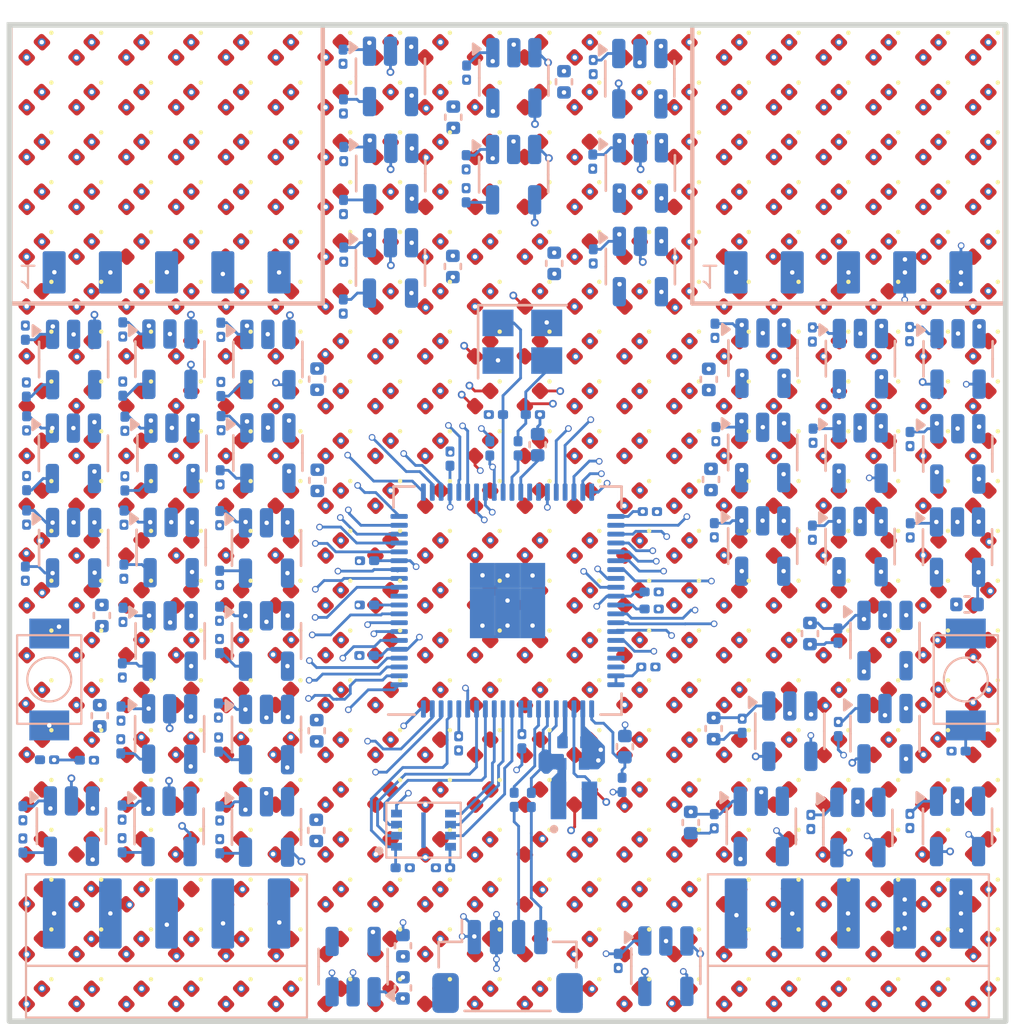
<source format=kicad_pcb>
(kicad_pcb (version 20241229) (generator "pcbnew") (generator_version "9.0")
  (layers (0 "F.Cu" signal) (4 "In1.Cu" power) (6 "In2.Cu" power) (8 "In3.Cu" power) (10 "In4.Cu" signal) (2 "B.Cu" signal) (13 "F.Paste" user) (15 "B.Paste" user) (5 "F.SilkS" user "F.Silkscreen") (7 "B.SilkS" user "B.Silkscreen") (1 "F.Mask" user) (3 "B.Mask" user) (25 "Edge.Cuts" user))
  (net 0 "")
  (net 1 "GND")
  (net 2 "/panel_mcu/XIN")
  (net 3 "Net-(C2-Pad1)")
  (net 4 "+3V3")
  (net 5 "+1V1")
  (net 6 "/panel_mcu/VREG_AVDD")
  (net 7 "+5V")
  (net 8 "/drivers/ROW_00")
  (net 9 "Net-(D1-A)")
  (net 10 "/drivers/ROW_01")
  (net 11 "/drivers/ROW_02")
  (net 12 "/drivers/ROW_03")
  (net 13 "/drivers/ROW_04")
  (net 14 "Net-(D100-A)")
  (net 15 "/drivers/ROW_05")
  (net 16 "/drivers/ROW_06")
  (net 17 "/drivers/ROW_07")
  (net 18 "/drivers/ROW_08")
  (net 19 "/drivers/ROW_09")
  (net 20 "/drivers/ROW_10")
  (net 21 "/drivers/ROW_11")
  (net 22 "/drivers/ROW_12")
  (net 23 "/drivers/ROW_13")
  (net 24 "/drivers/ROW_14")
  (net 25 "/drivers/ROW_15")
  (net 26 "/drivers/ROW_16")
  (net 27 "/drivers/ROW_17")
  (net 28 "Net-(D181-A)")
  (net 29 "/drivers/ROW_18")
  (net 30 "/drivers/ROW_19")
  (net 31 "Net-(D21-A)")
  (net 32 "Net-(D41-A)")
  (net 33 "Net-(D61-A)")
  (net 34 "Net-(D101-A)")
  (net 35 "Net-(D121-A)")
  (net 36 "Net-(D141-A)")
  (net 37 "Net-(D161-A)")
  (net 38 "Net-(D201-A)")
  (net 39 "Net-(D221-A)")
  (net 40 "Net-(D241-A)")
  (net 41 "Net-(D261-A)")
  (net 42 "Net-(D281-A)")
  (net 43 "Net-(D301-A)")
  (net 44 "/panel_mcu/D-")
  (net 45 "/panel_mcu/D+")
  (net 46 "/panel_header/MOSI")
  (net 47 "/panel_header/MISO")
  (net 48 "/panel_header/SCK")
  (net 49 "/panel_header/CS2")
  (net 50 "/panel_header/CS0")
  (net 51 "/panel_header/CS4")
  (net 52 "/panel_header/CS1")
  (net 53 "/panel_header/EINT")
  (net 54 "unconnected-(J5-Pin_2-Pad2)")
  (net 55 "/panel_mcu/VREG_LX")
  (net 56 "/panel_mcu/XIP_CS1n")
  (net 57 "Net-(R2-Pad1)")
  (net 58 "/panel_mcu/QSPI_SS")
  (net 59 "/panel_mcu/~{USB_BOOT}")
  (net 60 "/panel_mcu/XOUT")
  (net 61 "Net-(U2-USB_DP)")
  (net 62 "Net-(U2-USB_DM)")
  (net 63 "Net-(D321-A)")
  (net 64 "Net-(D341-A)")
  (net 65 "Net-(D361-A)")
  (net 66 "Net-(D381-A)")
  (net 67 "/drivers/COL_00")
  (net 68 "/drivers/COL_01")
  (net 69 "/drivers/COL_02")
  (net 70 "/drivers/COL_03")
  (net 71 "/drivers/COL_04")
  (net 72 "/drivers/COL_05")
  (net 73 "/drivers/COL_06")
  (net 74 "/drivers/COL_07")
  (net 75 "/drivers/COL_08")
  (net 76 "/drivers/COL_09")
  (net 77 "/drivers/COL_10")
  (net 78 "/drivers/COL_11")
  (net 79 "/drivers/COL_12")
  (net 80 "/drivers/COL_13")
  (net 81 "/panel_mcu/RUN")
  (net 82 "/panel_mcu/QSPI_SD2")
  (net 83 "/panel_mcu/QSPI_SD1")
  (net 84 "/panel_mcu/QSPI_SD3")
  (net 85 "/panel_mcu/QSPI_SCLK")
  (net 86 "/panel_mcu/QSPI_SD0")
  (net 87 "/drivers/COL_14")
  (net 88 "/drivers/COL_15")
  (net 89 "/drivers/COL_16")
  (net 90 "/drivers/COL_17")
  (net 91 "/drivers/COL_18")
  (net 92 "/drivers/COL_19")
  (net 94 "/drivers/ROW_MCU_09")
  (net 95 "/drivers/COL_MCU_12")
  (net 96 "/drivers/COL_MCU_17")
  (net 97 "/drivers/COL_MCU_11")
  (net 99 "/drivers/COL_MCU_02")
  (net 100 "/drivers/ROW_MCU_11")
  (net 102 "/drivers/COL_MCU_16")
  (net 103 "/drivers/COL_MCU_10")
  (net 104 "/drivers/ROW_MCU_07")
  (net 105 "/drivers/COL_MCU_14")
  (net 106 "/drivers/ROW_MCU_18")
  (net 107 "/drivers/ROW_MCU_10")
  (net 108 "/drivers/ROW_MCU_05")
  (net 109 "/drivers/COL_MCU_13")
  (net 110 "/drivers/COL_MCU_03")
  (net 111 "/drivers/ROW_MCU_06")
  (net 112 "/drivers/COL_MCU_07")
  (net 113 "/drivers/ROW_MCU_16")
  (net 114 "/drivers/ROW_MCU_02")
  (net 115 "/drivers/ROW_MCU_04")
  (net 116 "/drivers/ROW_MCU_08")
  (net 117 "/drivers/COL_MCU_15")
  (net 118 "/drivers/ROW_MCU_00")
  (net 119 "/drivers/COL_MCU_09")
  (net 120 "/drivers/COL_MCU_18")
  (net 121 "/drivers/COL_MCU_06")
  (net 122 "/drivers/COL_MCU_01")
  (net 124 "/drivers/COL_MCU_00")
  (net 125 "/drivers/ROW_MCU_14")
  (net 126 "/drivers/ROW_MCU_19")
  (net 127 "/drivers/ROW_MCU_12")
  (net 128 "/drivers/COL_MCU_05")
  (net 129 "/drivers/ROW_MCU_01")
  (net 130 "/drivers/COL_MCU_04")
  (net 132 "/drivers/ROW_MCU_03")
  (net 133 "/drivers/COL_MCU_08")
  (net 134 "/drivers/ROW_MCU_17")
  (net 135 "/drivers/ROW_MCU_15")
  (net 136 "/drivers/COL_MCU_19")
  (net 137 "/drivers/ROW_MCU_13")
  (footprint "panel_custom:LED_0402_1005Metric" (layer "F.Cu") (at 84.875 73.625 -135)
    (property "Reference" "D275" (hide yes))
    (property "Value" "LED" (hide yes))
  )
  (footprint "panel_custom:LED_0402_1005Metric" (layer "F.Cu") (at 55.625 62.375 -135)
    (property "Reference" "D58" (hide yes))
    (property "Value" "LED" (hide yes))
  )
  (footprint "panel_custom:LED_0402_1005Metric" (layer "F.Cu") (at 60.125 53.375 -135)
    (property "Reference" "D121" (hide yes))
    (property "Value" "LED" (hide yes))
  )
  (footprint "panel_custom:LED_0402_1005Metric" (layer "F.Cu") (at 71.375 89.375 -135)
    (property "Reference" "D229" (hide yes))
    (property "Value" "LED" (hide yes))
  )
  (footprint "panel_custom:LED_0402_1005Metric" (layer "F.Cu") (at 84.875 71.375 -135)
    (property "Reference" "D316" (hide yes))
    (property "Value" "LED" (hide yes))
  )
  (footprint "panel_custom:LED_0402_1005Metric" (layer "F.Cu") (at 75.875 80.375 -135)
    (property "Reference" "D234" (hide yes))
    (property "Value" "LED" (hide yes))
  )
  (footprint "panel_custom:LED_0402_1005Metric" (layer "F.Cu") (at 73.625 69.125 -135)
    (property "Reference" "D176" (hide yes))
    (property "Value" "LED" (hide yes))
  )
  (footprint "panel_custom:LED_0402_1005Metric" (layer "F.Cu") (at 55.625 51.125 -135)
    (property "Reference" "D20" (hide yes))
    (property "Value" "LED" (hide yes))
  )
  (footprint "panel_custom:LED_0402_1005Metric" (layer "F.Cu") (at 93.875 75.875 -135)
    (property "Reference" "D395" (hide yes))
    (property "Value" "LED" (hide yes))
  )
  (footprint "panel_custom:LED_0402_1005Metric" (layer "F.Cu") (at 66.875 89.375 -135)
    (property "Reference" "D152" (hide yes))
    (property "Value" "LED" (hide yes))
  )
  (footprint "panel_custom:LED_0402_1005Metric" (layer "F.Cu") (at 91.625 51.125 -135)
    (property "Reference" "D340" (hide yes))
    (property "Value" "LED" (hide yes))
  )
  (footprint "panel_custom:LED_0402_1005Metric" (layer "F.Cu") (at 87.125 55.625 -135)
    (property "Reference" "D322" (hide yes))
    (property "Value" "LED" (hide yes))
  )
  (footprint "panel_custom:LED_0402_1005Metric" (layer "F.Cu") (at 66.875 87.125 -135)
    (property "Reference" "D112" (hide yes))
    (property "Value" "LED" (hide yes))
  )
  (footprint "panel_custom:LED_0402_1005Metric" (layer "F.Cu") (at 73.625 82.625 -135)
    (property "Reference" "D173" (hide yes))
    (property "Value" "LED" (hide yes))
  )
  (footprint "panel_custom:LED_0402_1005Metric" (layer "F.Cu") (at 87.125 57.875 -135)
    (property "Reference" "D362" (hide yes))
    (property "Value" "LED" (hide yes))
  )
  (footprint "panel_custom:LED_0402_1005Metric" (layer "F.Cu") (at 91.625 73.625 -135)
    (property "Reference" "D335" (hide yes))
    (property "Value" "LED" (hide yes))
  )
  (footprint "panel_custom:LED_0402_1005Metric" (layer "F.Cu") (at 64.625 89.375 -135)
    (property "Reference" "D132" (hide yes))
    (property "Value" "LED" (hide yes))
  )
  (footprint "panel_custom:LED_0402_1005Metric" (layer "F.Cu") (at 91.625 82.625 -135)
    (property "Reference" "D333" (hide yes))
    (property "Value" "LED" (hide yes))
  )
  (footprint "panel_custom:LED_0402_1005Metric" (layer "F.Cu") (at 60.125 57.875 -135)
    (property "Reference" "D122" (hide yes))
    (property "Value" "LED" (hide yes))
  )
  (footprint "panel_custom:LED_0402_1005Metric" (layer "F.Cu") (at 71.375 51.125 -135)
    (property "Reference" "D181" (hide yes))
    (property "Value" "LED" (hide yes))
  )
  (footprint "panel_custom:LED_0402_1005Metric" (layer "F.Cu") (at 71.375 71.375 -135)
    (property "Reference" "D225" (hide yes))
    (property "Value" "LED" (hide yes))
  )
  (footprint "panel_custom:LED_0402_1005Metric" (layer "F.Cu") (at 53.375 82.625 -135)
    (property "Reference" "D28" (hide yes))
    (property "Value" "LED" (hide yes))
  )
  (footprint "panel_custom:LED_0402_1005Metric" (layer "F.Cu") (at 82.625 82.625 -135)
    (property "Reference" "D253" (hide yes))
    (property "Value" "LED" (hide yes))
  )
  (footprint "panel_custom:LED_0402_1005Metric" (layer "F.Cu") (at 82.625 75.875 -135)
    (property "Reference" "D295" (hide yes))
    (property "Value" "LED" (hide yes))
  )
  (footprint "panel_custom:LED_0402_1005Metric" (layer "F.Cu") (at 69.125 57.875 -135)
    (property "Reference" "D202" (hide yes))
    (property "Value" "LED" (hide yes))
  )
  (footprint "panel_custom:LED_0402_1005Metric" (layer "F.Cu") (at 69.125 62.375 -135)
    (property "Reference" "D203" (hide yes))
    (property "Value" "LED" (hide yes))
  )
  (footprint "panel_custom:LED_0402_1005Metric" (layer "F.Cu") (at 69.125 84.875 -135)
    (property "Reference" "D208" (hide yes))
    (property "Value" "LED" (hide yes))
  )
  (footprint "panel_custom:LED_0402_1005Metric" (layer "F.Cu") (at 80.375 80.375 -135)
    (property "Reference" "D307" (hide yes))
    (property "Value" "LED" (hide yes))
  )
  (footprint "panel_custom:LED_0402_1005Metric" (layer "F.Cu") (at 75.875 82.625 -135)
    (property "Reference" "D193" (hide yes))
    (property "Value" "LED" (hide yes))
  )
  (footprint "panel_custom:LED_0402_1005Metric" (layer "F.Cu") (at 82.625 78.125 -135)
    (property "Reference" "D254" (hide yes))
    (property "Value" "LED" (hide yes))
  )
  (footprint "panel_custom:LED_0402_1005Metric" (layer "F.Cu") (at 87.125 75.875 -135)
    (property "Reference" "D366" (hide yes))
    (property "Value" "LED" (hide yes))
  )
  (footprint "panel_custom:LED_0402_1005Metric" (layer "F.Cu") (at 75.875 73.625 -135)
    (property "Reference" "D195" (hide yes))
    (property "Value" "LED" (hide yes))
  )
  (footprint "panel_custom:LED_0402_1005Metric" (layer "F.Cu") (at 62.375 91.625 -135)
    (property "Reference" "D110" (hide yes))
    (property "Value" "LED" (hide yes))
  )
  (footprint "panel_custom:LED_0402_1005Metric" (layer "F.Cu") (at 64.625 80.375 -135)
    (property "Reference" "D134" (hide yes))
    (property "Value" "LED" (hide yes))
  )
  (footprint "panel_custom:LED_0402_1005Metric" (layer "F.Cu") (at 64.625 82.625 -135)
    (property "Reference" "D93" (hide yes))
    (property "Value" "LED" (hide yes))
  )
  (footprint "panel_custom:LED_0402_1005Metric" (layer "F.Cu") (at 55.625 53.375 -135)
    (property "Reference" "D60" (hide yes))
    (property "Value" "LED" (hide yes))
  )
  (footprint "panel_custom:LED_0402_1005Metric" (layer "F.Cu") (at 78.125 69.125 -135)
    (property "Reference" "D245" (hide yes))
    (property "Value" "LED" (hide yes))
  )
  (footprint "panel_custom:LED_0402_1005Metric" (layer "F.Cu") (at 87.125 51.125 -135)
    (property "Reference" "D321" (hide yes))
    (property "Value" "LED" (hide yes))
  )
  (footprint "panel_custom:LED_0402_1005Metric" (layer "F.Cu") (at 51.125 73.625 -135)
    (property "Reference" "D6" (hide yes))
    (property "Value" "LED" (hide yes))
  )
  (footprint "panel_custom:LED_0402_1005Metric" (layer "F.Cu") (at 57.875 64.625 -135)
    (property "Reference" "D37" (hide yes))
    (property "Value" "LED" (hide yes))
  )
  (footprint "panel_custom:LED_0402_1005Metric" (layer "F.Cu") (at 93.875 64.625 -135)
    (property "Reference" "D357" (hide yes))
    (property "Value" "LED" (hide yes))
  )
  (footprint "panel_custom:LED_0402_1005Metric" (layer "F.Cu") (at 64.625 84.875 -135)
    (property "Reference" "D133" (hide yes))
    (property "Value" "LED" (hide yes))
  )
  (footprint "panel_custom:LED_0402_1005Metric" (layer "F.Cu") (at 57.875 82.625 -135)
    (property "Reference" "D33" (hide yes))
    (property "Value" "LED" (hide yes))
  )
  (footprint "panel_custom:LED_0402_1005Metric" (layer "F.Cu") (at 91.625 60.125 -135)
    (property "Reference" "D338" (hide yes))
    (property "Value" "LED" (hide yes))
  )
  (footprint "panel_custom:LED_0402_1005Metric" (layer "F.Cu") (at 66.875 75.875 -135)
    (property "Reference" "D155" (hide yes))
    (property "Value" "LED" (hide yes))
  )
  (footprint "panel_custom:LED_0402_1005Metric" (layer "F.Cu") (at 71.375 55.625 -135)
    (property "Reference" "D182" (hide yes))
    (property "Value" "LED" (hide yes))
  )
  (footprint "panel_custom:LED_0402_1005Metric" (layer "F.Cu") (at 75.875 71.375 -135)
    (property "Reference" "D236" (hide yes))
    (property "Value" "LED" (hide yes))
  )
  (footprint "panel_custom:LED_0402_1005Metric" (layer "F.Cu") (at 75.875 75.875 -135)
    (property "Reference" "D235" (hide yes))
    (property "Value" "LED" (hide yes))
  )
  (footprint "panel_custom:LED_0402_1005Metric" (layer "F.Cu") (at 93.875 93.875 -135)
    (property "Reference" "D391" (hide yes))
    (property "Value" "LED" (hide yes))
  )
  (footprint "panel_custom:LED_0402_1005Metric" (layer "F.Cu") (at 60.125 84.875 -135)
    (property "Reference" "D128" (hide yes))
    (property "Value" "LED" (hide yes))
  )
  (footprint "panel_custom:LED_0402_1005Metric" (layer "F.Cu") (at 84.875 89.375 -135)
    (property "Reference" "D312" (hide yes))
    (property "Value" "LED" (hide yes))
  )
  (footprint "panel_custom:LED_0402_1005Metric" (layer "F.Cu") (at 60.125 69.125 -135)
    (property "Reference" "D85" (hide yes))
    (property "Value" "LED" (hide yes))
  )
  (footprint "panel_custom:LED_0402_1005Metric" (layer "F.Cu") (at 64.625 53.375 -135)
    (property "Reference" "D140" (hide yes))
    (property "Value" "LED" (hide yes))
  )
  (footprint "panel_custom:LED_0402_1005Metric" (layer "F.Cu") (at 71.375 69.125 -135)
    (property "Reference" "D185" (hide yes))
    (property "Value" "LED" (hide yes))
  )
  (footprint "panel_custom:LED_0402_1005Metric" (layer "F.Cu") (at 53.375 51.125 -135)
    (property "Reference" "D21" (hide yes))
    (property "Value" "LED" (hide yes))
  )
  (footprint "panel_custom:LED_0402_1005Metric" (layer "F.Cu") (at 55.625 57.875 -135)
    (property "Reference" "D59" (hide yes))
    (property "Value" "LED" (hide yes))
  )
  (footprint "panel_custom:LED_0402_1005Metric" (layer "F.Cu") (at 57.875 60.125 -135)
    (property "Reference" "D38" (hide yes))
    (property "Value" "LED" (hide yes))
  )
  (footprint "panel_custom:LED_0402_1005Metric" (layer "F.Cu") (at 71.375 84.875 -135)
    (property "Reference" "D228" (hide yes))
    (property "Value" "LED" (hide yes))
  )
  (footprint "panel_custom:LED_0402_1005Metric" (layer "F.Cu") (at 87.125 87.125 -135)
    (property "Reference" "D329" (hide yes))
    (property "Value" "LED" (hide yes))
  )
  (footprint "panel_custom:LED_0402_1005Metric" (layer "F.Cu") (at 64.625 55.625 -135)
    (property "Reference" "D99" (hide yes))
    (property "Value" "LED" (hide yes))
  )
  (footprint "panel_custom:LED_0402_1005Metric" (layer "F.Cu") (at 91.625 84.875 -135)
    (property "Reference" "D373" (hide yes))
    (property "Value" "LED" (hide yes))
  )
  (footprint "panel_custom:LED_0402_1005Metric" (layer "F.Cu") (at 91.625 75.875 -135)
    (property "Reference" "D375" (hide yes))
    (property "Value" "LED" (hide yes))
  )
  (footprint "panel_custom:LED_0402_1005Metric" (layer "F.Cu") (at 62.375 93.875 -135)
    (property "Reference" "D150" (hide yes))
    (property "Value" "LED" (hide yes))
  )
  (footprint "panel_custom:LED_0402_1005Metric" (layer "F.Cu") (at 75.875 53.375 -135)
    (property "Reference" "D240" (hide yes))
    (property "Value" "LED" (hide yes))
  )
  (footprint "panel_custom:LED_0402_1005Metric" (layer "F.Cu") (at 53.375 53.375 -135)
    (property "Reference" "D61" (hide yes))
    (property "Value" "LED" (hide yes))
  )
  (footprint "panel_custom:LED_0402_1005Metric" (layer "F.Cu") (at 93.875 53.375 -135)
    (property "Reference" "D400" (hide yes))
    (property "Value" "LED" (hide yes))
  )
  (footprint "panel_custom:LED_0402_1005Metric" (layer "F.Cu") (at 91.625 64.625 -135)
    (property "Reference" "D337" (hide yes))
    (property "Value" "LED" (hide yes))
  )
  (footprint "panel_custom:LED_0402_1005Metric" (layer "F.Cu") (at 82.625 57.875 -135)
    (property "Reference" "D299" (hide yes))
    (property "Value" "LED" (hide yes))
  )
  (footprint "panel_custom:LED_0402_1005Metric" (layer "F.Cu") (at 71.375 87.125 -135)
    (property "Reference" "D189" (hide yes))
    (property "Value" "LED" (hide yes))
  )
  (footprint "panel_custom:LED_0402_1005Metric" (layer "F.Cu") (at 53.375 71.375 -135)
    (property "Reference" "D65" (hide yes))
    (property "Value" "LED" (hide yes))
  )
  (footprint "panel_custom:LED_0402_1005Metric" (layer "F.Cu") (at 57.875 53.375 -135)
    (property "Reference" "D80" (hide yes))
    (property "Value" "LED" (hide yes))
  )
  (footprint "panel_custom:LED_0402_1005Metric" (layer "F.Cu") (at 89.375 53.375 -135)
    (property "Reference" "D381" (hide yes))
    (property "Value" "LED" (hide yes))
  )
  (footprint "panel_custom:LED_0402_1005Metric" (layer "F.Cu") (at 62.375 69.125 -135)
    (property "Reference" "D105" (hide yes))
    (property "Value" "LED" (hide yes))
  )
  (footprint "panel_custom:LED_0402_1005Metric" (layer "F.Cu") (at 53.375 57.875 -135)
    (property "Reference" "D62" (hide yes))
    (property "Value" "LED" (hide yes))
  )
  (footprint "panel_custom:LED_0402_1005Metric" (layer "F.Cu") (at 71.375 80.375 -135)
    (property "Reference" "D227" (hide yes))
    (property "Value" "LED" (hide yes))
  )
  (footprint "panel_custom:LED_0402_1005Metric" (layer "F.Cu") (at 71.375 93.875 -135)
    (property "Reference" "D230" (hide yes))
    (property "Value" "LED" (hide yes))
  )
  (footprint "panel_custom:LED_0402_1005Metric" (layer "F.Cu") (at 91.625 57.875 -135)
    (property "Reference" "D379" (hide yes))
    (property "Value" "LED" (hide yes))
  )
  (footprint "panel_custom:LED_0402_1005Metric" (layer "F.Cu") (at 93.875 69.125 -135)
    (property "Reference" "D356" (hide yes))
    (property "Value" "LED" (hide yes))
  )
  (footprint "panel_custom:LED_0402_1005Metric" (layer "F.Cu") (at 89.375 89.375 -135)
    (property "Reference" "D389" (hide yes))
    (property "Value" "LED" (hide yes))
  )
  (footprint "panel_custom:LED_0402_1005Metric" (layer "F.Cu") (at 69.125 60.125 -135)
    (property "Reference" "D163" (hide yes))
    (property "Value" "LED" (hide yes))
  )
  (footprint "panel_custom:LED_0402_1005Metric" (layer "F.Cu") (at 75.875 57.875 -135)
    (property "Reference" "D239" (hide yes))
    (property "Value" "LED" (hide yes))
  )
  (footprint "panel_custom:LED_0402_1005Metric" (layer "F.Cu") (at 62.375 62.375 -135)
    (property "Reference" "D143" (hide yes))
    (property "Value" "LED" (hide yes))
  )
  (footprint "panel_custom:LED_0402_1005Metric" (layer "F.Cu") (at 66.875 57.875 -135)
    (property "Reference" "D159" (hide yes))
    (property "Value" "LED" (hide yes))
  )
  (footprint "panel_custom:LED_0402_1005Metric" (layer "F.Cu") (at 53.375 60.125 -135)
    (property "Reference" "D23" (hide yes))
    (property "Value" "LED" (hide yes))
  )
  (footprint "panel_custom:LED_0402_1005Metric" (layer "F.Cu") (at 53.375 78.125 -135)
    (property "Reference" "D27" (hide yes))
    (property "Value" "LED" (hide yes))
  )
  (footprint "panel_custom:LED_0402_1005Metric" (layer "F.Cu") (at 89.375 62.375 -135)
    (property "Reference" "D383" (hide yes))
    (property "Value" "LED" (hide yes))
  )
  (footprint "panel_custom:LED_0402_1005Metric" (layer "F.Cu") (at 84.875 60.125 -135)
    (property "Reference" "D278" (hide yes))
    (property "Value" "LED" (hide yes))
  )
  (footprint "panel_custom:LED_0402_1005Metric" (layer "F.Cu") (at 91.625 78.125 -135)
    (property "Reference" "D334" (hide yes))
    (property "Value" "LED" (hide yes))
  )
  (footprint "panel_custom:LED_0402_1005Metric" (layer "F.Cu") (at 89.375 66.875 -135)
    (property "Reference" "D384" (hide yes))
    (property "Value" "LED" (hide yes))
  )
  (footprint "panel_custom:LED_0402_1005Metric" (layer "F.Cu") (at 84.875 69.125 -135)
    (property "Reference" "D276" (hide yes))
    (property "Value" "LED" (hide yes))
  )
  (footprint "panel_custom:LED_0402_1005Metric" (layer "F.Cu") (at 80.375 69.125 -135)
    (property "Reference" "D265" (hide yes))
    (property "Value" "LED" (hide yes))
  )
  (footprint "panel_custom:LED_0402_1005Metric" (layer "F.Cu") (at 93.875 87.125 -135)
    (property "Reference" "D352" (hide yes))
    (property "Value" "LED" (hide yes))
  )
  (footprint "panel_custom:LED_0402_1005Metric" (layer "F.Cu") (at 91.625 91.625 -135)
    (property "Reference" "D331" (hide yes))
    (property "Value" "LED" (hide yes))
  )
  (footprint "panel_custom:LED_0402_1005Metric" (layer "F.Cu") (at 82.625 53.375 -135)
    (property "Reference" "D300" (hide yes))
    (property "Value" "LED" (hide yes))
  )
  (footprint "panel_custom:LED_0402_1005Metric" (layer "F.Cu") (at 82.625 71.375 -135)
    (property "Reference" "D296" (hide yes))
    (property "Value" "LED" (hide yes))
  )
  (footprint "panel_custom:LED_0402_1005Metric" (layer "F.Cu") (at 53.375 75.875 -135)
    (property "Reference" "D66" (hide yes))
    (property "Value" "LED" (hide yes))
  )
  (footprint "panel_custom:LED_0402_1005Metric" (layer "F.Cu") (at 73.625 57.875 -135)
    (property "Reference" "D219" (hide yes))
    (property "Value" "LED" (hide yes))
  )
  (footprint "panel_custom:LED_0402_1005Metric" (layer "F.Cu") (at 82.625 64.625 -135)
    (property "Reference" "D257" (hide yes))
    (property "Value" "LED" (hide yes))
  )
  (footprint "panel_custom:LED_0402_1005Metric" (layer "F.Cu") (at 87.125 53.375 -135)
    (property "Reference" "D361" (hide yes))
    (property "Value" "LED" (hide yes))
  )
  (footprint "panel_custom:LED_0402_1005Metric" (layer "F.Cu") (at 93.875 80.375 -135)
    (property "Reference" "D394" (hide yes))
    (property "Value" "LED" (hide yes))
  )
  (footprint "panel_custom:LED_0402_1005Metric" (layer "F.Cu") (at 51.125 62.375 -135)
    (property "Reference" "D43" (hide yes))
    (property "Value" "LED" (hide yes))
  )
  (footprint "panel_custom:LED_0402_1005Metric" (layer "F.Cu") (at 71.375 78.125 -135)
    (property "Reference" "D187" (hide yes))
    (property "Value" "LED" (hide yes))
  )
  (footprint "panel_custom:LED_0402_1005Metric" (layer "F.Cu") (at 84.875 66.875 -135)
    (property "Reference" "D317" (hide yes))
    (property "Value" "LED" (hide yes))
  )
  (footprint "panel_custom:LED_0402_1005Metric" (layer "F.Cu") (at 69.125 75.875 -135)
    (property "Reference" "D206" (hide yes))
    (property "Value" "LED" (hide yes))
  )
  (footprint "panel_custom:LED_0402_1005Metric" (layer "F.Cu") (at 80.375 93.875 -135)
    (property "Reference" "D310" (hide yes))
    (property "Value" "LED" (hide yes))
  )
  (footprint "panel_custom:LED_0402_1005Metric" (layer "F.Cu") (at 57.875 89.375 -135)
    (property "Reference" "D72" (hide yes))
    (property "Value" "LED" (hide yes))
  )
  (footprint "panel_custom:LED_0402_1005Metric" (layer "F.Cu") (at 84.875 93.875 -135)
    (property "Reference" "D311" (hide yes))
    (property "Value" "LED" (hide yes))
  )
  (footprint "panel_custom:LED_0402_1005Metric" (layer "F.Cu") (at 89.375 84.875 -135)
    (property "Reference" "D388" (hide yes))
    (property "Value" "LED" (hide yes))
  )
  (footprint "panel_custom:LED_0402_1005Metric" (layer "F.Cu") (at 78.125 62.375 -135)
    (property "Reference" "D283" (hide yes))
    (property "Value" "LED" (hide yes))
  )
  (footprint "panel_custom:LED_0402_1005Metric" (layer "F.Cu") (at 51.125 75.875 -135)
    (property "Reference" "D46" (hide yes))
    (property "Value" "LED" (hide yes))
  )
  (footprint "panel_custom:LED_0402_1005Metric" (layer "F.Cu") (at 69.125 51.125 -135)
    (property "Reference" "D161" (hide yes))
    (property "Value" "LED" (hide yes))
  )
  (footprint "panel_custom:LED_0402_1005Metric" (layer "F.Cu") (at 51.125 60.125 -135)
    (property "Reference" "D3" (hide yes))
    (property "Value" "LED" (hide yes))
  )
  (footprint "panel_custom:LED_0402_1005Metric" (layer "F.Cu") (at 93.875 82.625 -135)
    (property "Reference" "D353" (hide yes))
    (property "Value" "LED" (hide yes))
  )
  (footprint "panel_custom:LED_0402_1005Metric" (layer "F.Cu") (at 71.375 82.625 -135)
    (property "Reference" "D188" (hide yes))
    (property "Value" "LED" (hide yes))
  )
  (footprint "panel_custom:LED_0402_1005Metric" (layer "F.Cu") (at 91.625 69.125 -135)
    (property "Reference" "D336" (hide yes))
    (property "Value" "LED" (hide yes))
  )
  (footprint "panel_custom:LED_0402_1005Metric" (layer "F.Cu") (at 57.875 73.625 -135)
    (property "Reference" "D35" (hide yes))
    (property "Value" "LED" (hide yes))
  )
  (footprint "panel_custom:LED_0402_1005Metric" (layer "F.Cu") (at 87.125 73.625 -135)
    (property "Reference" "D326" (hide yes))
    (property "Value" "LED" (hide yes))
  )
  (footprint "panel_custom:LED_0402_1005Metric" (layer "F.Cu") (at 60.125 71.375 -135)
    (property "Reference" "D125" (hide yes))
    (property "Value" "LED" (hide yes))
  )
  (footprint "panel_custom:LED_0402_1005Metric" (layer "F.Cu") (at 87.125 93.875 -135)
    (property "Reference" "D370" (hide yes))
    (property "Value" "LED" (hide yes))
  )
  (footprint "panel_custom:LED_0402_1005Metric" (layer "F.Cu") (at 51.125 57.875 -135)
    (property "Reference" "D42" (hide yes))
    (property "Value" "LED" (hide yes))
  )
  (footprint "panel_custom:LED_0402_1005Metric" (layer "F.Cu") (at 51.125 80.375 -135)
    (property "Reference" "D47" (hide yes))
    (property "Value" "LED" (hide yes))
  )
  (footprint "panel_custom:LED_0402_1005Metric" (layer "F.Cu") (at 84.875 51.125 -135)
    (property "Reference" "D280" (hide yes))
    (property "Value" "LED" (hide yes))
  )
  (footprint "panel_custom:LED_0402_1005Metric" (layer "F.Cu") (at 69.125 73.625 -135)
    (property "Reference" "D166" (hide yes))
    (property "Value" "LED" (hide yes))
  )
  (footprint "panel_custom:LED_0402_1005Metric" (layer "F.Cu") (at 89.375 75.875 -135)
    (property "Reference" "D386" (hide yes))
    (property "Value" "LED" (hide yes))
  )
  (footprint "panel_custom:LED_0402_1005Metric" (layer "F.Cu") (at 66.875 55.625 -135)
    (property "Reference" "D119" (hide yes))
    (property "Value" "LED" (hide yes))
  )
  (footprint "panel_custom:LED_0402_1005Metric" (layer "F.Cu") (at 55.625 93.875 -135)
    (property "Reference" "D51" (hide yes))
    (property "Value" "LED" (hide yes))
  )
  (footprint "panel_custom:LED_0402_1005Metric" (layer "F.Cu") (at 53.375 87.125 -135)
    (property "Reference" "D29" (hide yes))
    (property "Value" "LED" (hide yes))
  )
  (footprint "panel_custom:LED_0402_1005Metric" (layer "F.Cu") (at 57.875 84.875 -135)
    (property "Reference" "D73" (hide yes))
    (property "Value" "LED" (hide yes))
  )
  (footprint "panel_custom:LED_0402_1005Metric" (layer "F.Cu") (at 53.375 62.375 -135)
    (property "Reference" "D63" (hide yes))
    (property "Value" "LED" (hide yes))
  )
  (footprint "panel_custom:LED_0402_1005Metric" (layer "F.Cu") (at 84.875 82.625 -135)
    (property "Reference" "D273" (hide yes))
    (property "Value" "LED" (hide yes))
  )
  (footprint "panel_custom:LED_0402_1005Metric" (layer "F.Cu") (at 84.875 87.125 -135)
    (property "Reference" "D272" (hide yes))
    (property "Value" "LED" (hide yes))
  )
  (footprint "panel_custom:LED_0402_1005Metric" (layer "F.Cu") (at 78.125 84.875 -135)
    (property "Reference" "D288" (hide yes))
    (property "Value" "LED" (hide yes))
  )
  (footprint "panel_custom:LED_0402_1005Metric" (layer "F.Cu") (at 60.125 66.875 -135)
    (property "Reference" "D124" (hide yes))
    (property "Value" "LED" (hide yes))
  )
  (footprint "panel_custom:LED_0402_1005Metric" (layer "F.Cu") (at 57.875 71.375 -135)
    (property "Reference" "D76" (hide yes))
    (property "Value" "LED" (hide yes))
  )
  (footprint "panel_custom:LED_0402_1005Metric" (layer "F.Cu") (at 93.875 66.875 -135)
    (property "Reference" "D397" (hide yes))
    (property "Value" "LED" (hide yes))
  )
  (footprint "panel_custom:LED_0402_1005Metric" (layer "F.Cu") (at 55.625 60.125 -135)
    (property "Reference" "D18" (hide yes))
    (property "Value" "LED" (hide yes))
  )
  (footprint "panel_custom:LED_0402_1005Metric" (layer "F.Cu") (at 60.125 60.125 -135)
    (property "Reference" "D83" (hide yes))
    (property "Value" "LED" (hide yes))
  )
  (footprint "panel_custom:LED_0402_1005Metric" (layer "F.Cu") (at 51.125 71.375 -135)
    (property "Reference" "D45" (hide yes))
    (property "Value" "LED" (hide yes))
  )
  (footprint "panel_custom:LED_0402_1005Metric" (layer "F.Cu") (at 78.125 53.375 -135)
    (property "Reference" "D281" (hide yes))
    (property "Value" "LED" (hide yes))
  )
  (footprint "panel_custom:LED_0402_1005Metric" (layer "F.Cu") (at 55.625 66.875 -135)
    (property "Reference" "D57" (hide yes))
    (property "Value" "LED" (hide yes))
  )
  (footprint "panel_custom:LED_0402_1005Metric" (layer "F.Cu") (at 84.875 57.875 -135)
    (property "Reference" "D319" (hide yes))
    (property "Value" "LED" (hide yes))
  )
  (footprint "panel_custom:LED_0402_1005Metric" (layer "F.Cu") (at 82.625 55.625 -135)
    (property "Reference" "D259" (hide yes))
    (property "Value" "LED" (hide yes))
  )
  (footprint "panel_custom:LED_0402_1005Metric" (layer "F.Cu") (at 64.625 57.875 -135)
    (property "Reference" "D139" (hide yes))
    (property "Value" "LED" (hide yes))
  )
  (footprint "panel_custom:LED_0402_1005Metric" (layer "F.Cu") (at 62.375 53.375 -135)
    (property "Reference" "D141" (hide yes))
    (property "Value" "LED" (hide yes))
  )
  (footprint "panel_custom:LED_0402_1005Metric" (layer "F.Cu") (at 71.375 64.625 -135)
    (property "Reference" "D184" (hide yes))
    (property "Value" "LED" (hide yes))
  )
  (footprint "panel_custom:LED_0402_1005Metric" (layer "F.Cu") (at 93.875 71.375 -135)
    (property "Reference" "D396" (hide yes))
    (property "Value" "LED" (hide yes))
  )
  (footprint "panel_custom:LED_0402_1005Metric" (layer "F.Cu") (at 93.875 60.125 -135)
    (property "Reference" "D358" (hide yes))
    (property "Value" "LED" (hide yes))
  )
  (footprint "panel_custom:LED_0402_1005Metric" (layer "F.Cu") (at 69.125 55.625 -135)
    (property "Reference" "D162" (hide yes))
    (property "Value" "LED" (hide yes))
  )
  (footprint "panel_custom:LED_0402_1005Metric" (layer "F.Cu") (at 80.375 57.875 -135)
    (property "Reference" "D302" (hide yes))
    (property "Value" "LED" (hide yes))
  )
  (footprint "panel_custom:LED_0402_1005Metric" (layer "F.Cu") (at 62.375 55.625 -135)
    (property "Reference" "D102" (hide yes))
    (property "Value" "LED" (hide yes))
  )
  (footprint "panel_custom:LED_0402_1005Metric" (layer "F.Cu") (at 75.875 60.125 -135)
    (property "Reference" "D198" (hide yes))
    (property "Value" "LED" (hide yes))
  )
  (footprint "panel_custom:LED_0402_1005Metric" (layer "F.Cu") (at 93.875 62.375 -135)
    (property "Reference" "D398" (hide yes))
    (property "Value" "LED" (hide yes))
  )
  (footprint "panel_custom:LED_0402_1005Metric" (layer "F.Cu") (at 66.875 60.125 -135)
    (property "Reference" "D118" (hide yes))
    (property "Value" "LED" (hide yes))
  )
  (footprint "panel_custom:LED_0402_1005Metric" (layer "F.Cu") (at 78.125 93.875 -135)
    (property "Reference" "D290" (hide yes))
    (property "Value" "LED" (hide yes))
  )
  (footprint "panel_custom:LED_0402_1005Metric" (layer "F.Cu") (at 53.375 64.625 -135)
    (property "Reference" "D24" (hide yes))
    (property "Value" "LED" (hide yes))
  )
  (footprint "panel_custom:LED_0402_1005Metric" (layer "F.Cu") (at 55.625 87.125 -135)
    (property "Reference" "D12" (hide yes))
    (property "Value" "LED" (hide yes))
  )
  (footprint "panel_custom:LED_0402_1005Metric" (layer "F.Cu") (at 80.375 55.625 -135)
    (property "Reference" "D262" (hide yes))
    (property "Value" "LED" (hide yes))
  )
  (footprint "panel_custom:LED_0402_1005Metric" (layer "F.Cu") (at 82.625 60.125 -135)
    (property "Reference" "D258" (hide yes))
    (property "Value" "LED" (hide yes))
  )
  (footprint "panel_custom:LED_0402_1005Metric" (layer "F.Cu") (at 75.875 78.125 -135)
    (property "Reference" "D194" (hide yes))
    (property "Value" "LED" (hide yes))
  )
  (footprint "panel_custom:LED_0402_1005Metric" (layer "F.Cu") (at 82.625 89.375 -135)
    (property "Reference" "D292" (hide yes))
    (property "Value" "LED" (hide yes))
  )
  (footprint "panel_custom:LED_0402_1005Metric" (layer "F.Cu") (at 84.875 84.875 -135)
    (property "Reference" "D313" (hide yes))
    (property "Value" "LED" (hide yes))
  )
  (footprint "panel_custom:LED_0402_1005Metric" (layer "F.Cu") (at 87.125 80.375 -135)
    (property "Reference" "D367" (hide yes))
    (property "Value" "LED" (hide yes))
  )
  (footprint "panel_custom:LED_0402_1005Metric" (layer "F.Cu") (at 62.375 73.625 -135)
    (property "Reference" "D106" (hide yes))
    (property "Value" "LED" (hide yes))
  )
  (footprint "panel_custom:LED_0402_1005Metric" (layer "F.Cu") (at 60.125 87.125 -135)
    (property "Reference" "D89" (hide yes))
    (property "Value" "LED" (hide yes))
  )
  (footprint "panel_custom:LED_0402_1005Metric" (layer "F.Cu") (at 71.375 60.125 -135)
    (property "Reference" "D183" (hide yes))
    (property "Value" "LED" (hide yes))
  )
  (footprint "panel_custom:LED_0402_1005Metric" (layer "F.Cu") (at 51.125 91.625 -135)
    (property "Reference" "D10" (hide yes))
    (property "Value" "LED" (hide yes))
  )
  (footprint "panel_custom:LED_0402_1005Metric" (layer "F.Cu") (at 55.625 69.125 -135)
    (property "Reference" "D16" (hide yes))
    (property "Value" "LED" (hide yes))
  )
  (footprint "panel_custom:LED_0402_1005Metric" (layer "F.Cu") (at 64.625 60.125 -135)
    (property "Reference" "D98" (hide yes))
    (property "Value" "LED" (hide yes))
  )
  (footprint "panel_custom:LED_0402_1005Metric" (layer "F.Cu") (at 71.375 73.625 -135)
    (property "Reference" "D186" (hide yes))
    (property "Value" "LED" (hide yes))
  )
  (footprint "panel_custom:LED_0402_1005Metric" (layer "F.Cu") (at 64.625 75.875 -135)
    (property "Reference" "D135" (hide yes))
    (property "Value" "LED" (hide yes))
  )
  (footprint "panel_custom:LED_0402_1005Metric" (layer "F.Cu") (at 60.125 78.125 -135)
    (property "Reference" "D87" (hide yes))
    (property "Value" "LED" (hide yes))
  )
  (footprint "panel_custom:LED_0402_1005Metric" (layer "F.Cu") (at 57.875 55.625 -135)
    (property "Reference" "D39" (hide yes))
    (property "Value" "LED" (hide yes))
  )
  (footprint "panel_custom:LED_0402_1005Metric" (layer "F.Cu") (at 62.375 66.875 -135)
    (property "Reference" "D144" (hide yes))
    (property "Value" "LED" (hide yes))
  )
  (footprint "panel_custom:LED_0402_1005Metric" (layer "F.Cu") (at 60.125 62.375 -135)
    (property "Reference" "D123" (hide yes))
    (property "Value" "LED" (hide yes))
  )
  (footprint "panel_custom:LED_0402_1005Metric" (layer "F.Cu") (at 69.125 80.375 -135)
    (property "Reference" "D207" (hide yes))
    (property "Value" "LED" (hide yes))
  )
  (footprint "panel_custom:LED_0402_1005Metric" (layer "F.Cu") (at 75.875 87.125 -135)
    (property "Reference" "D192" (hide yes))
    (property "Value" "LED" (hide yes))
  )
  (footprint "panel_custom:LED_0402_1005Metric" (layer "F.Cu") (at 84.875 91.625 -135)
    (property "Reference" "D271" (hide yes))
    (property "Value" "LED" (hide yes))
  )
  (footprint "panel_custom:LED_0402_1005Metric" (layer "F.Cu") (at 78.125 60.125 -135)
    (property "Reference" "D243" (hide yes))
    (property "Value" "LED" (hide yes))
  )
  (footprint "panel_custom:LED_0402_1005Metric" (layer "F.Cu") (at 57.875 87.125 -135)
    (property "Reference" "D32" (hide yes))
    (property "Value" "LED" (hide yes))
  )
  (footprint "panel_custom:LED_0402_1005Metric" (layer "F.Cu") (at 78.125 51.125 -135)
    (property "Reference" "D241" (hide yes))
    (property "Value" "LED" (hide yes))
  )
  (footprint "panel_custom:LED_0402_1005Metric" (layer "F.Cu") (at 87.125 69.125 -135)
    (property "Reference" "D325" (hide yes))
    (property "Value" "LED" (hide yes))
  )
  (footprint "panel_custom:LED_0402_1005Metric" (layer "F.Cu") (at 66.875 82.625 -135)
    (property "Reference" "D113" (hide yes))
    (property "Value" "LED" (hide yes))
  )
  (footprint "panel_custom:LED_0402_1005Metric" (layer "F.Cu") (at 87.125 64.625 -135)
    (property "Reference" "D324" (hide yes))
    (property "Value" "LED" (hide yes))
  )
  (footprint "panel_custom:LED_0402_1005Metric" (layer "F.Cu") (at 55.625 64.625 -135)
    (property "Reference" "D17" (hide yes))
    (property "Value" "LED" (hide yes))
  )
  (footprint "panel_custom:LED_0402_1005Metric" (layer "F.Cu") (at 78.125 82.625 -135)
    (property "Reference" "D248" (hide yes))
    (property "Value" "LED" (hide yes))
  )
  (footprint "panel_custom:LED_0402_1005Metric" (layer "F.Cu") (at 73.625 71.375 -135)
    (property "Reference" "D216" (hide yes))
    (property "Value" "LED" (hide yes))
  )
  (footprint "panel_custom:LED_0402_1005Metric" (layer "F.Cu") (at 51.125 69.125 -135)
    (property "Reference" "D5" (hide yes))
    (property "Value" "LED" (hide yes))
  )
  (footprint "panel_custom:LED_0402_1005Metric" (layer "F.Cu") (at 71.375 57.875 -135)
    (property "Reference" "D222" (hide yes))
    (property "Value" "LED" (hide yes))
  )
  (footprint "panel_custom:LED_0402_1005Metric" (layer "F.Cu") (at 53.375 89.375 -135)
    (property "Reference" "D69" (hide yes))
    (property "Value" "LED" (hide yes))
  )
  (footprint "panel_custom:LED_0402_1005Metric" (layer "F.Cu") (at 73.625 55.625 -135)
    (property "Reference" "D179" (hide yes))
    (property "Value" "LED" (hide yes))
  )
  (footprint "panel_custom:LED_0402_1005Metric" (layer "F.Cu") (at 82.625 91.625 -135)
    (property "Reference" "D251" (hide yes))
    (property "Value" "LED" (hide yes))
  )
  (footprint "panel_custom:LED_0402_1005Metric" (layer "F.Cu") (at 71.375 66.875 -135)
    (property "Reference" "D224" (hide yes))
    (property "Value" "LED" (hide yes))
  )
  (footprint "panel_custom:LED_0402_1005Metric" (layer "F.Cu") (at 55.625 84.875 -135)
    (property "Reference" "D53" (hide yes))
    (property "Value" "LED" (hide yes))
  )
  (footprint "panel_custom:LED_0402_1005Metric" (layer "F.Cu") (at 87.125 71.375 -135)
    (property "Reference" "D365" (hide yes))
    (property "Value" "LED" (hide yes))
  )
  (footprint "panel_custom:LED_0402_1005Metric" (layer "F.Cu") (at 71.375 62.375 -135)
    (property "Reference" "D223" (hide yes))
    (property "Value" "LED" (hide yes))
  )
  (footprint "panel_custom:LED_0402_1005Metric" (layer "F.Cu") (at 51.125 78.125 -135)
    (property "Reference" "D7" (hide yes))
    (property "Value" "LED" (hide yes))
  )
  (footprint "panel_custom:LED_0402_1005Metric" (layer "F.Cu") (at 51.125 84.875 -135)
    (property "Reference" "D48" (hide yes))
    (property "Value" "LED" (hide yes))
  )
  (footprint "panel_custom:LED_0402_1005Metric" (layer "F.Cu") (at 55.625 71.375 -135)
    (property "Reference" "D56" (hide yes))
    (property "Value" "LED" (hide yes))
  )
  (footprint "panel_custom:LED_0402_1005Metric" (layer "F.Cu") (at 89.375 71.375 -135)
    (property "Reference" "D385" (hide yes))
    (property "Value" "LED" (hide yes))
  )
  (footprint "panel_custom:LED_0402_1005Metric" (layer "F.Cu") (at 71.375 91.625 -135)
    (property "Reference" "D190" (hide yes))
    (property "Value" "LED" (hide yes))
  )
  (footprint "panel_custom:LED_0402_1005Metric" (layer "F.Cu") (at 64.625 64.625 -135)
    (property "Reference" "D97" (hide yes))
    (property "Value" "LED" (hide yes))
  )
  (footprint "panel_custom:LED_0402_1005Metric" (layer "F.Cu") (at 53.375 84.875 -135)
    (property "Reference" "D68" (hide yes))
    (property "Value" "LED" (hide yes))
  )
  (footprint "panel_custom:LED_0402_1005Metric" (layer "F.Cu") (at 82.625 69.125 -135)
    (property "Reference" "D256" (hide yes))
    (property "Value" "LED" (hide yes))
  )
  (footprint "panel_custom:LED_0402_1005Metric" (layer "F.Cu") (at 80.375 51.125 -135)
    (property "Reference" "D261" (hide yes))
    (property "Value" "LED" (hide yes))
  )
  (footprint "panel_custom:LED_0402_1005Metric" (layer "F.Cu") (at 55.625 75.875 -135)
    (property "Reference" "D55" (hide yes))
    (property "Value" "LED" (hide yes))
  )
  (footprint "panel_custom:LED_0402_1005Metric" (layer "F.Cu") (at 73.625 75.875 -135)
    (property "Reference" "D215" (hide yes))
    (property "Value" "LED" (hide yes))
  )
  (footprint "panel_custom:LED_0402_1005Metric" (layer "F.Cu") (at 93.875 51.125 -135)
    (property "Reference" "D360" (hide yes))
    (property "Value" "LED" (hide yes))
  )
  (footprint "panel_custom:LED_0402_1005Metric" (layer "F.Cu") (at 78.125 75.875 -135)
    (property "Reference" "D286" (hide yes))
    (property "Value" "LED" (hide yes))
  )
  (footprint "panel_custom:LED_0402_1005Metric" (layer "F.Cu") (at 89.375 57.875 -135)
    (property "Reference" "D382" (hide yes))
    (property "Value" "LED" (hide yes))
  )
  (footprint "panel_custom:LED_0402_1005Metric" (layer "F.Cu") (at 57.875 80.375 -135)
    (property "Reference" "D74" (hide yes))
    (property "Value" "LED" (hide yes))
  )
  (footprint "panel_custom:LED_0402_1005Metric" (layer "F.Cu") (at 62.375 57.875 -135)
    (property "Reference" "D142" (hide yes))
    (property "Value" "LED" (hide yes))
  )
  (footprint "panel_custom:LED_0402_1005Metric" (layer "F.Cu") (at 62.375 80.375 -135)
    (property "Reference" "D147" (hide yes))
    (property "Value" "LED" (hide yes))
  )
  (footprint "panel_custom:LED_0402_1005Metric" (layer "F.Cu") (at 75.875 84.875 -135)
    (property "Reference" "D233" (hide yes))
    (property "Value" "LED" (hide yes))
  )
  (footprint "panel_custom:LED_0402_1005Metric" (layer "F.Cu") (at 78.125 71.375 -135)
    (property "Reference" "D285" (hide yes))
    (property "Value" "LED" (hide yes))
  )
  (footprint "panel_custom:LED_0402_1005Metric" (layer "F.Cu") (at 53.375 66.875 -135)
    (property "Reference" "D64" (hide yes))
    (property "Value" "LED" (hide yes))
  )
  (footprint "panel_custom:LED_0402_1005Metric" (layer "F.Cu") (at 51.125 51.125 -135)
    (property "Reference" "D1" (hide yes))
    (property "Value" "LED_T0" (hide yes))
  )
  (footprint "panel_custom:LED_0402_1005Metric" (layer "F.Cu") (at 64.625 71.375 -135)
    (property "Reference" "D136" (hide yes))
    (property "Value" "LED" (hide yes))
  )
  (footprint "panel_custom:LED_0402_1005Metric" (layer "F.Cu") (at 91.625 66.875 -135)
    (property "Reference" "D377" (hide yes))
    (property "Value" "LED" (hide yes))
  )
  (footprint "panel_custom:LED_0402_1005Metric" (layer "F.Cu") (at 82.625 73.625 -135)
    (property "Reference" "D255" (hide yes))
    (property "Value" "LED" (hide yes))
  )
  (footprint "panel_custom:LED_0402_1005Metric" (layer "F.Cu") (at 60.125 89.375 -135)
    (property "Reference" "D129" (hide yes))
    (property "Value" "LED" (hide yes))
  )
  (footprint "panel_custom:LED_0402_1005Metric" (layer "F.Cu") (at 73.625 93.875 -135)
    (property "Reference" "D211" (hide yes))
    (property "Value" "LED" (hide yes))
  )
  (footprint "panel_custom:LED_0402_1005Metric" (layer "F.Cu") (at 51.125 89.375 -135)
    (property "Reference" "D49" (hide yes))
    (property "Value" "LED" (hide yes))
  )
  (footprint "panel_custom:LED_0402_1005Metric" (layer "F.Cu") (at 66.875 91.625 -135)
    (property "Reference" "D111" (hide yes))
    (property "Value" "LED" (hide yes))
  )
  (footprint "panel_custom:LED_0402_1005Metric" (layer "F.Cu") (at 66.875 64.625 -135)
    (property "Reference" "D117" (hide yes))
    (property "Value" "LED" (hide yes))
  )
  (footprint "panel_custom:LED_0402_1005Metric" (layer "F.Cu") (at 66.875 84.875 -135)
    (property "Reference" "D153" (hide yes))
    (property "Value" "LED" (hide yes))
  )
  (footprint "panel_custom:LED_0402_1005Metric" (layer "F.Cu") (at 64.625 73.625 -135)
    (property "Reference" "D95" (hide yes))
    (property "Value" "LED" (hide yes))
  )
  (footprint "panel_custom:LED_0402_1005Metric" (layer "F.Cu") (at 60.125 93.875 -135)
    (property "Reference" "D130" (hide yes))
    (property "Value" "LED" (hide yes))
  )
  (footprint "panel_custom:LED_0402_1005Metric" (layer "F.Cu") (at 62.375 60.125 -135)
    (property "Reference" "D103" (hide yes))
    (property "Value" "LED" (hide yes))
  )
  (footprint "panel_custom:LED_0402_1005Metric" (layer "F.Cu") (at 78.125 55.625 -135)
    (property "Reference" "D242" (hide yes))
    (property "Value" "LED" (hide yes))
  )
  (footprint "panel_custom:LED_0402_1005Metric" (layer "F.Cu") (at 51.125 82.625 -135)
    (property "Reference" "D8" (hide yes))
    (property "Value" "LED" (hide yes))
  )
  (footprint "panel_custom:LED_0402_1005Metric" (layer "F.Cu") (at 78.125 57.875 -135)
    (property "Reference" "D282" (hide yes))
    (property "Value" "LED" (hide yes))
  )
  (footprint "panel_custom:LED_0402_1005Metric" (layer "F.Cu") (at 89.375 55.625 -135)
    (property "Reference" "D342" (hide yes))
    (property "Value" "LED" (hide yes))
  )
  (footprint "panel_custom:LED_0402_1005Metric" (layer "F.Cu") (at 93.875 73.625 -135)
    (property "Reference" "D355" (hide yes))
    (property "Value" "LED" (hide yes))
  )
  (footprint "panel_custom:LED_0402_1005Metric" (layer "F.Cu") (at 84.875 75.875 -135)
    (property "Reference" "D315" (hide yes))
    (property "Value" "LED" (hide yes))
  )
  (footprint "panel_custom:LED_0402_1005Metric" (layer "F.Cu") (at 62.375 71.375 -135)
    (property "Reference" "D145" (hide yes))
    (property "Value" "LED" (hide yes))
  )
  (footprint "panel_custom:LED_0402_1005Metric" (layer "F.Cu") (at 51.125 55.625 -135)
    (property "Reference" "D2" (hide yes))
    (property "Value" "LED" (hide yes))
  )
  (footprint "panel_custom:LED_0402_1005Metric" (layer "F.Cu") (at 73.625 89.375 -135)
    (property "Reference" "D212" (hide yes))
    (property "Value" "LED" (hide yes))
  )
  (footprint "panel_custom:LED_0402_1005Metric" (layer "F.Cu") (at 80.375 71.375 -135)
    (property "Reference" "D305" (hide yes))
    (property "Value" "LED" (hide yes))
  )
  (footprint "panel_custom:LED_0402_1005Metric" (layer "F.Cu") (at 60.125 55.625 -135)
    (property "Reference" "D82" (hide yes))
    (property "Value" "LED" (hide yes))
  )
  (footprint "panel_custom:LED_0402_1005Metric" (layer "F.Cu") (at 73.625 62.375 -135)
    (property "Reference" "D218" (hide yes))
    (property "Value" "LED" (hide yes))
  )
  (footprint "panel_custom:LED_0402_1005Metric" (layer "F.Cu") (at 69.125 69.125 -135)
    (property "Reference" "D165" (hide yes))
    (property "Value" "LED" (hide yes))
  )
  (footprint "panel_custom:LED_0402_1005Metric" (layer "F.Cu") (at 84.875 64.625 -135)
    (property "Reference" "D277" (hide yes))
    (property "Value" "LED" (hide yes))
  )
  (footprint "panel_custom:LED_0402_1005Metric" (layer "F.Cu") (at 75.875 64.625 -135)
    (property "Reference" "D197" (hide yes))
    (property "Value" "LED" (hide yes))
  )
  (footprint "panel_custom:LED_0402_1005Metric" (layer "F.Cu") (at 57.875 93.875 -135)
    (property "Reference" "D71" (hide yes))
    (property "Value" "LED" (hide yes))
  )
  (footprint "panel_custom:LED_0402_1005Metric" (layer "F.Cu") (at 62.375 78.125 -135)
    (property "Reference" "D107" (hide yes))
    (property "Value" "LED" (hide yes))
  )
  (footprint "panel_custom:LED_0402_1005Metric" (layer "F.Cu") (at 75.875 69.125 -135)
    (property "Reference" "D196" (hide yes))
    (property "Value" "LED" (hide yes))
  )
  (footprint "panel_custom:LED_0402_1005Metric" (layer "F.Cu") (at 60.125 82.625 -135)
    (property "Reference" "D88" (hide yes))
    (property "Value" "LED" (hide yes))
  )
  (footprint "panel_custom:LED_0402_1005Metric" (layer "F.Cu") (at 69.125 64.625 -135)
    (property "Reference" "D164" (hide yes))
    (property "Value" "LED" (hide yes))
  )
  (footprint "panel_custom:LED_0402_1005Metric" (layer "F.Cu") (at 60.125 51.125 -135)
    (property "Reference" "D81" (hide yes))
    (property "Value" "LED" (hide yes))
  )
  (footprint "panel_custom:LED_0402_1005Metric" (layer "F.Cu") (at 78.125 66.875 -135)
    (property "Reference" "D284" (hide yes))
    (property "Value" "LED" (hide yes))
  )
  (footprint "panel_custom:LED_0402_1005Metric" (layer "F.Cu") (at 69.125 93.875 -135)
    (property "Reference" "D210" (hide yes))
    (property "Value" "LED" (hide yes))
  )
  (footprint "panel_custom:LED_0402_1005Metric" (layer "F.Cu") (at 51.125 93.875 -135)
    (property "Reference" "D50" (hide yes))
    (property "Value" "LED" (hide yes))
  )
  (footprint "panel_custom:LED_0402_1005Metric" (layer "F.Cu") (at 75.875 91.625 -135)
    (property "Reference" "D191" (hide yes))
    (property "Value" "LED" (hide yes))
  )
  (footprint "panel_custom:LED_0402_1005Metric" (layer "F.Cu") (at 80.375 75.875 -135)
    (property "Reference" "D306" (hide yes))
    (property "Value" "LED" (hide yes))
  )
  (footprint "panel_custom:LED_0402_1005Metric" (layer "F.Cu") (at 89.375 91.625 -135)
    (property "Reference" "D350" (hide yes))
    (property "Value" "LED" (hide yes))
  )
  (footprint "panel_custom:LED_0402_1005Metric" (layer "F.Cu") (at 73.625 51.125 -135)
    (property "Reference" "D180" (hide yes))
    (property "Value" "LED" (hide yes))
  )
  (footprint "panel_custom:LED_0402_1005Metric" (layer "F.Cu") (at 66.875 73.625 -135)
    (property "Reference" "D115" (hide yes))
    (property "Value" "LED" (hide yes))
  )
  (footprint "panel_custom:LED_0402_1005Metric" (layer "F.Cu") (at 55.625 78.125 -135)
    (property "Reference" "D14" (hide yes))
    (property "Value" "LED" (hide yes))
  )
  (footprint "panel_custom:LED_0402_1005Metric" (layer "F.Cu") (at 87.125 84.875 -135)
    (property "Reference" "D368" (hide yes))
    (property "Value" "LED" (hide yes))
  )
  (footprint "panel_custom:LED_0402_1005Metric" (layer "F.Cu") (at 75.875 55.625 -135)
    (property "Reference" "D199" (hide yes))
    (property "Value" "LED" (hide yes))
  )
  (footprint "panel_custom:LED_0402_1005Metric" (layer "F.Cu") (at 57.875 57.875 -135)
    (property "Reference" "D79" (hide yes))
    (property "Value" "LED" (hide yes))
  )
  (footprint "panel_custom:LED_0402_1005Metric" (layer "F.Cu") (at 57.875 69.125 -135)
    (property "Reference" "D36" (hide yes))
    (property "Value" "LED" (hide yes))
  )
  (footprint "panel_custom:LED_0402_1005Metric" (layer "F.Cu") (at 84.875 55.625 -135)
    (property "Reference" "D279" (hide yes))
    (property "Value" "LED" (hide yes))
  )
  (footprint "panel_custom:LED_0402_1005Metric" (layer "F.Cu") (at 87.125 82.625 -135)
    (property "Reference" "D328" (hide yes))
    (property "Value" "LED" (hide yes))
  )
  (footprint "panel_custom:LED_0402_1005Metric" (layer "F.Cu") (at 71.375 53.375 -135)
    (property "Reference" "D221" (hide yes))
    (property "Value" "LED" (hide yes))
  )
  (footprint "panel_custom:LED_0402_1005Metric" (layer "F.Cu") (at 91.625 62.375 -135)
    (property "Reference" "D378" (hide yes))
    (property "Value" "LED" (hide yes))
  )
  (footprint "panel_custom:LED_0402_1005Metric" (layer "F.Cu") (at 87.125 91.625 -135)
    (property "Reference" "D330" (hide yes))
    (property "Value" "LED" (hide yes))
  )
  (footprint "panel_custom:LED_0402_1005Metric" (layer "F.Cu") (at 93.875 84.875 -135)
    (property "Reference" "D393" (hide yes))
    (property "Value" "LED" (hide yes))
  )
  (footprint "panel_custom:LED_0402_1005Metric" (layer "F.Cu") (at 91.625 89.375 -135)
    (property "Reference" "D372" (hide yes))
    (property "Value" "LED" (hide yes))
  )
  (footprint "panel_custom:LED_0402_1005Metric" (layer "F.Cu") (at 55.625 55.625 -135)
    (property "Reference" "D19" (hide yes))
    (property "Value" "LED" (hide yes))
  )
  (footprint "panel_custom:LED_0402_1005Metric" (layer "F.Cu") (at 62.375 89.375 -135)
    (property "Reference" "D149" (hide yes))
    (property "Value" "LED" (hide yes))
  )
  (footprint "panel_custom:LED_0402_1005Metric" (layer "F.Cu") (at 60.125 73.625 -135)
    (property "Reference" "D86" (hide yes))
    (property "Value" "LED" (hide yes))
  )
  (footprint "panel_custom:LED_0402_1005Metric" (layer "F.Cu") (at 80.375 53.375 -135)
    (property "Reference" "D301" (hide yes))
    (property "Value" "LED" (hide yes))
  )
  (footprint "panel_custom:LED_0402_1005Metric" (layer "F.Cu") (at 73.625 80.375 -135)
    (property "Reference" "D214" (hide yes))
    (property "Value" "LED" (hide yes))
  )
  (footprint "panel_custom:LED_0402_1005Metric" (layer "F.Cu") (at 64.625 66.875 -135)
    (property "Reference" "D137" (hide yes))
    (property "Value" "LED" (hide yes))
  )
  (footprint "panel_custom:LED_0402_1005Metric" (layer "F.Cu") (at 73.625 87.125 -135)
    (property "Reference" "D172" (hide yes))
    (property "Value" "LED" (hide yes))
  )
  (footprint "panel_custom:LED_0402_1005Metric" (layer "F.Cu") (at 57.875 75.875 -135)
    (property "Reference" "D75" (hide yes))
    (property "Value" "LED" (hide yes))
  )
  (footprint "panel_custom:LED_0402_1005Metric" (layer "F.Cu") (at 73.625 84.875 -135)
    (property "Reference" "D213" (hide yes))
    (property "Value" "LED" (hide yes))
  )
  (footprint "panel_custom:LED_0402_1005Metric" (layer "F.Cu") (at 66.875 51.125 -135)
    (property "Reference" "D120" (hide yes))
    (property "Value" "LED" (hide yes))
  )
  (footprint "panel_custom:LED_0402_1005Metric" (layer "F.Cu") (at 82.625 66.875 -135)
    (property "Reference" "D297" (hide yes))
    (property "Value" "LED" (hide yes))
  )
  (footprint "panel_custom:LED_0402_1005Metric" (layer "F.Cu") (at 87.125 62.375 -135)
    (property "Reference" "D363" (hide yes))
    (property "Value" "LED" (hide yes))
  )
  (footprint "panel_custom:LED_0402_1005Metric" (layer "F.Cu") (at 82.625 80.375 -135)
    (property "Reference" "D294" (hide yes))
    (property "Value" "LED" (hide yes))
  )
  (footprint "panel_custom:LED_0402_1005Metric" (layer "F.Cu") (at 64.625 93.875 -135)
    (property "Reference" "D131" (hide yes))
    (property "Value" "LED" (hide yes))
  )
  (footprint "panel_custom:LED_0402_1005Metric" (layer "F.Cu") (at 73.625 64.625 -135)
    (property "Reference" "D177" (hide yes))
    (property "Value" "LED" (hide yes))
  )
  (footprint "panel_custom:LED_0402_1005Metric" (layer "F.Cu") (at 64.625 91.625 -135)
    (property "Reference" "D91" (hide yes))
    (property "Value" "LED" (hide yes))
  )
  (footprint "panel_custom:LED_0402_1005Metric" (layer "F.Cu") (at 80.375 91.625 -135)
    (property "Reference" "D270" (hide yes))
    (property "Value" "LED" (hide yes))
  )
  (footprint "panel_custom:LED_0402_1005Metric" (layer "F.Cu") (at 82.625 62.375 -135)
    (property "Reference" "D298" (hide yes))
    (property "Value" "LED" (hide yes))
  )
  (footprint "panel_custom:LED_0402_1005Metric" (layer "F.Cu") (at 55.625 89.375 -135)
    (property "Reference" "D52" (hide yes))
    (property "Value" "LED" (hide yes))
  )
  (footprint "panel_custom:LED_0402_1005Metric" (layer "F.Cu") (at 91.625 93.875 -135)
    (property "Reference" "D371" (hide yes))
    (property "Value" "LED" (hide yes))
  )
  (footprint "panel_custom:LED_0402_1005Metric" (layer "F.Cu") (at 89.375 73.625 -135)
    (property "Reference" "D346" (hide yes))
    (property "Value" "LED" (hide yes))
  )
  (footprint "panel_custom:LED_0402_1005Metric" (layer "F.Cu") (at 69.125 53.375 -135)
    (property "Reference" "D201" (hide yes))
    (property "Value" "LED" (hide yes))
  )
  (footprint "panel_custom:LED_0402_1005Metric" (layer "F.Cu") (at 57.875 62.375 -135)
    (property "Reference" "D78" (hide yes))
    (property "Value" "LED" (hide yes))
  )
  (footprint "panel_custom:LED_0402_1005Metric" (layer "F.Cu") (at 78.125 80.375 -135)
    (property "Reference" "D287" (hide yes))
    (property "Value" "LED" (hide yes))
  )
  (footprint "panel_custom:LED_0402_1005Metric" (layer "F.Cu") (at 80.375 78.125 -135)
    (property "Reference" "D267" (hide yes))
    (property "Value" "LED" (hide yes))
  )
  (footprint "panel_custom:LED_0402_1005Metric" (layer "F.Cu") (at 53.375 93.875 -135)
    (property "Reference" "D70" (hide yes))
    (property "Value" "LED" (hide yes))
  )
  (footprint "panel_custom:LED_0402_1005Metric" (layer "F.Cu") (at 73.625 53.375 -135)
    (property "Reference" "D220" (hide yes))
    (property "Value" "LED" (hide yes))
  )
  (footprint "panel_custom:LED_0402_1005Metric" (layer "F.Cu") (at 73.625 73.625 -135)
    (property "Reference" "D175" (hide yes))
    (property "Value" "LED" (hide yes))
  )
  (footprint "panel_custom:LED_0402_1005Metric" (layer "F.Cu") (at 80.375 73.625 -135)
    (property "Reference" "D266" (hide yes))
    (property "Value" "LED" (hide yes))
  )
  (footprint "panel_custom:LED_0402_1005Metric" (layer "F.Cu") (at 93.875 78.125 -135)
    (property "Reference" "D354" (hide yes))
    (property "Value" "LED" (hide yes))
  )
  (footprint "panel_custom:LED_0402_1005Metric" (layer "F.Cu") (at 66.875 78.125 -135)
    (property "Reference" "D114" (hide yes))
    (property "Value" "LED" (hide yes))
  )
  (footprint "panel_custom:LED_0402_1005Metric" (layer "F.Cu") (at 73.625 78.125 -135)
    (property "Reference" "D174" (hide yes))
    (property "Value" "LED" (hide yes))
  )
  (footprint "panel_custom:LED_0402_1005Metric" (layer "F.Cu") (at 53.375 55.625 -135)
    (property "Reference" "D22" (hide yes))
    (property "Value" "LED" (hide yes))
  )
  (footprint "panel_custom:LED_0402_1005Metric" (layer "F.Cu") (at 87.125 78.125 -135)
    (property "Reference" "D327" (hide yes))
    (property "Value" "LED" (hide yes))
  )
  (footprint "panel_custom:LED_0402_1005Metric" (layer "F.Cu") (at 62.375 87.125 -135)
    (property "Reference" "D109" (hide yes))
    (property "Value" "LED" (hide yes))
  )
  (footprint "panel_custom:LED_0402_1005Metric" (layer "F.Cu") (at 51.125 66.875 -135)
    (property "Reference" "D44" (hide yes))
    (property "Value" "LED" (hide yes))
  )
  (footprint "panel_custom:LED_0402_1005Metric" (layer "F.Cu") (at 57.875 91.625 -135)
    (property "Reference" "D31" (hide yes))
    (property "Value" "LED" (hide yes))
  )
  (footprint "panel_custom:LED_0402_1005Metric" (layer "F.Cu") (at 66.875 80.375 -135)
    (property "Reference" "D154" (hide yes))
    (property "Value" "LED" (hide yes))
  )
  (footprint "panel_custom:LED_0402_1005Metric" (layer "F.Cu") (at 60.125 75.875 -135)
    (property "Reference" "D126" (hide yes))
    (property "Value" "LED" (hide yes))
  )
  (footprint "panel_custom:LED_0402_1005Metric" (layer "F.Cu") (at 60.125 64.625 -135)
    (property "Reference" "D84" (hide yes))
    (property "Value" "LED" (hide yes))
  )
  (footprint "panel_custom:LED_0402_1005Metric" (layer "F.Cu") (at 82.625 87.125 -135)
    (property "Reference" "D252" (hide yes))
    (property "Value" "LED" (hide yes))
  )
  (footprint "panel_custom:LED_0402_1005Metric" (layer "F.Cu") (at 82.625 84.875 -135)
    (property "Reference" "D293" (hide yes))
    (property "Value" "LED" (hide yes))
  )
  (footprint "panel_custom:LED_0402_1005Metric" (layer "F.Cu") (at 62.375 51.125 -135)
    (property "Reference" "D101" (hide yes))
    (property "Value" "LED" (hide yes))
  )
  (footprint "panel_custom:LED_0402_1005Metric" (layer "F.Cu") (at 71.375 75.875 -135)
    (property "Reference" "D226" (hide yes))
    (property "Value" "LED" (hide yes))
  )
  (footprint "panel_custom:LED_0402_1005Metric" (layer "F.Cu") (at 89.375 51.125 -135)
    (property "Reference" "D341" (hide yes))
    (property "Value" "LED" (hide yes))
  )
  (footprint "panel_custom:LED_0402_1005Metric" (layer "F.Cu") (at 69.125 78.125 -135)
    (property "Reference" "D167" (hide yes))
    (property "Value" "LED" (hide yes))
  )
  (footprint "panel_custom:LED_0402_1005Metric" (layer "F.Cu") (at 66.875 53.375 -135)
    (property "Reference" "D160" (hide yes))
    (property "Value" "LED" (hide yes))
  )
  (footprint "panel_custom:LED_0402_1005Metric" (layer "F.Cu") (at 64.625 78.125 -135)
    (property "Reference" "D94" (hide yes))
    (property "Value" "LED" (hide yes))
  )
  (footprint "panel_custom:LED_0402_1005Metric" (layer "F.Cu") (at 62.375 84.875 -135)
    (property "Reference" "D148" (hide yes))
    (property "Value" "LED" (hide yes))
  )
  (footprint "panel_custom:LED_0402_1005Metric" (layer "F.Cu") (at 75.875 62.375 -135)
    (property "Reference" "D238" (hide yes))
    (property "Value" "LED" (hide yes))
  )
  (footprint "panel_custom:LED_0402_1005Metric" (layer "F.Cu") (at 91.625 55.625 -135)
    (property "Reference" "D339" (hide yes))
    (property "Value" "LED" (hide yes))
  )
  (footprint "panel_custom:LED_0402_1005Metric" (layer "F.Cu") (at 75.875 66.875 -135)
    (property "Reference" "D237" (hide yes))
    (property "Value" "LED" (hide yes))
  )
  (footprint "panel_custom:LED_0402_1005Metric" (layer "F.Cu") (at 82.625 93.875 -135)
    (property "Reference" "D291" (hide yes))
    (property "Value" "LED" (hide yes))
  )
  (footprint "panel_custom:LED_0402_1005Metric" (layer "F.Cu") (at 84.875 53.375 -135)
    (property "Reference" "D320" (hide yes))
    (property "Value" "LED" (hide yes))
  )
  (footprint "panel_custom:LED_0402_1005Metric" (layer "F.Cu") (at 82.625 51.125 -135)
    (property "Reference" "D260" (hide yes))
    (property "Value" "LED" (hide yes))
  )
  (footprint "panel_custom:LED_0402_1005Metric" (layer "F.Cu") (at 93.875 89.375 -135)
    (property "Reference" "D392" (hide yes))
    (property "Value" "LED" (hide yes))
  )
  (footprint "panel_custom:LED_0402_1005Metric" (layer "F.Cu") (at 60.125 80.375 -135)
    (property "Reference" "D127" (hide yes))
    (property "Value" "LED" (hide yes))
  )
  (footprint "panel_custom:LED_0402_1005Metric" (layer "F.Cu") (at 75.875 51.125 -135)
    (property "Reference" "D200" (hide yes))
    (property "Value" "LED" (hide yes))
  )
  (footprint "panel_custom:LED_0402_1005Metric" (layer "F.Cu") (at 53.375 80.375 -135)
    (property "Reference" "D67" (hide yes))
    (property "Value" "LED" (hide yes))
  )
  (footprint "panel_custom:LED_0402_1005Metric" (layer "F.Cu") (at 89.375 80.375 -135)
    (property "Reference" "D387" (hide yes))
    (property "Value" "LED" (hide yes))
  )
  (footprint "panel_custom:LED_0402_1005Metric" (layer "F.Cu") (at 60.125 91.625 -135)
    (property "Reference" "D90" (hide yes))
    (property "Value" "LED" (hide yes))
  )
  (footprint "panel_custom:LED_0402_1005Metric" (layer "F.Cu") (at 78.125 64.625 -135)
    (property "Reference" "D244" (hide yes))
    (property "Value" "LED" (hide yes))
  )
  (footprint "panel_custom:LED_0402_1005Metric" (layer "F.Cu") (at 62.375 82.625 -135)
    (property "Reference" "D108" (hide yes))
    (property "Value" "LED" (hide yes))
  )
  (footprint "panel_custom:LED_0402_1005Metric" (layer "F.Cu") (at 62.375 75.875 -135)
    (property "Reference" "D146" (hide yes))
    (property "Value" "LED" (hide yes))
  )
  (footprint "panel_custom:LED_0402_1005Metric" (layer "F.Cu") (at 69.125 71.375 -135)
    (property "Reference" "D205" (hide yes))
    (property "Value" "LED" (hide yes))
  )
  (footprint "panel_custom:LED_0402_1005Metric" (layer "F.Cu") (at 51.125 53.375 -135)
    (property "Reference" "D41" (hide yes))
    (property "Value" "LED" (hide yes))
  )
  (footprint "panel_custom:LED_0402_1005Metric" (layer "F.Cu") (at 69.125 66.875 -135)
    (property "Reference" "D204" (hide yes))
    (property "Value" "LED" (hide yes))
  )
  (footprint "panel_custom:LED_0402_1005Metric" (layer "F.Cu") (at 84.875 78.125 -135)
    (property "Reference" "D274" (hide yes))
    (property "Value" "LED" (hide yes))
  )
  (footprint "panel_custom:LED_0402_1005Metric" (layer "F.Cu") (at 75.875 93.875 -135)
    (property "Reference" "D231" (hide yes))
    (property "Value" "LED" (hide yes))
  )
  (footprint "panel_custom:LED_0402_1005Metric" (layer "F.Cu") (at 93.875 55.625 -135)
    (property "Reference" "D359" (hide yes))
    (property "Value" "LED" (hide yes))
  )
  (footprint "panel_custom:LED_0402_1005Metric" (layer "F.Cu") (at 78.125 73.625 -135)
    (property "Reference" "D246" (hide yes))
    (property "Value" "LED" (hide yes))
  )
  (footprint "panel_custom:LED_0402_1005Metric" (layer "F.Cu") (at 89.375 87.125 -135)
    (property "Reference" "D349" (hide yes))
    (property "Value" "LED" (hide yes))
  )
  (footprint "panel_custom:LED_0402_1005Metric" (layer "F.Cu") (at 80.375 84.875 -135)
    (property "Reference" "D308" (hide yes))
    (property "Value" "LED" (hide yes))
  )
  (footprint "panel_custom:LED_0402_1005Metric" (layer "F.Cu") (at 66.875 93.875 -135)
    (property "Reference" "D151" (hide yes))
    (property "Value" "LED" (hide yes))
  )
  (footprint "panel_custom:LED_0402_1005Metric" (layer "F.Cu") (at 84.875 80.375 -135)
    (property "Reference" "D314" (hide yes))
    (property "Value" "LED" (hide yes))
  )
  (footprint "panel_custom:LED_0402_1005Metric" (layer "F.Cu") (at 89.375 69.125 -135)
    (property "Reference" "D345" (hide yes))
    (property "Value" "LED" (hide yes))
  )
  (footprint "panel_custom:LED_0402_1005Metric" (layer "F.Cu") (at 93.875 57.875 -135)
    (property "Reference" "D399" (hide yes))
    (property "Value" "LED" (hide yes))
  )
  (footprint "panel_custom:LED_0402_1005Metric" (layer "F.Cu") (at 89.375 82.625 -135)
    (property "Reference" "D348" (hide yes))
    (property "Value" "LED" (hide yes))
  )
  (footprint "panel_custom:LED_0402_1005Metric" (layer "F.Cu") (at 80.375 87.125 -135)
    (property "Reference" "D269" (hide yes))
    (property "Value" "LED" (hide yes))
  )
  (footprint "panel_custom:LED_0402_1005Metric" (layer "F.Cu") (at 80.375 60.125 -135)
    (property "Reference" "D263" (hide yes))
    (property "Value" "LED" (hide yes))
  )
  (footprint "panel_custom:LED_0402_1005Metric" (layer "F.Cu") (at 80.375 62.375 -135)
    (property "Reference" "D303" (hide yes))
    (property "Value" "LED" (hide yes))
  )
  (footprint "panel_custom:LED_0402_1005Metric" (layer "F.Cu") (at 55.625 73.625 -135)
    (property "Reference" "D15" (hide yes))
    (property "Value" "LED" (hide yes))
  )
  (footprint "panel_custom:LED_0402_1005Metric" (layer "F.Cu") (at 69.125 91.625 -135)
    (property "Reference" "D170" (hide yes))
    (property "Value" "LED" (hide yes))
  )
  (footprint "panel_custom:LED_0402_1005Metric" (layer "F.Cu") (at 66.875 71.375 -135)
    (property "Reference" "D156" (hide yes))
    (property "Value" "LED" (hide yes))
  )
  (footprint "panel_custom:LED_0402_1005Metric" (layer "F.Cu") (at 51.125 87.125 -135)
    (property "Reference" "D9" (hide yes))
    (property "Value" "LED" (hide yes))
  )
  (footprint "panel_custom:LED_0402_1005Metric" (layer "F.Cu") (at 53.375 69.125 -135)
    (property "Reference" "D25" (hide yes))
    (property "Value" "LED" (hide yes))
  )
  (footprint "panel_custom:LED_0402_1005Metric" (layer "F.Cu") (at 64.625 87.125 -135)
    (property "Reference" "D92" (hide yes))
    (property "Value" "LED" (hide yes))
  )
  (footprint "panel_custom:LED_0402_1005Metric" (layer "F.Cu") (at 93.875 91.625 -135)
    (property "Reference" "D351" (hide yes))
    (property "Value" "LED" (hide yes))
  )
  (footprint "panel_custom:LED_0402_1005Metric" (layer "F.Cu") (at 57.875 51.125 -135)
    (property "Reference" "D40" (hide yes))
    (property "Value" "LED" (hide yes))
  )
  (footprint "panel_custom:LED_0402_1005Metric" (layer "F.Cu") (at 89.375 60.125 -135)
    (property "Reference" "D343" (hide yes))
    (property "Value" "LED" (hide yes))
  )
  (footprint "panel_custom:LED_0402_1005Metric" (layer "F.Cu") (at 69.125 89.375 -135)
    (property "Reference" "D209" (hide yes))
    (property "Value" "LED" (hide yes))
  )
  (footprint "panel_custom:LED_0402_1005Metric" (layer "F.Cu") (at 80.375 64.625 -135)
    (property "Reference" "D264" (hide yes))
    (property "Value" "LED" (hide yes))
  )
  (footprint "panel_custom:LED_0402_1005Metric" (layer "F.Cu") (at 91.625 71.375 -135)
    (property "Reference" "D376" (hide yes))
    (property "Value" "LED" (hide yes))
  )
  (footprint "panel_custom:LED_0402_1005Metric" (layer "F.Cu") (at 78.125 78.125 -135)
    (property "Reference" "D247" (hide yes))
    (property "Value" "LED" (hide yes))
  )
  (footprint "panel_custom:LED_0402_1005Metric" (layer "F.Cu") (at 66.875 62.375 -135)
    (property "Reference" "D158" (hide yes))
    (property "Value" "LED" (hide yes))
  )
  (footprint "panel_custom:LED_0402_1005Metric" (layer "F.Cu") (at 73.625 60.125 -135)
    (property "Reference" "D178" (hide yes))
    (property "Value" "LED" (hide yes))
  )
  (footprint "panel_custom:LED_0402_1005Metric" (layer "F.Cu") (at 91.625 87.125 -135)
    (property "Reference" "D332" (hide yes))
    (property "Value" "LED" (hide yes))
  )
  (footprint "panel_custom:LED_0402_1005Metric" (layer "F.Cu") (at 53.375 73.625 -135)
    (property "Reference" "D26" (hide yes))
    (property "Value" "LED" (hide yes))
  )
  (footprint "panel_custom:LED_0402_1005Metric" (layer "F.Cu") (at 80.375 82.625 -135)
    (property "Reference" "D268" (hide yes))
    (property "Value" "LED" (hide yes))
  )
  (footprint "panel_custom:LED_0402_1005Metric" (layer "F.Cu") (at 64.625 69.125 -135)
    (property "Reference" "D96" (hide yes))
    (property "Value" "LED" (hide yes))
  )
  (footprint "panel_custom:LED_0402_1005Metric" (layer "F.Cu") (at 66.875 69.125 -135)
    (property "Reference" "D116" (hide yes))
    (property "Value" "LED" (hide yes))
  )
  (footprint "panel_custom:LED_0402_1005Metric" (layer "F.Cu") (at 91.625 80.375 -135)
    (property "Reference" "D374" (hide yes))
    (property "Value" "LED" (hide yes))
  )
  (footprint "panel_custom:LED_0402_1005Metric" (layer "F.Cu") (at 64.625 62.375 -135)
    (property "Reference" "D138" (hide yes))
    (property "Value" "LED" (hide yes))
  )
  (footprint "panel_custom:LED_0402_1005Metric" (layer "F.Cu") (at 51.125 64.625 -135)
    (property "Reference" "D4" (hide yes))
    (property "Value" "LED" (hide yes))
  )
  (footprint "panel_custom:LED_0402_1005Metric" (layer "F.Cu") (at 69.125 87.125 -135)
    (property "Reference" "D169" (hide yes))
    (property "Value" "LED" (hide yes))
  )
  (footprint "panel_custom:LED_0402_1005Metric" (layer "F.Cu") (at 64.625 51.125 -135)
    (property "Reference" "D100" (hide yes))
    (property "Value" "LED" (hide yes))
  )
  (footprint "panel_custom:LED_0402_1005Metric" (layer "F.Cu") (at 69.125 82.625 -135)
    (property "Reference" "D168" (hide yes))
    (property "Value" "LED" (hide yes))
  )
  (footprint "panel_custom:LED_0402_1005Metric" (layer "F.Cu") (at 73.625 91.625 -135)
    (property "Reference" "D171" (hide yes))
    (property "Value" "LED" (hide yes))
  )
  (footprint "panel_custom:LED_0402_1005Metric" (layer "F.Cu") (at 73.625 66.875 -135)
    (property "Reference" "D217" (hide yes))
    (property "Value" "LED" (hide yes))
  )
  (footprint "panel_custom:LED_0402_1005Metric" (layer "F.Cu") (at 78.125 89.375 -135)
    (property "Reference" "D289" (hide yes))
    (property "Value" "LED" (hide yes))
  )
  (footprint "panel_custom:LED_0402_1005Metric" (layer "F.Cu") (at 84.875 62.375 -135)
    (property "Reference" "D318" (hide yes))
    (property "Value" "LED" (hide yes))
  )
  (footprint "panel_custom:LED_0402_1005Metric" (layer "F.Cu") (at 78.125 91.625 -135)
    (property "Reference" "D250" (hide yes))
    (property "Value" "LED" (hide yes))
  )
  (footprint "panel_custom:LED_0402_1005Metric" (layer "F.Cu") (at 55.625 91.625 -135)
    (property "Reference" "D11" (hide yes))
    (property "Value" "LED" (hide yes))
  )
  (footprint "panel_custom:LED_0402_1005Metric" (layer "F.Cu") (at 87.125 89.375 -135)
    (property "Reference" "D369" (hide yes))
    (property "Value" "LED" (hide yes))
  )
  (footprint "panel_custom:LED_0402_1005Metric" (layer "F.Cu") (at 53.375 91.625 -135)
    (property "Reference" "D30" (hide yes))
    (property "Value" "LED" (hide yes))
  )
  (footprint "panel_custom:LED_0402_1005Metric" (layer "F.Cu") (at 89.375 78.125 -135)
    (property "Reference" "D347" (hide yes))
    (property "Value" "LED" (hide yes))
  )
  (footprint "panel_custom:LED_0402_1005Metric" (layer "F.Cu") (at 87.125 60.125 -135)
    (property "Reference" "D323" (hide yes))
    (property "Value" "LED" (hide yes))
  )
  (footprint "panel_custom:LED_0402_1005Metric" (layer "F.Cu") (at 66.875 66.875 -135)
    (property "Reference" "D157" (hide yes))
    (property "Value" "LED" (hide yes))
  )
  (footprint "panel_custom:LED_0402_1005Metric" (layer "F.Cu") (at 91.625 53.375 -135)
    (property "Reference" "D380" (hide yes))
    (property "Value" "LED" (hide yes))
  )
  (footprint "panel_custom:LED_0402_1005Metric" (layer "F.Cu") (at 80.375 89.375 -135)
    (property "Reference" "D309" (hide yes))
    (property "Value" "LED" (hide yes))
  )
  (footprint "panel_custom:LED_0402_1005Metric" (layer "F.Cu") (at 89.375 93.875 -135)
    (property "Reference" "D390" (hide yes))
    (property "Value" "LED" (hide yes))
  )
  (footprint "panel_custom:LED_0402_1005Metric" (layer "F.Cu") (at 87.125 66.875 -135)
    (property "Reference" "D364" (hide yes))
    (property "Value" "LED" (hide yes))
  )
  (footprint "panel_custom:LED_0402_1005Metric" (layer "F.Cu") (at 57.875 78.125 -135)
    (property "Reference" "D34" (hide yes))
    (property "Value" "LED" (hide yes))
  )
  (footprint "panel_custom:LED_0402_1005Metric" (layer "F.Cu") (at 55.625 80.375 -135)
    (property "Reference" "D54" (hide yes))
    (property "Value" "LED" (hide yes))
  )
  (footprint "panel_custom:LED_0402_1005Metric" (layer "F.Cu") (at 80.375 66.875 -135)
    (property "Reference" "D304" (hide yes))
    (property "Value" "LED" (hide yes))
  )
  (footprint "panel_custom:LED_0402_1005Metric" (layer "F.Cu") (at 78.125 87.125 -135)
    (property "Reference" "D249" (hide yes))
    (property "Value" "LED" (hide yes))
  )
  (footprint "panel_custom:LED_0402_1005Metric" (layer "F.Cu") (at 55.625 82.625 -135)
    (property "Reference" "D13" (hide yes))
    (property "Value" "LED" (hide yes))
  )
  (footprint "panel_custom:LED_0402_1005Metric" (layer "F.Cu") (at 75.875 89.375 -135)
    (property "Reference" "D232" (hide yes))
    (property "Value" "LED" (hide yes))
  )
  (footprint "panel_custom:LED_0402_1005Metric" (layer "F.Cu") (at 62.375 64.625 -135)
    (property "Reference" "D104" (hide yes))
    (property "Value" "LED" (hide yes))
  )
  (footprint "panel_custom:LED_0402_1005Metric" (layer "F.Cu") (at 57.875 66.875 -135)
    (property "Reference" "D77" (hide yes))
    (property "Value" "LED" (hide yes))
  )
  (footprint "panel_custom:LED_0402_1005Metric" (layer "F.Cu") (at 89.375 64.625 -135)
    (property "Reference" "D344" (hide yes))
    (property "Value" "LED" (hide yes))
  )
  (footprint "panel_custom:ConnRcpt_1x5_SMH-105-02-X-S" (layer "B.Cu") (at 57.1 53.9)
    (property "Reference" "J5" (hide yes))
    (property "Value" "Conn_01x05" (hide yes))
  )
  (footprint "Capacitor_SMD:C_0201_0603Metric" (layer "B.Cu") (at 76.37 51.905 -90)
    (property "Reference" "C40" (hide yes))
    (property "Value" "100nF" (hide yes))
  )
  (footprint "Capacitor_SMD:C_0402_1005Metric" (layer "B.Cu") (at 75.05 52.57 -90)
    (property "Reference" "C70" (hide yes))
    (property "Value" "10uF" (hide yes))
  )
  (footprint "Package_TO_SOT_SMD:SOT-23-5" (layer "B.Cu") (at 88.425 69.3375 -90)
    (property "Reference" "U29" (hide yes))
    (property "Value" "UCC27517" (hide yes))
  )
  (footprint "Package_TO_SOT_SMD:SOT-23-5" (layer "B.Cu") (at 52.9 73.6125 -90)
    (property "Reference" "U12" (hide yes))
    (property "Value" "UCC27517" (hide yes))
  )
  (footprint "Capacitor_SMD:C_0201_0603Metric" (layer "B.Cu") (at 55.09 85.575 -90)
    (property "Reference" "C20" (hide yes))
    (property "Value" "100nF" (hide yes))
  )
  (footprint "Resistor_SMD:R_0201_0603Metric" (layer "B.Cu") (at 72.975 69.125 90)
    (property "Reference" "R5" (hide yes))
    (property "Value" "1k" (hide yes))
  )
  (footprint "Capacitor_SMD:C_0402_1005Metric" (layer "B.Cu") (at 81.81 81.78 -90)
    (property "Reference" "C61" (hide yes))
    (property "Value" "10uF" (hide yes))
  )
  (footprint "Package_TO_SOT_SMD:SOT-23-5" (layer "B.Cu") (at 61.6125 82.05 -90)
    (property "Reference" "U6" (hide yes))
    (property "Value" "UCC27517" (hide yes))
  )
  (footprint "Capacitor_SMD:C_0201_0603Metric" (layer "B.Cu") (at 78.86 79)
    (property "Reference" "C16" (hide yes))
    (property "Value" "100nF" (hide yes))
  )
  (footprint "Capacitor_SMD:C_0201_0603Metric" (layer "B.Cu") (at 59.4975 72.275 -90)
    (property "Reference" "C26" (hide yes))
    (property "Value" "100nF" (hide yes))
  )
  (footprint "Capacitor_SMD:C_0201_0603Metric" (layer "B.Cu") (at 76.37 60.455 -90)
    (property "Reference" "C44" (hide yes))
    (property "Value" "100nF" (hide yes))
  )
  (footprint "Package_TO_SOT_SMD:SOT-23-5" (layer "B.Cu") (at 92.825 73.5875 -90)
    (property "Reference" "U36" (hide yes))
    (property "Value" "UCC27517" (hide yes))
  )
  (footprint "Resistor_SMD:R_0201_0603Metric" (layer "B.Cu") (at 51.7 83.19 180)
    (property "Reference" "R3" (hide yes))
    (property "Value" "1k" (hide yes))
  )
  (footprint "Package_TO_SOT_SMD:SOT-23-5" (layer "B.Cu") (at 57.2125 86.2 -90)
    (property "Reference" "U4" (hide yes))
    (property "Value" "UCC27517" (hide yes))
  )
  (footprint "Capacitor_SMD:C_0201_0603Metric" (layer "B.Cu") (at 86.2 86 -90)
    (property "Reference" "C56" (hide yes))
    (property "Value" "100nF" (hide yes))
  )
  (footprint "Resistor_SMD:R_0201_0603Metric" (layer "B.Cu") (at 77.675 84.325 90)
    (property "Reference" "R6" (hide yes))
    (property "Value" "33" (hide yes))
  )
  (footprint "Package_TO_SOT_SMD:SOT-23-5" (layer "B.Cu") (at 78.475 52.43 -90)
    (property "Reference" "U24" (hide yes))
    (property "Value" "UCC27517" (hide yes))
  )
  (footprint "Package_TO_SOT_SMD:SOT-23-5" (layer "B.Cu") (at 88.425 73.5625 -90)
    (property "Reference" "U32" (hide yes))
    (property "Value" "UCC27517" (hide yes))
  )
  (footprint "Package_TO_SOT_SMD:SOT-23-5" (layer "B.Cu") (at 84.025 73.5375 -90)
    (property "Reference" "U33" (hide yes))
    (property "Value" "UCC27517" (hide yes))
  )
  (footprint "panel_custom:JST_SH_BM04B-SRSS-TB_1x04-1MP_P1.00mm_Vertical" (layer "B.Cu") (at 72.5 92.525)
    (property "Reference" "J1" (hide yes))
    (property "Value" "Conn_01x04" (hide yes))
  )
  (footprint "panel_custom:ConnRcpt_1x5_SMH-105-02-X-S" (layer "B.Cu") (at 87.9 53.9)
    (property "Reference" "J4" (hide yes))
    (property "Value" "Conn_01x05" (hide yes))
  )
  (footprint "Capacitor_SMD:C_0201_0603Metric" (layer "B.Cu") (at 55.12 63.755 -90)
    (property "Reference" "C36" (hide yes))
    (property "Value" "100nF" (hide yes))
  )
  (footprint "Resistor_SMD:R_0201_0603Metric" (layer "B.Cu") (at 72.8 85 90)
    (property "Reference" "R7" (hide yes))
    (property "Value" "27" (hide yes))
  )
  (footprint "Capacitor_SMD:C_0402_1005Metric" (layer "B.Cu") (at 63.9 66 -90)
    (property "Reference" "C74" (hide yes))
    (property "Value" "10uF" (hide yes))
  )
  (footprint "panel_custom:flashmem_PSON50P300X200X60-9N" (layer "B.Cu") (at 68.705 86.37)
    (property "Reference" "U1" (hide yes))
    (property "Value" "APS6404L-3SQR" (hide yes))
  )
  (footprint "Package_TO_SOT_SMD:SOT-23-5" (layer "B.Cu") (at 84.0375 65.05 -90)
    (property "Reference" "U27" (hide yes))
    (property "Value" "UCC27517" (hide yes))
  )
  (footprint "Capacitor_SMD:C_0201_0603Metric" (layer "B.Cu") (at 65.1 55.835 -90)
    (property "Reference" "C33" (hide yes))
    (property "Value" "100nF" (hide yes))
  )
  (footprint "Capacitor_SMD:C_0201_0603Metric" (layer "B.Cu") (at 59.49 76.595 -90)
    (property "Reference" "C24" (hide yes))
    (property "Value" "100nF" (hide yes))
  )
  (footprint "Capacitor_SMD:C_0201_0603Metric" (layer "B.Cu") (at 55.215 68.0125 -90)
    (property "Reference" "C30" (hide yes))
    (property "Value" "100nF" (hide yes))
  )
  (footprint "Capacitor_SMD:C_0402_1005Metric" (layer "B.Cu") (at 70.05 54.17 -90)
    (property "Reference" "C69" (hide yes))
    (property "Value" "10uF" (hide yes))
  )
  (footprint "Package_TO_SOT_SMD:SOT-23-5" (layer "B.Cu") (at 52.9 65.1125 -90)
    (property "Reference" "U16" (hide yes))
    (property "Value" "UCC27517" (hide yes))
  )
  (footprint "Capacitor_SMD:C_0201_0603Metric" (layer "B.Cu") (at 69.585 88.07 180)
    (property "Reference" "C3" (hide yes))
    (property "Value" "100nF" (hide yes))
  )
  (footprint "Resistor_SMD:R_0201_0603Metric" (layer "B.Cu") (at 59.49 78.055 90)
    (property "Reference" "R14" (hide yes))
    (property "Value" "270" (hide yes))
  )
  (footprint "Package_TO_SOT_SMD:SOT-23-5" (layer "B.Cu") (at 61.675 69.3375 -90)
    (property "Reference" "U13" (hide yes))
    (property "Value" "UCC27517" (hide yes))
  )
  (footprint "Resistor_SMD:R_0201_0603Metric" (layer "B.Cu") (at 59.52 70.435 -90)
    (property "Reference" "R19" (hide yes))
    (property "Value" "270" (hide yes))
  )
  (footprint "Package_TO_SOT_SMD:SOT-23-5" (layer "B.Cu") (at 57.34 69.35 -90)
    (property "Reference" "U14" (hide yes))
    (property "Value" "UCC27517" (hide yes))
  )
  (footprint "Capacitor_SMD:C_0201_0603Metric" (layer "B.Cu") (at 87.425 77.58 -90)
    (property "Reference" "C51" (hide yes))
    (property "Value" "100nF" (hide yes))
  )
  (footprint "Crystal:Crystal_SMD_3225-4Pin_3.2x2.5mm" (layer "B.Cu") (at 73.17 64.31)
    (property "Reference" "Y1" (hide yes))
    (property "Value" "ABM8-272-T3" (hide yes))
  )
  (footprint "Resistor_SMD:R_0201_0603Metric" (layer "B.Cu") (at 67.765 88.07 180)
    (property "Reference" "R1" (hide yes))
    (property "Value" "10k" (hide yes))
  )
  (footprint "Capacitor_SMD:C_0402_1005Metric" (layer "B.Cu") (at 67.775 91.59 -90)
    (property "Reference" "C68" (hide yes))
    (property "Value" "10uF" (hide yes))
  )
  (footprint "Resistor_SMD:R_0201_0603Metric" (layer "B.Cu") (at 50.61 87.065 90)
    (property "Reference" "R11" (hide yes))
    (property "Value" "270" (hide yes))
  )
  (footprint "Capacitor_SMD:C_0201_0603Metric" (layer "B.Cu") (at 90.66 63.965 -90)
    (property "Reference" "C47" (hide yes))
    (property "Value" "100nF" (hide yes))
  )
  (footprint "Capacitor_SMD:C_0402_1005Metric" (layer "B.Cu") (at 70.03 60.91 -90)
    (property "Reference" "C60" (hide yes))
    (property "Value" "10uF" (hide yes))
  )
  (footprint "Resistor_SMD:R_0201_0603Metric" (layer "B.Cu") (at 92.875 82.8 180)
    (property "Reference" "R2" (hide yes))
    (property "Value" "1k" (hide yes))
  )
  (footprint "Capacitor_SMD:C_0201_0603Metric" (layer "B.Cu") (at 73.645 67.6)
    (property "Reference" "C2" (hide yes))
    (property "Value" "15pF" (hide yes))
  )
  (footprint "Capacitor_SMD:C_0201_0603Metric" (layer "B.Cu") (at 65.1 60.375 -90)
    (property "Reference" "C34" (hide yes))
    (property "Value" "100nF" (hide yes))
  )
  (footprint "Capacitor_SMD:C_0402_1005Metric" (layer "B.Cu") (at 74.61 60.77 -90)
    (property "Reference" "C73" (hide yes))
    (property "Value" "10uF" (hide yes))
  )
  (footprint "Capacitor_SMD:C_0201_0603Metric" (layer "B.Cu") (at 50.775 67.995 -90)
    (property "Reference" "C31" (hide yes))
    (property "Value" "100nF" (hide yes))
  )
  (footprint "Capacitor_SMD:C_0201_0603Metric" (layer "B.Cu") (at 50.775 72.25 -90)
    (property "Reference" "C28" (hide yes))
    (property "Value" "100nF" (hide yes))
  )
  (footprint "Resistor_SMD:R_0201_0603Metric" (layer "B.Cu") (at 55.12 66.43 90)
    (property "Reference" "R26" (hide yes))
    (property "Value" "270" (hide yes))
  )
  (footprint "Capacitor_SMD:C_0201_0603Metric" (layer "B.Cu") (at 79.01 76.38)
    (property "Reference" "C9" (hide yes))
    (property "Value" "100nF" (hide yes))
  )
  (footprint "panel_custom:PinHeader_1x5_M20-8890545R" (layer "B.Cu") (at 87.9 90.135)
    (property "Reference" "J2" (hide yes))
    (property "Value" "Conn_01x05" (hide yes))
  )
  (footprint "Capacitor_SMD:C_0402_1005Metric" (layer "B.Cu") (at 80.775 86.025 -90)
    (property "Reference" "C65" (hide yes))
    (property "Value" "10uF" (hide yes))
  )
  (footprint "Package_TO_SOT_SMD:SOT-23-5" (layer "B.Cu") (at 85.25 81.8975 -90)
    (property "Reference" "U38" (hide yes))
    (property "Value" "UCC27517" (hide yes))
  )
  (footprint "Package_TO_SOT_SMD:SOT-23-5" (layer "B.Cu") (at 65.525 92.5325 90)
    (property "Reference" "U43" (hide yes))
    (property "Value" "AP2112K-3.3" (hide yes))
  )
  (footprint "Capacitor_SMD:C_0201_0603Metric" (layer "B.Cu") (at 81.91 68.485 -90)
    (property "Reference" "C46" (hide yes))
    (property "Value" "100nF" (hide yes))
  )
  (footprint "Resistor_SMD:R_0201_0603Metric" (layer "B.Cu") (at 53.5 83.21 180)
    (property "Reference" "R4" (hide yes))
    (property "Value" "10k" (hide yes))
  )
  (footprint "Capacitor_SMD:C_0201_0603Metric" (layer "B.Cu") (at 70.65 52.155 -90)
    (property "Reference" "C39" (hide yes))
    (property "Value" "100nF" (hide yes))
  )
  (footprint "Resistor_SMD:R_0201_0603Metric" (layer "B.Cu") (at 55.1 79.155 -90)
    (property "Reference" "R15" (hide yes))
    (property "Value" "270" (hide yes))
  )
  (footprint "Capacitor_SMD:C_0201_0603Metric" (layer "B.Cu") (at 76.35 56.175 -90)
    (property "Reference" "C41" (hide yes))
    (property "Value" "100nF" (hide yes))
  )
  (footprint "Capacitor_SMD:C_0201_0603Metric" (layer "B.Cu") (at 73.15 82.355 -90)
    (property "Reference" "C17" (hide yes))
    (property "Value" "100nF" (hide yes))
  )
  (footprint "panel_custom:PinHeader_1x5_M20-8890545R" (layer "B.Cu") (at 57.1 90.135)
    (property "Reference" "J3" (hide yes))
    (property "Value" "Conn_01x05" (hide yes))
  )
  (footprint "Resistor_SMD:R_0201_0603Metric" (layer "B.Cu") (at 59.500001 87.095 90)
    (property "Reference" "R9" (hide yes))
    (property "Value" "270" (hide yes))
  )
  (footprint "Capacitor_SMD:C_0402_1005Metric" (layer "B.Cu") (at 63.88 81.88 -90)
    (property "Reference" "C64" (hide yes))
    (property "Value" "10uF" (hide yes))
  )
  (footprint "panel_custom:TS-1088-AR02016" (layer "B.Cu") (at 51.8 79.565 -90)
    (property "Reference" "SW1" (hide yes))
    (property "Value" "SW_Push" (hide yes))
  )
  (footprint "RP2350_80QFN_minimal:C_0402_1005Metric_small_pads" (layer "B.Cu") (at 75.5 82.4)
    (property "Reference" "C4" (hide yes))
    (property "Value" "4.7uF" (hide yes))
  )
  (footprint "Capacitor_SMD:C_0402_1005Metric" (layer "B.Cu") (at 54.08 81.2 -90)
    (property "Reference" "C62" (hide yes))
    (property "Value" "10uF" (hide yes))
  )
  (footprint "Resistor_SMD:R_0201_0603Metric" (layer "B.Cu") (at 59.55 66.445 90)
    (property "Reference" "R25" (hide yes))
    (property "Value" "270" (hide yes))
  )
  (footprint "Capacitor_SMD:C_0201_0603Metric" (layer "B.Cu") (at 65.07 51.435 -90)
    (property "Reference" "C37" (hide yes))
    (property "Value" "100nF" (hide yes))
  )
  (footprint "Package_TO_SOT_SMD:SOT-23-5" (layer "B.Cu") (at 67.2125 60.975 -90)
    (property "Reference" "U18" (hide yes))
    (property "Value" "UCC27517" (hide yes))
  )
  (footprint "Resistor_SMD:R_0201_0603Metric" (layer "B.Cu") (at 73.575 85.005 90)
    (property "Reference" "R8" (hide yes))
    (property "Value" "27" (hide yes))
  )
  (footprint "Resistor_SMD:R_0201_0603Metric" (layer "B.Cu") (at 55.03 82.585 90)
    (property "Reference" "R13" (hide yes))
    (property "Value" "270" (hide yes))
  )
  (footprint "Resistor_SMD:R_0201_0603Metric" (layer "B.Cu") (at 70.63 57.695 90)
    (property "Reference" "R28" (hide yes))
    (property "Value" "270" (hide yes))
  )
  (footprint "Resistor_SMD:R_0201_0603Metric" (layer "B.Cu") (at 59.45 82.505 90)
    (property "Reference" "R12" (hide yes))
    (property "Value" "270" (hide yes))
  )
  (footprint "Package_TO_SOT_SMD:SOT-23-5" (layer "B.Cu") (at 78.5 56.6875 -90)
    (property "Reference" "U25" (hide yes))
    (property "Value" "UCC27517" (hide yes))
  )
  (footprint "Capacitor_SMD:C_0201_0603Metric" (layer "B.Cu") (at 86.27 72.935 -90)
    (property "Reference" "C48" (hide yes))
    (property "Value" "100nF" (hide yes))
  )
  (footprint "Capacitor_SMD:C_0402_1005Metric" (layer "B.Cu") (at 86.16 77.49 -90)
    (property "Reference" "C63" (hide yes))
    (property "Value" "10uF" (hide yes))
  )
  (footprint "Resistor_SMD:R_0201_0603Metric" (layer "B.Cu") (at 50.765 66.47 90)
    (property "Reference" "R22" (hide yes))
    (property "Value" "270" (hide yes))
  )
  (footprint "Package_TO_SOT_SMD:SOT-23-5" (layer "B.Cu") (at 61.675 65.1125 -90)
    (property "Reference" "U19" (hide yes))
    (property "Value" "UCC27517" (hide yes))
  )
  (footprint "Capacitor_SMD:C_0201_0603Metric" (layer "B.Cu") (at 86.3 68.555 -90)
    (property "Reference" "C45" (hide yes))
    (property "Value" "100nF" (hide yes))
  )
  (footprint "Package_TO_SOT_SMD:SOT-23-5" (layer "B.Cu") (at 52.89 69.35 -90)
    (property "Reference" "U15" (hide yes))
    (property "Value" "UCC27517" (hide yes))
  )
  (footprint "Capacitor_SMD:C_0201_0603Metric" (layer "B.Cu") (at 70.29 82.45 -90)
    (property "Reference" "C18" (hide yes))
    (property "Value" "100nF" (hide yes))
  )
  (footprint "Package_TO_SOT_SMD:SOT-23-5" (layer "B.Cu") (at 79.65 92.5125 -90)
    (property "Reference" "U42" (hide yes))
    (property "Value" "UCC27517" (hide yes))
  )
  (footprint "Resistor_SMD:R_0201_0603Metric" (layer "B.Cu") (at 50.72 74.785 -90)
    (property "Reference" "R18" (hide yes))
    (property "Value" "270" (hide yes))
  )
  (footprint "Capacitor_SMD:C_0402_1005Metric" (layer "B.Cu") (at 54.175 76.675 -90)
    (property "Reference" "C59" (hide yes))
    (property "Value" "10uF" (hide yes))
  )
  (footprint "Capacitor_SMD:C_0201_0603Metric" (layer "B.Cu") (at 66.13 78.48 180)
    (property "Reference" "C10" (hide yes))
    (property "Value" "100nF" (hide yes))
  )
  (footprint "Package_TO_SOT_SMD:SOT-23-5" (layer "B.Cu") (at 72.775 56.7625 -90)
    (property "Reference" "U22" (hide yes))
    (property "Value" "UCC27517" (hide yes))
  )
  (footprint "Package_TO_SOT_SMD:SOT-23-5" (layer "B.Cu") (at 92.85 65.0875 -90)
    (property "Reference" "U31" (hide yes))
    (property "Value" "UCC27517" (hide yes))
  )
  (footprint "Package_TO_SOT_SMD:SOT-23-5" (layer "B.Cu") (at 67.2125 52.325 -90)
    (property "Reference" "U21" (hide yes))
    (property "Value" "UCC27517" (hide yes))
  )
  (footprint "Package_TO_SOT_SMD:SOT-23-5" (layer "B.Cu") (at 88.4375 65.075 -90)
    (property "Reference" "U26" (hide yes))
    (property "Value" "UCC27517" (hide yes))
  )
  (footprint "RP2350_80QFN_minimal:RP2350-QFN-80-1EP_10x10_P0.4mm_EP3.4x3.4mm_ThermalVias" (layer "B.Cu") (at 72.5 76)
    (property "Reference" "U2" (hide yes))
    (property "Value" "RP2354B_80QFN" (hide yes))
  )
  (footprint "Capacitor_SMD:C_0201_0603Metric" (layer "B.Cu") (at 59.5 85.615 -90)
    (property "Reference" "C19" (hide yes))
    (property "Value" "100nF" (hide yes))
  )
  (footprint "Capacitor_SMD:C_0201_0603Metric" (layer "B.Cu") (at 86.27 63.985 -90)
    (property "Reference" "C42" (hide yes))
    (property "Value" "100nF" (hide yes))
  )
  (footprint "Package_TO_SOT_SMD:SOT-23-5" (layer "B.Cu") (at 72.785 52.3925 -90)
    (property "Reference" "U23" (hide yes))
    (property "Value" "UCC27517" (hide yes))
  )
  (footprint "Package_TO_SOT_SMD:SOT-23-5" (layer "B.Cu") (at 57.305 73.605 -90)
    (property "Reference" "U11" (hide yes))
    (property "Value" "UCC27517" (hide yes))
  )
  (footprint "Resistor_SMD:R_0201_0603Metric" (layer "B.Cu") (at 50.775 70.695 90)
    (property "Reference" "R21" (hide yes))
    (property "Value" "270" (hide yes))
  )
  (footprint "Package_TO_SOT_SMD:SOT-23-5" (layer "B.Cu") (at 67.225 56.7125 -90)
    (property "Reference" "U17" (hide yes))
    (property "Value" "UCC27517" (hide yes))
  )
  (footprint "Capacitor_SMD:C_0201_0603Metric" (layer "B.Cu") (at 71.7 69.13 90)
    (property "Reference" "C13" (hide yes))
    (property "Value" "100nF" (hide yes))
  )
  (footprint "Capacitor_SMD:C_0201_0603Metric" (layer "B.Cu") (at 50.61 85.605 -90)
    (property "Reference" "C21" (hide yes))
    (property "Value" "100nF" (hide yes))
  )
  (footprint "Resistor_SMD:R_0201_0603Metric" (layer "B.Cu") (at 55.215 70.7075 90)
    (property "Reference" "R20" (hide yes))
    (property "Value" "270" (hide yes))
  )
  (footprint "Capacitor_SMD:C_0201_0603Metric" (layer "B.Cu") (at 59.55 63.77 -90)
    (property "Reference" "C35" (hide yes))
    (property "Value" "100nF" (hide yes))
  )
  (footprint "Capacitor_SMD:C_0201_0603Metric" (layer "B.Cu") (at 81.8375 85.9675 -90)
    (property "Reference" "C57" (hide yes))
    (property "Value" "100nF" (hide yes))
  )
  (footprint "Capacitor_SMD:C_0201_0603Metric" (layer "B.Cu") (at 90.69 72.83 -90)
    (property "Reference" "C52" (hide yes))
    (property "Value" "100nF" (hide yes))
  )
  (footprint "Capacitor_SMD:C_0402_1005Metric" (layer "B.Cu") (at 63.86 86.38 -90)
    (property "Reference" "C66" (hide yes))
    (property "Value" "10uF" (hide yes))
  )
  (footprint "Capacitor_SMD:C_0402_1005Metric" (layer "B.Cu") (at 81.69 70.53 -90)
    (property "Reference" "C71" (hide yes))
    (property "Value" "10uF" (hide yes))
  )
  (footprint "Capacitor_SMD:C_0201_0603Metric" (layer "B.Cu") (at 55.175 72.255 -90)
    (property "Reference" "C27" (hide yes))
    (property "Value" "100nF" (hide yes))
  )
  (footprint "Capacitor_SMD:C_0402_1005Metric" (layer "B.Cu") (at 73.86 68.96 90)
    (property "Reference" "C8" (hide yes))
    (property "Value" "4.7uF" (hide yes))
  )
  (footprint "Package_TO_SOT_SMD:SOT-23-5" (layer "B.Cu") (at 92.8375 69.375 -90)
    (property "Reference" "U34" (hide yes))
    (property "Value" "UCC27517" (hide yes))
  )
  (footprint "Package_TO_SOT_SMD:SOT-23-5" (layer "B.Cu") (at 78.5 60.9125 -90)
    (property "Reference" "U28" (hide yes))
    (property "Value" "UCC27517" (hide yes))
  )
  (footprint "Capacitor_SMD:C_0402_1005Metric" (layer "B.Cu") (at 81.59 66.01 -90)
    (property "Reference" "C72" (hide yes))
    (property "Value" "10uF" (hide yes))
  )
  (footprint "Capacitor_SMD:C_0201_0603Metric" (layer "B.Cu") (at 79.01 75.61)
    (property "Reference" "C15" (hide yes))
    (property "Value" "100nF" (hide yes))
  )
  (footprint "Package_TO_SOT_SMD:SOT-23-5" (layer "B.Cu") (at 88.325 86.25 -90)
    (property "Reference" "U40" (hide yes))
    (property "Value" "UCC27517" (hide yes))
  )
  (footprint "Capacitor_SMD:C_0201_0603Metric" (layer "B.Cu") (at 66.155 74.2 180)
    (property "Reference" "C11" (hide yes))
    (property "Value" "100nF" (hide yes))
  )
  (footprint "Package_TO_SOT_SMD:SOT-23-5" (layer "B.Cu") (at 57.26 77.825 -90)
    (property "Reference" "U9" (hide yes))
    (property "Value" "UCC27517" (hide yes))
  )
  (footprint "Capacitor_SMD:C_0201_0603Metric" (layer "B.Cu") (at 55.13 76.645 -90)
    (property "Reference" "C25" (hide yes))
    (property "Value" "100nF" (hide yes))
  )
  (footprint "Package_TO_SOT_SMD:SOT-23-5" (layer "B.Cu") (at 92.825 86.2 -90)
    (property "Reference" "U39" (hide yes))
    (property "Value" "UCC27517" (hide yes))
  )
  (footprint "RP2350_80QFN_minimal:L_pol_2016" (layer "B.Cu") (at 75.5 85.025)
    (property "Reference" "L1" (hide yes))
    (property "Value" "3.3uH" (hide yes))
  )
  (footprint "Capacitor_SMD:C_0201_0603Metric" (layer "B.Cu") (at 59.44 80.965 -90)
    (property "Reference" "C22" (hide yes))
    (property "Value" "100nF" (hide yes))
  )
  (footprint "Capacitor_SMD:C_0201_0603Metric" (layer "B.Cu") (at 66.145 76.2 180)
    (property "Reference" "C6" (hide yes))
    (property "Value" "100nF" (hide yes))
  )
  (footprint "Package_TO_SOT_SMD:SOT-23-5" (layer "B.Cu") (at 61.6125 86.225 -90)
    (property "Reference" "U3" (hide yes))
    (property "Value" "UCC27517" (hide yes))
  )
  (footprint "Capacitor_SMD:C_0402_1005Metric" (layer "B.Cu") (at 63.91 70.57 -90)
    (property "Reference" "C75" (hide yes))
    (property "Value" "10uF" (hide yes))
  )
  (footprint "Capacitor_SMD:C_0201_0603Metric" (layer "B.Cu") (at 87.44 81.805 -90)
    (property "Reference" "C53" (hide yes))
    (property "Value" "100nF" (hide yes))
  )
  (footprint "Package_TO_SOT_SMD:SOT-23-5" (layer "B.Cu") (at 84.025 69.3125 -90)
    (property "Reference" "U30" (hide yes))
    (property "Value" "UCC27517" (hide yes))
  )
  (footprint "Package_TO_SOT_SMD:SOT-23-5" (layer "B.Cu") (at 83.9625 86.2 -90)
    (property "Reference" "U41" (hide yes))
    (property "Value" "UCC27517" (hide yes))
  )
  (footprint "Resistor_SMD:R_0201_0603Metric" (layer "B.Cu") (at 55.17 74.695 -90)
    (property "Reference" "R17" (hide yes))
    (property "Value" "270" (hide yes))
  )
  (footprint "RP2350_80QFN_minimal:C_0402_1005Metric_small_pads" (layer "B.Cu") (at 75.44 83.375)
    (property "Reference" "C5" (hide yes))
    (property "Value" "4.7uF" (hide yes))
  )
  (footprint "Package_TO_SOT_SMD:SOT-23-5" (layer "B.Cu") (at 52.8 86.1875 -90)
    (property "Reference" "U5" (hide yes))
    (property "Value" "UCC27517" (hide yes))
  )
  (footprint "Capacitor_SMD:C_0201_0603Metric" (layer "B.Cu") (at 90.68 68.705 -90)
    (property "Reference" "C50" (hide yes))
    (property "Value" "100nF" (hide yes))
  )
  (footprint "Resistor_SMD:R_0201_0603Metric" (layer "B.Cu") (at 65.09 58.225 -90)
    (property "Reference" "R23" (hide yes))
    (property "Value" "270" (hide yes))
  )
  (footprint "Package_TO_SOT_SMD:SOT-23-5" (layer "B.Cu") (at 61.6125 77.825 -90)
    (property "Reference" "U8" (hide yes))
    (property "Value" "UCC27517" (hide yes))
  )
  (footprint "Capacitor_SMD:C_0402_1005Metric" (layer "B.Cu") (at 67.775 93.495 90)
    (property "Reference" "C67" (hide yes))
    (property "Value" "10uF" (hide yes))
  )
  (footprint "Capacitor_SMD:C_0201_0603Metric" (layer "B.Cu") (at 81.87 63.815 -90)
    (property "Reference" "C43" (hide yes))
    (property "Value" "100nF" (hide yes))
  )
  (footprint "panel_custom:TS-1088-AR02016" (layer "B.Cu") (at 93.2 79.565 90)
    (property "Reference" "SW2" (hide yes))
    (property "Value" "SW_Push" (hide yes))
  )
  (footprint "Resistor_SMD:R_0201_0603Metric" (layer "B.Cu") (at 65.0875 53.6825 -90)
    (property "Reference" "R27" (hide yes))
    (property "Value" "270" (hide yes))
  )
  (footprint "Capacitor_SMD:C_0201_0603Metric" (layer "B.Cu") (at 70.63 56.205 -90)
    (property "Reference" "C38" (hide yes))
    (property "Value" "100nF" (hide yes))
  )
  (footprint "Capacitor_SMD:C_0201_0603Metric" (layer "B.Cu") (at 81.84 72.825 -90)
    (property "Reference" "C49" (hide yes))
    (property "Value" "100nF" (hide yes))
  )
  (footprint "Capacitor_SMD:C_0201_0603Metric" (layer "B.Cu") (at 55.04 81.105 -90)
    (property "Reference" "C23" (hide yes))
    (property "Value" "100nF" (hide yes))
  )
  (footprint "Package_TO_SOT_SMD:SOT-23-5" (layer "B.Cu") (at 89.55 77.805 -90)
    (property "Reference" "U35" (hide yes))
    (property "Value" "UCC27517" (hide yes))
  )
  (footprint "Capacitor_SMD:C_0201_0603Metric" (layer "B.Cu") (at 59.56 67.9875 -90)
    (property "Reference" "C29" (hide yes))
    (property "Value" "100nF" (hide yes))
  )
  (footprint "Capacitor_SMD:C_0201_0603Metric" (layer "B.Cu") (at 90.675 85.955 -90)
    (property "Reference" "C55" (hide yes))
    (property "Value" "100nF" (hide yes))
  )
  (footprint "Resistor_SMD:R_0201_0603Metric" (layer "B.Cu") (at 59.4975 74.975 -90)
    (property "Reference" "R16" (hide yes))
    (property "Value" "270" (hide yes))
  )
  (footprint "Capacitor_SMD:C_0402_1005Metric" (layer "B.Cu") (at 77.8 82.6 90)
    (property "Reference" "C7" (hide yes))
    (property "Value" "4.7uF" (hide yes))
  )
  (footprint "Resistor_SMD:R_0201_0603Metric" (layer "B.Cu") (at 65.08 62.72 -90)
    (property "Reference" "R24" (hide yes))
    (property "Value" "270" (hide yes))
  )
  (footprint "Capacitor_SMD:C_0201_0603Metric" (layer "B.Cu") (at 50.72 63.9 90)
    (property "Reference" "C32" (hide yes))
    (property "Value" "100nF" (hide yes))
  )
  (footprint "Capacitor_SMD:C_0201_0603Metric" (layer "B.Cu") (at 69.9 69.59 90)
    (property "Reference" "C12" (hide yes))
    (property "Value" "100nF" (hide yes))
  )
  (footprint "Capacitor_SMD:C_0402_1005Metric" (layer "B.Cu") (at 93.255 76.175)
    (property "Reference" "C76" (hide yes))
    (property "Value" "10uF" (hide yes))
  )
  (footprint "Package_TO_SOT_SMD:SOT-23-5" (layer "B.Cu") (at 89.55 82.0125 -90)
    (property "Reference" "U37" (hide yes))
    (property "Value" "UCC27517" (hide yes))
  )
  (footprint "Capacitor_SMD:C_0201_0603Metric" (layer "B.Cu") (at 78.93 71.98)
    (property "Reference" "C14" (hide yes))
    (property "Value" "100nF" (hide yes))
  )
  (footprint "Capacitor_SMD:C_0201_0603Metric" (layer "B.Cu") (at 83.1 81.655 -90)
    (property "Reference" "C54" (hide yes))
    (property "Value" "100nF" (hide yes))
  )
  (footprint "Package_TO_SOT_SMD:SOT-23-5" (layer "B.Cu") (at 57.25 65.0975 -90)
    (property "Reference" "U20" (hide yes))
    (property "Value" "UCC27517" (hide yes))
  )
  (footprint "Capacitor_SMD:C_0201_0603Metric" (layer "B.Cu") (at 77.5 92.275 -90)
    (property "Reference" "C58" (hide yes))
    (property "Value" "100nF" (hide yes))
  )
  (footprint "Resistor_SMD:R_0201_0603Metric" (layer "B.Cu") (at 55.09 87.055 90)
    (property "Reference" "R10" (hide yes))
    (property "Value" "270" (hide yes))
  )
  (footprint "Package_TO_SOT_SMD:SOT-23-5" (layer "B.Cu") (at 57.2375 82.025 -90)
    (property "Reference" "U7" (hide yes))
    (property "Value" "UCC27517" (hide yes))
  )
  (footprint "Capacitor_SMD:C_0201_0603Metric" (layer "B.Cu") (at 71.975 67.6 180)
    (property "Reference" "C1" (hide yes))
    (property "Value" "15pF" (hide yes))
  )
  (footprint "Package_TO_SOT_SMD:SOT-23-5" (layer "B.Cu") (at 61.6125 73.625 -90)
    (property "Reference" "U10" (hide yes))
    (property "Value" "UCC27517" (hide yes))
  )
  (gr_line (start 75.95 82.675) (end 75.95 83.325) (stroke (width 0.2)) (layer "B.Cu") (net 1))
  (gr_rect (start 50 50) (end 95 95) (stroke (width 0.25)) (fill no) (layer "Edge.Cuts"))
  (via (at 57.25 63.96) (size 0.35) (drill 0.2) (layers "F.Cu" "B.Cu") (net 1))
  (via (at 70.03 61.39) (size 0.35) (drill 0.2) (layers "F.Cu" "B.Cu") (net 1))
  (via (at 55.09 85.9) (size 0.35) (drill 0.2) (layers "F.Cu" "B.Cu") (net 1))
  (via (at 70.64 56.54) (size 0.35) (drill 0.2) (layers "F.Cu" "B.Cu") (net 1))
  (via (at 88.84 70.46) (size 0.3) (drill 0.2) (layers "F.Cu" "B.Cu") (net 1))
  (via (at 65.07 51.75) (size 0.35) (drill 0.2) (layers "F.Cu" "B.Cu") (net 1))
  (via (at 59.55 64.09) (size 0.35) (drill 0.2) (layers "F.Cu" "B.Cu") (net 1))
  (via (at 65.81 78.51) (size 0.3) (drill 0.2) (layers "F.Cu" "B.Cu") (net 1))
  (via (at 90.66 64.29) (size 0.3) (drill 0.2) (layers "F.Cu" "B.Cu") (net 1))
  (via (at 73.74 54.48) (size 0.35) (drill 0.2) (layers "F.Cu" "B.Cu") (net 1))
  (via (at 58.29 70.11) (size 0.35) (drill 0.2) (layers "F.Cu" "B.Cu") (net 1))
  (via (at 65.79 74.23) (size 0.3) (drill 0.2) (layers "F.Cu" "B.Cu") (net 1))
  (via (at 77.81 81.61) (size 0.3) (drill 0.2) (layers "F.Cu" "B.Cu") (net 1))
  (via (at 85.25 81.1) (size 0.3) (drill 0.2) (layers "F.Cu" "B.Cu") (net 1))
  (via (at 81.81 82.27) (size 0.3) (drill 0.2) (layers "F.Cu" "B.Cu") (net 1))
  (via (at 93.33 86.56) (size 0.3) (drill 0.2) (layers "F.Cu" "B.Cu") (net 1))
  (via (at 89.55 76.67) (size 0.3) (drill 0.2) (layers "F.Cu" "B.Cu") (net 1))
  (via (at 70.29 82.76) (size 0.3) (drill 0.2) (layers "F.Cu" "B.Cu") (net 1))
  (via (at 90.45 61.18) (size 0.3) (drill 0.2) (layers "F.Cu" "B.Cu") (net 1))
  (via (at 78.61 60.71) (size 0.35) (drill 0.2) (layers "F.Cu" "B.Cu") (net 1))
  (via (at 86.3 68.875) (size 0.3) (drill 0.2) (layers "F.Cu" "B.Cu") (net 1))
  (via (at 54.18 77.15) (size 0.35) (drill 0.2) (layers "F.Cu" "B.Cu") (net 1))
  (via (at 84.97 74.67) (size 0.3) (drill 0.2) (layers "F.Cu" "B.Cu") (net 1))
  (via (at 73.73 58.93) (size 0.35) (drill 0.2) (layers "F.Cu" "B.Cu") (net 1))
  (via (at 65.1 56.15) (size 0.35) (drill 0.2) (layers "F.Cu" "B.Cu") (net 1))
  (via (at 72.91 83.65) (size 0.3) (drill 0.2) (layers "F.Cu" "B.Cu") (net 1))
  (via (at 69.26 88.07) (size 0.3) (drill 0.2) (layers "F.Cu" "B.Cu") (net 1))
  (via (at 90.44 90.8) (size 0.3) (drill 0.2) (layers "F.Cu" "B.Cu") (net 1))
  (via (at 63.88 82.37) (size 0.35) (drill 0.2) (layers "F.Cu" "B.Cu") (net 1))
  (via (at 86.16 77.98) (size 0.3) (drill 0.2) (layers "F.Cu" "B.Cu") (net 1))
  (via (at 67.77 93.01) (size 0.3) (drill 0.2) (layers "F.Cu" "B.Cu") (net 1))
  (via (at 57.26 76.99) (size 0.35) (drill 0.2) (layers "F.Cu" "B.Cu") (net 1))
  (via (at 81.59 66.49) (size 0.35) (drill 0.2) (layers "F.Cu" "B.Cu") (net 1))
  (via (at 62.56 74.76) (size 0.35) (drill 0.2) (layers "F.Cu" "B.Cu") (net 1))
  (via (at 88.74 86.63) (size 0.3) (drill 0.2) (layers "F.Cu" "B.Cu") (net 1))
  (via (at 88.31 85.08) (size 0.3) (drill 0.2) (layers "F.Cu" "B.Cu") (net 1))
  (via (at 53.76 87.7) (size 0.35) (drill 0.2) (layers "F.Cu" "B.Cu") (net 1))
  (via (at 78.47 51.7) (size 0.35) (drill 0.2) (layers "F.Cu" "B.Cu") (net 1))
  (via (at 92.55 82.79) (size 0.3) (drill 0.2) (layers "F.Cu" "B.Cu") (net 1))
  (via (at 61.62 72.49) (size 0.35) (drill 0.2) (layers "F.Cu" "B.Cu") (net 1))
  (via (at 61.6 84.7) (size 0.35) (drill 0.2) (layers "F.Cu" "B.Cu") (net 1))
  (via (at 73.96 67.6) (size 0.3) (drill 0.2) (layers "F.Cu" "B.Cu") (net 1))
  (via (at 84.03 68.17) (size 0.3) (drill 0.2) (layers "F.Cu" "B.Cu") (net 1))
  (via (at 57.24 81.77) (size 0.35) (drill 0.2) (layers "F.Cu" "B.Cu") (net 1))
  (via (at 52.89 68.21) (size 0.35) (drill 0.2) (layers "F.Cu" "B.Cu") (net 1))
  (via (at 92.82 85.06) (size 0.3) (drill 0.2) (layers "F.Cu" "B.Cu") (net 1))
  (via (at 93.22 66.23) (size 0.3) (drill 0.2) (layers "F.Cu" "B.Cu") (net 1))
  (via (at 71.32 68.23) (size 0.3) (drill 0.2) (layers "F.Cu" "B.Cu") (net 1))
  (via (at 71 91.17) (size 0.3) (drill 0.2) (layers "F.Cu" "B.Cu") (net 1))
  (via (at 55.13 76.97) (size 0.35) (drill 0.2) (layers "F.Cu" "B.Cu") (net 1))
  (via (at 84.99 65.85) (size 0.35) (drill 0.2) (layers "F.Cu" "B.Cu") (net 1))
  (via (at 79.25 72) (size 0.3) (drill 0.2) (layers "F.Cu" "B.Cu") (net 1))
  (via (at 70.45 91.17) (size 0.3) (drill 0.2) (layers "F.Cu" "B.Cu") (net 1))
  (via (at 88.44 63.94) (size 0.3) (drill 0.2) (layers "F.Cu" "B.Cu") (net 1))
  (via (at 79.45 62.06) (size 0.35) (drill 0.2) (layers "F.Cu" "B.Cu") (net 1))
  (via (at 92.83 68.23) (size 0.3) (drill 0.2) (layers "F.Cu" "B.Cu") (net 1))
  (via (at 62.63 70.16) (size 0.35) (drill 0.2) (layers "F.Cu" "B.Cu") (net 1))
  (via (at 65.75 76.21) (size 0.3) (drill 0.2) (layers "F.Cu" "B.Cu") (net 1))
  (via (at 59.56 68.3075) (size 0.35) (drill 0.2) (layers "F.Cu" "B.Cu") (net 1))
  (via (at 75.05 53.05) (size 0.35) (drill 0.2) (layers "F.Cu" "B.Cu") (net 1))
  (via (at 90.44 90.14) (size 0.3) (drill 0.2) (layers "F.Cu" "B.Cu") (net 1))
  (via (at 50.78 72.57) (size 0.35) (drill 0.2) (layers "F.Cu" "B.Cu") (net 1))
  (via (at 54.08 81.68) (size 0.35) (drill 0.2) (layers "F.Cu" "B.Cu") (net 1))
  (via (at 73.63 77.13) (size 0.3) (drill 0.2) (layers "F.Cu" "B.Cu") (net 1))
  (via (at 93.79 70.51) (size 0.3) (drill 0.2) (layers "F.Cu" "B.Cu") (net 1))
  (via (at 68.18 57.85) (size 0.35) (drill 0.2) (layers "F.Cu" "B.Cu") (net 1))
  (via (at 77.51 92.6) (size 0.3) (drill 0.2) (layers "F.Cu" "B.Cu") (net 1))
  (via (at 90.67 86.27) (size 0.3) (drill 0.2) (layers "F.Cu" "B.Cu") (net 1))
  (via (at 57.21 84.14) (size 0.35) (drill 0.2) (layers "F.Cu" "B.Cu") (net 1))
  (via (at 76.6 83.22) (size 0.3) (drill 0.2) (layers "F.Cu" "B.Cu") (net 1))
  (via (at 90.44 89.5) (size 0.3) (drill 0.2) (layers "F.Cu" "B.Cu") (net 1))
  (via (at 81.68 71.01) (size 0.3) (drill 0.2) (layers "F.Cu" "B.Cu") (net 1))
  (via (at 79.45 57.83) (size 0.35) (drill 0.2) (layers "F.Cu" "B.Cu") (net 1))
  (via (at 50.61 85.92) (size 0.35) (drill 0.2) (layers "F.Cu" "B.Cu") (net 1))
  (via (at 89.37 74.7) (size 0.3) (drill 0.2) (layers "F.Cu" "B.Cu") (net 1))
  (via (at 58.2 65.34) (size 0.35) (drill 0.2) (layers "F.Cu" "B.Cu") (net 1))
  (via (at 57.31 72.46) (size 0.35) (drill 0.2) (layers "F.Cu" "B.Cu") (net 1))
  (via (at 78.51 56.52) (size 0.35) (drill 0.2) (layers "F.Cu" "B.Cu") (net 1))
  (via (at 52.9 63.98) (size 0.35) (drill 0.2) (layers "F.Cu" "B.Cu") (net 1))
  (via (at 92.85 63.94) (size 0.3) (drill 0.2) (layers "F.Cu" "B.Cu") (net 1))
  (via (at 72.5 74.87) (size 0.3) (drill 0.2) (layers "F.Cu" "B.Cu") (net 1))
  (via (at 67.21 52.13) (size 0.35) (drill 0.2) (layers "F.Cu" "B.Cu") (net 1))
  (via (at 89.39 65.91) (size 0.3) (drill 0.2) (layers "F.Cu" "B.Cu") (net 1))
  (via (at 81.91 68.8) (size 0.3) (drill 0.2) (layers "F.Cu" "B.Cu") (net 1))
  (via (at 71.366667 77.133333) (size 0.3) (drill 0.2) (layers "F.Cu" "B.Cu") (net 1))
  (via (at 86.27 73.25) (size 0.3) (drill 0.2) (layers "F.Cu" "B.Cu") (net 1))
  (via (at 86.2 86.32) (size 0.3) (drill 0.2) (layers "F.Cu" "B.Cu") (net 1))
  (via (at 71.65 67.6) (size 0.3) (drill 0.2) (layers "F.Cu" "B.Cu") (net 1))
  (via (at 81.8375 86.2875) (size 0.3) (drill 0.2) (layers "F.Cu" "B.Cu") (net 1))
  (via (at 61.61 76.96) (size 0.35) (drill 0.2) (layers "F.Cu" "B.Cu") (net 1))
  (via (at 58.21 78.96) (size 0.35) (drill 0.2) (layers "F.Cu" "B.Cu") (net 1))
  (via (at 79.32 76.38) (size 0.3) (drill 0.2) (layers "F.Cu" "B.Cu") (net 1))
  (via (at 61.67 63.97) (size 0.35) (drill 0.2) (layers "F.Cu" "B.Cu") (net 1))
  (via (at 69.92 69.32) (size 0.3) (drill 0.2) (layers "F.Cu" "B.Cu") (net 1))
  (via (at 53.85 74.74) (size 0.35) (drill 0.2) (layers "F.Cu" "B.Cu") (net 1))
  (via (at 86.27 64.3) (size 0.3) (drill 0.2) (layers "F.Cu" "B.Cu") (net 1))
  (via (at 84.97 70.29) (size 0.3) (drill 0.2) (layers "F.Cu" "B.Cu") (net 1))
  (via (at 58.25 74.71) (size 0.35) (drill 0.2) (layers "F.Cu" "B.Cu") (net 1))
  (via (at 62.56 78.96) (size 0.35) (drill 0.2) (layers "F.Cu" "B.Cu") (net 1))
  (via (at 57.8 86.18) (size 0.35) (drill 0.2) (layers "F.Cu" "B.Cu") (net 1))
  (via (at 89.55 81.18) (size 0.3) (drill 0.2) (layers "F.Cu" "B.Cu") (net 1))
  (via (at 52.24 77.18) (size 0.35) (drill 0.2) (layers "F.Cu" "B.Cu") (net 1))
  (via (at 67.23 60.86) (size 0.35) (drill 0.2) (layers "F.Cu" "B.Cu") (net 1))
  (via (at 76.71 82.74) (size 0.3) (drill 0.2) (layers "F.Cu" "B.Cu") (net 1))
  (via (at 92.82 72.45) (size 0.3) (drill 0.2) (layers "F.Cu" "B.Cu") (net 1))
  (via (at 90.5 78.94) (size 0.3) (drill 0.2) (layers "F.Cu" "B.Cu") (net 1))
  (via (at 59.49 76.91) (size 0.35) (drill 0.2) (layers "F.Cu" "B.Cu") (net 1))
  (via (at 76.38 52.23) (size 0.35) (drill 0.2) (layers "F.Cu" "B.Cu") (net 1))
  (via (at 81.84 73.14) (size 0.3) (drill 0.2) (layers "F.Cu" "B.Cu") (net 1))
  (via (at 63.9 66.48) (size 0.35) (drill 0.2) (layers "F.Cu" "B.Cu") (net 1))
  (via (at 55.12 64.08) (size 0.35) (drill 0.2) (layers "F.Cu" "B.Cu") (net 1))
  (via (at 84.03 63.92) (size 0.35) (drill 0.2) (layers "F.Cu" "B.Cu") (net 1))
  (via (at 63.19 87.78) (size 0.35) (drill 0.2) (layers "F.Cu" "B.Cu") (net 1))
  (via (at 70.05 54.65) (size 0.35) (drill 0.2) (layers "F.Cu" "B.Cu") (net 1))
  (via (at 63.86 86.86) (size 0.35) (drill 0.2) (layers "F.Cu" "B.Cu") (net 1))
  (via (at 81.87 64.14) (size 0.35) (drill 0.2) (layers "F.Cu" "B.Cu") (net 1))
  (via (at 58.19 83.49) (size 0.35) (drill 0.2) (layers "F.Cu" "B.Cu") (net 1))
  (via (at 57.34 68.2) (size 0.35) (drill 0.2) (layers "F.Cu" "B.Cu") (net 1))
  (via (at 68.02 84.7) (size 0.3) (drill 0.2) (layers "F.Cu" "B.Cu") (net 1))
  (via (at 79.18 79) (size 0.3) (drill 0.2) (layers "F.Cu" "B.Cu") (net 1))
  (via (at 79.42 53.24) (size 0.35) (drill 0.2) (layers "F.Cu" "B.Cu") (net 1))
  (via (at 61.68 68.19) (size 0.35) (drill 0.2) (layers "F.Cu" "B.Cu") (net 1))
  (via (at 90.5 83.15) (size 0.3) (drill 0.2) (layers "F.Cu" "B.Cu") (net 1))
  (via (at 52.8 84.03) (size 0.35) (drill 0.2) (layers "F.Cu" "B.Cu") (net 1))
  (via (at 72.77 55.26) (size 0.35) (drill 0.2) (layers "F.Cu" "B.Cu") (net 1))
  (via (at 72.78 50.89) (size 0.35) (drill 0.2) (layers "F.Cu" "B.Cu") (net 1))
  (via (at 50.78 68.32) (size 0.35) (drill 0.2) (layers "F.Cu" "B.Cu") (net 1))
  (via (at 59.49 72.6) (size 0.35) (drill 0.2) (layers "F.Cu" "B.Cu") (net 1))
  (via (at 88.42 72.42) (size 0.3) (drill 0.2) (layers "F.Cu" "B.Cu") (net 1))
  (via (at 79.33 75.62) (size 0.3) (drill 0.2) (layers "F.Cu" "B.Cu") (net 1))
  (via (at 90.69 73.14) (size 0.3) (drill 0.2) (layers "F.Cu" "B.Cu") (net 1))
  (via (at 80.44 92.75) (size 0.3) (drill 0.2) (layers "F.Cu" "B.Cu") (net 1))
  (via (at 68.17 53.19) (size 0.35) (drill 0.2) (layers "F.Cu" "B.Cu") (net 1))
  (via (at 55.04 81.43) (size 0.35) (drill 0.2) (layers "F.Cu" "B.Cu") (net 1))
  (via (at 71.37 74.86) (size 0.3) (drill 0.2) (layers "F.Cu" "B.Cu") (net 1))
  (via (at 67.78 92.08) (size 0.3) (drill 0.2) (layers "F.Cu" "B.Cu") (net 1))
  (via (at 84.65 86.39) (size 0.3) (drill 0.2) (layers "F.Cu" "B.Cu") (net 1))
  (via (at 62.04 66.16) (size 0.35) (drill 0.2) (layers "F.Cu" "B.Cu") (net 1))
  (via (at 93.775 74.725) (size 0.3) (drill 0.2) (layers "F.Cu" "B.Cu") (net 1))
  (via (at 59.5 85.94) (size 0.35) (drill 0.2) (layers "F.Cu" "B.Cu") (net 1))
  (via (at 90.68 69.02) (size 0.3) (drill 0.2) (layers "F.Cu" "B.Cu") (net 1))
  (via (at 68.16 62.11) (size 0.35) (drill 0.2) (layers "F.Cu" "B.Cu") (net 1))
  (via (at 55.18 72.58) (size 0.35) (drill 0.2) (layers "F.Cu" "B.Cu") (net 1))
  (via (at 74.62 61.24) (size 0.35) (drill 0.2) (layers "F.Cu" "B.Cu") (net 1))
  (via (at 63.91 71.05) (size 0.35) (drill 0.2) (layers "F.Cu" "B.Cu") (net 1))
  (via (at 79.66 91.38) (size 0.3) (drill 0.2) (layers "F.Cu" "B.Cu") (net 1))
  (via (at 83.96 84.65) (size 0.3) (drill 0.2) (layers "F.Cu" "B.Cu") (net 1))
  (via (at 55.22 68.34) (size 0.35) (drill 0.2) (layers "F.Cu" "B.Cu") (net 1))
  (via (at 90.45 60.59) (size 0.35) (drill 0.2) (layers "F.Cu" "B.Cu") (net 1))
  (via (at 76.35 56.495) (size 0.35) (drill 0.2) (layers "F.Cu" "B.Cu") (net 1))
  (via (at 65.52 92.8) (size 0.3) (drill 0.2) (layers "F.Cu" "B.Cu") (net 1))
  (via (at 62.55 83.54) (size 0.35) (drill 0.2) (layers "F.Cu" "B.Cu") (net 1))
  (via (at 87.68 82.98) (size 0.3) (drill 0.2) (layers "F.Cu" "B.Cu") (net 1))
  (via (at 84.02 72.39) (size 0.3) (drill 0.2) (layers "F.Cu" "B.Cu") (net 1))
  (via (at 86.2 82.09) (size 0.3) (drill 0.2) (layers "F.Cu" "B.Cu") (net 1))
  (via (at 59.45 81.3) (size 0.35) (drill 0.2) (layers "F.Cu" "B.Cu") (net 1))
  (via (at 72.5 76) (size 0.3) (drill 0.2) (layers "F.Cu" "B.Cu") (net 1))
  (via (at 70.65 52.47) (size 0.35) (drill 0.2) (layers "F.Cu" "B.Cu") (net 1))
  (via (at 72.5 77.13) (size 0.3) (drill 0.2) (layers "F.Cu" "B.Cu") (net 1))
  (via (at 70.51 90.27) (size 0.3) (drill 0.2) (layers "F.Cu" "B.Cu") (net 1))
  (via (at 53.84 70.17) (size 0.35) (drill 0.2) (layers "F.Cu" "B.Cu") (net 1))
  (via (at 74.27 63.44) (size 0.3) (drill 0.2) (layers "F.Cu" "B.Cu") (net 1))
  (via (at 61.61 81.29) (size 0.35) (drill 0.2) (layers "F.Cu" "B.Cu") (net 1))
  (via (at 50.72 63.58) (size 0.35) (drill 0.2) (layers "F.Cu" "B.Cu") (net 1))
  (via (at 52.9 72.47) (size 0.35) (drill 0.2) (layers "F.Cu" "B.Cu") (net 1))
  (via (at 67.22 56.52) (size 0.35) (drill 0.2) (layers "F.Cu" "B.Cu") (net 1))
  (via (at 65.1 60.7) (size 0.35) (drill 0.2) (layers "F.Cu" "B.Cu") (net 1))
  (via (at 76.37 60.78) (size 0.35) (drill 0.2) (layers "F.Cu" "B.Cu") (net 1))
  (via (at 73.63 74.87) (size 0.3) (drill 0.2) (layers "F.Cu" "B.Cu") (net 1))
  (via (at 90.44 62.41) (size 0.3) (drill 0.2) (layers "F.Cu" "B.Cu") (net 1))
  (via (at 88.41 68.2) (size 0.3) (drill 0.2) (layers "F.Cu" "B.Cu") (net 1))
  (via (at 72.07 65.15) (size 0.3) (drill 0.2) (layers "F.Cu" "B.Cu") (net 1))
  (segment (start 81.81 82.27) (end 82.27 82.27) (width 0.127) (layer "B.Cu") (net 1))
  (segment (start 65.525 93.315) (end 65.525 93.67) (width 0.127) (layer "B.Cu") (net 1))
  (segment (start 62.13 66.25) (end 62.04 66.16) (width 0.127) (layer "B.Cu") (net 1))
  (segment (start 79.45 57.825) (end 79.45 57.83) (width 0.127) (layer "B.Cu") (net 1))
  (segment (start 76.35 56.49) (end 76.35 56.495) (width 0.127) (layer "B.Cu") (net 1))
  (segment (start 90.447 61.177) (end 90.45 61.18) (width 0.127) (layer "B.Cu") (net 1))
  (segment (start 72.5 77.133333) (end 72.5 77.13) (width 0.127) (layer "B.Cu") (net 1))
  (segment (start 58.29 70.4875) (end 58.29 70.11) (width 0.127) (layer "B.Cu") (net 1))
  (segment (start 57.2375 81.7675) (end 57.24 81.77) (width 0.127) (layer "B.Cu") (net 1))
  (segment (start 63.86 86.86) (end 63.85 86.86) (width 0.127) (layer "B.Cu") (net 1))
  (segment (start 65.76 76.2) (end 65.75 76.21) (width 0.127) (layer "B.Cu") (net 1))
  (segment (start 71 91.2) (end 71 91.17) (width 0.127) (layer "B.Cu") (net 1))
  (segment (start 73.925 68.615) (end 73.935 68.615) (width 0.127) (layer "B.Cu") (net 1))
  (segment (start 55.215 68.3325) (end 55.215 68.335) (width 0.127) (layer "B.Cu") (net 1))
  (segment (start 90.5 78.9425) (end 90.5 78.94) (width 0.127) (layer "B.Cu") (net 1))
  (segment (start 80.6 92.91) (end 80.44 92.75) (width 0.127) (layer "B.Cu") (net 1))
  (segment (start 67.485 85.62) (end 67.485 85.235) (width 0.127) (layer "B.Cu") (net 1))
  (segment (start 68.1625 53.4625) (end 68.1625 53.1975) (width 0.127) (layer "B.Cu") (net 1))
  (segment (start 73.725 57.9) (end 73.725 58.925) (width 0.127) (layer "B.Cu") (net 1))
  (segment (start 70.63 56.53) (end 70.64 56.54) (width 0.127) (layer "B.Cu") (net 1))
  (segment (start 75.955 83.375) (end 76.445 83.375) (width 0.127) (layer "B.Cu") (net 1))
  (segment (start 59.49 76.915) (end 59.49 76.91) (width 0.127) (layer "B.Cu") (net 1))
  (segment (start 71 91.2) (end 71 90.76) (width 0.127) (layer "B.Cu") (net 1))
  (segment (start 79.45 62.05) (end 79.45 62.06) (width 0.127) (layer "B.Cu") (net 1))
  (segment (start 82.05 82.24) (end 82.04 82.25) (width 0.127) (layer "B.Cu") (net 1))
  (segment (start 55.13 76.965) (end 55.13 76.97) (width 0.127) (layer "B.Cu") (net 1))
  (segment (start 89.375 70.475) (end 89.37 70.47) (width 0.127) (layer "B.Cu") (net 1))
  (segment (start 73.925 67.635) (end 73.96 67.6) (width 0.127) (layer "B.Cu") (net 1))
  (segment (start 93.775 86.965) (end 93.775 87.3375) (width 0.127) (layer "B.Cu") (net 1))
  (segment (start 93.37 86.56) (end 93.775 86.965) (width 0.127) (layer "B.Cu") (net 1))
  (segment (start 88.425 72.425) (end 88.42 72.42) (width 0.127) (layer "B.Cu") (net 1))
  (segment (start 72.775 55.265) (end 72.77 55.26) (width 0.127) (layer "B.Cu") (net 1))
  (segment (start 76.015 82.4) (end 76.37 82.4) (width 0.127) (layer "B.Cu") (net 1))
  (segment (start 65.1 56.155) (end 65.1 56.15) (width 0.127) (layer "B.Cu") (net 1))
  (segment (start 79.33 75.61) (end 79.33 75.62) (width 0.127) (layer "B.Cu") (net 1))
  (segment (start 76.375 52.225) (end 76.38 52.23) (width 0.127) (layer "B.Cu") (net 1))
  (segment (start 84.025 68.175) (end 84.03 68.17) (width 0.127) (layer "B.Cu") (net 1))
  (segment (start 61.6125 84.7125) (end 61.6 84.7) (width 0.127) (layer "B.Cu") (net 1))
  (segment (start 65.525 94.095) (end 65.525 93.67) (width 0.127) (layer "B.Cu") (net 1))
  (segment (start 72.775 55.625) (end 72.775 55.265) (width 0.127) (layer "B.Cu") (net 1))
  (segment (start 73.735 54.475) (end 73.74 54.48) (width 0.127) (layer "B.Cu") (net 1))
  (segment (start 73.633333 77.133333) (end 73.63 77.13) (width 0.127) (layer "B.Cu") (net 1))
  (segment (start 73.86 68.15) (end 73.965 68.045) (width 0.127) (layer "B.Cu") (net 1))
  (segment (start 89.37 70.47) (end 89.36 70.46) (width 0.127) (layer "B.Cu") (net 1))
  (segment (start 65.82 74.2) (end 65.79 74.23) (width 0.127) (layer "B.Cu") (net 1))
  (segment (start 62.7725 87.3625) (end 63.19 87.78) (width 0.127) (layer "B.Cu") (net 1))
  (segment (start 70.63 56.525) (end 70.63 56.53) (width 0.127) (layer "B.Cu") (net 1))
  (segment (start 53.75 87.69) (end 53.76 87.7) (width 0.127) (layer "B.Cu") (net 1))
  (segment (start 92.825 85.0625) (end 92.8225 85.0625) (width 0.127) (layer "B.Cu") (net 1))
  (segment (start 88.325 85.1125) (end 88.325 85.095) (width 0.127) (layer "B.Cu") (net 1))
  (segment (start 55.215 68.335) (end 55.22 68.34) (width 0.127) (layer "B.Cu") (net 1))
  (segment (start 85.25 80.76) (end 85.25 81.1) (width 0.127) (layer "B.Cu") (net 1))
  (segment (start 86.2 83.03) (end 86.2 82.09) (width 0.127) (layer "B.Cu") (net 1))
  (segment (start 57.2125 84.1425) (end 57.21 84.14) (width 0.127) (layer "B.Cu") (net 1))
  (segment (start 81.91 68.805) (end 81.91 68.8) (width 0.127) (layer "B.Cu") (net 1))
  (segment (start 90.45 60.59) (end 90.45 61.18) (width 0.127) (layer "B.Cu") (net 1))
  (segment (start 55.175 72.575) (end 55.18 72.58) (width 0.127) (layer "B.Cu") (net 1))
  (segment (start 69.9 69.27) (end 69.9 69.3) (width 0.127) (layer "B.Cu") (net 1))
  (segment (start 71.363334 77.13) (end 71.36 77.13) (width 0.127) (layer "B.Cu") (net 1))
  (segment (start 65.52 94.1) (end 65.525 94.095) (width 0.127) (layer "B.Cu") (net 1))
  (segment (start 75.9 82.285) (end 76.015 82.4) (width 0.127) (layer "B.Cu") (net 1))
  (segment (start 61.6125 72.4875) (end 61.6175 72.4875) (width 0.127) (layer "B.Cu") (net 1))
  (segment (start 92.85 63.95) (end 92.85 63.94) (width 0.127) (layer "B.Cu") (net 1))
  (segment (start 86.2 83.035) (end 86.2 83.03) (width 0.127) (layer "B.Cu") (net 1))
  (segment (start 89.375 74.7) (end 89.37 74.7) (width 0.127) (layer "B.Cu") (net 1))
  (segment (start 89.36 70.46) (end 88.84 70.46) (width 0.127) (layer "B.Cu") (net 1))
  (segment (start 57.305 72.465) (end 57.31 72.46) (width 0.127) (layer "B.Cu") (net 1))
  (segment (start 67.485 85.235) (end 68.02 84.7) (width 0.127) (layer "B.Cu") (net 1))
  (segment (start 62.625 66.25) (end 62.13 66.25) (width 0.127) (layer "B.Cu") (net 1))
  (segment (start 84.025 72.395) (end 84.02 72.39) (width 0.127) (layer "B.Cu") (net 1))
  (segment (start 67.2125 51.1875) (end 67.2125 52.1275) (width 0.127) (layer "B.Cu") (net 1))
  (segment (start 71.363334 77.13) (end 71.366667 77.133333) (width 0.127) (layer "B.Cu") (net 1))
  (segment (start 93.7875 70.5125) (end 93.79 70.51) (width 0.127) (layer "B.Cu") (net 1))
  (segment (start 72.5 74.866667) (end 72.5 74.87) (width 0.127) (layer "B.Cu") (net 1))
  (segment (start 75.9 80.8965) (end 75.9 82.285) (width 0.127) (layer "B.Cu") (net 1))
  (segment (start 82.565 81.975) (end 83.1 81.975) (width 0.127) (layer "B.Cu") (net 1))
  (segment (start 53.75 87.325) (end 53.75 87.69) (width 0.127) (layer "B.Cu") (net 1))
  (segment (start 59.495 72.595) (end 59.49 72.6) (width 0.127) (layer "B.Cu") (net 1))
  (segment (start 57.34 68.2125) (end 57.34 68.2) (width 0.127) (layer "B.Cu") (net 1))
  (segment (start 53.85 74.75) (end 53.85 74.74) (width 0.127) (layer "B.Cu") (net 1))
  (segment (start 88.79 86.63) (end 89.275 87.115) (width 0.127) (layer "B.Cu") (net 1))
  (segment (start 90.69 73.15) (end 90.69 73.14) (width 0.127) (layer "B.Cu") (net 1))
  (segment (start 71.7 68.81) (end 71.7 68.61) (width 0.127) (layer "B.Cu") (net 1))
  (segment (start 90.44 90.135) (end 90.44 89.5) (width 0.127) (layer "B.Cu") (net 1))
  (segment (start 90.68 69.025) (end 90.68 69.02) (width 0.127) (layer "B.Cu") (net 1))
  (segment (start 81.87 64.135) (end 81.87 64.14) (width 0.127) (layer "B.Cu") (net 1))
  (segment (start 58.1625 87.3375) (end 58.1625 86.5425) (width 0.127) (layer "B.Cu") (net 1))
  (segment (start 50.61 85.925) (end 50.61 85.92) (width 0.127) (layer "B.Cu") (net 1))
  (segment (start 58.21 78.9625) (end 58.21 78.96) (width 0.127) (layer "B.Cu") (net 1))
  (segment (start 67.225 55.575) (end 67.225 56.515) (width 0.127) (layer "B.Cu") (net 1))
  (segment (start 65.52 93.31) (end 65.525 93.315) (width 0.127) (layer "B.Cu") (net 1))
  (segment (start 54.175 77.155) (end 54.18 77.15) (width 0.127) (layer "B.Cu") (net 1))
  (segment (start 93.33 86.56) (end 93.37 86.56) (width 0.127) (layer "B.Cu") (net 1))
  (segment (start 88.325 85.095) (end 88.31 85.08) (width 0.127) (layer "B.Cu") (net 1))
  (segment (start 92.8375 68.2375) (end 92.83 68.23) (width 0.127) (layer "B.Cu") (net 1))
  (segment (start 77.8 81.62) (end 77.81 81.61) (width 0.127) (layer "B.Cu") (net 1))
  (segment (start 83.9625 85.0625) (end 83.9625 84.6525) (width 0.127) (layer "B.Cu") (net 1))
  (segment (start 67.2125 60.8425) (end 67.23 60.86) (width 0.127) (layer "B.Cu") (net 1))
  (segment (start 54.08 81.68) (end 54.09 81.68) (width 0.127) (layer "B.Cu") (net 1))
  (segment (start 52.9 63.975) (end 52.9 63.98) (width 0.127) (layer "B.Cu") (net 1))
  (segment (start 59.44 81.285) (end 59.44 81.29) (width 0.127) (layer "B.Cu") (net 1))
  (segment (start 79.425 53.5675) (end 79.425 53.245) (width 0.127) (layer "B.Cu") (net 1))
  (segment (start 89.275 87.115) (end 89.275 87.3875) (width 0.127) (layer "B.Cu") (net 1))
  (segment (start 71.655 67.5) (end 71.68 67.5) (width 0.127) (layer "B.Cu") (net 1))
  (segment (start 88.425 68.2) (end 88.41 68.2) (width 0.127) (layer "B.Cu") (net 1))
  (segment (start 78.5 60.6) (end 78.61 60.71) (width 0.127) (layer "B.Cu") (net 1))
  (segment (start 82.27 82.27) (end 82.565 81.975) (width 0.127) (layer "B.Cu") (net 1))
  (segment (start 92.825 72.45) (end 92.82 72.45) (width 0.127) (layer "B.Cu") (net 1))
  (segment (start 79.25 71.98) (end 79.25 72) (width 0.127) (layer "B.Cu") (net 1))
  (segment (start 87.44 82.74) (end 87.68 82.98) (width 0.127) (layer "B.Cu") (net 1))
  (segment (start 89.55 76.6675) (end 89.55 76.67) (width 0.127) (layer "B.Cu") (net 1))
  (segment (start 59.44 81.29) (end 59.45 81.3) (width 0.127) (layer "B.Cu") (net 1))
  (segment (start 73.15 83.41) (end 72.91 83.65) (width 0.127) (layer "B.Cu") (net 1))
  (segment (start 58.255 74.715) (end 58.25 74.71) (width 0.127) (layer "B.Cu") (net 1))
  (segment (start 71.655 67.6) (end 71.65 67.6) (width 0.127) (layer "B.Cu") (net 1))
  (segment (start 59.4975 72.595) (end 59.495 72.595) (width 0.127) (layer "B.Cu") (net 1))
  (segment (start 77.5 92.595) (end 77.505 92.595) (width 0.127) (layer "B.Cu") (net 1))
  (segment (start 89.3875 66.2125) (end 89.3875 65.9125) (width 0.127) (layer "B.Cu") (net 1))
  (segment (start 88.74 86.63) (end 88.79 86.63) (width 0.127) (layer "B.Cu") (net 1))
  (segment (start 55.04 81.425) (end 55.04 81.43) (width 0.127) (layer "B.Cu") (net 1))
  (segment (start 90.66 64.285) (end 90.66 64.29) (width 0.127) (layer "B.Cu") (net 1))
  (segment (start 79.425 53.245) (end 79.42 53.24) (width 0.127) (layer "B.Cu") (net 1))
  (segment (start 50.775 72.57) (end 50.78 72.57) (width 0.127) (layer "B.Cu") (net 1))
  (segment (start 84.0375 63.9125) (end 84.03 63.92) (width 0.127) (layer "B.Cu") (net 1))
  (segment (start 67.225 56.515) (end 67.22 56.52) (width 0.127) (layer "B.Cu") (net 1))
  (segment (start 82.05 82.23) (end 82.05 82.24) (width 0.127) (layer "B.Cu") (net 1))
  (segment (start 72.07 65.16) (end 72.07 65.15) (width 0.127) (layer "B.Cu") (net 1))
  (segment (start 77.8 82.12) (end 77.8 81.62) (width 0.127) (layer "B.Cu") (net 1))
  (segment (start 51.93 77.49) (end 52.24 77.18) (width 0.127) (layer "B.Cu") (net 1))
  (segment (start 90.44 61.177) (end 90.447 61.177) (width 0.127) (layer "B.Cu") (net 1))
  (segment (start 65.81 78.48) (end 65.81 78.51) (width 0.127) (layer "B.Cu") (net 1))
  (segment (start 74.61 61.25) (end 74.62 61.24) (width 0.127) (layer "B.Cu") (net 1))
  (segment (start 73.86 68.48) (end 73.86 68.15) (width 0.127) (layer "B.Cu") (net 1))
  (segment (start 62.625 70.475) (end 62.625 70.165) (width 0.127) (layer "B.Cu") (net 1))
  (segment (start 73.735 53.53) (end 73.735 54.475) (width 0.127) (layer "B.Cu") (net 1))
  (segment (start 52.8 85.05) (end 52.8 84.03) (width 0.127) (layer "B.Cu") (net 1))
  (segment (start 62.5625 83.1875) (end 62.5625 83.5275) (width 0.127) (layer "B.Cu") (net 1))
  (segment (start 84.9875 65.8525) (end 84.99 65.85) (width 0.127) (layer "B.Cu") (net 1))
  (segment (start 58.2 66.235) (end 58.2 65.34) (width 0.127) (layer "B.Cu") (net 1))
  (segment (start 70.05 54.65) (end 70.04 54.65) (width 0.127) (layer "B.Cu") (net 1))
  (segment (start 72.785 50.895) (end 72.78 50.89) (width 0.127) (layer "B.Cu") (net 1))
  (segment (start 58.1875 83.4875) (end 58.19 83.49) (width 0.127) (layer "B.Cu") (net 1))
  (segment (start 63.88 82.36) (end 63.88 82.37) (width 0.127) (layer "B.Cu") (net 1))
  (segment (start 80.6 93.65) (end 80.6 92.91) (width 0.127) (layer "B.Cu") (net 1))
  (segment (start 62.5625 74.7625) (end 62.56 74.76) (width 0.127) (layer "B.Cu") (net 1))
  (segment (start 81.84 73.145) (end 81.84 73.14) (width 0.127) (layer "B.Cu") (net 1))
  (segment (start 84.025 72.4) (end 84.025 72.395) (width 0.127) (layer "B.Cu") (net 1))
  (segment (start 70.29 82.77) (end 70.29 82.76) (width 0.127) (layer "B.Cu") (net 1))
  (segment (start 51.8 77.49) (end 51.93 77.49) (width 0.127) (layer "B.Cu") (net 1))
  (segment (start 76.37 52.225) (end 76.375 52.225) (width 0.127) (layer "B.Cu") (net 1))
  (segment (start 71 90.76) (end 70.51 90.27) (width 0.127) (layer "B.Cu") (net 1))
  (segment (start 86.16 77.97) (end 86.16 77.98) (width 0.127) (layer "B.Cu") (net 1))
  (segment (start 73.725 58.925) (end 73.73 58.93) (width 0.127) (layer "B.Cu") (net 1))
  (segment (start 93.735 74.765) (end 93.775 74.725) (width 0.127) (layer "B.Cu") (net 1))
  (segment (start 90.44 61.177) (end 90.44 62.41) (width 0.127) (layer "B.Cu") (net 1))
  (segment (start 62.5625 83.5275) (end 62.55 83.54) (width 0.127) (layer "B.Cu") (net 1))
  (segment (start 93.8 66.225) (end 93.225 66.225) (width 0.127) (layer "B.Cu") (net 1))
  (segment (start 58.255 74.7425) (end 58.255 74.715) (width 0.127) (layer "B.Cu") (net 1))
  (segment (start 52.89 68.2125) (end 52.89 68.21) (width 0.127) (layer "B.Cu") (net 1))
  (segment (start 76.37 82.4) (end 76.71 82.74) (width 0.127) (layer "B.Cu") (net 1))
  (segment (start 86.16 77.98) (end 86.81 77.98) (width 0.127) (layer "B.Cu") (net 1))
  (segment (start 71.366667 74.863333) (end 71.37 74.86) (width 0.127) (layer "B.Cu") (net 1))
  (segment (start 61.6125 76.9575) (end 61.61 76.96) (width 0.127) (layer "B.Cu") (net 1))
  (segment (start 84.975 74.675) (end 84.97 74.67) (width 0.127) (layer "B.Cu") (net 1))
  (segment (start 73.633333 74.866667) (end 73.63 74.87) (width 0.127) (layer "B.Cu") (net 1))
  (segment (start 89.55 80.875) (end 89.55 81.18) (width 0.127) (layer "B.Cu") (net 1))
  (segment (start 78.5 56.51) (end 78.51 56.52) (width 0.127) (layer "B.Cu") (net 1))
  (segment (start 65.52 92.8) (end 65.52 93.31) (width 0.127) (layer "B.Cu") (net 1))
  (segment (start 61.6125 85.0875) (end 61.6125 84.7125) (width 0.127) (layer "B.Cu") (net 1))
  (segment (start 84.9125 86.6525) (end 84.65 86.39) (width 0.127) (layer "B.Cu") (net 1))
  (segment (start 78.5 55.55) (end 78.5 56.51) (width 0.127) (layer "B.Cu") (net 1))
  (segment (start 58.1625 86.5425) (end 57.8 86.18) (width 0.127) (layer "B.Cu") (net 1))
  (segment (start 71.65 67.5) (end 71.655 67.5) (width 0.127) (layer "B.Cu") (net 1))
  (segment (start 65.825 76.2) (end 65.76 76.2) (width 0.127) (layer "B.Cu") (net 1))
  (segment (start 65.07 51.755) (end 65.07 51.75) (width 0.127) (layer "B.Cu") (net 1))
  (segment (start 73.965 67.6) (end 73.96 67.6) (width 0.127) (layer "B.Cu") (net 1))
  (segment (start 81.69 71.01) (end 81.68 71.01) (width 0.127) (layer "B.Cu") (net 1))
  (segment (start 86.2 86.32) (end 86.19 86.33) (width 0.127) (layer "B.Cu") (net 1))
  (segment (start 71.366667 74.866667) (end 71.366667 74.863333) (width 0.127) (layer "B.Cu") (net 1))
  (segment (start 87.44 82.125) (end 87.44 82.74) (width 0.127) (layer "B.Cu") (net 1))
  (segment (start 86.27 73.255) (end 86.27 73.25) (width 0.127) (layer "B.Cu") (net 1))
  (segment (start 93.735 76.175) (end 93.735 74.765) (width 0.127) (layer "B.Cu") (net 1))
  (segment (start 76.37 60.775) (end 76.37 60.78) (width 0.127) (layer "B.Cu") (net 1))
  (segment (start 61.6125 80.9125) (end 61.6125 81.2875) (width 0.127) (layer "B.Cu") (net 1))
  (segment (start 68.1625 62.1125) (end 68.16 62.11) (width 0.127) (layer "B.Cu") (net 1))
  (segment (start 62.625 70.165) (end 62.63 70.16) (width 0.127) (layer "B.Cu") (net 1))
  (segment (start 59.5 85.935) (end 59.5 85.94) (width 0.127) (layer "B.Cu") (net 1))
  (segment (start 57.26 76.6875) (end 57.26 76.99) (width 0.127) (layer "B.Cu") (net 1))
  (segment (start 61.6175 72.4875) (end 61.62 72.49) (width 0.127) (layer "B.Cu") (net 1))
  (segment (start 71.7 68.61) (end 71.32 68.23) (width 0.127) (layer "B.Cu") (net 1))
  (segment (start 81.59 66.49) (end 81.58 66.49) (width 0.127) (layer "B.Cu") (net 1))
  (segment (start 92.555 82.795) (end 92.55 82.79) (width 0.127) (layer "B.Cu") (net 1))
  (segment (start 61.6125 76.6875) (end 61.6125 76.9575) (width 0.127) (layer "B.Cu") (net 1))
  (segment (start 89.3875 65.9125) (end 89.39 65.91) (width 0.127) (layer "B.Cu") (net 1))
  (segment (start 53.84 70.4875) (end 53.84 70.17) (width 0.127) (layer "B.Cu") (net 1))
  (segment (start 57.2375 80.8875) (end 57.2375 81.7675) (width 0.127) (layer "B.Cu") (net 1))
  (segment (start 72.785 51.255) (end 72.785 50.895) (width 0.127) (layer "B.Cu") (net 1))
  (segment (start 79.655 91.375) (end 79.66 91.38) (width 0.127) (layer "B.Cu") (net 1))
  (segment (start 78.475 51.695) (end 78.47 51.7) (width 0.127) (layer "B.Cu") (net 1))
  (segment (start 58.1875 83.1625) (end 58.1875 83.4875) (width 0.127) (layer "B.Cu") (net 1))
  (segment (start 83.9625 84.6525) (end 83.96 84.65) (width 0.127) (layer "B.Cu") (net 1))
  (segment (start 84.9125 87.3375) (end 84.9125 86.6525) (width 0.127) (layer "B.Cu") (net 1))
  (segment (start 70.65 52.475) (end 70.65 52.47) (width 0.127) (layer "B.Cu") (net 1))
  (segment (start 52.9 72.475) (end 52.9 72.47) (width 0.127) (layer "B.Cu") (net 1))
  (segment (start 61.675 63.975) (end 61.67 63.97) (width 0.127) (layer "B.Cu") (net 1))
  (segment (start 78.475 51.2925) (end 78.475 51.695) (width 0.127) (layer "B.Cu") (net 1))
  (segment (start 73.95 67.615) (end 73.965 67.6) (width 0.127) (layer "B.Cu") (net 1))
  (segment (start 55.09 85.895) (end 55.09 85.9) (width 0.127) (layer "B.Cu") (net 1))
  (segment (start 69.9 69.3) (end 69.92 69.32) (width 0.127) (layer "B.Cu") (net 1))
  (segment (start 67.2125 59.8375) (end 67.2125 60.8425) (width 0.127) (layer "B.Cu") (net 1))
  (segment (start 61.675 68.2) (end 61.675 68.195) (width 0.127) (layer "B.Cu") (net 1))
  (segment (start 50.775 68.315) (end 50.78 68.32) (width 0.127) (layer "B.Cu") (net 1))
  (segment (start 78.5 59.775) (end 78.5 60.6) (width 0.127) (layer "B.Cu") (net 1))
  (segment (start 90.675 86.275) (end 90.67 86.27) (width 0.127) (layer "B.Cu") (net 1))
  (segment (start 65.1 60.695) (end 65.1 60.7) (width 0.127) (layer "B.Cu") (net 1))
  (segment (start 57.305 72.4675) (end 57.305 72.465) (width 0.127) (layer "B.Cu") (net 1))
  (segment (start 77.505 92.595) (end 77.51 92.6) (width 0.127) (layer "B.Cu") (net 1))
  (segment (start 79.65 91.375) (end 79.655 91.375) (width 0.127) (layer "B.Cu") (net 1))
  (segment (start 65.835 74.2) (end 65.82 74.2) (width 0.127) (layer "B.Cu") (net 1))
  (segment (start 81.62 86.505) (end 81.8375 86.2875) (width 0.127) (layer "B.Cu") (net 1))
  (segment (start 92.555 82.8) (end 92.555 82.795) (width 0.127) (layer "B.Cu") (net 1))
  (segment (start 79.33 76.38) (end 79.32 76.38) (width 0.127) (layer "B.Cu") (net 1))
  (segment (start 90.44 90.135) (end 90.44 90.8) (width 0.127) (layer "B.Cu") (net 1))
  (segment (start 67.775 93.015) (end 67.77 93.01) (width 0.127) (layer "B.Cu") (net 1))
  (segment (start 88.4375 63.9375) (end 88.44 63.94) (width 0.127) (layer "B.Cu") (net 1))
  (segment (start 67.2125 52.1275) (end 67.21 52.13) (width 0.127) (layer "B.Cu") (net 1))
  (segment (start 74.27 63.46) (end 74.27 63.44) (width 0.127) (layer "B.Cu") (net 1))
  (segment (start 92.8225 85.0625) (end 92.82 85.06) (width 0.127) (layer "B.Cu") (net 1))
  (segment (start 86.89 77.9) (end 87.425 77.9) (width 0.127) (layer "B.Cu") (net 1))
  (segment (start 73.15 82.675) (end 73.15 83.41) (width 0.127) (layer "B.Cu") (net 1))
  (segment (start 67.775 92.075) (end 67.78 92.08) (width 0.127) (layer "B.Cu") (net 1))
  (segment (start 69.265 88.07) (end 69.26 88.07) (width 0.127) (layer "B.Cu") (net 1))
  (segment (start 90.44 60.6) (end 90.45 60.59) (width 0.127) (layer "B.Cu") (net 1))
  (segment (start 62.625 70.475) (end 62.63 70.47) (width 0.127) (layer "B.Cu") (net 1))
  (segment (start 84.975 70.295) (end 84.97 70.29) (width 0.127) (layer "B.Cu") (net 1))
  (segment (start 90.44 61.177) (end 90.44 60.6) (width 0.127) (layer "B.Cu") (net 1))
  (segment (start 73.965 68.045) (end 73.965 67.6) (width 0.127) (layer "B.Cu") (net 1))
  (segment (start 68.175 57.85) (end 68.18 57.85) (width 0.127) (layer "B.Cu") (net 1))
  (segment (start 57.2125 85.0625) (end 57.2125 84.1425) (width 0.127) (layer "B.Cu") (net 1))
  (segment (start 61.6125 81.2875) (end 61.61 81.29) (width 0.127) (layer "B.Cu") (net 1))
  (segment (start 71 91.17) (end 70.45 91.17) (width 0.127) (layer "B.Cu") (net 1))
  (segment (start 62.5625 78.9625) (end 62.56 78.96) (width 0.127) (layer "B.Cu") (net 1))
  (segment (start 84.975 70.45) (end 84.975 70.295) (width 0.127) (layer "B.Cu") (net 1))
  (segment (start 55.12 64.075) (end 55.12 64.08) (width 0.127) (layer "B.Cu") (net 1))
  (segment (start 93.225 66.225) (end 93.22 66.23) (width 0.127) (layer "B.Cu") (net 1))
  (segment (start 81.81 82.26) (end 81.81 82.27) (width 0.127) (layer "B.Cu") (net 1))
  (segment (start 76.445 83.375) (end 76.6 83.22) (width 0.127) (layer "B.Cu") (net 1))
  (segment (start 62.5625 87.3625) (end 62.7725 87.3625) (width 0.127) (layer "B.Cu") (net 1))
  (segment (start 67.775 92.07) (end 67.775 92.075) (width 0.127) (layer "B.Cu") (net 1))
  (segment (start 86.27 64.305) (end 86.27 64.3) (width 0.127) (layer "B.Cu") (net 1))
  (segment (start 80.775 86.505) (end 81.62 86.505) (width 0.127) (layer "B.Cu") (net 1))
  (segment (start 61.675 68.195) (end 61.68 68.19) (width 0.127) (layer "B.Cu") (net 1))
  (segment (start 86.81 77.98) (end 86.89 77.9) (width 0.127) (layer "B.Cu") (net 1))
  (segment (start 75.05 53.05) (end 75.04 53.05) (width 0.127) (layer "B.Cu") (net 1))
  (segment (start 84.9875 66.1875) (end 84.9875 65.8525) (width 0.127) (layer "B.Cu") (net 1))
  (segment (start 90.44 90.14) (end 90.44 90.135) (width 0.127) (layer "B.Cu") (net 1))
  (segment (start 68.1625 53.1975) (end 68.17 53.19) (width 0.127) (layer "B.Cu") (net 1))
  (segment (start 72.3 67.505) (end 72.295 67.5) (width 0.127) (layer "B.Cu") (net 2))
  (segment (start 72.295 67.6) (end 72.295 66.745) (width 0.127) (layer "B.Cu") (net 2))
  (segment (start 72.3 67.605) (end 72.295 67.6) (width 0.127) (layer "B.Cu") (net 2))
  (segment (start 73.09 63.77) (end 72.78 63.46) (width 0.127) (layer "B.Cu") (net 2))
  (segment (start 72.78 63.46) (end 72.07 63.46) (width 0.127) (layer "B.Cu") (net 2))
  (segment (start 72.3 71.1035) (end 72.3 67.605) (width 0.127) (layer "B.Cu") (net 2))
  (segment (start 72.295 71.0985) (end 72.3 71.1035) (width 0.127) (layer "B.Cu") (net 2))
  (segment (start 72.295 66.745) (end 73.09 65.95) (width 0.127) (layer "B.Cu") (net 2))
  (segment (start 73.09 65.95) (end 73.09 63.77) (width 0.127) (layer "B.Cu") (net 2))
  (segment (start 72.975 68.805) (end 72.975 68.35) (width 0.127) (layer "B.Cu") (net 3))
  (segment (start 73.325 66.575) (end 74.27 65.63) (width 0.127) (layer "B.Cu") (net 3))
  (segment (start 74.27 65.63) (end 74.27 65.16) (width 0.127) (layer "B.Cu") (net 3))
  (segment (start 73.325 67.6) (end 73.325 66.575) (width 0.127) (layer "B.Cu") (net 3))
  (segment (start 72.975 68.35) (end 73.325 68) (width 0.127) (layer "B.Cu") (net 3))
  (segment (start 73.325 68) (end 73.325 67.6) (width 0.127) (layer "B.Cu") (net 3))
  (via (at 76.53 76.26) (size 0.3) (drill 0.2) (layers "F.Cu" "B.Cu") (net 4))
  (via (at 68.08 88.07) (size 0.3) (drill 0.2) (layers "F.Cu" "B.Cu") (net 4))
  (via (at 78.61 71.98) (size 0.3) (drill 0.2) (layers "F.Cu" "B.Cu") (net 4))
  (via (at 68.37 74.47) (size 0.3) (drill 0.2) (layers "F.Cu" "B.Cu") (net 4))
  (via (at 66.42 90.97) (size 0.3) (drill 0.2) (layers "F.Cu" "B.Cu") (net 4))
  (via (at 68.52 77.65) (size 0.3) (drill 0.2) (layers "F.Cu" "B.Cu") (net 4))
  (via (at 71.825 69.965) (size 0.3) (drill 0.2) (layers "F.Cu" "B.Cu") (net 4))
  (via (at 73.15 82.035) (size 0.3) (drill 0.2) (layers "F.Cu" "B.Cu") (net 4))
  (via (at 67.78 90.54) (size 0.3) (drill 0.2) (layers "F.Cu" "B.Cu") (net 4))
  (via (at 78.54 79) (size 0.3) (drill 0.2) (layers "F.Cu" "B.Cu") (net 4))
  (via (at 53.81 83.22) (size 0.35) (drill 0.2) (layers "F.Cu" "B.Cu") (net 4))
  (via (at 70.3 82.13) (size 0.3) (drill 0.2) (layers "F.Cu" "B.Cu") (net 4))
  (via (at 69.91 71.78) (size 0.3) (drill 0.2) (layers "F.Cu" "B.Cu") (net 4))
  (via (at 69.9 88.07) (size 0.3) (drill 0.2) (layers "F.Cu" "B.Cu") (net 4))
  (via (at 77.26 84.65) (size 0.3) (drill 0.2) (layers "F.Cu" "B.Cu") (net 4))
  (segment (start 77.675 84.645) (end 77.265 84.645) (width 0.127) (layer "B.Cu") (net 4))
  (segment (start 77.3965 75.8) (end 78.08 75.8) (width 0.127) (layer "B.Cu") (net 4))
  (segment (start 78.27 75.61) (end 78.69 75.61) (width 0.127) (layer "B.Cu") (net 4))
  (segment (start 71.9 71.1035) (end 71.9 70.04) (width 0.127) (layer "B.Cu") (net 4))
  (segment (start 71.9 70.04) (end 71.825 69.965) (width 0.127) (layer "B.Cu") (net 4))
  (segment (start 78.08 75.8) (end 78.27 75.61) (width 0.127) (layer "B.Cu") (net 4))
  (segment (start 71.7 69.84) (end 71.825 69.965) (width 0.127) (layer "B.Cu") (net 4))
  (segment (start 77.3965 75.8) (end 76.99 75.8) (width 0.127) (layer "B.Cu") (net 4))
  (segment (start 68.52 77.66) (end 68.52 77.65) (width 0.127) (layer "B.Cu") (net 4))
  (segment (start 53.82 83.21) (end 53.81 83.22) (width 0.127) (layer "B.Cu") (net 4))
  (segment (start 78.14 79.4) (end 78.54 79) (width 0.127) (layer "B.Cu") (net 4))
  (segment (start 73.15 80.9465) (end 73.1 80.8965) (width 0.127) (layer "B.Cu") (net 4))
  (segment (start 70.3 82.13) (end 70.3 80.8965) (width 0.127) (layer "B.Cu") (net 4))
  (segment (start 77.95 72.2) (end 78.17 71.98) (width 0.127) (layer "B.Cu") (net 4))
  (segment (start 77.3965 79.8) (end 77.3965 79.4) (width 0.127) (layer "B.Cu") (net 4))
  (segment (start 75.1 80.8965) (end 75.1 82.285) (width 0.127) (layer "B.Cu") (net 4))
  (segment (start 67.78 91.11) (end 67.78 90.54) (width 0.127) (layer "B.Cu") (net 4))
  (segment (start 71.7 69.45) (end 71.7 69.84) (width 0.127) (layer "B.Cu") (net 4))
  (segment (start 73.1 80.8965) (end 73.5 80.8965) (width 0.127) (layer "B.Cu") (net 4))
  (segment (start 67.6035 74.2) (end 68.1 74.2) (width 0.127) (layer "B.Cu") (net 4))
  (segment (start 77.3965 72.2) (end 77.95 72.2) (width 0.127) (layer "B.Cu") (net 4))
  (segment (start 66.45 78.48) (end 66.8 78.48) (width 0.127) (layer "B.Cu") (net 4))
  (segment (start 69.9 88.07) (end 69.9 87.145) (width 0.127) (layer "B.Cu") (net 4))
  (segment (start 78.17 71.98) (end 78.61 71.98) (width 0.127) (layer "B.Cu") (net 4))
  (segment (start 67.775 91.11) (end 67.78 91.11) (width 0.127) (layer "B.Cu") (net 4))
  (segment (start 70.29 82.13) (end 70.3 82.13) (width 0.127) (layer "B.Cu") (net 4))
  (segment (start 76.99 75.8) (end 76.53 76.26) (width 0.127) (layer "B.Cu") (net 4))
  (segment (start 69.9 69.91) (end 69.9 71.1035) (width 0.127) (layer "B.Cu") (net 4))
  (segment (start 69.905 88.07) (end 69.9 88.07) (width 0.127) (layer "B.Cu") (net 4))
  (segment (start 77.265 84.645) (end 77.26 84.65) (width 0.127) (layer "B.Cu") (net 4))
  (segment (start 69.9 87.145) (end 69.925 87.12) (width 0.127) (layer "B.Cu") (net 4))
  (segment (start 77.3965 79.4) (end 78.14 79.4) (width 0.127) (layer "B.Cu") (net 4))
  (segment (start 66.475 74.2) (end 67.6035 74.2) (width 0.127) (layer "B.Cu") (net 4))
  (segment (start 66.475 91.025) (end 66.42 90.97) (width 0.127) (layer "B.Cu") (net 4))
  (segment (start 69.9 71.77) (end 69.91 71.78) (width 0.127) (layer "B.Cu") (net 4))
  (segment (start 67.6035 78.2) (end 67.98 78.2) (width 0.127) (layer "B.Cu") (net 4))
  (segment (start 66.8 78.48) (end 67.08 78.2) (width 0.127) (layer "B.Cu") (net 4))
  (segment (start 78.65 75.77) (end 78.65 75.67) (width 0.127) (layer "B.Cu") (net 4))
  (segment (start 68.1 74.2) (end 68.37 74.47) (width 0.127) (layer "B.Cu") (net 4))
  (segment (start 66.475 91.395) (end 66.475 91.025) (width 0.127) (layer "B.Cu") (net 4))
  (segment (start 68.085 88.07) (end 68.08 88.07) (width 0.127) (layer "B.Cu") (net 4))
  (segment (start 75.1 82.285) (end 74.985 82.4) (width 0.127) (layer "B.Cu") (net 4))
  (segment (start 73.15 82.035) (end 73.15 80.9465) (width 0.127) (layer "B.Cu") (net 4))
  (segment (start 67.08 78.2) (end 67.6035 78.2) (width 0.127) (layer "B.Cu") (net 4))
  (segment (start 67.98 78.2) (end 68.52 77.66) (width 0.127) (layer "B.Cu") (net 4))
  (segment (start 69.9 71.1035) (end 69.9 71.77) (width 0.127) (layer "B.Cu") (net 4))
  (segment (start 74.7 80.8965) (end 74.7 81.65) (width 0.127) (layer "B.Cu") (net 5))
  (segment (start 66.465 76.2) (end 67.6035 76.2) (width 0.127) (layer "B.Cu") (net 5))
  (segment (start 78.69 76.38) (end 78.32 76.38) (width 0.127) (layer "B.Cu") (net 5))
  (segment (start 74.4 81.95) (end 74.4 83.225) (width 0.127) (layer "B.Cu") (net 5))
  (segment (start 74.55 83.375) (end 74.925 83.375) (width 0.127) (layer "B.Cu") (net 5))
  (segment (start 74.925 83.375) (end 74.925 84.9) (width 0.127) (layer "B.Cu") (net 5))
  (segment (start 73.1 71.1035) (end 73.1 70.45) (width 0.127) (layer "B.Cu") (net 5))
  (segment (start 74.925 84.9) (end 74.8 85.025) (width 0.127) (layer "B.Cu") (net 5))
  (segment (start 73.1 70.45) (end 73.86 69.69) (width 0.127) (layer "B.Cu") (net 5))
  (segment (start 78.14 76.2) (end 77.3965 76.2) (width 0.127) (layer "B.Cu") (net 5))
  (segment (start 74.4 83.225) (end 74.55 83.375) (width 0.127) (layer "B.Cu") (net 5))
  (segment (start 78.32 76.38) (end 78.14 76.2) (width 0.127) (layer "B.Cu") (net 5))
  (segment (start 74.7 81.65) (end 74.4 81.95) (width 0.127) (layer "B.Cu") (net 5))
  (segment (start 73.86 69.69) (end 73.86 69.44) (width 0.127) (layer "B.Cu") (net 5))
  (segment (start 76.84 81.54) (end 76.47 81.54) (width 0.127) (layer "B.Cu") (net 6))
  (segment (start 77.8 83.53) (end 77.675 83.655) (width 0.127) (layer "B.Cu") (net 6))
  (segment (start 77.46 83.08) (end 77.26 82.88) (width 0.127) (layer "B.Cu") (net 6))
  (segment (start 76.47 81.54) (end 76.3 81.37) (width 0.127) (layer "B.Cu") (net 6))
  (segment (start 77.26 82.88) (end 77.26 81.96) (width 0.127) (layer "B.Cu") (net 6))
  (segment (start 77.675 83.655) (end 77.675 84.005) (width 0.127) (layer "B.Cu") (net 6))
  (segment (start 77.8 83.08) (end 77.46 83.08) (width 0.127) (layer "B.Cu") (net 6))
  (segment (start 76.3 81.37) (end 76.3 80.8965) (width 0.127) (layer "B.Cu") (net 6))
  (segment (start 77.8 83.08) (end 77.8 83.53) (width 0.127) (layer "B.Cu") (net 6))
  (segment (start 77.26 81.96) (end 76.84 81.54) (width 0.127) (layer "B.Cu") (net 6))
  (via (at 72 92.62) (size 0.3) (drill 0.2) (layers "F.Cu" "B.Cu") (net 7))
  (via (at 81.68 70.04) (size 0.3) (drill 0.2) (layers "F.Cu" "B.Cu") (net 7))
  (via (at 81.59 65.54) (size 0.35) (drill 0.2) (layers "F.Cu" "B.Cu") (net 7))
  (via (at 54.17 76.19) (size 0.35) (drill 0.2) (layers "F.Cu" "B.Cu") (net 7))
  (via (at 90.68 85.66) (size 0.3) (drill 0.2) (layers "F.Cu" "B.Cu") (net 7))
  (via (at 86.2 85.68) (size 0.3) (drill 0.2) (layers "F.Cu" "B.Cu") (net 7))
  (via (at 83.1 81.335) (size 0.3) (drill 0.2) (layers "F.Cu" "B.Cu") (net 7))
  (via (at 75.05 52.09) (size 0.35) (drill 0.2) (layers "F.Cu" "B.Cu") (net 7))
  (via (at 56.28 85.41) (size 0.35) (drill 0.2) (layers "F.Cu" "B.Cu") (net 7))
  (via (at 66.28 55.21) (size 0.35) (drill 0.2) (layers "F.Cu" "B.Cu") (net 7))
  (via (at 92.98 61.18) (size 0.3) (drill 0.2) (layers "F.Cu" "B.Cu") (net 7))
  (via (at 92.98 61.7) (size 0.35) (drill 0.2) (layers "F.Cu" "B.Cu") (net 7))
  (via (at 56.29 80.88) (size 0.35) (drill 0.2) (layers "F.Cu" "B.Cu") (net 7))
  (via (at 76.95 91.95) (size 0.3) (drill 0.2) (layers "F.Cu" "B.Cu") (net 7))
  (via (at 83.08 63.55) (size 0.35) (drill 0.2) (layers "F.Cu" "B.Cu") (net 7))
  (via (at 60.66 80.92) (size 0.35) (drill 0.2) (layers "F.Cu" "B.Cu") (net 7))
  (via (at 51.95 72.48) (size 0.35) (drill 0.2) (layers "F.Cu" "B.Cu") (net 7))
  (via (at 87.47 67.95) (size 0.3) (drill 0.2) (layers "F.Cu" "B.Cu") (net 7))
  (via (at 63.86 85.91) (size 0.35) (drill 0.2) (layers "F.Cu" "B.Cu") (net 7))
  (via (at 72 92.2) (size 0.3) (drill 0.2) (layers "F.Cu" "B.Cu") (net 7))
  (via (at 64.57 92.81) (size 0.3) (drill 0.2) (layers "F.Cu" "B.Cu") (net 7))
  (via (at 51.94 68.21) (size 0.35) (drill 0.2) (layers "F.Cu" "B.Cu") (net 7))
  (via (at 63.87 81.38) (size 0.35) (drill 0.2) (layers "F.Cu" "B.Cu") (net 7))
  (via (at 71.83 56.03) (size 0.35) (drill 0.2) (layers "F.Cu" "B.Cu") (net 7))
  (via (at 83.07 67.9) (size 0.3) (drill 0.2) (layers "F.Cu" "B.Cu") (net 7))
  (via (at 92.99 90.9) (size 0.3) (drill 0.2) (layers "F.Cu" "B.Cu") (net 7))
  (via (at 70.05 53.69) (size 0.35) (drill 0.2) (layers "F.Cu" "B.Cu") (net 7))
  (via (at 60.66 76.69) (size 0.35) (drill 0.2) (layers "F.Cu" "B.Cu") (net 7))
  (via (at 91.89 68) (size 0.3) (drill 0.2) (layers "F.Cu" "B.Cu") (net 7))
  (via (at 67.77 93.97) (size 0.3) (drill 0.2) (layers "F.Cu" "B.Cu") (net 7))
  (via (at 71.83 51.64) (size 0.35) (drill 0.2) (layers "F.Cu" "B.Cu") (net 7))
  (via (at 56.36 72.46) (size 0.35) (drill 0.2) (layers "F.Cu" "B.Cu") (net 7))
  (via (at 56.3 63.59) (size 0.35) (drill 0.2) (layers "F.Cu" "B.Cu") (net 7))
  (via (at 63.92 70.1) (size 0.35) (drill 0.2) (layers "F.Cu" "B.Cu") (net 7))
  (via (at 87.44 81.48) (size 0.3) (drill 0.2) (layers "F.Cu" "B.Cu") (net 7))
  (via (at 92.76 76.17) (size 0.3) (drill 0.2) (layers "F.Cu" "B.Cu") (net 7))
  (via (at 92.98 90.13) (size 0.3) (drill 0.2) (layers "F.Cu" "B.Cu") (net 7))
  (via (at 60.73 63.59) (size 0.35) (drill 0.2) (layers "F.Cu" "B.Cu") (net 7))
  (via (at 77.55 55.24) (size 0.35) (drill 0.2) (layers "F.Cu" "B.Cu") (net 7))
  (via (at 76.37 51.59) (size 0.35) (drill 0.2) (layers "F.Cu" "B.Cu") (net 7))
  (via (at 60.73 67.91) (size 0.35) (drill 0.2) (layers "F.Cu" "B.Cu") (net 7))
  (via (at 87.47 72.42) (size 0.3) (drill 0.2) (layers "F.Cu" "B.Cu") (net 7))
  (via (at 92.98 89.2) (size 0.3) (drill 0.2) (layers "F.Cu" "B.Cu") (net 7))
  (via (at 72 90.17) (size 0.3) (drill 0.2) (layers "F.Cu" "B.Cu") (net 7))
  (via (at 90.67 63.65) (size 0.3) (drill 0.2) (layers "F.Cu" "B.Cu") (net 7))
  (via (at 81.81 81.29) (size 0.3) (drill 0.2) (layers "F.Cu" "B.Cu") (net 7))
  (via (at 91.87 72.45) (size 0.3) (drill 0.2) (layers "F.Cu" "B.Cu") (net 7))
  (via (at 60.66 85.45) (size 0.35) (drill 0.2) (layers "F.Cu" "B.Cu") (net 7))
  (via (at 74.61 60.29) (size 0.35) (drill 0.2) (layers "F.Cu" "B.Cu") (net 7))
  (via (at 77.55 59.46) (size 0.35) (drill 0.2) (layers "F.Cu" "B.Cu") (net 7))
  (via (at 66.27 59.48) (size 0.35) (drill 0.2) (layers "F.Cu" "B.Cu") (net 7))
  (via (at 60.67 72.45) (size 0.35) (drill 0.2) (layers "F.Cu" "B.Cu") (net 7))
  (via (at 83.07 72.39) (size 0.3) (drill 0.2) (layers "F.Cu" "B.Cu") (net 7))
  (via (at 56.39 67.87) (size 0.35) (drill 0.2) (layers "F.Cu" "B.Cu") (net 7))
  (via (at 54.08 80.72) (size 0.35) (drill 0.2) (layers "F.Cu" "B.Cu") (net 7))
  (via (at 66.26 50.81) (size 0.35) (drill 0.2) (layers "F.Cu" "B.Cu") (net 7))
  (via (at 86.17 77.01) (size 0.3) (drill 0.2) (layers "F.Cu" "B.Cu") (net 7))
  (via (at 70.03 60.43) (size 0.35) (drill 0.2) (layers "F.Cu" "B.Cu") (net 7))
  (via (at 80.78 85.54) (size 0.3) (drill 0.2) (layers "F.Cu" "B.Cu") (net 7))
  (via (at 56.31 76.68) (size 0.35) (drill 0.2) (layers "F.Cu" "B.Cu") (net 7))
  (via (at 86.27 63.66) (size 0.3) (drill 0.2) (layers "F.Cu" "B.Cu") (net 7))
  (via (at 88.6 76.84) (size 0.3) (drill 0.2) (layers "F.Cu" "B.Cu") (net 7))
  (via (at 92.99 59.97) (size 0.3) (drill 0.2) (layers "F.Cu" "B.Cu") (net 7))
  (via (at 51.96 63.62) (size 0.35) (drill 0.2) (layers "F.Cu" "B.Cu") (net 7))
  (via (at 63.9 65.53) (size 0.35) (drill 0.2) (layers "F.Cu" "B.Cu") (net 7))
  (via (at 51.85 85.39) (size 0.35) (drill 0.2) (layers "F.Cu" "B.Cu") (net 7))
  (segment (start 88.2125 76.6675) (end 88.6 76.6675) (width 0.127) (layer "B.Cu") (net 7))
  (segment (start 86.2 85.68) (end 86.8075 85.68) (width 0.127) (layer "B.Cu") (net 7))
  (segment (start 66.2625 51.1875) (end 66.2625 50.8125) (width 0.127) (layer "B.Cu") (net 7))
  (segment (start 55.89 63.96) (end 56.3 63.96) (width 0.127) (layer "B.Cu") (net 7))
  (segment (start 60.325 63.975) (end 60.725 63.975) (width 0.127) (layer "B.Cu") (net 7))
  (segment (start 63.9 65.52) (end 63.9 65.53) (width 0.127) (layer "B.Cu") (net 7))
  (segment (start 70.63 55.885) (end 71.015 55.885) (width 0.127) (layer "B.Cu") (net 7))
  (segment (start 75.05 52.09) (end 75.05 52.1) (width 0.127) (layer "B.Cu") (net 7))
  (segment (start 72 90.17) (end 72 91.2) (width 0.127) (layer "B.Cu") (net 7))
  (segment (start 63.88 81.39) (end 63.87 81.38) (width 0.127) (layer "B.Cu") (net 7))
  (segment (start 80.89 85.65) (end 81.835 85.65) (width 0.127) (layer "B.Cu") (net 7))
  (segment (start 87.605 81.485) (end 88.215 80.875) (width 0.127) (layer "B.Cu") (net 7))
  (segment (start 65.8325 59.8375) (end 66.2625 59.8375) (width 0.127) (layer "B.Cu") (net 7))
  (segment (start 51.385 63.975) (end 51.95 63.975) (width 0.127) (layer "B.Cu") (net 7))
  (segment (start 87.375 85.1125) (end 87.375 85.475) (width 0.127) (layer "B.Cu") (net 7))
  (segment (start 92.775 76.175) (end 92.765 76.175) (width 0.127) (layer "B.Cu") (net 7))
  (segment (start 59.4975 71.955) (end 59.755 71.955) (width 0.127) (layer "B.Cu") (net 7))
  (segment (start 70.05 53.69) (end 70.04 53.69) (width 0.127) (layer "B.Cu") (net 7))
  (segment (start 77.625 91.955) (end 78.205 91.375) (width 0.127) (layer "B.Cu") (net 7))
  (segment (start 63.91 70.09) (end 63.92 70.1) (width 0.127) (layer "B.Cu") (net 7))
  (segment (start 55.12 63.435) (end 55.365 63.435) (width 0.127) (layer "B.Cu") (net 7))
  (segment (start 56.39 68.2125) (end 56.39 67.87) (width 0.127) (layer "B.Cu") (net 7))
  (segment (start 90.69 72.51) (end 91.815 72.51) (width 0.127) (layer "B.Cu") (net 7))
  (segment (start 83.74 80.76) (end 84.3 80.76) (width 0.127) (layer "B.Cu") (net 7))
  (segment (start 60.27 80.92) (end 60.66 80.92) (width 0.127) (layer "B.Cu") (net 7))
  (segment (start 55.8575 85.0625) (end 56.2625 85.0625) (width 0.127) (layer "B.Cu") (net 7))
  (segment (start 90.66 63.645) (end 90.665 63.645) (width 0.127) (layer "B.Cu") (net 7))
  (segment (start 92.765 76.175) (end 92.76 76.17) (width 0.127) (layer "B.Cu") (net 7))
  (segment (start 60.725 67.915) (end 60.73 67.91) (width 0.127) (layer "B.Cu") (net 7))
  (segment (start 76.35 55.855) (end 76.865 55.855) (width 0.127) (layer "B.Cu") (net 7))
  (segment (start 56.2875 80.8875) (end 56.2875 80.8825) (width 0.127) (layer "B.Cu") (net 7))
  (segment (start 83.075 72.395) (end 83.07 72.39) (width 0.127) (layer "B.Cu") (net 7))
  (segment (start 60.18 76.69) (end 60.66 76.69) (width 0.127) (layer "B.Cu") (net 7))
  (segment (start 70.65 51.835) (end 70.665 51.835) (width 0.127) (layer "B.Cu") (net 7))
  (segment (start 81.81 81.29) (end 83.055 81.29) (width 0.127) (layer "B.Cu") (net 7))
  (segment (start 59.9375 67.6675) (end 60.47 68.2) (width 0.127) (layer "B.Cu") (net 7))
  (segment (start 88.6 76.6675) (end 88.6 76.84) (width 0.127) (layer "B.Cu") (net 7))
  (segment (start 91.815 72.51) (end 91.875 72.45) (width 0.127) (layer "B.Cu") (net 7))
  (segment (start 55.365 63.435) (end 55.89 63.96) (width 0.127) (layer "B.Cu") (net 7))
  (segment (start 72 91.2) (end 72 92.2) (width 0.127) (layer "B.Cu") (net 7))
  (segment (start 65.1 60.055) (end 65.615 60.055) (width 0.127) (layer "B.Cu") (net 7))
  (segment (start 87.44 81.485) (end 87.605 81.485) (width 0.127) (layer "B.Cu") (net 7))
  (segment (start 55.13 76.325) (end 55.335 76.325) (width 0.127) (layer "B.Cu") (net 7))
  (segment (start 91.875 85.0625) (end 91.2475 85.0625) (width 0.127) (layer "B.Cu") (net 7))
  (segment (start 50.72 64.22) (end 51.14 64.22) (width 0.127) (layer "B.Cu") (net 7))
  (segment (start 59.755 71.955) (end 60.25 72.45) (width 0.127) (layer "B.Cu") (net 7))
  (segment (start 70.665 51.835) (end 71.245 51.255) (width 0.127) (layer "B.Cu") (net 7))
  (segment (start 50.905 67.675) (end 51.44 68.21) (width 0.127) (layer "B.Cu") (net 7))
  (segment (start 76.705 60.135) (end 77.065 59.775) (width 0.127) (layer "B.Cu") (net 7))
  (segment (start 51.95 63.975) (end 51.95 63.63) (width 0.127) (layer "B.Cu") (net 7))
  (segment (start 83.1 81.335) (end 83.165 81.335) (width 0.127) (layer "B.Cu") (net 7))
  (segment (start 91.8875 68.0025) (end 91.89 68) (width 0.127) (layer "B.Cu") (net 7))
  (segment (start 71.245 51.255) (end 71.835 51.255) (width 0.127) (layer "B.Cu") (net 7))
  (segment (start 65.1 55.515) (end 66.215 55.515) (width 0.127) (layer "B.Cu") (net 7))
  (segment (start 64.575 93.67) (end 64.575 92.815) (width 0.127) (layer "B.Cu") (net 7))
  (segment (start 87.375 85.475) (end 87.42 85.52) (width 0.127) (layer "B.Cu") (net 7))
  (segment (start 56.2625 85.0625) (end 56.2625 85.3925) (width 0.127) (layer "B.Cu") (net 7))
  (segment (start 76.955 91.955) (end 76.95 91.95) (width 0.127) (layer "B.Cu") (net 7))
  (segment (start 87.0175 63.9375) (end 87.4875 63.9375) (width 0.127) (layer "B.Cu") (net 7))
  (segment (start 87.44 81.485) (end 87.44 81.48) (width 0.127) (layer "B.Cu") (net 7))
  (segment (start 83.165 81.335) (end 83.74 80.76) (width 0.127) (layer "B.Cu") (net 7))
  (segment (start 91.2475 85.0625) (end 90.675 85.635) (width 0.127) (layer "B.Cu") (net 7))
  (segment (start 91.875 72.45) (end 91.87 72.45) (width 0.127) (layer "B.Cu") (net 7))
  (segment (start 83.055 81.29) (end 83.1 81.335) (width 0.127) (layer "B.Cu") (net 7))
  (segment (start 92.98 61.177) (end 92.98 61.7) (width 0.127) (layer "B.Cu") (net 7))
  (segment (start 66.275 55.215) (end 66.28 55.21) (width 0.127) (layer "B.Cu") (net 7))
  (segment (start 82.66 72.39) (end 83.07 72.39) (width 0.127) (layer "B.Cu") (net 7))
  (segment (start 70.03 60.43) (end 70.02 60.43) (width 0.127) (layer "B.Cu") (net 7))
  (segment (start 71.275 55.625) (end 71.825 55.625) (width 0.127) (layer "B.Cu") (net 7))
  (segment (start 59.56 67.6675) (end 59.9375 67.6675) (width 0.127) (layer "B.Cu") (net 7))
  (segment (start 82.0925 85.6475) (end 82.6775 85.0625) (width 0.127) (layer "B.Cu") (net 7))
  (segment (start 65.615 60.055) (end 65.8325 59.8375) (width 0.127) (layer "B.Cu") (net 7))
  (segment (start 55.4025 67.6925) (end 55.9225 68.2125) (width 0.127) (layer "B.Cu") (net 7))
  (segment (start 67.775 93.975) (end 67.77 93.97) (width 0.127) (layer "B.Cu") (net 7))
  (segment (start 51.94 68.2125) (end 51.94 68.21) (width 0.127) (layer "B.Cu") (net 7))
  (segment (start 76.865 55.855) (end 77.17 55.55) (width 0.127) (layer "B.Cu") (net 7))
  (segment (start 76.73 51.59) (end 77.0275 51.2925) (width 0.127) (layer "B.Cu") (net 7))
  (segment (start 91.4725 68.2375) (end 91.8875 68.2375) (width 0.127) (layer "B.Cu") (net 7))
  (segment (start 60.6625 72.4575) (end 60.67 72.45) (width 0.127) (layer "B.Cu") (net 7))
  (segment (start 82.67 63.495) (end 83.0875 63.9125) (width 0.127) (layer "B.Cu") (net 7))
  (segment (start 81.8375 85.6475) (end 81.835 85.65) (width 0.127) (layer "B.Cu") (net 7))
  (segment (start 77.5 91.955) (end 77.625 91.955) (width 0.127) (layer "B.Cu") (net 7))
  (segment (start 71.825 55.625) (end 71.825 56.025) (width 0.127) (layer "B.Cu") (net 7))
  (segment (start 80.775 85.545) (end 80.78 85.54) (width 0.127) (layer "B.Cu") (net 7))
  (segment (start 92.98 61.177) (end 92.98 61.18) (width 0.127) (layer "B.Cu") (net 7))
  (segment (start 59.44 80.645) (end 59.995 80.645) (width 0.127) (layer "B.Cu") (net 7))
  (segment (start 55.305 71.935) (end 55.83 72.46) (width 0.127) (layer "B.Cu") (net 7))
  (segment (start 51.85 85.05) (end 51.85 85.39) (width 0.127) (layer "B.Cu") (net 7))
  (segment (start 67.265 93.975) (end 67.775 93.975) (width 0.127) (layer "B.Cu") (net 7))
  (segment (start 66.275 55.575) (end 66.275 55.215) (width 0.127) (layer "B.Cu") (net 7))
  (segment (start 66.2625 50.8125) (end 66.26 50.81) (width 0.127) (layer "B.Cu") (net 7))
  (segment (start 76.37 51.59) (end 76.73 51.59) (width 0.127) (layer "B.Cu") (net 7))
  (segment (start 83.0125 85.0625) (end 83.0125 85.3425) (width 0.127) (layer "B.Cu") (net 7))
  (segment (start 92.98 90.89) (end 92.99 90.9) (width 0.127) (layer "B.Cu") (net 7))
  (segment (start 87.475 72.425) (end 87.47 72.42) (width 0.127) (layer "B.Cu") (net 7))
  (segment (start 56.355 72.4675) (end 56.355 72.465) (width 0.127) (layer "B.Cu") (net 7))
  (segment (start 92.98 90.135) (end 92.98 90.89) (width 0.127) (layer "B.Cu") (net 7))
  (segment (start 59.995 80.645) (end 60.27 80.92) (width 0.127) (layer "B.Cu") (net 7))
  (segment (start 55.175 71.935) (end 55.305 71.935) (width 0.127) (layer "B.Cu") (net 7))
  (segment (start 59.55 63.45) (end 59.8 63.45) (width 0.127) (layer "B.Cu") (net 7))
  (segment (start 60.6625 76.6875) (end 60.66 76.69) (width 0.127) (layer "B.Cu") (net 7))
  (segment (start 50.61 85.285) (end 51.085 85.285) (width 0.127) (layer "B.Cu") (net 7))
  (segment (start 56.2875 80.8825) (end 56.29 80.88) (width 0.127) (layer "B.Cu") (net 7))
  (segment (start 66.475 93.67) (end 66.96 93.67) (width 0.127) (layer "B.Cu") (net 7))
  (segment (start 76.37 51.585) (end 76.37 51.59) (width 0.127) (layer "B.Cu") (net 7))
  (segment (start 60.6625 72.4875) (end 60.6625 72.4575) (width 0.127) (layer "B.Cu") (net 7))
  (segment (start 66.215 55.515) (end 66.275 55.575) (width 0.127) (layer "B.Cu") (net 7))
  (segment (start 90.665 63.645) (end 90.67 63.65) (width 0.127) (layer "B.Cu") (net 7))
  (segment (start 59.5 85.295) (end 59.965 85.295) (width 0.127) (layer "B.Cu") (net 7))
  (segment (start 55.665 85.255) (end 55.8575 85.0625) (width 0.127) (layer "B.Cu") (net 7))
  (segment (start 55.6225 80.8875) (end 56.2875 80.8875) (width 0.127) (layer "B.Cu") (net 7))
  (segment (start 65.07 51.115) (end 66.19 51.115) (width 0.127) (layer "B.Cu") (net 7))
  (segment (start 87.005 72.425) (end 87.475 72.425) (width 0.127) (layer "B.Cu") (net 7))
  (segment (start 81.91 68.165) (end 83.065 68.165) (width 0.127) (layer "B.Cu") (net 7))
  (segment (start 60.725 63.975) (end 60.725 63.595) (width 0.127) (layer "B.Cu") (net 7))
  (segment (start 56.2625 85.3925) (end 56.28 85.41) (width 0.127) (layer "B.Cu") (net 7))
  (segment (start 59.765 76.275) (end 60.18 76.69) (width 0.127) (layer "B.Cu") (net 7))
  (segment (start 56.355 72.465) (end 56.36 72.46) (width 0.127) (layer "B.Cu") (net 7))
  (segment (start 86.8075 85.68) (end 87.375 85.1125) (width 0.127) (layer "B.Cu") (net 7))
  (segment (start 82.6775 85.0625) (end 83.0125 85.0625) (width 0.127) (layer "B.Cu") (net 7))
  (segment (start 81.69 70.05) (end 81.68 70.04) (width 0.127) (layer "B.Cu") (net 7))
  (segment (start 91.23 63.65) (end 91.53 63.95) (width 0.127) (layer "B.Cu") (net 7))
  (segment (start 64.575 92.815) (end 64.57 92.81) (width 0.127) (layer "B.Cu") (net 7))
  (segment (start 51.32 85.05) (end 51.85 85.05) (width 0.127) (layer "B.Cu") (net 7))
  (segment (start 60.725 68.2) (end 60.725 67.915) (width 0.127) (layer "B.Cu") (net 7))
  (segment (start 83.0875 63.9125) (end 83.0875 63.5575) (width 0.127) (layer "B.Cu") (net 7))
  (segment (start 54.175 76.195) (end 54.17 76.19) (width 0.127) (layer "B.Cu") (net 7))
  (segment (start 92.98 90.135) (end 92.98 90.68) (width 0.127) (layer "B.Cu") (net 7))
  (segment (start 77.5 91.955) (end 76.955 91.955) (width 0.127) (layer "B.Cu") (net 7))
  (segment (start 66.41 93.23) (end 66.41 93.21) (width 0.127) (layer "B.Cu") (net 7))
  (segment (start 55.04 80.785) (end 55.515 80.785) (width 0.127) (layer "B.Cu") (net 7))
  (segment (start 92.98 61.177) (end 92.98 59.98) (width 0.127) (layer "B.Cu") (net 7))
  (segment (start 56.3 63.96) (end 56.3 63.59) (width 0.127) (layer "B.Cu") (net 7))
  (segment (start 60.1725 85.0875) (end 60.6625 85.0875) (width 0.127) (layer "B.Cu") (net 7))
  (segment (start 83.075 68.175) (end 83.075 67.905) (width 0.127) (layer "B.Cu") (net 7))
  (segment (start 91.325 68.385) (end 91.4725 68.2375) (width 0.127) (layer "B.Cu") (net 7))
  (segment (start 66.96 93.67) (end 67.265 93.975) (width 0.127) (layer "B.Cu") (net 7))
  (segment (start 71.835 51.635) (end 71.83 51.64) (width 0.127) (layer "B.Cu") (net 7))
  (segment (start 90.68 68.385) (end 91.325 68.385) (width 0.127) (layer "B.Cu") (net 7))
  (segment (start 92.98 59.98) (end 92.99 59.97) (width 0.127) (layer "B.Cu") (net 7))
  (segment (start 87.475 68.2) (end 87.475 67.955) (width 0.127) (layer "B.Cu") (net 7))
  (segment (start 55.9225 68.2125) (end 56.39 68.2125) (width 0.127) (layer "B.Cu") (net 7))
  (segment (start 90.67 63.65) (end 91.23 63.65) (width 0.127) (layer "B.Cu") (net 7))
  (segment (start 60.47 68.2) (end 60.725 68.2) (width 0.127) (layer "B.Cu") (net 7))
  (segment (start 59.49 76.275) (end 59.765 76.275) (width 0.127) (layer "B.Cu") (net 7))
  (segment (start 63.88 81.4) (end 63.88 81.39) (width 0.127) (layer "B.Cu") (net 7))
  (segment (start 87.475 67.955) (end 87.47 67.95) (width 0.127) (layer "B.Cu") (net 7))
  (segment (start 51.11 71.93) (end 51.655 72.475) (width 0.127) (layer "B.Cu") (net 7))
  (segment (start 50.775 71.93) (end 51.11 71.93) (width 0.127) (layer "B.Cu") (net 7))
  (segment (start 51.95 63.63) (end 51.96 63.62) (width 0.127) (layer "B.Cu") (net 7))
  (segment (start 60.725 63.595) (end 60.73 63.59) (width 0.127) (layer "B.Cu") (net 7))
  (segment (start 87.425 77.26) (end 87.62 77.26) (width 0.127) (layer "B.Cu") (net 7))
  (segment (start 86.16 77.01) (end 86.17 77.01) (width 0.127) (layer "B.Cu") (net 7))
  (segment (start 66.19 51.115) (end 66.2625 51.1875) (width 0.127) (layer "B.Cu") (net 7))
  (segment (start 86.17 77.01) (end 86.51 77.01) (width 0.127) (layer "B.Cu") (net 7))
  (segment (start 51.085 85.285) (end 51.32 85.05) (width 0.127) (layer "B.Cu") (net 7))
  (segment (start 72 92.2) (end 72 92.62) (width 0.127) (layer "B.Cu") (net 7))
  (segment (start 86.3 68.235) (end 87.44 68.235) (width 0.127) (layer "B.Cu") (net 7))
  (segment (start 77.17 55.55) (end 77.55 55.55) (width 0.127) (layer "B.Cu") (net 7))
  (segment (start 87.62 77.26) (end 88.2125 76.6675) (width 0.127) (layer "B.Cu") (net 7))
  (segment (start 56.31 76.6875) (end 56.31 76.68) (width 0.127) (layer "B.Cu") (net 7))
  (segment (start 92.98 90.135) (end 92.98 90.13) (width 0.127) (layer "B.Cu") (net 7))
  (segment (start 87.44 68.235) (end 87.475 68.2) (width 0.127) (layer "B.Cu") (net 7))
  (segment (start 78.205 91.375) (end 78.7 91.375) (width 0.127) (layer "B.Cu") (net 7))
  (segment (start 77.55 55.55) (end 77.55 55.24) (width 0.127) (layer "B.Cu") (net 7))
  (segment (start 81.87 63.495) (end 82.67 63.495) (width 0.127) (layer "B.Cu") (net 7))
  (segment (start 77.55 59.775) (end 77.55 59.46) (width 0.127) (layer "B.Cu") (net 7))
  (segment (start 66.475 93.295) (end 66.41 93.23) (width 0.127) (layer "B.Cu") (net 7))
  (segment (start 83.065 68.165) (end 83.075 68.175) (width 0.127) (layer "B.Cu") (net 7))
  (segment (start 77.065 59.775) (end 77.55 59.775) (width 0.127) (layer "B.Cu") (net 7))
  (segment (start 60.6625 85.0875) (end 60.6625 85.4475) (width 0.127) (layer "B.Cu") (net 7))
  (segment (start 86.815 72.615) (end 87.005 72.425) (width 0.127) (layer "B.Cu") (net 7))
  (segment (start 55.62 80.89) (end 55.6225 80.8875) (width 0.127) (layer "B.Cu") (net 7))
  (segment (start 71.825 56.025) (end 71.83 56.03) (width 0.127) (layer "B.Cu") (net 7))
  (segment (start 60.6625 85.4475) (end 60.66 85.45) (width 0.127) (layer "B.Cu") (net 7))
  (segment (start 55.83 72.46) (end 56.36 72.46) (width 0.127) (layer "B.Cu") (net 7))
  (segment (start 76.37 60.135) (end 76.705 60.135) (width 0.127) (layer "B.Cu") (net 7))
  (segment (start 59.8 63.45) (end 60.325 63.975) (width 0.127) (layer "B.Cu") (net 7))
  (segment (start 92.98 90.135) (end 92.98 89.2) (width 0.127) (layer "B.Cu") (net 7))
  (segment (start 80.78 85.54) (end 80.89 85.65) (width 0.127) (layer "B.Cu") (net 7))
  (segment (start 66.2625 59.8375) (end 66.2625 59.4875) (width 0.127) (layer "B.Cu") (net 7))
  (segment (start 63.86 85.9) (end 63.86 85.91) (width 0.127) (layer "B.Cu") (net 7))
  (segment (start 51.655 72.475) (end 51.95 72.475) (width 0.127) (layer "B.Cu") (net 7))
  (segment (start 77.0275 51.2925) (end 77.525 51.2925) (width 0.127) (layer "B.Cu") (net 7))
  (segment (start 90.675 85.655) (end 90.68 85.66) (width 0.127) (layer "B.Cu") (net 7))
  (segment (start 71.015 55.885) (end 71.275 55.625) (width 0.127) (layer "B.Cu") (net 7))
  (segment (start 55.515 80.785) (end 55.62 80.89) (width 0.127) (layer "B.Cu") (net 7))
  (segment (start 51.14 64.22) (end 51.385 63.975) (width 0.127) (layer "B.Cu") (net 7))
  (segment (start 81.84 72.505) (end 82.545 72.505) (width 0.127) (layer "B.Cu") (net 7))
  (segment (start 55.09 85.255) (end 55.665 85.255) (width 0.127) (layer "B.Cu") (net 7))
  (segment (start 50.775 67.675) (end 50.905 67.675) (width 0.127) (layer "B.Cu") (net 7))
  (segment (start 81.8375 85.6475) (end 82.0925 85.6475) (width 0.127) (layer "B.Cu") (net 7))
  (segment (start 86.27 72.615) (end 86.815 72.615) (width 0.127) (layer "B.Cu") (net 7))
  (segment (start 82.545 72.505) (end 82.66 72.39) (width 0.127) (layer "B.Cu") (net 7))
  (segment (start 59.965 85.295) (end 60.1725 85.0875) (width 0.127) (layer "B.Cu") (net 7))
  (segment (start 60.25 72.45) (end 60.67 72.45) (width 0.127) (layer "B.Cu") (net 7))
  (segment (start 71.835 51.255) (end 71.835 51.635) (width 0.127) (layer "B.Cu") (net 7))
  (segment (start 86.76 77.26) (end 87.425 77.26) (width 0.127) (layer "B.Cu") (net 7))
  (segment (start 81.81 81.3) (end 81.81 81.29) (width 0.127) (layer "B.Cu") (net 7))
  (segment (start 86.27 63.665) (end 86.27 63.66) (width 0.127) (layer "B.Cu") (net 7))
  (segment (start 81.59 65.53) (end 81.59 65.54) (width 0.127) (layer "B.Cu") (net 7))
  (segment (start 88.215 80.875) (end 88.6 80.875) (width 0.127) (layer "B.Cu") (net 7))
  (segment (start 66.2625 59.4875) (end 66.27 59.48) (width 0.127) (layer "B.Cu") (net 7))
  (segment (start 83.0875 63.5575) (end 83.08 63.55) (width 0.127) (layer "B.Cu") (net 7))
  (segment (start 83.075 67.905) (end 83.07 67.9) (width 0.127) (layer "B.Cu") (net 7))
  (segment (start 55.215 67.6925) (end 55.4025 67.6925) (width 0.127) (layer "B.Cu") (net 7))
  (segment (start 55.335 76.325) (end 55.6975 76.6875) (width 0.127) (layer "B.Cu") (net 7))
  (segment (start 90.675 85.635) (end 90.675 85.655) (width 0.127) (layer "B.Cu") (net 7))
  (segment (start 83.075 72.4) (end 83.075 72.395) (width 0.127) (layer "B.Cu") (net 7))
  (segment (start 51.44 68.21) (end 51.94 68.21) (width 0.127) (layer "B.Cu") (net 7))
  (segment (start 60.6625 80.9125) (end 60.6625 80.9175) (width 0.127) (layer "B.Cu") (net 7))
  (segment (start 86.74 63.66) (end 87.0175 63.9375) (width 0.127) (layer "B.Cu") (net 7))
  (segment (start 55.6975 76.6875) (end 56.31 76.6875) (width 0.127) (layer "B.Cu") (net 7))
  (segment (start 66.475 93.67) (end 66.475 93.295) (width 0.127) (layer "B.Cu") (net 7))
  (segment (start 91.8875 68.2375) (end 91.8875 68.0025) (width 0.127) (layer "B.Cu") (net 7))
  (segment (start 83.0125 85.3425) (end 83.02 85.35) (width 0.127) (layer "B.Cu") (net 7))
  (segment (start 51.95 72.475) (end 51.95 72.48) (width 0.127) (layer "B.Cu") (net 7))
  (segment (start 60.6625 80.9175) (end 60.66 80.92) (width 0.127) (layer "B.Cu") (net 7))
  (segment (start 86.27 63.66) (end 86.74 63.66) (width 0.127) (layer "B.Cu") (net 7))
  (segment (start 91.53 63.95) (end 91.9 63.95) (width 0.127) (layer "B.Cu") (net 7))
  (segment (start 86.51 77.01) (end 86.76 77.26) (width 0.127) (layer "B.Cu") (net 7))
  (segment (start 60.467947 50.782053) (end 60.47 50.78) (width 0.127) (layer "F.Cu") (net 8))
  (segment (start 80.717947 53.032053) (end 80.72 53.03) (width 0.127) (layer "F.Cu") (net 8))
  (segment (start 69.467947 53.037947) (end 69.47 53.04) (width 0.127) (layer "F.Cu") (net 8))
  (segment (start 60.462053 53.032053) (end 60.46 53.03) (width 0.127) (layer "F.Cu") (net 8))
  (segment (start 62.717947 50.782053) (end 62.717947 50.772053) (width 0.127) (layer "F.Cu") (net 8))
  (segment (start 87.467947 53.032053) (end 87.47 53.03) (width 0.127) (layer "F.Cu") (net 8))
  (segment (start 62.717947 50.772053) (end 62.72 50.77) (width 0.127) (layer "F.Cu") (net 8))
  (segment (start 62.717947 53.032053) (end 62.717947 53.037947) (width 0.127) (layer "F.Cu") (net 8))
  (segment (start 80.717947 50.782053) (end 80.72 50.78) (width 0.127) (layer "F.Cu") (net 8))
  (segment (start 78.467947 53.032053) (end 78.467947 53.037947) (width 0.127) (layer "F.Cu") (net 8))
  (segment (start 89.717947 53.032053) (end 89.717947 53.037947) (width 0.127) (layer "F.Cu") (net 8))
  (segment (start 89.717947 50.782053) (end 89.712053 50.782053) (width 0.127) (layer "F.Cu") (net 8))
  (segment (start 89.712053 50.782053) (end 89.71 50.78) (width 0.127) (layer "F.Cu") (net 8))
  (segment (start 53.717947 50.782053) (end 53.72 50.78) (width 0.127) (layer "F.Cu") (net 8))
  (segment (start 89.717947 53.037947) (end 89.72 53.04) (width 0.127) (layer "F.Cu") (net 8))
  (segment (start 51.467947 53.032053) (end 51.47 53.03) (width 0.127) (layer "F.Cu") (net 8))
  (segment (start 69.467947 53.032053) (end 69.467947 53.037947) (width 0.127) (layer "F.Cu") (net 8))
  (segment (start 78.467947 53.037947) (end 78.47 53.04) (width 0.127) (layer "F.Cu") (net 8))
  (segment (start 87.467947 50.782053) (end 87.47 50.78) (width 0.127) (layer "F.Cu") (net 8))
  (segment (start 51.462053 50.782053) (end 51.46 50.78) (width 0.127) (layer "F.Cu") (net 8))
  (segment (start 60.467947 53.032053) (end 60.462053 53.032053) (width 0.127) (layer "F.Cu") (net 8))
  (segment (start 62.717947 53.037947) (end 62.72 53.04) (width 0.127) (layer "F.Cu") (net 8))
  (segment (start 53.717947 53.032053) (end 53.72 53.03) (width 0.127) (layer "F.Cu") (net 8))
  (segment (start 51.467947 50.782053) (end 51.462053 50.782053) (width 0.127) (layer "F.Cu") (net 8))
  (segment (start 69.467947 50.782053) (end 69.47 50.78) (width 0.127) (layer "F.Cu") (net 8))
  (via (at 51.47 53.03) (size 0.35) (drill 0.2) (layers "F.Cu" "B.Cu") (net 8))
  (via (at 89.71 50.78) (size 0.35) (drill 0.2) (layers "F.Cu" "B.Cu") (net 8))
  (via (at 60.46 53.03) (size 0.35) (drill 0.2) (layers "F.Cu" "B.Cu") (net 8))
  (via (at 89.72 53.04) (size 0.35) (drill 0.2) (layers "F.Cu" "B.Cu") (net 8))
  (via (at 69.47 53.04) (size 0.35) (drill 0.2) (layers "F.Cu" "B.Cu") (net 8))
  (via (at 78.47 53.04) (size 0.35) (drill 0.2) (layers "F.Cu" "B.Cu") (net 8))
  (via (at 71.84 53.9) (size 0.35) (drill 0.2) (layers "F.Cu" "B.Cu") (net 8))
  (via (at 60.47 50.78) (size 0.35) (drill 0.2) (layers "F.Cu" "B.Cu") (net 8))
  (via (at 53.72 53.03) (size 0.35) (drill 0.2) (layers "F.Cu" "B.Cu") (net 8))
  (via (at 62.72 53.04) (size 0.35) (drill 0.2) (layers "F.Cu" "B.Cu") (net 8))
  (via (at 53.72 50.78) (size 0.35) (drill 0.2) (layers "F.Cu" "B.Cu") (net 8))
  (via (at 80.72 53.03) (size 0.35) (drill 0.2) (layers "F.Cu" "B.Cu") (net 8))
  (via (at 69.47 50.78) (size 0.35) (drill 0.2) (layers "F.Cu" "B.Cu") (net 8))
  (via (at 87.47 50.78) (size 0.35) (drill 0.2) (layers "F.Cu" "B.Cu") (net 8))
  (via (at 51.46 50.78) (size 0.35) (drill 0.2) (layers "F.Cu" "B.Cu") (net 8))
  (via (at 80.72 50.78) (size 0.35) (drill 0.2) (layers "F.Cu" "B.Cu") (net 8))
  (via (at 62.72 50.77) (size 0.35) (drill 0.2) (layers "F.Cu" "B.Cu") (net 8))
  (via (at 87.47 53.03) (size 0.35) (drill 0.2) (layers "F.Cu" "B.Cu") (net 8))
  (segment (start 71.835 53.895) (end 71.84 53.9) (width 0.127) (layer "B.Cu") (net 8))
  (segment (start 71.835 53.53) (end 71.835 53.895) (width 0.127) (layer "B.Cu") (net 8))
  (segment (start 50.782053 73.872053) (end 50.77 73.86) (width 0.127) (layer "F.Cu") (net 9))
  (segment (start 50.782053 82.947947) (end 50.79 82.94) (width 0.127) (layer "F.Cu") (net 9))
  (segment (start 50.782053 91.967947) (end 50.782053 91.972053) (width 0.127) (layer "F.Cu") (net 9))
  (segment (start 50.782053 60.467947) (end 50.78 60.47) (width 0.127) (layer "F.Cu") (net 9))
  (segment (start 50.782053 82.967947) (end 50.782053 82.947947) (width 0.127) (layer "F.Cu") (net 9))
  (segment (start 55.282053 69.467947) (end 55.29 69.46) (width 0.127) (layer "F.Cu") (net 9))
  (segment (start 50.782053 55.967947) (end 50.78 55.97) (width 0.127) (layer "F.Cu") (net 9))
  (segment (start 50.782053 64.967947) (end 50.782053 64.962053) (width 0.127) (layer "F.Cu") (net 9))
  (segment (start 55.292053 64.967947) (end 55.3 64.96) (width 0.127) (layer "F.Cu") (net 9))
  (segment (start 55.282053 55.967947) (end 55.28 55.97) (width 0.127) (layer "F.Cu") (net 9))
  (segment (start 55.282053 91.967947) (end 55.28 91.97) (width 0.127) (layer "F.Cu") (net 9))
  (segment (start 50.782053 73.967947) (end 50.782053 73.872053) (width 0.127) (layer "F.Cu") (net 9))
  (segment (start 50.782053 64.962053) (end 50.78 64.96) (width 0.127) (layer "F.Cu") (net 9))
  (segment (start 50.782053 69.467947) (end 50.79 69.46) (width 0.127) (layer "F.Cu") (net 9))
  (segment (start 50.782053 51.467947) (end 50.78 51.47) (width 0.127) (layer "F.Cu") (net 9))
  (segment (start 50.782053 78.467947) (end 50.782053 78.492053) (width 0.127) (layer "F.Cu") (net 9))
  (segment (start 50.782053 78.492053) (end 50.79 78.5) (width 0.127) (layer "F.Cu") (net 9))
  (segment (start 55.282053 64.967947) (end 55.292053 64.967947) (width 0.127) (layer "F.Cu") (net 9))
  (segment (start 50.782053 91.972053) (end 50.79 91.98) (width 0.127) (layer "F.Cu") (net 9))
  (segment (start 55.282053 51.467947) (end 55.28 51.47) (width 0.127) (layer "F.Cu") (net 9))
  (via (at 50.78 64.96) (size 0.35) (drill 0.2) (layers "F.Cu" "B.Cu") (net 9))
  (via (at 50.79 69.46) (size 0.35) (drill 0.2) (layers "F.Cu" "B.Cu") (net 9))
  (via (at 50.78 51.47) (size 0.35) (drill 0.2) (layers "F.Cu" "B.Cu") (net 9))
  (via (at 50.78 55.97) (size 0.35) (drill 0.2) (layers "F.Cu" "B.Cu") (net 9))
  (via (at 50.79 82.94) (size 0.35) (drill 0.2) (layers "F.Cu" "B.Cu") (net 9))
  (via (at 55.29 69.46) (size 0.35) (drill 0.2) (layers "F.Cu" "B.Cu") (net 9))
  (via (at 50.79 91.98) (size 0.35) (drill 0.2) (layers "F.Cu" "B.Cu") (net 9))
  (via (at 55.28 55.97) (size 0.35) (drill 0.2) (layers "F.Cu" "B.Cu") (net 9))
  (via (at 50.78 60.47) (size 0.35) (drill 0.2) (layers "F.Cu" "B.Cu") (net 9))
  (via (at 50.77 73.86) (size 0.35) (drill 0.2) (layers "F.Cu" "B.Cu") (net 9))
  (via (at 55.28 91.97) (size 0.35) (drill 0.2) (layers "F.Cu" "B.Cu") (net 9))
  (via (at 59.5 86.78) (size 0.35) (drill 0.2) (layers "F.Cu" "B.Cu") (net 9))
  (via (at 55.28 51.47) (size 0.35) (drill 0.2) (layers "F.Cu" "B.Cu") (net 9))
  (via (at 55.3 64.96) (size 0.35) (drill 0.2) (layers "F.Cu" "B.Cu") (net 9))
  (via (at 50.79 78.5) (size 0.35) (drill 0.2) (layers "F.Cu" "B.Cu") (net 9))
  (segment (start 59.500001 86.779999) (end 59.5 86.78) (width 0.127) (layer "B.Cu") (net 9))
  (segment (start 59.500001 86.775) (end 59.500001 86.779999) (width 0.127) (layer "B.Cu") (net 9))
  (segment (start 60.467947 57.532053) (end 60.467947 57.537947) (width 0.127) (layer "F.Cu") (net 10))
  (segment (start 80.717947 57.532053) (end 80.72 57.53) (width 0.127) (layer "F.Cu") (net 10))
  (segment (start 89.717947 55.282053) (end 89.72 55.28) (width 0.127) (layer "F.Cu") (net 10))
  (segment (start 62.717947 55.282053) (end 62.72 55.28) (width 0.127) (layer "F.Cu") (net 10))
  (segment (start 69.467947 57.532053) (end 69.47 57.53) (width 0.127) (layer "F.Cu") (net 10))
  (segment (start 53.717947 57.532053) (end 53.72 57.53) (width 0.127) (layer "F.Cu") (net 10))
  (segment (start 62.717947 57.532053) (end 62.72 57.53) (width 0.127) (layer "F.Cu") (net 10))
  (segment (start 69.467947 55.282053) (end 69.467947 55.287947) (width 0.127) (layer "F.Cu") (net 10))
  (segment (start 78.467947 57.532053) (end 78.47 57.53) (width 0.127) (layer "F.Cu") (net 10))
  (segment (start 89.717947 57.532053) (end 89.717947 57.537947) (width 0.127) (layer "F.Cu") (net 10))
  (segment (start 53.717947 55.282053) (end 53.72 55.28) (width 0.127) (layer "F.Cu") (net 10))
  (segment (start 69.467947 55.287947) (end 69.47 55.29) (width 0.127) (layer "F.Cu") (net 10))
  (segment (start 60.467947 57.537947) (end 60.47 57.54) (width 0.127) (layer "F.Cu") (net 10))
  (segment (start 80.717947 55.272053) (end 80.72 55.27) (width 0.127) (layer "F.Cu") (net 10))
  (segment (start 87.467947 55.282053) (end 87.47 55.28) (width 0.127) (layer "F.Cu") (net 10))
  (segment (start 80.717947 55.282053) (end 80.717947 55.272053) (width 0.127) (layer "F.Cu") (net 10))
  (segment (start 51.467947 55.282053) (end 51.47 55.28) (width 0.127) (layer "F.Cu") (net 10))
  (segment (start 51.467947 57.532053) (end 51.47 57.53) (width 0.127) (layer "F.Cu") (net 10))
  (segment (start 87.467947 57.532053) (end 87.47 57.53) (width 0.127) (layer "F.Cu") (net 10))
  (segment (start 89.717947 57.537947) (end 89.72 57.54) (width 0.127) (layer "F.Cu") (net 10))
  (segment (start 60.467947 55.282053) (end 60.47 55.28) (width 0.127) (layer "F.Cu") (net 10))
  (via (at 80.72 55.27) (size 0.35) (drill 0.2) (layers "F.Cu" "B.Cu") (net 10))
  (via (at 87.47 55.28) (size 0.35) (drill 0.2) (layers "F.Cu" "B.Cu") (net 10))
  (via (at 80.72 57.53) (size 0.35) (drill 0.2) (layers "F.Cu" "B.Cu") (net 10))
  (via (at 77.52 52.64) (size 0.35) (drill 0.2) (layers "F.Cu" "B.Cu") (net 10))
  (via (at 60.47 55.28) (size 0.35) (drill 0.2) (layers "F.Cu" "B.Cu") (net 10))
  (via (at 69.47 55.29) (size 0.35) (drill 0.2) (layers "F.Cu" "B.Cu") (net 10))
  (via (at 60.47 57.54) (size 0.35) (drill 0.2) (layers "F.Cu" "B.Cu") (net 10))
  (via (at 69.47 57.53) (size 0.35) (drill 0.2) (layers "F.Cu" "B.Cu") (net 10))
  (via (at 53.72 55.28) (size 0.35) (drill 0.2) (layers "F.Cu" "B.Cu") (net 10))
  (via (at 89.72 57.54) (size 0.35) (drill 0.2) (layers "F.Cu" "B.Cu") (net 10))
  (via (at 87.47 57.53) (size 0.35) (drill 0.2) (layers "F.Cu" "B.Cu") (net 10))
  (via (at 62.72 57.53) (size 0.35) (drill 0.2) (layers "F.Cu" "B.Cu") (net 10))
  (via (at 89.72 55.28) (size 0.35) (drill 0.2) (layers "F.Cu" "B.Cu") (net 10))
  (via (at 53.72 57.53) (size 0.35) (drill 0.2) (layers "F.Cu" "B.Cu") (net 10))
  (via (at 51.47 57.53) (size 0.35) (drill 0.2) (layers "F.Cu" "B.Cu") (net 10))
  (via (at 51.47 55.28) (size 0.35) (drill 0.2) (layers "F.Cu" "B.Cu") (net 10))
  (via (at 62.72 55.28) (size 0.35) (drill 0.2) (layers "F.Cu" "B.Cu") (net 10))
  (via (at 78.47 57.53) (size 0.35) (drill 0.2) (layers "F.Cu" "B.Cu") (net 10))
  (segment (start 77.525 53.5675) (end 77.525 52.645) (width 0.127) (layer "B.Cu") (net 10))
  (segment (start 77.525 52.645) (end 77.52 52.64) (width 0.127) (layer "B.Cu") (net 10))
  (segment (start 71.717947 62.037947) (end 71.72 62.04) (width 0.127) (layer "F.Cu") (net 11))
  (segment (start 89.717947 59.782053) (end 89.72 59.78) (width 0.127) (layer "F.Cu") (net 11))
  (segment (start 53.692053 62.032053) (end 53.69 62.03) (width 0.127) (layer "F.Cu") (net 11))
  (segment (start 60.467947 62.032053) (end 60.522053 62.032053) (width 0.127) (layer "F.Cu") (net 11))
  (segment (start 71.717947 59.782053) (end 71.72 59.78) (width 0.127) (layer "F.Cu") (net 11))
  (segment (start 69.467947 59.782053) (end 69.47 59.78) (width 0.127) (layer "F.Cu") (net 11))
  (segment (start 60.522053 62.032053) (end 60.53 62.04) (width 0.127) (layer "F.Cu") (net 11))
  (segment (start 62.717947 59.782053) (end 62.72 59.78) (width 0.127) (layer "F.Cu") (net 11))
  (segment (start 60.467947 59.782053) (end 60.47 59.78) (width 0.127) (layer "F.Cu") (net 11))
  (segment (start 80.722053 59.782053) (end 80.73 59.79) (width 0.127) (layer "F.Cu") (net 11))
  (segment (start 69.467947 62.032053) (end 69.47 62.03) (width 0.127) (layer "F.Cu") (net 11))
  (segment (start 53.717947 59.782053) (end 53.72 59.78) (width 0.127) (layer "F.Cu") (net 11))
  (segment (start 51.467947 59.787947) (end 51.47 59.79) (width 0.127) (layer "F.Cu") (net 11))
  (segment (start 51.467947 59.782053) (end 51.467947 59.787947) (width 0.127) (layer "F.Cu") (net 11))
  (segment (start 53.717947 62.032053) (end 53.692053 62.032053) (width 0.127) (layer "F.Cu") (net 11))
  (segment (start 71.717947 62.032053) (end 71.717947 62.037947) (width 0.127) (layer "F.Cu") (net 11))
  (segment (start 80.717947 59.782053) (end 80.722053 59.782053) (width 0.127) (layer "F.Cu") (net 11))
  (segment (start 87.467947 59.782053) (end 87.47 59.78) (width 0.127) (layer "F.Cu") (net 11))
  (segment (start 78.467947 62.032053) (end 78.47 62.03) (width 0.127) (layer "F.Cu") (net 11))
  (segment (start 80.717947 62.032053) (end 80.72 62.03) (width 0.127) (layer "F.Cu") (net 11))
  (via (at 71.72 62.04) (size 0.35) (drill 0.2) (layers "F.Cu" "B.Cu") (net 11))
  (via (at 53.72 59.78) (size 0.35) (drill 0.2) (layers "F.Cu" "B.Cu") (net 11))
  (via (at 77.56 57.49) (size 0.35) (drill 0.2) (layers "F.Cu" "B.Cu") (net 11))
  (via (at 60.47 59.78) (size 0.35) (drill 0.2) (layers "F.Cu" "B.Cu") (net 11))
  (via (at 87.47 59.78) (size 0.35) (drill 0.2) (layers "F.Cu" "B.Cu") (net 11))
  (via (at 69.47 59.78) (size 0.35) (drill 0.2) (layers "F.Cu" "B.Cu") (net 11))
  (via (at 80.73 59.79) (size 0.35) (drill 0.2) (layers "F.Cu" "B.Cu") (net 11))
  (via (at 71.72 59.78) (size 0.35) (drill 0.2) (layers "F.Cu" "B.Cu") (net 11))
  (via (at 62.72 59.78) (size 0.35) (drill 0.2) (layers "F.Cu" "B.Cu") (net 11))
  (via (at 80.72 62.03) (size 0.35) (drill 0.2) (layers "F.Cu" "B.Cu") (net 11))
  (via (at 60.53 62.04) (size 0.35) (drill 0.2) (layers "F.Cu" "B.Cu") (net 11))
  (via (at 89.72 59.78) (size 0.35) (drill 0.2) (layers "F.Cu" "B.Cu") (net 11))
  (via (at 51.47 59.79) (size 0.35) (drill 0.2) (layers "F.Cu" "B.Cu") (net 11))
  (via (at 69.47 62.03) (size 0.35) (drill 0.2) (layers "F.Cu" "B.Cu") (net 11))
  (via (at 78.47 62.03) (size 0.35) (drill 0.2) (layers "F.Cu" "B.Cu") (net 11))
  (via (at 53.69 62.03) (size 0.35) (drill 0.2) (layers "F.Cu" "B.Cu") (net 11))
  (segment (start 77.55 57.825) (end 77.55 57.5) (width 0.127) (layer "B.Cu") (net 11))
  (segment (start 77.55 57.5) (end 77.56 57.49) (width 0.127) (layer "B.Cu") (net 11))
  (segment (start 69.467947 64.282053) (end 69.47 64.28) (width 0.127) (layer "F.Cu") (net 12))
  (segment (start 78.467947 64.287947) (end 78.47 64.29) (width 0.127) (layer "F.Cu") (net 12))
  (segment (start 80.717947 66.532053) (end 80.72 66.53) (width 0.127) (layer "F.Cu") (net 12))
  (segment (start 69.467947 66.532053) (end 69.462053 66.532053) (width 0.127) (layer "F.Cu") (net 12))
  (segment (start 78.467947 64.282053) (end 78.467947 64.287947) (width 0.127) (layer "F.Cu") (net 12))
  (segment (start 80.717947 64.282053) (end 80.72 64.28) (width 0.127) (layer "F.Cu") (net 12))
  (segment (start 78.467947 66.532053) (end 78.467947 66.537947) (width 0.127) (layer "F.Cu") (net 12))
  (segment (start 69.462053 66.532053) (end 69.46 66.53) (width 0.127) (layer "F.Cu") (net 12))
  (segment (start 71.022053 66.532053) (end 70.78 66.29) (width 0.127) (layer "F.Cu") (net 12))
  (segment (start 71.717947 66.532053) (end 71.022053 66.532053) (width 0.127) (layer "F.Cu") (net 12))
  (segment (start 78.467947 66.537947) (end 78.47 66.54) (width 0.127) (layer "F.Cu") (net 12))
  (via (at 70.78 66.29) (size 0.35) (drill 0.2) (layers "F.Cu" "B.Cu") (net 12))
  (via (at 80.72 66.53) (size 0.35) (drill 0.2) (layers "F.Cu" "B.Cu") (net 12))
  (via (at 80.72 64.28) (size 0.35) (drill 0.2) (layers "F.Cu" "B.Cu") (net 12))
  (via (at 87.467947 66.532053) (size 0.35) (drill 0.2) (layers "F.Cu" "B.Cu") (net 12))
  (via (at 69.46 66.53) (size 0.35) (drill 0.2) (layers "F.Cu" "B.Cu") (net 12))
  (via (at 78.47 64.29) (size 0.35) (drill 0.2) (layers "F.Cu" "B.Cu") (net 12))
  (via (at 78.47 66.54) (size 0.35) (drill 0.2) (layers "F.Cu" "B.Cu") (net 12))
  (via (at 69.47 64.28) (size 0.35) (drill 0.2) (layers "F.Cu" "B.Cu") (net 12))
  (segment (start 87.4875 66.5125) (end 87.467947 66.532053) (width 0.127) (layer "B.Cu") (net 12))
  (segment (start 87.4875 66.2125) (end 87.4875 66.5125) (width 0.127) (layer "B.Cu") (net 12))
  (segment (start 78.467947 71.032053) (end 78.48 71.02) (width 0.127) (layer "F.Cu") (net 13))
  (segment (start 69.467947 68.782053) (end 69.47 68.78) (width 0.127) (layer "F.Cu") (net 13))
  (segment (start 80.717947 71.032053) (end 80.717947 71.037947) (width 0.127) (layer "F.Cu") (net 13))
  (segment (start 80.717947 68.782053) (end 80.72 68.78) (width 0.127) (layer "F.Cu") (net 13))
  (segment (start 80.717947 71.037947) (end 80.72 71.04) (width 0.127) (layer "F.Cu") (net 13))
  (segment (start 78.467947 68.782053) (end 78.47 68.78) (width 0.127) (layer "F.Cu") (net 13))
  (via (at 69.47 68.78) (size 0.35) (drill 0.2) (layers "F.Cu" "B.Cu") (net 13))
  (via (at 78.48 71.02) (size 0.35) (drill 0.2) (layers "F.Cu" "B.Cu") (net 13))
  (via (at 80.72 68.78) (size 0.35) (drill 0.2) (layers "F.Cu" "B.Cu") (net 13))
  (via (at 78.47 68.78) (size 0.35) (drill 0.2) (layers "F.Cu" "B.Cu") (net 13))
  (via (at 83.1 65.81) (size 0.35) (drill 0.2) (layers "F.Cu" "B.Cu") (net 13))
  (via (at 80.72 71.04) (size 0.35) (drill 0.2) (layers "F.Cu" "B.Cu") (net 13))
  (segment (start 83.0875 65.8225) (end 83.1 65.81) (width 0.127) (layer "B.Cu") (net 13))
  (segment (start 83.0875 66.1875) (end 83.0875 65.8225) (width 0.127) (layer "B.Cu") (net 13))
  (segment (start 64.282053 55.967947) (end 64.28 55.97) (width 0.127) (layer "F.Cu") (net 14))
  (segment (start 59.782053 55.967947) (end 59.78 55.97) (width 0.127) (layer "F.Cu") (net 14))
  (segment (start 64.287947 69.467947) (end 64.29 69.47) (width 0.127) (layer "F.Cu") (net 14))
  (segment (start 59.787947 69.467947) (end 59.79 69.47) (width 0.127) (layer "F.Cu") (net 14))
  (segment (start 64.282053 87.467947) (end 64.282053 87.462053) (width 0.127) (layer "F.Cu") (net 14))
  (segment (start 64.282053 87.462053) (end 64.28 87.46) (width 0.127) (layer "F.Cu") (net 14))
  (segment (start 59.782053 64.967947) (end 59.78 64.97) (width 0.127) (layer "F.Cu") (net 14))
  (segment (start 64.282053 78.467947) (end 64.29 78.46) (width 0.127) (layer "F.Cu") (net 14))
  (segment (start 59.782053 73.952053) (end 59.78 73.95) (width 0.127) (layer "F.Cu") (net 14))
  (segment (start 64.287947 82.967947) (end 64.29 82.97) (width 0.127) (layer "F.Cu") (net 14))
  (segment (start 64.282053 51.467947) (end 64.29 51.46) (width 0.127) (layer "F.Cu") (net 14))
  (segment (start 64.282053 64.967947) (end 64.282053 64.882053) (width 0.127) (layer "F.Cu") (net 14))
  (segment (start 64.282053 69.467947) (end 64.287947 69.467947) (width 0.127) (layer "F.Cu") (net 14))
  (segment (start 64.282053 82.967947) (end 64.287947 82.967947) (width 0.127) (layer "F.Cu") (net 14))
  (segment (start 64.282053 64.882053) (end 64.27 64.87) (width 0.127) (layer "F.Cu") (net 14))
  (segment (start 64.282053 60.467947) (end 64.28 60.47) (width 0.127) (layer "F.Cu") (net 14))
  (segment (start 59.782053 91.967947) (end 59.782053 92.067947) (width 0.127) (layer "F.Cu") (net 14))
  (segment (start 59.782053 92.067947) (end 59.78 92.07) (width 0.127) (layer "F.Cu") (net 14))
  (segment (start 64.282053 73.967947) (end 64.29 73.96) (width 0.127) (layer "F.Cu") (net 14))
  (segment (start 59.782053 51.467947) (end 59.79 51.46) (width 0.127) (layer "F.Cu") (net 14))
  (segment (start 59.782053 73.967947) (end 59.782053 73.952053) (width 0.127) (layer "F.Cu") (net 14))
  (segment (start 59.782053 69.467947) (end 59.787947 69.467947) (width 0.127) (layer "F.Cu") (net 14))
  (segment (start 64.282053 64.967947) (end 64.28 64.97) (width 0.127) (layer "F.Cu") (net 14))
  (via (at 59.79 69.47) (size 0.35) (drill 0.2) (layers "F.Cu" "B.Cu") (net 14))
  (via (at 59.79 51.46) (size 0.35) (drill 0.2) (layers "F.Cu" "B.Cu") (net 14))
  (via (at 64.29 69.47) (size 0.35) (drill 0.2) (layers "F.Cu" "B.Cu") (net 14))
  (via (at 55.03 82.26) (size 0.35) (drill 0.2) (layers "F.Cu" "B.Cu") (net 14))
  (via (at 64.29 78.46) (size 0.35) (drill 0.2) (layers "F.Cu" "B.Cu") (net 14))
  (via (at 59.78 64.97) (size 0.35) (drill 0.2) (layers "F.Cu" "B.Cu") (net 14))
  (via (at 64.29 73.96) (size 0.35) (drill 0.2) (layers "F.Cu" "B.Cu") (net 14))
  (via (at 64.28 87.46) (size 0.35) (drill 0.2) (layers "F.Cu" "B.Cu") (net 14))
  (via (at 64.29 51.46) (size 0.35) (drill 0.2) (layers "F.Cu" "B.Cu") (net 14))
  (via (at 64.28 55.97) (size 0.35) (drill 0.2) (layers "F.Cu" "B.Cu") (net 14))
  (via (at 59.78 55.97) (size 0.35) (drill 0.2) (layers "F.Cu" "B.Cu") (net 14))
  (via (at 64.29 82.97) (size 0.35) (drill 0.2) (layers "F.Cu" "B.Cu") (net 14))
  (via (at 64.28 60.47) (size 0.35) (drill 0.2) (layers "F.Cu" "B.Cu") (net 14))
  (via (at 64.27 64.87) (size 0.35) (drill 0.2) (layers "F.Cu" "B.Cu") (net 14))
  (via (at 59.78 73.95) (size 0.35) (drill 0.2) (layers "F.Cu" "B.Cu") (net 14))
  (via (at 59.78 92.07) (size 0.35) (drill 0.2) (layers "F.Cu" "B.Cu") (net 14))
  (segment (start 55.03 82.265) (end 55.03 82.26) (width 0.127) (layer "B.Cu") (net 14))
  (segment (start 69.467947 75.532053) (end 69.47 75.53) (width 0.127) (layer "F.Cu") (net 15))
  (segment (start 51.467947 75.532053) (end 51.467947 75.637947) (width 0.127) (layer "F.Cu") (net 15))
  (segment (start 80.717947 73.272053) (end 80.72 73.27) (width 0.127) (layer "F.Cu") (net 15))
  (segment (start 78.467947 73.282053) (end 78.467947 73.297947) (width 0.127) (layer "F.Cu") (net 15))
  (segment (start 51.467947 75.637947) (end 51.48 75.65) (width 0.127) (layer "F.Cu") (net 15))
  (segment (start 78.467947 73.297947) (end 78.47 73.3) (width 0.127) (layer "F.Cu") (net 15))
  (segment (start 69.477947 73.282053) (end 69.48 73.28) (width 0.127) (layer "F.Cu") (net 15))
  (segment (start 71.717947 73.282053) (end 71.72 73.28) (width 0.127) (layer "F.Cu") (net 15))
  (segment (start 51.417947 73.282053) (end 51.4 73.3) (width 0.127) (layer "F.Cu") (net 15))
  (segment (start 51.467947 73.282053) (end 51.417947 73.282053) (width 0.127) (layer "F.Cu") (net 15))
  (segment (start 69.467947 73.282053) (end 69.477947 73.282053) (width 0.127) (layer "F.Cu") (net 15))
  (segment (start 80.717947 73.282053) (end 80.717947 73.272053) (width 0.127) (layer "F.Cu") (net 15))
  (segment (start 80.717947 75.532053) (end 80.71 75.54) (width 0.127) (layer "F.Cu") (net 15))
  (via (at 51.48 75.65) (size 0.35) (drill 0.2) (layers "F.Cu" "B.Cu") (net 15))
  (via (at 78.47 73.3) (size 0.35) (drill 0.2) (layers "F.Cu" "B.Cu") (net 15))
  (via (at 51.4 73.3) (size 0.35) (drill 0.2) (layers "F.Cu" "B.Cu") (net 15))
  (via (at 77.56 61.71) (size 0.35) (drill 0.2) (layers "F.Cu" "B.Cu") (net 15))
  (via (at 71.72 73.28) (size 0.35) (drill 0.2) (layers "F.Cu" "B.Cu") (net 15))
  (via (at 69.47 75.53) (size 0.35) (drill 0.2) (layers "F.Cu" "B.Cu") (net 15))
  (via (at 80.71 75.54) (size 0.35) (drill 0.2) (layers "F.Cu" "B.Cu") (net 15))
  (via (at 69.48 73.28) (size 0.35) (drill 0.2) (layers "F.Cu" "B.Cu") (net 15))
  (via (at 80.72 73.27) (size 0.35) (drill 0.2) (layers "F.Cu" "B.Cu") (net 15))
  (segment (start 77.55 61.72) (end 77.56 61.71) (width 0.127) (layer "B.Cu") (net 15))
  (segment (start 77.55 62.05) (end 77.55 61.72) (width 0.127) (layer "B.Cu") (net 15))
  (segment (start 80.717947 77.782053) (end 80.72 77.78) (width 0.127) (layer "F.Cu") (net 16))
  (segment (start 60.467947 77.782053) (end 60.467947 77.777947) (width 0.127) (layer "F.Cu") (net 16))
  (segment (start 71.717947 80.032053) (end 71.72 80.03) (width 0.127) (layer "F.Cu") (net 16))
  (segment (start 87.467947 80.032053) (end 87.47 80.03) (width 0.127) (layer "F.Cu") (net 16))
  (segment (start 69.467947 80.032053) (end 69.47 80.03) (width 0.127) (layer "F.Cu") (net 16))
  (segment (start 60.467947 77.777947) (end 60.46 77.77) (width 0.127) (layer "F.Cu") (net 16))
  (segment (start 69.467947 77.782053) (end 69.467947 77.797947) (width 0.127) (layer "F.Cu") (net 16))
  (segment (start 78.467947 80.032053) (end 78.47 80.03) (width 0.127) (layer "F.Cu") (net 16))
  (segment (start 53.717947 80.032053) (end 53.72 80.03) (width 0.127) (layer "F.Cu") (net 16))
  (segment (start 78.467947 77.782053) (end 78.47 77.78) (width 0.127) (layer "F.Cu") (net 16))
  (segment (start 89.717947 77.782053) (end 89.72 77.78) (width 0.127) (layer "F.Cu") (net 16))
  (segment (start 80.722053 80.032053) (end 80.73 80.04) (width 0.127) (layer "F.Cu") (net 16))
  (segment (start 62.717947 77.782053) (end 62.73 77.77) (width 0.127) (layer "F.Cu") (net 16))
  (segment (start 80.717947 80.032053) (end 80.722053 80.032053) (width 0.127) (layer "F.Cu") (net 16))
  (segment (start 51.467947 80.032053) (end 51.47 80.03) (width 0.127) (layer "F.Cu") (net 16))
  (segment (start 69.467947 77.797947) (end 69.47 77.8) (width 0.127) (layer "F.Cu") (net 16))
  (segment (start 53.717947 77.807947) (end 53.72 77.81) (width 0.127) (layer "F.Cu") (net 16))
  (segment (start 53.717947 77.782053) (end 53.717947 77.807947) (width 0.127) (layer "F.Cu") (net 16))
  (via (at 87.47 70.16) (size 0.35) (drill 0.2) (layers "F.Cu" "B.Cu") (net 16))
  (via (at 87.47 80.03) (size 0.35) (drill 0.2) (layers "F.Cu" "B.Cu") (net 16))
  (via (at 62.73 77.77) (size 0.35) (drill 0.2) (layers "F.Cu" "B.Cu") (net 16))
  (via (at 51.47 80.03) (size 0.35) (drill 0.2) (layers "F.Cu" "B.Cu") (net 16))
  (via (at 80.73 80.04) (size 0.35) (drill 0.2) (layers "F.Cu" "B.Cu") (net 16))
  (via (at 78.47 80.03) (size 0.35) (drill 0.2) (layers "F.Cu" "B.Cu") (net 16))
  (via (at 53.72 77.81) (size 0.35) (drill 0.2) (layers "F.Cu" "B.Cu") (net 16))
  (via (at 69.47 80.03) (size 0.35) (drill 0.2) (layers "F.Cu" "B.Cu") (net 16))
  (via (at 71.72 80.03) (size 0.35) (drill 0.2) (layers "F.Cu" "B.Cu") (net 16))
  (via (at 78.47 77.78) (size 0.35) (drill 0.2) (layers "F.Cu" "B.Cu") (net 16))
  (via (at 80.72 77.78) (size 0.35) (drill 0.2) (layers "F.Cu" "B.Cu") (net 16))
  (via (at 53.72 80.03) (size 0.35) (drill 0.2) (layers "F.Cu" "B.Cu") (net 16))
  (via (at 69.47 77.8) (size 0.35) (drill 0.2) (layers "F.Cu" "B.Cu") (net 16))
  (via (at 89.72 77.78) (size 0.35) (drill 0.2) (layers "F.Cu" "B.Cu") (net 16))
  (via (at 60.46 77.77) (size 0.35) (drill 0.2) (layers "F.Cu" "B.Cu") (net 16))
  (segment (start 87.475 70.165) (end 87.47 70.16) (width 0.127) (layer "B.Cu") (net 16))
  (segment (start 87.475 70.475) (end 87.475 70.165) (width 0.127) (layer "B.Cu") (net 16))
  (segment (start 69.467947 84.532053) (end 69.467947 84.557947) (width 0.127) (layer "F.Cu") (net 17))
  (segment (start 53.717947 82.282053) (end 53.717947 82.317947) (width 0.127) (layer "F.Cu") (net 17))
  (segment (start 89.717947 82.282053) (end 89.72 82.28) (width 0.127) (layer "F.Cu") (net 17))
  (segment (start 62.717947 82.282053) (end 62.717947 82.177947) (width 0.127) (layer "F.Cu") (net 17))
  (segment (start 80.722053 82.282053) (end 80.73 82.29) (width 0.127) (layer "F.Cu") (net 17))
  (segment (start 62.717947 82.177947) (end 62.71 82.17) (width 0.127) (layer "F.Cu") (net 17))
  (segment (start 60.467947 82.167947) (end 60.46 82.16) (width 0.127) (layer "F.Cu") (net 17))
  (segment (start 78.467947 82.272053) (end 78.47 82.27) (width 0.127) (layer "F.Cu") (net 17))
  (segment (start 80.717947 82.282053) (end 80.722053 82.282053) (width 0.127) (layer "F.Cu") (net 17))
  (segment (start 60.467947 82.282053) (end 60.467947 82.167947) (width 0.127) (layer "F.Cu") (net 17))
  (segment (start 78.467947 82.282053) (end 78.467947 82.272053) (width 0.127) (layer "F.Cu") (net 17))
  (segment (start 78.462053 84.532053) (end 78.46 84.53) (width 0.127) (layer "F.Cu") (net 17))
  (segment (start 80.717947 84.532053) (end 80.72 84.53) (width 0.127) (layer "F.Cu") (net 17))
  (segment (start 53.717947 82.317947) (end 53.72 82.32) (width 0.127) (layer "F.Cu") (net 17))
  (segment (start 69.467947 84.557947) (end 69.47 84.56) (width 0.127) (layer "F.Cu") (net 17))
  (segment (start 78.467947 84.532053) (end 78.462053 84.532053) (width 0.127) (layer "F.Cu") (net 17))
  (via (at 80.72 84.53) (size 0.35) (drill 0.2) (layers "F.Cu" "B.Cu") (net 17))
  (via (at 53.72 82.32) (size 0.35) (drill 0.2) (layers "F.Cu" "B.Cu") (net 17))
  (via (at 80.73 82.29) (size 0.35) (drill 0.2) (layers "F.Cu" "B.Cu") (net 17))
  (via (at 78.46 84.53) (size 0.35) (drill 0.2) (layers "F.Cu" "B.Cu") (net 17))
  (via (at 83.08 70.1) (size 0.35) (drill 0.2) (layers "F.Cu" "B.Cu") (net 17))
  (via (at 62.71 82.17) (size 0.35) (drill 0.2) (layers "F.Cu" "B.Cu") (net 17))
  (via (at 78.47 82.27) (size 0.35) (drill 0.2) (layers "F.Cu" "B.Cu") (net 17))
  (via (at 69.47 84.56) (size 0.35) (drill 0.2) (layers "F.Cu" "B.Cu") (net 17))
  (via (at 89.72 82.28) (size 0.35) (drill 0.2) (layers "F.Cu" "B.Cu") (net 17))
  (via (at 60.46 82.16) (size 0.35) (drill 0.2) (layers "F.Cu" "B.Cu") (net 17))
  (segment (start 83.075 70.105) (end 83.08 70.1) (width 0.127) (layer "B.Cu") (net 17))
  (segment (start 83.075 70.45) (end 83.075 70.105) (width 0.127) (layer "B.Cu") (net 17))
  (segment (start 78.452053 89.032053) (end 78.45 89.03) (width 0.127) (layer "F.Cu") (net 18))
  (segment (start 78.467947 86.782053) (end 78.467947 86.787947) (width 0.127) (layer "F.Cu") (net 18))
  (segment (start 71.717947 86.792053) (end 71.69 86.82) (width 0.127) (layer "F.Cu") (net 18))
  (segment (start 53.717947 89.032053) (end 53.702053 89.032053) (width 0.127) (layer "F.Cu") (net 18))
  (segment (start 60.467947 89.032053) (end 60.522053 89.032053) (width 0.127) (layer "F.Cu") (net 18))
  (segment (start 78.467947 86.787947) (end 78.47 86.79) (width 0.127) (layer "F.Cu") (net 18))
  (segment (start 71.717947 89.032053) (end 71.742053 89.032053) (width 0.127) (layer "F.Cu") (net 18))
  (segment (start 60.522053 89.032053) (end 60.53 89.04) (width 0.127) (layer "F.Cu") (net 18))
  (segment (start 69.467947 89.042053) (end 69.46 89.05) (width 0.127) (layer "F.Cu") (net 18))
  (segment (start 80.717947 89.032053) (end 80.732053 89.032053) (width 0.127) (layer "F.Cu") (net 18))
  (segment (start 69.467947 89.032053) (end 69.467947 89.042053) (width 0.127) (layer "F.Cu") (net 18))
  (segment (start 71.742053 89.032053) (end 71.76 89.05) (width 0.127) (layer "F.Cu") (net 18))
  (segment (start 80.732053 89.032053) (end 80.74 89.04) (width 0.127) (layer "F.Cu") (net 18))
  (segment (start 71.717947 86.782053) (end 71.717947 86.792053) (width 0.127) (layer "F.Cu") (net 18))
  (segment (start 53.702053 89.032053) (end 53.68 89.01) (width 0.127) (layer "F.Cu") (net 18))
  (segment (start 78.467947 89.032053) (end 78.452053 89.032053) (width 0.127) (layer "F.Cu") (net 18))
  (via (at 91.25 66.13) (size 0.35) (drill 0.2) (layers "F.Cu" "B.Cu") (net 18))
  (via (at 71.69 86.82) (size 0.35) (drill 0.2) (layers "F.Cu" "B.Cu") (net 18))
  (via (at 53.68 89.01) (size 0.35) (drill 0.2) (layers "F.Cu" "B.Cu") (net 18))
  (via (at 69.46 89.05) (size 0.35) (drill 0.2) (layers "F.Cu" "B.Cu") (net 18))
  (via (at 78.47 86.79) (size 0.35) (drill 0.2) (layers "F.Cu" "B.Cu") (net 18))
  (via (at 78.45 89.03) (size 0.35) (drill 0.2) (layers "F.Cu" "B.Cu") (net 18))
  (via (at 71.76 89.05) (size 0.35) (drill 0.2) (layers "F.Cu" "B.Cu") (net 18))
  (via (at 80.74 89.04) (size 0.35) (drill 0.2) (layers "F.Cu" "B.Cu") (net 18))
  (via (at 60.53 89.04) (size 0.35) (drill 0.2) (layers "F.Cu" "B.Cu") (net 18))
  (segment (start 91.9 66.225) (end 91.345 66.225) (width 0.127) (layer "B.Cu") (net 18))
  (segment (start 91.345 66.225) (end 91.25 66.13) (width 0.127) (layer "B.Cu") (net 18))
  (segment (start 60.492053 91.282053) (end 60.5 91.29) (width 0.127) (layer "F.Cu") (net 19))
  (segment (start 87.467947 93.532053) (end 87.467947 93.537947) (width 0.127) (layer "F.Cu") (net 19))
  (segment (start 69.467947 91.282053) (end 69.467947 91.287947) (width 0.127) (layer "F.Cu") (net 19))
  (segment (start 53.692053 91.282053) (end 53.69 91.28) (width 0.127) (layer "F.Cu") (net 19))
  (segment (start 62.737947 93.532053) (end 62.74 93.53) (width 0.127) (layer "F.Cu") (net 19))
  (segment (start 71.717947 93.532053) (end 71.727947 93.532053) (width 0.127) (layer "F.Cu") (net 19))
  (segment (start 69.467947 91.287947) (end 69.47 91.29) (width 0.127) (layer "F.Cu") (net 19))
  (segment (start 53.717947 91.282053) (end 53.692053 91.282053) (width 0.127) (layer "F.Cu") (net 19))
  (segment (start 60.467947 93.532053) (end 60.47 93.53) (width 0.127) (layer "F.Cu") (net 19))
  (segment (start 89.717947 93.537947) (end 89.72 93.54) (width 0.127) (layer "F.Cu") (net 19))
  (segment (start 71.727947 93.532053) (end 71.73 93.53) (width 0.127) (layer "F.Cu") (net 19))
  (segment (start 89.717947 93.532053) (end 89.717947 93.537947) (width 0.127) (layer "F.Cu") (net 19))
  (segment (start 87.467947 93.537947) (end 87.47 93.54) (width 0.127) (layer "F.Cu") (net 19))
  (segment (start 51.467947 93.522053) (end 51.47 93.52) (width 0.127) (layer "F.Cu") (net 19))
  (segment (start 62.717947 93.532053) (end 62.737947 93.532053) (width 0.127) (layer "F.Cu") (net 19))
  (segment (start 53.717947 93.532053) (end 53.717947 93.547947) (width 0.127) (layer "F.Cu") (net 19))
  (segment (start 51.467947 93.532053) (end 51.467947 93.522053) (width 0.127) (layer "F.Cu") (net 19))
  (segment (start 53.717947 93.547947) (end 53.73 93.56) (width 0.127) (layer "F.Cu") (net 19))
  (segment (start 60.467947 91.282053) (end 60.492053 91.282053) (width 0.127) (layer "F.Cu") (net 19))
  (via (at 60.5 91.29) (size 0.35) (drill 0.2) (layers "F.Cu" "B.Cu") (net 19))
  (via (at 60.47 93.53) (size 0.35) (drill 0.2) (layers "F.Cu" "B.Cu") (net 19))
  (via (at 69.47 91.29) (size 0.35) (drill 0.2) (layers "F.Cu" "B.Cu") (net 19))
  (via (at 53.73 93.56) (size 0.35) (drill 0.2) (layers "F.Cu" "B.Cu") (net 19))
  (via (at 87.48 74.7) (size 0.35) (drill 0.2) (layers "F.Cu" "B.Cu") (net 19))
  (via (at 53.69 91.28) (size 0.35) (drill 0.2) (layers "F.Cu" "B.Cu") (net 19))
  (via (at 51.47 93.52) (size 0.35) (drill 0.2) (layers "F.Cu" "B.Cu") (net 19))
  (via (at 62.74 93.53) (size 0.35) (drill 0.2) (layers "F.Cu" "B.Cu") (net 19))
  (via (at 71.73 93.53) (size 0.35) (drill 0.2) (layers "F.Cu" "B.Cu") (net 19))
  (via (at 87.47 93.54) (size 0.35) (drill 0.2) (layers "F.Cu" "B.Cu") (net 19))
  (via (at 89.72 93.54) (size 0.35) (drill 0.2) (layers "F.Cu" "B.Cu") (net 19))
  (segment (start 87.475 74.7) (end 87.48 74.7) (width 0.127) (layer "B.Cu") (net 19))
  (segment (start 73.967947 93.537947) (end 73.97 93.54) (width 0.127) (layer "F.Cu") (net 20))
  (segment (start 91.967947 91.282053) (end 91.967947 91.277947) (width 0.127) (layer "F.Cu") (net 20))
  (segment (start 82.967947 93.532053) (end 82.982053 93.532053) (width 0.127) (layer "F.Cu") (net 20))
  (segment (start 94.217947 91.297947) (end 94.22 91.3) (width 0.127) (layer "F.Cu") (net 20))
  (segment (start 91.967947 93.532053) (end 91.977947 93.532053) (width 0.127) (layer "F.Cu") (net 20))
  (segment (start 55.952053 91.282053) (end 55.95 91.28) (width 0.127) (layer "F.Cu") (net 20))
  (segment (start 55.967947 91.282053) (end 55.952053 91.282053) (width 0.127) (layer "F.Cu") (net 20))
  (segment (start 94.217947 91.282053) (end 94.217947 91.297947) (width 0.127) (layer "F.Cu") (net 20))
  (segment (start 73.967947 93.532053) (end 73.967947 93.537947) (width 0.127) (layer "F.Cu") (net 20))
  (segment (start 94.222053 93.532053) (end 94.23 93.54) (width 0.127) (layer "F.Cu") (net 20))
  (segment (start 58.217947 93.532053) (end 58.22 93.53) (width 0.127) (layer "F.Cu") (net 20))
  (segment (start 94.217947 93.532053) (end 94.222053 93.532053) (width 0.127) (layer "F.Cu") (net 20))
  (segment (start 82.982053 93.532053) (end 82.99 93.54) (width 0.127) (layer "F.Cu") (net 20))
  (segment (start 76.217947 93.532053) (end 76.312053 93.532053) (width 0.127) (layer "F.Cu") (net 20))
  (segment (start 76.217947 91.287947) (end 76.22 91.29) (width 0.127) (layer "F.Cu") (net 20))
  (segment (start 91.967947 91.277947) (end 91.96 91.27) (width 0.127) (layer "F.Cu") (net 20))
  (segment (start 55.967947 93.532053) (end 55.97 93.53) (width 0.127) (layer "F.Cu") (net 20))
  (segment (start 58.217947 91.282053) (end 58.217947 91.287947) (width 0.127) (layer "F.Cu") (net 20))
  (segment (start 76.312053 93.532053) (end 76.32 93.54) (width 0.127) (layer "F.Cu") (net 20))
  (segment (start 85.217947 93.532053) (end 85.23 93.52) (width 0.127) (layer "F.Cu") (net 20))
  (segment (start 58.217947 91.287947) (end 58.22 91.29) (width 0.127) (layer "F.Cu") (net 20))
  (segment (start 76.217947 91.282053) (end 76.217947 91.287947) (width 0.127) (layer "F.Cu") (net 20))
  (segment (start 91.977947 93.532053) (end 91.98 93.53) (width 0.127) (layer "F.Cu") (net 20))
  (via (at 82.99 93.54) (size 0.35) (drill 0.2) (layers "F.Cu" "B.Cu") (net 20))
  (via (at 73.97 93.54) (size 0.35) (drill 0.2) (layers "F.Cu" "B.Cu") (net 20))
  (via (at 55.97 93.53) (size 0.35) (drill 0.2) (layers "F.Cu" "B.Cu") (net 20))
  (via (at 83.08 74.67) (size 0.35) (drill 0.2) (layers "F.Cu" "B.Cu") (net 20))
  (via (at 55.95 91.28) (size 0.35) (drill 0.2) (layers "F.Cu" "B.Cu") (net 20))
  (via (at 94.22 91.3) (size 0.35) (drill 0.2) (layers "F.Cu" "B.Cu") (net 20))
  (via (at 91.96 91.27) (size 0.35) (drill 0.2) (layers "F.Cu" "B.Cu") (net 20))
  (via (at 58.22 93.53) (size 0.35) (drill 0.2) (layers "F.Cu" "B.Cu") (net 20))
  (via (at 76.32 93.54) (size 0.35) (drill 0.2) (layers "F.Cu" "B.Cu") (net 20))
  (via (at 91.98 93.53) (size 0.35) (drill 0.2) (layers "F.Cu" "B.Cu") (net 20))
  (via (at 85.23 93.52) (size 0.35) (drill 0.2) (layers "F.Cu" "B.Cu") (net 20))
  (via (at 58.22 91.29) (size 0.35) (drill 0.2) (layers "F.Cu" "B.Cu") (net 20))
  (via (at 76.22 91.29) (size 0.35) (drill 0.2) (layers "F.Cu" "B.Cu") (net 20))
  (via (at 94.23 93.54) (size 0.35) (drill 0.2) (layers "F.Cu" "B.Cu") (net 20))
  (segment (start 83.075 74.675) (end 83.08 74.67) (width 0.127) (layer "B.Cu") (net 20))
  (segment (start 76.217947 89.032053) (end 76.217947 89.052053) (width 0.127) (layer "F.Cu") (net 21))
  (segment (start 76.217947 86.782053) (end 76.217947 86.797947) (width 0.127) (layer "F.Cu") (net 21))
  (segment (start 74.057947 86.782053) (end 74.08 86.76) (width 0.127) (layer "F.Cu") (net 21))
  (segment (start 64.967947 86.782053) (end 64.972053 86.782053) (width 0.127) (layer "F.Cu") (net 21))
  (segment (start 94.217947 89.037947) (end 94.23 89.05) (width 0.127) (layer "F.Cu") (net 21))
  (segment (start 76.217947 89.052053) (end 76.21 89.06) (width 0.127) (layer "F.Cu") (net 21))
  (segment (start 55.967947 89.032053) (end 55.972053 89.032053) (width 0.127) (layer "F.Cu") (net 21))
  (segment (start 64.987947 89.032053) (end 64.99 89.03) (width 0.127) (layer "F.Cu") (net 21))
  (segment (start 67.217947 89.032053) (end 67.22 89.03) (width 0.127) (layer "F.Cu") (net 21))
  (segment (start 73.967947 86.782053) (end 74.057947 86.782053) (width 0.127) (layer "F.Cu") (net 21))
  (segment (start 64.972053 86.782053) (end 64.98 86.79) (width 0.127) (layer "F.Cu") (net 21))
  (segment (start 73.967947 89.032053) (end 74.062053 89.032053) (width 0.127) (layer "F.Cu") (net 21))
  (segment (start 91.982053 89.032053) (end 91.99 89.04) (width 0.127) (layer "F.Cu") (net 21))
  (segment (start 91.967947 89.032053) (end 91.982053 89.032053) (width 0.127) (layer "F.Cu") (net 21))
  (segment (start 55.972053 89.032053) (end 55.98 89.04) (width 0.127) (layer "F.Cu") (net 21))
  (segment (start 64.967947 89.032053) (end 64.987947 89.032053) (width 0.127) (layer "F.Cu") (net 21))
  (segment (start 74.062053 89.032053) (end 74.09 89.06) (width 0.127) (layer "F.Cu") (net 21))
  (segment (start 94.217947 89.032053) (end 94.217947 89.037947) (width 0.127) (layer "F.Cu") (net 21))
  (segment (start 76.217947 86.797947) (end 76.22 86.8) (width 0.127) (layer "F.Cu") (net 21))
  (via (at 64.98 86.79) (size 0.35) (drill 0.2) (layers "F.Cu" "B.Cu") (net 21))
  (via (at 76.22 86.8) (size 0.35) (drill 0.2) (layers "F.Cu" "B.Cu") (net 21))
  (via (at 91.99 89.04) (size 0.35) (drill 0.2) (layers "F.Cu" "B.Cu") (net 21))
  (via (at 74.09 89.06) (size 0.35) (drill 0.2) (layers "F.Cu" "B.Cu") (net 21))
  (via (at 64.99 89.03) (size 0.35) (drill 0.2) (layers "F.Cu" "B.Cu") (net 21))
  (via (at 76.21 89.06) (size 0.35) (drill 0.2) (layers "F.Cu" "B.Cu") (net 21))
  (via (at 55.98 89.04) (size 0.35) (drill 0.2) (layers "F.Cu" "B.Cu") (net 21))
  (via (at 74.08 86.76) (size 0.35) (drill 0.2) (layers "F.Cu" "B.Cu") (net 21))
  (via (at 94.23 89.05) (size 0.35) (drill 0.2) (layers "F.Cu" "B.Cu") (net 21))
  (via (at 91.89 70.2) (size 0.35) (drill 0.2) (layers "F.Cu" "B.Cu") (net 21))
  (via (at 67.22 89.03) (size 0.35) (drill 0.2) (layers "F.Cu" "B.Cu") (net 21))
  (segment (start 91.8875 70.2025) (end 91.89 70.2) (width 0.127) (layer "B.Cu") (net 21))
  (segment (start 91.8875 70.5125) (end 91.8875 70.2025) (width 0.127) (layer "B.Cu") (net 21))
  (segment (start 91.967947 82.277947) (end 91.91 82.22) (width 0.127) (layer "F.Cu") (net 22))
  (segment (start 64.967947 82.292053) (end 64.96 82.3) (width 0.127) (layer "F.Cu") (net 22))
  (segment (start 55.967947 82.282053) (end 55.967947 82.177947) (width 0.127) (layer "F.Cu") (net 22))
  (segment (start 58.217947 82.282053) (end 58.217947 82.147947) (width 0.127) (layer "F.Cu") (net 22))
  (segment (start 76.217947 84.532053) (end 76.392053 84.532053) (width 0.127) (layer "F.Cu") (net 22))
  (segment (start 64.977947 84.532053) (end 64.98 84.53) (width 0.127) (layer "F.Cu") (net 22))
  (segment (start 64.967947 82.282053) (end 64.967947 82.292053) (width 0.127) (layer "F.Cu") (net 22))
  (segment (start 67.217947 82.282053) (end 67.22 82.28) (width 0.127) (layer "F.Cu") (net 22))
  (segment (start 64.967947 84.532053) (end 64.977947 84.532053) (width 0.127) (layer "F.Cu") (net 22))
  (segment (start 55.967947 82.177947) (end 55.96 82.17) (width 0.127) (layer "F.Cu") (net 22))
  (segment (start 85.217947 82.282053) (end 85.22 82.28) (width 0.127) (layer "F.Cu") (net 22))
  (segment (start 76.392053 84.532053) (end 76.96 85.1) (width 0.127) (layer "F.Cu") (net 22))
  (segment (start 91.967947 82.282053) (end 91.967947 82.277947) (width 0.127) (layer "F.Cu") (net 22))
  (segment (start 58.217947 82.147947) (end 58.21 82.14) (width 0.127) (layer "F.Cu") (net 22))
  (via (at 67.22 82.28) (size 0.35) (drill 0.2) (layers "F.Cu" "B.Cu") (net 22))
  (via (at 55.96 82.17) (size 0.35) (drill 0.2) (layers "F.Cu" "B.Cu") (net 22))
  (via (at 76.96 85.1) (size 0.35) (drill 0.2) (layers "F.Cu" "B.Cu") (net 22))
  (via (at 88.6 79.21) (size 0.35) (drill 0.2) (layers "F.Cu" "B.Cu") (net 22))
  (via (at 91.91 82.22) (size 0.35) (drill 0.2) (layers "F.Cu" "B.Cu") (net 22))
  (via (at 64.98 84.53) (size 0.35) (drill 0.2) (layers "F.Cu" "B.Cu") (net 22))
  (via (at 85.22 82.28) (size 0.35) (drill 0.2) (layers "F.Cu" "B.Cu") (net 22))
  (via (at 58.21 82.14) (size 0.35) (drill 0.2) (layers "F.Cu" "B.Cu") (net 22))
  (via (at 64.96 82.3) (size 0.35) (drill 0.2) (layers "F.Cu" "B.Cu") (net 22))
  (segment (start 88.6 78.9425) (end 88.6 79.21) (width 0.127) (layer "B.Cu") (net 22))
  (segment (start 82.967947 80.012053) (end 82.97 80.01) (width 0.127) (layer "F.Cu") (net 23))
  (segment (start 55.972053 77.782053) (end 55.98 77.79) (width 0.127) (layer "F.Cu") (net 23))
  (segment (start 58.217947 77.782053) (end 58.232053 77.782053) (width 0.127) (layer "F.Cu") (net 23))
  (segment (start 91.967947 80.032053) (end 91.967947 80.017947) (width 0.127) (layer "F.Cu") (net 23))
  (segment (start 73.967947 80.032053) (end 73.97 80.03) (width 0.127) (layer "F.Cu") (net 23))
  (segment (start 76.217947 77.782053) (end 76.217947 77.797947) (width 0.127) (layer "F.Cu") (net 23))
  (segment (start 55.967947 77.782053) (end 55.972053 77.782053) (width 0.127) (layer "F.Cu") (net 23))
  (segment (start 85.217947 77.772053) (end 85.22 77.77) (width 0.127) (layer "F.Cu") (net 23))
  (segment (start 94.217947 80.032053) (end 94.227947 80.032053) (width 0.127) (layer "F.Cu") (net 23))
  (segment (start 91.967947 80.017947) (end 91.96 80.01) (width 0.127) (layer "F.Cu") (net 23))
  (segment (start 94.227947 80.032053) (end 94.23 80.03) (width 0.127) (layer "F.Cu") (net 23))
  (segment (start 76.217947 80.032053) (end 76.22 80.03) (width 0.127) (layer "F.Cu") (net 23))
  (segment (start 91.927947 77.782053) (end 91.92 77.79) (width 0.127) (layer "F.Cu") (net 23))
  (segment (start 64.967947 77.782053) (end 64.977947 77.782053) (width 0.127) (layer "F.Cu") (net 23))
  (segment (start 76.217947 77.797947) (end 76.22 77.8) (width 0.127) (layer "F.Cu") (net 23))
  (segment (start 85.217947 77.782053) (end 85.217947 77.772053) (width 0.127) (layer "F.Cu") (net 23))
  (segment (start 64.977947 77.782053) (end 64.98 77.78) (width 0.127) (layer "F.Cu") (net 23))
  (segment (start 82.967947 80.032053) (end 82.967947 80.012053) (width 0.127) (layer "F.Cu") (net 23))
  (segment (start 82.967947 77.782053) (end 82.97 77.78) (width 0.127) (layer "F.Cu") (net 23))
  (segment (start 58.232053 77.782053) (end 58.24 77.79) (width 0.127) (layer "F.Cu") (net 23))
  (segment (start 64.967947 80.032053) (end 64.97 80.03) (width 0.127) (layer "F.Cu") (net 23))
  (segment (start 91.967947 77.782053) (end 91.927947 77.782053) (width 0.127) (layer "F.Cu") (net 23))
  (via (at 76.22 77.8) (size 0.35) (drill 0.2) (layers "F.Cu" "B.Cu") (net 23))
  (via (at 73.97 80.03) (size 0.35) (drill 0.2) (layers "F.Cu" "B.Cu") (net 23))
  (via (at 91.96 80.01) (size 0.35) (drill 0.2) (layers "F.Cu" "B.Cu") (net 23))
  (via (at 55.98 77.79) (size 0.35) (drill 0.2) (layers "F.Cu" "B.Cu") (net 23))
  (via (at 91.92 77.79) (size 0.35) (drill 0.2) (layers "F.Cu" "B.Cu") (net 23))
  (via (at 82.97 80.01) (size 0.35) (drill 0.2) (layers "F.Cu" "B.Cu") (net 23))
  (via (at 64.97 80.03) (size 0.35) (drill 0.2) (layers "F.Cu" "B.Cu") (net 23))
  (via (at 85.22 77.77) (size 0.35) (drill 0.2) (layers "F.Cu" "B.Cu") (net 23))
  (via (at 58.24 77.79) (size 0.35) (drill 0.2) (layers "F.Cu" "B.Cu") (net 23))
  (via (at 91.88 74.72) (size 0.35) (drill 0.2) (layers "F.Cu" "B.Cu") (net 23))
  (via (at 64.98 77.78) (size 0.35) (drill 0.2) (layers "F.Cu" "B.Cu") (net 23))
  (via (at 82.97 77.78) (size 0.35) (drill 0.2) (layers "F.Cu" "B.Cu") (net 23))
  (via (at 94.23 80.03) (size 0.35) (drill 0.2) (layers "F.Cu" "B.Cu") (net 23))
  (via (at 76.22 80.03) (size 0.35) (drill 0.2) (layers "F.Cu" "B.Cu") (net 23))
  (segment (start 91.875 74.725) (end 91.88 74.72) (width 0.127) (layer "B.Cu") (net 23))
  (segment (start 76.217947 73.287947) (end 76.22 73.29) (width 0.127) (layer "F.Cu") (net 24))
  (segment (start 94.217947 73.282053) (end 94.217947 73.307947) (width 0.127) (layer "F.Cu") (net 24))
  (segment (start 76.217947 75.537947) (end 76.23 75.55) (width 0.127) (layer "F.Cu") (net 24))
  (segment (start 64.967947 75.532053) (end 64.962053 75.532053) (width 0.127) (layer "F.Cu") (net 24))
  (segment (start 64.967947 73.287947) (end 64.97 73.29) (width 0.127) (layer "F.Cu") (net 24))
  (segment (start 94.272053 75.532053) (end 94.31 75.57) (width 0.127) (layer "F.Cu") (net 24))
  (segment (start 73.967947 73.282053) (end 73.97 73.28) (width 0.127) (layer "F.Cu") (net 24))
  (segment (start 94.217947 73.307947) (end 94.26 73.35) (width 0.127) (layer "F.Cu") (net 24))
  (segment (start 76.217947 75.532053) (end 76.217947 75.537947) (width 0.127) (layer "F.Cu") (net 24))
  (segment (start 64.962053 75.532053) (end 64.96 75.53) (width 0.127) (layer "F.Cu") (net 24))
  (segment (start 94.217947 75.532053) (end 94.272053 75.532053) (width 0.127) (layer "F.Cu") (net 24))
  (segment (start 76.217947 73.282053) (end 76.217947 73.287947) (width 0.127) (layer "F.Cu") (net 24))
  (segment (start 64.967947 73.282053) (end 64.967947 73.287947) (width 0.127) (layer "F.Cu") (net 24))
  (via (at 64.96 75.53) (size 0.35) (drill 0.2) (layers "F.Cu" "B.Cu") (net 24))
  (via (at 88.073011 83.328095) (size 0.35) (drill 0.2) (layers "F.Cu" "B.Cu") (net 24))
  (via (at 76.22 73.29) (size 0.35) (drill 0.2) (layers "F.Cu" "B.Cu") (net 24))
  (via (at 94.31 75.57) (size 0.35) (drill 0.2) (layers "F.Cu" "B.Cu") (net 24))
  (via (at 64.97 73.29) (size 0.35) (drill 0.2) (layers "F.Cu" "B.Cu") (net 24))
  (via (at 73.97 73.28) (size 0.35) (drill 0.2) (layers "F.Cu" "B.Cu") (net 24))
  (via (at 94.26 73.35) (size 0.35) (drill 0.2) (layers "F.Cu" "B.Cu") (net 24))
  (via (at 76.23 75.55) (size 0.35) (drill 0.2) (layers "F.Cu" "B.Cu") (net 24))
  (segment (start 88.6 83.15) (end 88.251106 83.15) (width 0.127) (layer "B.Cu") (net 24))
  (segment (start 88.251106 83.15) (end 88.073011 83.328095) (width 0.127) (layer "B.Cu") (net 24))
  (segment (start 64.967947 68.782053) (end 64.97 68.78) (width 0.127) (layer "F.Cu") (net 25))
  (segment (start 76.217947 68.782053) (end 76.217947 68.787947) (width 0.127) (layer "F.Cu") (net 25))
  (segment (start 76.217947 68.787947) (end 76.22 68.79) (width 0.127) (layer "F.Cu") (net 25))
  (segment (start 67.217947 68.782053) (end 67.217947 68.787947) (width 0.127) (layer "F.Cu") (net 25))
  (segment (start 64.967947 71.037947) (end 64.97 71.04) (width 0.127) (layer "F.Cu") (net 25))
  (segment (start 67.217947 71.032053) (end 67.22 71.03) (width 0.127) (layer "F.Cu") (net 25))
  (segment (start 64.967947 71.032053) (end 64.967947 71.037947) (width 0.127) (layer "F.Cu") (net 25))
  (segment (start 67.217947 68.787947) (end 67.22 68.79) (width 0.127) (layer "F.Cu") (net 25))
  (via (at 64.97 68.78) (size 0.35) (drill 0.2) (layers "F.Cu" "B.Cu") (net 25))
  (via (at 67.22 71.03) (size 0.35) (drill 0.2) (layers "F.Cu" "B.Cu") (net 25))
  (via (at 67.22 68.79) (size 0.35) (drill 0.2) (layers "F.Cu" "B.Cu") (net 25))
  (via (at 83.71 83.04) (size 0.35) (drill 0.2) (layers "F.Cu" "B.Cu") (net 25))
  (via (at 64.97 71.04) (size 0.35) (drill 0.2) (layers "F.Cu" "B.Cu") (net 25))
  (via (at 76.22 68.79) (size 0.35) (drill 0.2) (layers "F.Cu" "B.Cu") (net 25))
  (segment (start 83.715 83.035) (end 83.71 83.04) (width 0.127) (layer "B.Cu") (net 25))
  (segment (start 84.3 83.035) (end 83.715 83.035) (width 0.127) (layer "B.Cu") (net 25))
  (segment (start 64.967947 64.282053) (end 64.967947 64.287947) (width 0.127) (layer "F.Cu") (net 26))
  (segment (start 67.217947 66.532053) (end 67.22 66.53) (width 0.127) (layer "F.Cu") (net 26))
  (segment (start 74.872053 66.532053) (end 74.88 66.54) (width 0.127) (layer "F.Cu") (net 26))
  (segment (start 73.967947 66.532053) (end 73.967947 66.537947) (width 0.127) (layer "F.Cu") (net 26))
  (segment (start 76.217947 64.282053) (end 76.22 64.28) (width 0.127) (layer "F.Cu") (net 26))
  (segment (start 67.222053 64.282053) (end 67.23 64.29) (width 0.127) (layer "F.Cu") (net 26))
  (segment (start 73.967947 66.532053) (end 74.872053 66.532053) (width 0.127) (layer "F.Cu") (net 26))
  (segment (start 64.967947 64.287947) (end 64.97 64.29) (width 0.127) (layer "F.Cu") (net 26))
  (segment (start 67.217947 64.282053) (end 67.222053 64.282053) (width 0.127) (layer "F.Cu") (net 26))
  (segment (start 64.97 66.53) (end 64.967947 66.532053) (width 0.127) (layer "F.Cu") (net 26))
  (segment (start 76.217947 66.532053) (end 76.22 66.53) (width 0.127) (layer "F.Cu") (net 26))
  (segment (start 73.967947 66.537947) (end 73.97 66.54) (width 0.127) (layer "F.Cu") (net 26))
  (via (at 76.22 64.28) (size 0.35) (drill 0.2) (layers "F.Cu" "B.Cu") (net 26))
  (via (at 74.88 66.54) (size 0.35) (drill 0.2) (layers "F.Cu" "B.Cu") (net 26))
  (via (at 92.49 87.33) (size 0.35) (drill 0.2) (layers "F.Cu" "B.Cu") (net 26))
  (via (at 67.23 64.29) (size 0.35) (drill 0.2) (layers "F.Cu" "B.Cu") (net 26))
  (via (at 76.22 66.53) (size 0.35) (drill 0.2) (layers "F.Cu" "B.Cu") (net 26))
  (via (at 64.97 64.29) (size 0.35) (drill 0.2) (layers "F.Cu" "B.Cu") (net 26))
  (via (at 64.967947 66.532053) (size 0.35) (drill 0.2) (layers "F.Cu" "B.Cu") (net 26))
  (via (at 67.22 66.53) (size 0.35) (drill 0.2) (layers "F.Cu" "B.Cu") (net 26))
  (segment (start 91.875 87.3375) (end 92.4825 87.3375) (width 0.127) (layer "B.Cu") (net 26))
  (segment (start 92.4825 87.3375) (end 92.49 87.33) (width 0.127) (layer "B.Cu") (net 26))
  (segment (start 76.217947 62.032053) (end 76.22 62.03) (width 0.127) (layer "F.Cu") (net 27))
  (segment (start 94.217947 59.787947) (end 94.22 59.79) (width 0.127) (layer "F.Cu") (net 27))
  (segment (start 73.967947 62.032053) (end 73.97 62.03) (width 0.127) (layer "F.Cu") (net 27))
  (segment (start 67.217947 62.032053) (end 67.217947 62.037947) (width 0.127) (layer "F.Cu") (net 27))
  (segment (start 91.967947 62.032053) (end 91.97 62.03) (width 0.127) (layer "F.Cu") (net 27))
  (segment (start 67.217947 62.037947) (end 67.22 62.04) (width 0.127) (layer "F.Cu") (net 27))
  (segment (start 58.217947 59.782053) (end 58.22 59.78) (width 0.127) (layer "F.Cu") (net 27))
  (segment (start 82.977947 59.782053) (end 82.98 59.78) (width 0.127) (layer "F.Cu") (net 27))
  (segment (start 91.967947 59.782053) (end 91.967947 59.787947) (width 0.127) (layer "F.Cu") (net 27))
  (segment (start 94.217947 62.022053) (end 94.22 62.02) (width 0.127) (layer "F.Cu") (net 27))
  (segment (start 94.217947 62.032053) (end 94.217947 62.022053) (width 0.127) (layer "F.Cu") (net 27))
  (segment (start 55.967947 62.032053) (end 55.97 62.03) (width 0.127) (layer "F.Cu") (net 27))
  (segment (start 85.217947 59.782053) (end 85.227947 59.782053) (width 0.127) (layer "F.Cu") (net 27))
  (segment (start 94.217947 59.782053) (end 94.217947 59.787947) (width 0.127) (layer "F.Cu") (net 27))
  (segment (start 91.967947 59.787947) (end 91.97 59.79) (width 0.127) (layer "F.Cu") (net 27))
  (segment (start 55.967947 59.782053) (end 55.97 59.78) (width 0.127) (layer "F.Cu") (net 27))
  (segment (start 58.217947 62.032053) (end 58.22 62.03) (width 0.127) (layer "F.Cu") (net 27))
  (segment (start 85.227947 59.782053) (end 85.23 59.78) (width 0.127) (layer "F.Cu") (net 27))
  (segment (start 82.967947 59.782053) (end 82.977947 59.782053) (width 0.127) (layer "F.Cu") (net 27))
  (segment (start 73.967947 59.782053) (end 73.97 59.78) (width 0.127) (layer "F.Cu") (net 27))
  (via (at 67.22 62.04) (size 0.35) (drill 0.2) (layers "F.Cu" "B.Cu") (net 27))
  (via (at 76.22 62.03) (size 0.35) (drill 0.2) (layers "F.Cu" "B.Cu") (net 27))
  (via (at 58.22 59.78) (size 0.35) (drill 0.2) (layers "F.Cu" "B.Cu") (net 27))
  (via (at 82.98 59.78) (size 0.35) (drill 0.2) (layers "F.Cu" "B.Cu") (net 27))
  (via (at 55.97 62.03) (size 0.35) (drill 0.2) (layers "F.Cu" "B.Cu") (net 27))
  (via (at 94.22 62.02) (size 0.35) (drill 0.2) (layers "F.Cu" "B.Cu") (net 27))
  (via (at 87.92 87.39) (size 0.35) (drill 0.2) (layers "F.Cu" "B.Cu") (net 27))
  (via (at 73.97 62.03) (size 0.35) (drill 0.2) (layers "F.Cu" "B.Cu") (net 27))
  (via (at 91.97 59.79) (size 0.35) (drill 0.2) (layers "F.Cu" "B.Cu") (net 27))
  (via (at 73.97 59.78) (size 0.35) (drill 0.2) (layers "F.Cu" "B.Cu") (net 27))
  (via (at 85.23 59.78) (size 0.35) (drill 0.2) (layers "F.Cu" "B.Cu") (net 27))
  (via (at 94.22 59.79) (size 0.35) (drill 0.2) (layers "F.Cu" "B.Cu") (net 27))
  (via (at 58.22 62.03) (size 0.35) (drill 0.2) (layers "F.Cu" "B.Cu") (net 27))
  (via (at 55.97 59.78) (size 0.35) (drill 0.2) (layers "F.Cu" "B.Cu") (net 27))
  (via (at 91.97 62.03) (size 0.35) (drill 0.2) (layers "F.Cu" "B.Cu") (net 27))
  (segment (start 87.375 87.3875) (end 87.9175 87.3875) (width 0.127) (layer "B.Cu") (net 27))
  (segment (start 87.9175 87.3875) (end 87.92 87.39) (width 0.127) (layer "B.Cu") (net 27))
  (segment (start 71.032053 87.497947) (end 71.03 87.5) (width 0.127) (layer "F.Cu") (net 28))
  (segment (start 71.032053 73.967947) (end 71.032053 73.952053) (width 0.127) (layer "F.Cu") (net 28))
  (segment (start 75.532053 69.467947) (end 75.53 69.47) (width 0.127) (layer "F.Cu") (net 28))
  (segment (start 71.022053 69.467947) (end 71.02 69.47) (width 0.127) (layer "F.Cu") (net 28))
  (segment (start 75.532053 55.967947) (end 75.532053 55.972053) (width 0.127) (layer "F.Cu") (net 28))
  (segment (start 71.032053 73.952053) (end 71.03 73.95) (width 0.127) (layer "F.Cu") (net 28))
  (segment (start 75.522053 91.967947) (end 75.51 91.98) (width 0.127) (layer "F.Cu") (net 28))
  (segment (start 75.532053 87.467947) (end 75.522053 87.467947) (width 0.127) (layer "F.Cu") (net 28))
  (segment (start 71.032053 87.467947) (end 71.032053 87.497947) (width 0.127) (layer "F.Cu") (net 28))
  (segment (start 70.997947 64.967947) (end 70.99 64.96) (width 0.127) (layer "F.Cu") (net 28))
  (segment (start 75.532053 60.467947) (end 75.53 60.47) (width 0.127) (layer "F.Cu") (net 28))
  (segment (start 75.532053 55.972053) (end 75.54 55.98) (width 0.127) (layer "F.Cu") (net 28))
  (segment (start 75.567947 64.967947) (end 75.58 64.98) (width 0.127) (layer "F.Cu") (net 28))
  (segment (start 75.522053 87.467947) (end 75.52 87.47) (width 0.127) (layer "F.Cu") (net 28))
  (segment (start 75.532053 78.462053) (end 75.53 78.46) (width 0.127) (layer "F.Cu") (net 28))
  (segment (start 75.532053 73.967947) (end 75.53 73.97) (width 0.127) (layer "F.Cu") (net 28))
  (segment (start 75.532053 64.967947) (end 75.567947 64.967947) (width 0.127) (layer "F.Cu") (net 28))
  (segment (start 71.032053 69.467947) (end 71.022053 69.467947) (width 0.127) (layer "F.Cu") (net 28))
  (segment (start 75.532053 51.467947) (end 75.537947 51.467947) (width 0.127) (layer "F.Cu") (net 28))
  (segment (start 71.032053 64.967947) (end 71.017947 64.967947) (width 0.127) (layer "F.Cu") (net 28))
  (segment (start 71.032053 69.467947) (end 71.032053 69.892053) (width 0.127) (layer "F.Cu") (net 28))
  (segment (start 75.532053 91.967947) (end 75.522053 91.967947) (width 0.127) (layer "F.Cu") (net 28))
  (segment (start 71.032053 60.467947) (end 71.03 60.47) (width 0.127) (layer "F.Cu") (net 28))
  (segment (start 75.537947 51.467947) (end 75.54 51.47) (width 0.127) (layer "F.Cu") (net 28))
  (segment (start 71.032053 64.967947) (end 70.997947 64.967947) (width 0.127) (layer "F.Cu") (net 28))
  (segment (start 71.032053 69.892053) (end 71.27 70.13) (width 0.127) (layer "F.Cu") (net 28))
  (segment (start 75.532053 78.467947) (end 75.532053 78.462053) (width 0.127) (layer "F.Cu") (net 28))
  (segment (start 71.017947 64.967947) (end 70.54 64.49) (width 0.127) (layer "F.Cu") (net 28))
  (segment (start 71.032053 78.467947) (end 71.04 78.46) (width 0.127) (layer "F.Cu") (net 28))
  (via (at 75.58 64.98) (size 0.35) (drill 0.2) (layers "F.Cu" "B.Cu") (net 28))
  (via (at 75.53 73.97) (size 0.35) (drill 0.2) (layers "F.Cu" "B.Cu") (net 28))
  (via (at 75.53 78.46) (size 0.35) (drill 0.2) (layers "F.Cu" "B.Cu") (net 28))
  (via (at 75.54 51.47) (size 0.35) (drill 0.2) (layers "F.Cu" "B.Cu") (net 28))
  (via (at 70.54 64.49) (size 0.35) (drill 0.2) (layers "F.Cu" "B.Cu") (net 28))
  (via (at 75.54 55.98) (size 0.35) (drill 0.2) (layers "F.Cu" "B.Cu") (net 28))
  (via (at 71.03 73.95) (size 0.35) (drill 0.2) (layers "F.Cu" "B.Cu") (net 28))
  (via (at 71.04 78.46) (size 0.35) (drill 0.2) (layers "F.Cu" "B.Cu") (net 28))
  (via (at 75.52 87.47) (size 0.35) (drill 0.2) (layers "F.Cu" "B.Cu") (net 28))
  (via (at 75.53 69.47) (size 0.35) (drill 0.2) (layers "F.Cu" "B.Cu") (net 28))
  (via (at 75.53 60.47) (size 0.35) (drill 0.2) (layers "F.Cu" "B.Cu") (net 28))
  (via (at 71.27 70.13) (size 0.3) (drill 0.2) (layers "F.Cu" "B.Cu") (net 28))
  (via (at 71.03 87.5) (size 0.35) (drill 0.2) (layers "F.Cu" "B.Cu") (net 28))
  (via (at 50.72 75.11) (size 0.35) (drill 0.2) (layers "F.Cu" "B.Cu") (net 28))
  (via (at 75.51 91.98) (size 0.35) (drill 0.2) (layers "F.Cu" "B.Cu") (net 28))
  (via (at 71.03 60.47) (size 0.35) (drill 0.2) (layers "F.Cu" "B.Cu") (net 28))
  (segment (start 50.72 75.105) (end 50.72 75.11) (width 0.127) (layer "B.Cu") (net 28))
  (segment (start 58.217947 55.282053) (end 58.22 55.28) (width 0.127) (layer "F.Cu") (net 29))
  (segment (start 55.967947 57.532053) (end 55.967947 57.522053) (width 0.127) (layer "F.Cu") (net 29))
  (segment (start 94.217947 57.532053) (end 94.22 57.53) (width 0.127) (layer "F.Cu") (net 29))
  (segment (start 67.217947 57.532053) (end 67.217947 57.537947) (width 0.127) (layer "F.Cu") (net 29))
  (segment (start 76.217947 55.282053) (end 76.22 55.28) (width 0.127) (layer "F.Cu") (net 29))
  (segment (start 91.967947 55.282053) (end 91.97 55.28) (width 0.127) (layer "F.Cu") (net 29))
  (segment (start 91.967947 57.532053) (end 91.97 57.53) (width 0.127) (layer "F.Cu") (net 29))
  (segment (start 85.217947 55.282053) (end 85.22 55.28) (width 0.127) (layer "F.Cu") (net 29))
  (segment (start 55.967947 55.282053) (end 55.97 55.28) (width 0.127) (layer "F.Cu") (net 29))
  (segment (start 85.217947 57.532053) (end 85.22 57.53) (width 0.127) (layer "F.Cu") (net 29))
  (segment (start 76.217947 57.532053) (end 76.22 57.53) (width 0.127) (layer "F.Cu") (net 29))
  (segment (start 67.217947 57.537947) (end 67.22 57.54) (width 0.127) (layer "F.Cu") (net 29))
  (segment (start 58.212053 57.532053) (end 58.21 57.53) (width 0.127) (layer "F.Cu") (net 29))
  (segment (start 82.967947 55.287947) (end 82.97 55.29) (width 0.127) (layer "F.Cu") (net 29))
  (segment (start 82.967947 57.537947) (end 82.97 57.54) (width 0.127) (layer "F.Cu") (net 29))
  (segment (start 82.967947 55.282053) (end 82.967947 55.287947) (width 0.127) (layer "F.Cu") (net 29))
  (segment (start 82.967947 57.532053) (end 82.967947 57.537947) (width 0.127) (layer "F.Cu") (net 29))
  (segment (start 55.967947 57.522053) (end 55.97 57.52) (width 0.127) (layer "F.Cu") (net 29))
  (segment (start 94.22 55.28) (end 94.217947 55.282053) (width 0.127) (layer "F.Cu") (net 29))
  (segment (start 58.217947 57.532053) (end 58.212053 57.532053) (width 0.127) (layer "F.Cu") (net 29))
  (via (at 76.22 57.53) (size 0.35) (drill 0.2) (layers "F.Cu" "B.Cu") (net 29))
  (via (at 91.97 55.28) (size 0.35) (drill 0.2) (layers "F.Cu" "B.Cu") (net 29))
  (via (at 58.22 55.28) (size 0.35) (drill 0.2) (layers "F.Cu" "B.Cu") (net 29))
  (via (at 85.22 55.28) (size 0.35) (drill 0.2) (layers "F.Cu" "B.Cu") (net 29))
  (via (at 91.967947 57.532053) (size 0.35) (drill 0.2) (layers "F.Cu" "B.Cu") (net 29))
  (via (at 85.22 57.53) (size 0.35) (drill 0.2) (layers "F.Cu" "B.Cu") (net 29))
  (via (at 94.217947 55.282053) (size 0.35) (drill 0.2) (layers "F.Cu" "B.Cu") (net 29))
  (via (at 94.22 57.53) (size 0.35) (drill 0.2) (layers "F.Cu" "B.Cu") (net 29))
  (via (at 83.02 87.67) (size 0.35) (drill 0.2) (layers "F.Cu" "B.Cu") (net 29))
  (via (at 58.21 57.53) (size 0.35) (drill 0.2) (layers "F.Cu" "B.Cu") (net 29))
  (via (at 55.97 57.52) (size 0.35) (drill 0.2) (layers "F.Cu" "B.Cu") (net 29))
  (via (at 55.97 55.28) (size 0.35) (drill 0.2) (layers "F.Cu" "B.Cu") (net 29))
  (via (at 82.97 57.54) (size 0.35) (drill 0.2) (layers "F.Cu" "B.Cu") (net 29))
  (via (at 67.22 57.54) (size 0.35) (drill 0.2) (layers "F.Cu" "B.Cu") (net 29))
  (via (at 82.97 55.29) (size 0.35) (drill 0.2) (layers "F.Cu" "B.Cu") (net 29))
  (segment (start 83.0125 87.3375) (end 83.0125 87.6625) (width 0.127) (layer "B.Cu") (net 29))
  (segment (start 83.0125 87.6625) (end 83.02 87.67) (width 0.127) (layer "B.Cu") (net 29))
  (segment (start 82.967947 53.037947) (end 82.97 53.04) (width 0.127) (layer "F.Cu") (net 30))
  (segment (start 58.212053 50.782053) (end 58.21 50.78) (width 0.127) (layer "F.Cu") (net 30))
  (segment (start 67.217947 53.032053) (end 67.22 53.03) (width 0.127) (layer "F.Cu") (net 30))
  (segment (start 58.217947 50.782053) (end 58.212053 50.782053) (width 0.127) (layer "F.Cu") (net 30))
  (segment (start 85.217947 50.782053) (end 85.22 50.78) (width 0.127) (layer "F.Cu") (net 30))
  (segment (start 76.217947 53.032053) (end 76.212053 53.032053) (width 0.127) (layer "F.Cu") (net 30))
  (segment (start 91.962053 53.032053) (end 91.96 53.03) (width 0.127) (layer "F.Cu") (net 30))
  (segment (start 94.217947 50.782053) (end 94.22 50.78) (width 0.127) (layer "F.Cu") (net 30))
  (segment (start 55.967947 53.032053) (end 55.97 53.03) (width 0.127) (layer "F.Cu") (net 30))
  (segment (start 58.217947 53.032053) (end 58.217947 53.037947) (width 0.127) (layer "F.Cu") (net 30))
  (segment (start 76.217947 50.782053) (end 76.22 50.78) (width 0.127) (layer "F.Cu") (net 30))
  (segment (start 85.217947 53.032053) (end 85.22 53.03) (width 0.127) (layer "F.Cu") (net 30))
  (segment (start 76.212053 53.032053) (end 76.21 53.03) (width 0.127) (layer "F.Cu") (net 30))
  (segment (start 82.967947 53.032053) (end 82.967947 53.037947) (width 0.127) (layer "F.Cu") (net 30))
  (segment (start 94.217947 53.032053) (end 94.22 53.03) (width 0.127) (layer "F.Cu") (net 30))
  (segment (start 82.967947 50.782053) (end 82.97 50.78) (width 0.127) (layer "F.Cu") (net 30))
  (segment (start 91.967947 50.782053) (end 91.967947 50.787947) (width 0.127) (layer "F.Cu") (net 30))
  (segment (start 55.967947 50.782053) (end 55.97 50.78) (width 0.127) (layer "F.Cu") (net 30))
  (segment (start 91.967947 50.787947) (end 91.97 50.79) (width 0.127) (layer "F.Cu") (net 30))
  (segment (start 58.217947 53.037947) (end 58.22 53.04) (width 0.127) (layer "F.Cu") (net 30))
  (segment (start 91.967947 53.032053) (end 91.962053 53.032053) (width 0.127) (layer "F.Cu") (net 30))
  (via (at 78.7 92.76) (size 0.35) (drill 0.2) (layers "F.Cu" "B.Cu") (net 30))
  (via (at 55.97 50.78) (size 0.35) (drill 0.2) (layers "F.Cu" "B.Cu") (net 30))
  (via (at 91.96 53.03) (size 0.35) (drill 0.2) (layers "F.Cu" "B.Cu") (net 30))
  (via (at 58.21 50.78) (size 0.35) (drill 0.2) (layers "F.Cu" "B.Cu") (net 30))
  (via (at 76.22 50.78) (size 0.35) (drill 0.2) (layers "F.Cu" "B.Cu") (net 30))
  (via (at 94.22 50.78) (size 0.35) (drill 0.2) (layers "F.Cu" "B.Cu") (net 30))
  (via (at 55.97 53.03) (size 0.35) (drill 0.2) (layers "F.Cu" "B.Cu") (net 30))
  (via (at 91.97 50.79) (size 0.35) (drill 0.2) (layers "F.Cu" "B.Cu") (net 30))
  (via (at 85.22 53.03) (size 0.35) (drill 0.2) (layers "F.Cu" "B.Cu") (net 30))
  (via (at 82.97 53.04) (size 0.35) (drill 0.2) (layers "F.Cu" "B.Cu") (net 30))
  (via (at 82.97 50.78) (size 0.35) (drill 0.2) (layers "F.Cu" "B.Cu") (net 30))
  (via (at 94.22 53.03) (size 0.35) (drill 0.2) (layers "F.Cu" "B.Cu") (net 30))
  (via (at 67.22 53.03) (size 0.35) (drill 0.2) (layers "F.Cu" "B.Cu") (net 30))
  (via (at 85.22 50.78) (size 0.35) (drill 0.2) (layers "F.Cu" "B.Cu") (net 30))
  (via (at 58.22 53.04) (size 0.35) (drill 0.2) (layers "F.Cu" "B.Cu") (net 30))
  (via (at 76.21 53.03) (size 0.35) (drill 0.2) (layers "F.Cu" "B.Cu") (net 30))
  (segment (start 78.7 93.65) (end 78.7 92.76) (width 0.127) (layer "B.Cu") (net 30))
  (segment (start 57.517947 82.967947) (end 57.51 82.96) (width 0.127) (layer "F.Cu") (net 31))
  (segment (start 53.032053 51.467947) (end 53.032053 51.477947) (width 0.127) (layer "F.Cu") (net 31))
  (segment (start 57.532053 69.462053) (end 57.53 69.46) (width 0.127) (layer "F.Cu") (net 31))
  (segment (start 57.532053 87.467947) (end 57.507947 87.467947) (width 0.127) (layer "F.Cu") (net 31))
  (segment (start 53.032053 51.477947) (end 53.03 51.48) (width 0.127) (layer "F.Cu") (net 31))
  (segment (start 53.032053 91.967947) (end 53.037947 91.967947) (width 0.127) (layer "F.Cu") (net 31))
  (segment (start 53.032053 73.972053) (end 53.04 73.98) (width 0.127) (layer "F.Cu") (net 31))
  (segment (start 53.032053 73.967947) (end 53.032053 73.972053) (width 0.127) (layer "F.Cu") (net 31))
  (segment (start 57.532053 73.967947) (end 57.537947 73.967947) (width 0.127) (layer "F.Cu") (net 31))
  (segment (start 57.537947 73.967947) (end 57.54 73.97) (width 0.127) (layer "F.Cu") (net 31))
  (segment (start 53.032053 69.467947) (end 53.032053 69.462053) (width 0.127) (layer "F.Cu") (net 31))
  (segment (start 53.032053 60.462053) (end 53.03 60.46) (width 0.127) (layer "F.Cu") (net 31))
  (segment (start 57.507947 87.467947) (end 57.5 87.46) (width 0.127) (layer "F.Cu") (net 31))
  (segment (start 53.037947 91.967947) (end 53.04 91.97) (width 0.127) (layer "F.Cu") (net 31))
  (segment (start 57.532053 69.467947) (end 57.532053 69.462053) (width 0.127) (layer "F.Cu") (net 31))
  (segment (start 57.532053 55.967947) (end 57.53 55.97) (width 0.127) (layer "F.Cu") (net 31))
  (segment (start 53.032053 69.462053) (end 53.03 69.46) (width 0.127) (layer "F.Cu") (net 31))
  (segment (start 57.532053 51.467947) (end 57.532053 51.462053) (width 0.127) (layer "F.Cu") (net 31))
  (segment (start 53.037947 55.967947) (end 53.04 55.97) (width 0.127) (layer "F.Cu") (net 31))
  (segment (start 53.032053 64.972053) (end 53.05 64.99) (width 0.127) (layer "F.Cu") (net 31))
  (segment (start 57.532053 91.967947) (end 57.532053 92.052053) (width 0.127) (layer "F.Cu") (net 31))
  (segment (start 57.537947 64.967947) (end 57.54 64.97) (width 0.127) (layer "F.Cu") (net 31))
  (segment (start 53.032053 60.467947) (end 53.032053 60.462053) (width 0.127) (layer "F.Cu") (net 31))
  (segment (start 57.532053 78.452053) (end 57.53 78.45) (width 0.127) (layer "F.Cu") (net 31))
  (segment (start 53.032053 64.967947) (end 53.032053 64.972053) (width 0.127) (layer "F.Cu") (net 31))
  (segment (start 57.532053 51.462053) (end 57.53 51.46) (width 0.127) (layer "F.Cu") (net 31))
  (segment (start 57.532053 78.467947) (end 57.532053 78.452053) (width 0.127) (layer "F.Cu") (net 31))
  (segment (start 57.532053 82.967947) (end 57.517947 82.967947) (width 0.127) (layer "F.Cu") (net 31))
  (segment (start 53.032053 55.967947) (end 53.037947 55.967947) (width 0.127) (layer "F.Cu") (net 31))
  (segment (start 57.532053 92.052053) (end 57.55 92.07) (width 0.127) (layer "F.Cu") (net 31))
  (segment (start 53.032053 78.467947) (end 53.03 78.47) (width 0.127) (layer "F.Cu") (net 31))
  (segment (start 57.532053 64.967947) (end 57.537947 64.967947) (width 0.127) (layer "F.Cu") (net 31))
  (via (at 57.54 64.97) (size 0.35) (drill 0.2) (layers "F.Cu" "B.Cu") (net 31))
  (via (at 57.53 69.46) (size 0.35) (drill 0.2) (layers "F.Cu" "B.Cu") (net 31))
  (via (at 57.5 87.46) (size 0.35) (drill 0.2) (layers "F.Cu" "B.Cu") (net 31))
  (via (at 57.55 92.07) (size 0.35) (drill 0.2) (layers "F.Cu" "B.Cu") (net 31))
  (via (at 57.53 55.97) (size 0.35) (drill 0.2) (layers "F.Cu" "B.Cu") (net 31))
  (via (at 53.03 69.46) (size 0.35) (drill 0.2) (layers "F.Cu" "B.Cu") (net 31))
  (via (at 53.04 55.97) (size 0.35) (drill 0.2) (layers "F.Cu" "B.Cu") (net 31))
  (via (at 53.04 73.98) (size 0.35) (drill 0.2) (layers "F.Cu" "B.Cu") (net 31))
  (via (at 53.04 91.97) (size 0.35) (drill 0.2) (layers "F.Cu" "B.Cu") (net 31))
  (via (at 55.09 86.74) (size 0.35) (drill 0.2) (layers "F.Cu" "B.Cu") (net 31))
  (via (at 53.05 64.99) (size 0.35) (drill 0.2) (layers "F.Cu" "B.Cu") (net 31))
  (via (at 53.03 60.46) (size 0.35) (drill 0.2) (layers "F.Cu" "B.Cu") (net 31))
  (via (at 53.03 78.47) (size 0.35) (drill 0.2) (layers "F.Cu" "B.Cu") (net 31))
  (via (at 57.53 78.45) (size 0.35) (drill 0.2) (layers "F.Cu" "B.Cu") (net 31))
  (via (at 57.54 73.97) (size 0.35) (drill 0.2) (layers "F.Cu" "B.Cu") (net 31))
  (via (at 57.53 51.46) (size 0.35) (drill 0.2) (layers "F.Cu" "B.Cu") (net 31))
  (via (at 57.51 82.96) (size 0.35) (drill 0.2) (layers "F.Cu" "B.Cu") (net 31))
  (via (at 53.03 51.48) (size 0.35) (drill 0.2) (layers "F.Cu" "B.Cu") (net 31))
  (segment (start 55.09 86.735) (end 55.09 86.74) (width 0.127) (layer "B.Cu") (net 31))
  (segment (start 55.407947 89.717947) (end 55.43 89.74) (width 0.127) (layer "F.Cu") (net 32))
  (segment (start 55.282053 53.717947) (end 55.28 53.72) (width 0.127) (layer "F.Cu") (net 32))
  (segment (start 50.787947 58.217947) (end 50.79 58.22) (width 0.127) (layer "F.Cu") (net 32))
  (segment (start 55.282053 94.217947) (end 55.282053 94.232053) (width 0.127) (layer "F.Cu") (net 32))
  (segment (start 55.287947 62.717947) (end 55.29 62.72) (width 0.127) (layer "F.Cu") (net 32))
  (segment (start 50.782053 62.712053) (end 50.78 62.71) (width 0.127) (layer "F.Cu") (net 32))
  (segment (start 50.782053 80.717947) (end 50.782053 80.702053) (width 0.127) (layer "F.Cu") (net 32))
  (segment (start 55.282053 58.217947) (end 55.28 58.22) (width 0.127) (layer "F.Cu") (net 32))
  (segment (start 55.282053 94.232053) (end 55.29 94.24) (width 0.127) (layer "F.Cu") (net 32))
  (segment (start 50.782053 53.717947) (end 50.78 53.72) (width 0.127) (layer "F.Cu") (net 32))
  (segment (start 50.782053 76.217947) (end 50.78 76.22) (width 0.127) (layer "F.Cu") (net 32))
  (segment (start 50.782053 89.707947) (end 50.8 89.69) (width 0.127) (layer "F.Cu") (net 32))
  (segment (start 50.782053 62.717947) (end 50.782053 62.712053) (width 0.127) (layer "F.Cu") (net 32))
  (segment (start 50.782053 94.217947) (end 50.78 94.22) (width 0.127) (layer "F.Cu") (net 32))
  (segment (start 55.282053 62.717947) (end 55.287947 62.717947) (width 0.127) (layer "F.Cu") (net 32))
  (segment (start 50.782053 80.702053) (end 50.73 80.65) (width 0.127) (layer "F.Cu") (net 32))
  (segment (start 50.782053 58.217947) (end 50.787947 58.217947) (width 0.127) (layer "F.Cu") (net 32))
  (segment (start 50.782053 89.717947) (end 50.782053 89.707947) (width 0.127) (layer "F.Cu") (net 32))
  (segment (start 55.282053 89.717947) (end 55.407947 89.717947) (width 0.127) (layer "F.Cu") (net 32))
  (via (at 55.29 94.24) (size 0.35) (drill 0.2) (layers "F.Cu" "B.Cu") (net 32))
  (via (at 50.79 58.22) (size 0.35) (drill 0.2) (layers "F.Cu" "B.Cu") (net 32))
  (via (at 55.29 62.72) (size 0.35) (drill 0.2) (layers "F.Cu" "B.Cu") (net 32))
  (via (at 50.78 76.22) (size 0.35) (drill 0.2) (layers "F.Cu" "B.Cu") (net 32))
  (via (at 55.43 89.74) (size 0.35) (drill 0.2) (layers "F.Cu" "B.Cu") (net 32))
  (via (at 55.28 58.22) (size 0.35) (drill 0.2) (layers "F.Cu" "B.Cu") (net 32))
  (via (at 50.78 53.72) (size 0.35) (drill 0.2) (layers "F.Cu" "B.Cu") (net 32))
  (via (at 50.78 94.22) (size 0.35) (drill 0.2) (layers "F.Cu" "B.Cu") (net 32))
  (via (at 50.78 62.71) (size 0.35) (drill 0.2) (layers "F.Cu" "B.Cu") (net 32))
  (via (at 50.73 80.65) (size 0.35) (drill 0.2) (layers "F.Cu" "B.Cu") (net 32))
  (via (at 50.8 89.69) (size 0.35) (drill 0.2) (layers "F.Cu" "B.Cu") (net 32))
  (via (at 50.6 86.74) (size 0.35) (drill 0.2) (layers "F.Cu" "B.Cu") (net 32))
  (via (at 55.28 53.72) (size 0.35) (drill 0.2) (layers "F.Cu" "B.Cu") (net 32))
  (segment (start 50.61 86.745) (end 50.605 86.745) (width 0.127) (layer "B.Cu") (net 32))
  (segment (start 50.605 86.745) (end 50.6 86.74) (width 0.127) (layer "B.Cu") (net 32))
  (segment (start 53.032053 76.217947) (end 53.037947 76.217947) (width 0.127) (layer "F.Cu") (net 33))
  (segment (start 53.032053 67.217947) (end 53.032053 67.202053) (width 0.127) (layer "F.Cu") (net 33))
  (segment (start 53.032053 67.202053) (end 53.03 67.2) (width 0.127) (layer "F.Cu") (net 33))
  (segment (start 57.532053 67.217947) (end 57.532053 67.207947) (width 0.127) (layer "F.Cu") (net 33))
  (segment (start 57.532053 62.717947) (end 57.547947 62.717947) (width 0.127) (layer "F.Cu") (net 33))
  (segment (start 53.022053 89.717947) (end 53.02 89.72) (width 0.127) (layer "F.Cu") (net 33))
  (segment (start 57.532053 94.217947) (end 57.53 94.22) (width 0.127) (layer "F.Cu") (net 33))
  (segment (start 53.032053 94.217947) (end 53.04 94.21) (width 0.127) (layer "F.Cu") (net 33))
  (segment (start 53.032053 80.717947) (end 53.03 80.72) (width 0.127) (layer "F.Cu") (net 33))
  (segment (start 53.037947 76.217947) (end 53.04 76.22) (width 0.127) (layer "F.Cu") (net 33))
  (segment (start 57.532053 53.717947) (end 57.53 53.72) (width 0.127) (layer "F.Cu") (net 33))
  (segment (start 53.032053 89.717947) (end 53.022053 89.717947) (width 0.127) (layer "F.Cu") (net 33))
  (segment (start 53.032053 62.717947) (end 53.037947 62.717947) (width 0.127) (layer "F.Cu") (net 33))
  (segment (start 53.037947 62.717947) (end 53.04 62.72) (width 0.127) (layer "F.Cu") (net 33))
  (segment (start 57.547947 62.717947) (end 57.55 62.72) (width 0.127) (layer "F.Cu") (net 33))
  (segment (start 57.532053 58.217947) (end 57.53 58.22) (width 0.127) (layer "F.Cu") (net 33))
  (segment (start 57.532053 67.207947) (end 57.54 67.2) (width 0.127) (layer "F.Cu") (net 33))
  (segment (start 53.032053 53.717947) (end 53.03 53.72) (width 0.127) (layer "F.Cu") (net 33))
  (segment (start 53.032053 58.217947) (end 53.03 58.22) (width 0.127) (layer "F.Cu") (net 33))
  (via (at 57.55 62.72) (size 0.35) (drill 0.2) (layers "F.Cu" "B.Cu") (net 33))
  (via (at 53.04 94.21) (size 0.35) (drill 0.2) (layers "F.Cu" "B.Cu") (net 33))
  (via (at 57.53 53.72) (size 0.35) (drill 0.2) (layers "F.Cu" "B.Cu") (net 33))
  (via (at 57.53 94.22) (size 0.35) (drill 0.2) (layers "F.Cu" "B.Cu") (net 33))
  (via (at 57.53 58.22) (size 0.35) (drill 0.2) (layers "F.Cu" "B.Cu") (net 33))
  (via (at 53.02 89.72) (size 0.35) (drill 0.2) (layers "F.Cu" "B.Cu") (net 33))
  (via (at 53.03 58.22) (size 0.35) (drill 0.2) (layers "F.Cu" "B.Cu") (net 33))
  (via (at 53.03 67.2) (size 0.35) (drill 0.2) (layers "F.Cu" "B.Cu") (net 33))
  (via (at 53.03 53.72) (size 0.35) (drill 0.2) (layers "F.Cu" "B.Cu") (net 33))
  (via (at 53.03 80.72) (size 0.35) (drill 0.2) (layers "F.Cu" "B.Cu") (net 33))
  (via (at 59.44 82.18) (size 0.35) (drill 0.2) (layers "F.Cu" "B.Cu") (net 33))
  (via (at 53.04 62.72) (size 0.35) (drill 0.2) (layers "F.Cu" "B.Cu") (net 33))
  (via (at 57.54 67.2) (size 0.35) (drill 0.2) (layers "F.Cu" "B.Cu") (net 33))
  (via (at 53.04 76.22) (size 0.35) (drill 0.2) (layers "F.Cu" "B.Cu") (net 33))
  (segment (start 59.445 82.185) (end 59.44 82.18) (width 0.127) (layer "B.Cu") (net 33))
  (segment (start 59.45 82.185) (end 59.445 82.185) (width 0.127) (layer "B.Cu") (net 33))
  (segment (start 61.927947 87.467947) (end 61.91 87.45) (width 0.127) (layer "F.Cu") (net 34))
  (segment (start 62.032053 69.467947) (end 62.03 69.47) (width 0.127) (layer "F.Cu") (net 34))
  (segment (start 62.032053 87.467947) (end 61.927947 87.467947) (width 0.127) (layer "F.Cu") (net 34))
  (segment (start 62.032053 82.967947) (end 61.917947 82.967947) (width 0.127) (layer "F.Cu") (net 34))
  (segment (start 62.032053 55.967947) (end 62.03 55.97) (width 0.127) (layer "F.Cu") (net 34))
  (segment (start 62.032053 73.962053) (end 62.01 73.94) (width 0.127) (layer "F.Cu") (net 34))
  (segment (start 62.032053 91.967947) (end 62.032053 92.042053) (width 0.127) (layer "F.Cu") (net 34))
  (segment (start 62.032053 92.042053) (end 62.06 92.07) (width 0.127) (layer "F.Cu") (net 34))
  (segment (start 62.032053 73.967947) (end 62.032053 73.962053) (width 0.127) (layer "F.Cu") (net 34))
  (segment (start 62.032053 51.467947) (end 62.037947 51.467947) (width 0.127) (layer "F.Cu") (net 34))
  (segment (start 66.532053 82.967947) (end 66.54 82.96) (width 0.127) (layer "F.Cu") (net 34))
  (segment (start 66.532053 69.462053) (end 66.53 69.46) (width 0.127) (layer "F.Cu") (net 34))
  (segment (start 62.037947 51.467947) (end 62.04 51.47) (width 0.127) (layer "F.Cu") (net 34))
  (segment (start 66.542053 87.467947) (end 66.55 87.46) (width 0.127) (layer "F.Cu") (net 34))
  (segment (start 62.032053 64.967947) (end 62.03 64.97) (width 0.127) (layer "F.Cu") (net 34))
  (segment (start 66.532053 87.467947) (end 66.542053 87.467947) (width 0.127) (layer "F.Cu") (net 34))
  (segment (start 66.532053 69.467947) (end 66.532053 69.462053) (width 0.127) (layer "F.Cu") (net 34))
  (segment (start 62.032053 78.467947) (end 61.937947 78.467947) (width 0.127) (layer "F.Cu") (net 34))
  (segment (start 61.937947 78.467947) (end 61.91 78.44) (width 0.127) (layer "F.Cu") (net 34))
  (segment (start 66.532053 64.967947) (end 66.53 64.97) (width 0.127) (layer "F.Cu") (net 34))
  (segment (start 61.917947 82.967947) (end 61.91 82.96) (width 0.127) (layer "F.Cu") (net 34))
  (via (at 66.53 64.97) (size 0.35) (drill 0.2) (layers "F.Cu" "B.Cu") (net 34))
  (via (at 62.06 92.07) (size 0.35) (drill 0.2) (layers "F.Cu" "B.Cu") (net 34))
  (via (at 66.53 69.46) (size 0.35) (drill 0.2) (layers "F.Cu" "B.Cu") (net 34))
  (via (at 66.55 87.46) (size 0.35) (drill 0.2) (layers "F.Cu" "B.Cu") (net 34))
  (via (at 62.03 64.97) (size 0.35) (drill 0.2) (layers "F.Cu" "B.Cu") (net 34))
  (via (at 66.54 82.96) (size 0.35) (drill 0.2) (layers "F.Cu" "B.Cu") (net 34))
  (via (at 61.91 82.96) (size 0.35) (drill 0.2) (layers "F.Cu" "B.Cu") (net 34))
  (via (at 61.91 78.44) (size 0.35) (drill 0.2) (layers "F.Cu" "B.Cu") (net 34))
  (via (at 61.91 87.45) (size 0.35) (drill 0.2) (layers "F.Cu" "B.Cu") (net 34))
  (via (at 59.49 77.74) (size 0.35) (drill 0.2) (layers "F.Cu" "B.Cu") (net 34))
  (via (at 62.04 51.47) (size 0.35) (drill 0.2) (layers "F.Cu" "B.Cu") (net 34))
  (via (at 62.03 69.47) (size 0.35) (drill 0.2) (layers "F.Cu" "B.Cu") (net 34))
  (via (at 62.01 73.94) (size 0.35) (drill 0.2) (layers "F.Cu" "B.Cu") (net 34))
  (via (at 62.03 55.97) (size 0.35) (drill 0.2) (layers "F.Cu" "B.Cu") (net 34))
  (segment (start 59.49 77.735) (end 59.49 77.74) (width 0.127) (layer "B.Cu") (net 34))
  (segment (start 64.287947 67.217947) (end 64.29 67.22) (width 0.127) (layer "F.Cu") (net 35))
  (segment (start 59.782053 53.717947) (end 59.78 53.72) (width 0.127) (layer "F.Cu") (net 35))
  (segment (start 64.282053 62.717947) (end 64.28 62.72) (width 0.127) (layer "F.Cu") (net 35))
  (segment (start 64.282053 67.217947) (end 64.287947 67.217947) (width 0.127) (layer "F.Cu") (net 35))
  (segment (start 64.287947 58.217947) (end 64.29 58.22) (width 0.127) (layer "F.Cu") (net 35))
  (segment (start 59.782053 94.217947) (end 59.787947 94.217947) (width 0.127) (layer "F.Cu") (net 35))
  (segment (start 64.282053 53.717947) (end 64.28 53.72) (width 0.127) (layer "F.Cu") (net 35))
  (segment (start 59.787947 94.217947) (end 59.79 94.22) (width 0.127) (layer "F.Cu") (net 35))
  (segment (start 64.282053 76.217947) (end 64.28 76.22) (width 0.127) (layer "F.Cu") (net 35))
  (segment (start 64.282053 85.217947) (end 64.28 85.22) (width 0.127) (layer "F.Cu") (net 35))
  (segment (start 59.782053 58.217947) (end 59.78 58.22) (width 0.127) (layer "F.Cu") (net 35))
  (segment (start 64.282053 71.717947) (end 64.28 71.72) (width 0.127) (layer "F.Cu") (net 35))
  (segment (start 64.282053 58.217947) (end 64.287947 58.217947) (width 0.127) (layer "F.Cu") (net 35))
  (segment (start 59.787947 62.717947) (end 59.79 62.72) (width 0.127) (layer "F.Cu") (net 35))
  (segment (start 59.782053 62.717947) (end 59.787947 62.717947) (width 0.127) (layer "F.Cu") (net 35))
  (segment (start 64.282053 89.717947) (end 64.29 89.71) (width 0.127) (layer "F.Cu") (net 35))
  (segment (start 64.282053 80.717947) (end 64.282053 80.712053) (width 0.127) (layer "F.Cu") (net 35))
  (segment (start 64.282053 80.712053) (end 64.28 80.71) (width 0.127) (layer "F.Cu") (net 35))
  (via (at 64.29 67.22) (size 0.35) (drill 0.2) (layers "F.Cu" "B.Cu") (net 35))
  (via (at 64.28 85.22) (size 0.35) (drill 0.2) (layers "F.Cu" "B.Cu") (net 35))
  (via (at 64.28 53.72) (size 0.35) (drill 0.2) (layers "F.Cu" "B.Cu") (net 35))
  (via (at 64.28 76.22) (size 0.35) (drill 0.2) (layers "F.Cu" "B.Cu") (net 35))
  (via (at 64.28 62.72) (size 0.35) (drill 0.2) (layers "F.Cu" "B.Cu") (net 35))
  (via (at 64.28 80.71) (size 0.35) (drill 0.2) (layers "F.Cu" "B.Cu") (net 35))
  (via (at 59.79 94.22) (size 0.35) (drill 0.2) (layers "F.Cu" "B.Cu") (net 35))
  (via (at 55.11 79.48) (size 0.35) (drill 0.2) (layers "F.Cu" "B.Cu") (net 35))
  (via (at 59.79 62.72) (size 0.35) (drill 0.2) (layers "F.Cu" "B.Cu") (net 35))
  (via (at 64.29 89.71) (size 0.35) (drill 0.2) (layers "F.Cu" "B.Cu") (net 35))
  (via (at 59.78 58.22) (size 0.35) (drill 0.2) (layers "F.Cu" "B.Cu") (net 35))
  (via (at 64.28 71.72) (size 0.35) (drill 0.2) (layers "F.Cu" "B.Cu") (net 35))
  (via (at 64.29 58.22) (size 0.35) (drill 0.2) (layers "F.Cu" "B.Cu") (net 35))
  (via (at 59.78 53.72) (size 0.35) (drill 0.2) (layers "F.Cu" "B.Cu") (net 35))
  (segment (start 55.105 79.475) (end 55.11 79.48) (width 0.127) (layer "B.Cu") (net 35))
  (segment (start 55.1 79.475) (end 55.105 79.475) (width 0.127) (layer "B.Cu") (net 35))
  (segment (start 66.532053 71.717947) (end 66.537947 71.717947) (width 0.127) (layer "F.Cu") (net 36))
  (segment (start 66.532053 89.717947) (end 66.54 89.71) (width 0.127) (layer "F.Cu") (net 36))
  (segment (start 66.537947 80.717947) (end 66.54 80.72) (width 0.127) (layer "F.Cu") (net 36))
  (segment (start 62.032053 53.717947) (end 62.03 53.72) (width 0.127) (layer "F.Cu") (net 36))
  (segment (start 62.032053 67.217947) (end 62.037947 67.217947) (width 0.127) (layer "F.Cu") (net 36))
  (segment (start 62.032053 62.717947) (end 62.03 62.72) (width 0.127) (layer "F.Cu") (net 36))
  (segment (start 62.032053 58.217947) (end 62.03 58.22) (width 0.127) (layer "F.Cu") (net 36))
  (segment (start 62.032053 94.217947) (end 62.037947 94.217947) (width 0.127) (layer "F.Cu") (net 36))
  (segment (start 66.532053 80.717947) (end 66.537947 80.717947) (width 0.127) (layer "F.Cu") (net 36))
  (segment (start 62.037947 94.217947) (end 62.05 94.23) (width 0.127) (layer "F.Cu") (net 36))
  (segment (start 66.532053 67.217947) (end 66.53 67.22) (width 0.127) (layer "F.Cu") (net 36))
  (segment (start 62.037947 67.217947) (end 62.04 67.22) (width 0.127) (layer "F.Cu") (net 36))
  (segment (start 66.537947 71.717947) (end 66.54 71.72) (width 0.127) (layer "F.Cu") (net 36))
  (via (at 62.04 67.22) (size 0.35) (drill 0.2) (layers "F.Cu" "B.Cu") (net 36))
  (via (at 62.03 53.72) (size 0.35) (drill 0.2) (layers "F.Cu" "B.Cu") (net 36))
  (via (at 66.53 67.22) (size 0.35) (drill 0.2) (layers "F.Cu" "B.Cu") (net 36))
  (via (at 59.49 75.3) (size 0.35) (drill 0.2) (layers "F.Cu" "B.Cu") (net 36))
  (via (at 62.05 94.23) (size 0.35) (drill 0.2) (layers "F.Cu" "B.Cu") (net 36))
  (via (at 66.54 71.72) (size 0.35) (drill 0.2) (layers "F.Cu" "B.Cu") (net 36))
  (via (at 66.54 89.71) (size 0.35) (drill 0.2) (layers "F.Cu" "B.Cu") (net 36))
  (via (at 62.03 62.72) (size 0.35) (drill 0.2) (layers "F.Cu" "B.Cu") (net 36))
  (via (at 62.03 58.22) (size 0.35) (drill 0.2) (layers "F.Cu" "B.Cu") (net 36))
  (via (at 66.54 80.72) (size 0.35) (drill 0.2) (layers "F.Cu" "B.Cu") (net 36))
  (segment (start 59.4975 75.295) (end 59.495 75.295) (width 0.127) (layer "B.Cu") (net 36))
  (segment (start 59.495 75.295) (end 59.49 75.3) (width 0.127) (layer "B.Cu") (net 36))
  (segment (start 73.282053 60.467947) (end 73.287947 60.467947) (width 0.127) (layer "F.Cu") (net 37))
  (segment (start 68.787947 60.467947) (end 68.8 60.48) (width 0.127) (layer "F.Cu") (net 37))
  (segment (start 68.782053 82.967947) (end 68.78 82.97) (width 0.127) (layer "F.Cu") (net 37))
  (segment (start 68.782053 64.967947) (end 68.78 64.97) (width 0.127) (layer "F.Cu") (net 37))
  (segment (start 73.287947 60.467947) (end 73.29 60.47) (width 0.127) (layer "F.Cu") (net 37))
  (segment (start 68.782053 73.947947) (end 68.79 73.94) (width 0.127) (layer "F.Cu") (net 37))
  (segment (start 68.782053 60.467947) (end 68.787947 60.467947) (width 0.127) (layer "F.Cu") (net 37))
  (segment (start 68.782053 55.967947) (end 68.807947 55.967947) (width 0.127) (layer "F.Cu") (net 37))
  (segment (start 68.782053 87.582053) (end 68.79 87.59) (width 0.127) (layer "F.Cu") (net 37))
  (segment (start 73.282053 73.967947) (end 73.282053 73.957947) (width 0.127) (layer "F.Cu") (net 37))
  (segment (start 68.782053 91.967947) (end 68.79 91.96) (width 0.127) (layer "F.Cu") (net 37))
  (segment (start 73.282053 73.957947) (end 73.29 73.95) (width 0.127) (layer "F.Cu") (net 37))
  (segment (start 68.782053 78.467947) (end 68.79 78.46) (width 0.127) (layer "F.Cu") (net 37))
  (segment (start 68.782053 69.467947) (end 68.78 69.47) (width 0.127) (layer "F.Cu") (net 37))
  (segment (start 73.282053 78.467947) (end 73.29 78.46) (width 0.127) (layer "F.Cu") (net 37))
  (segment (start 68.782053 87.467947) (end 68.782053 87.582053) (width 0.127) (layer "F.Cu") (net 37))
  (segment (start 68.807947 55.967947) (end 68.83 55.99) (width 0.127) (layer "F.Cu") (net 37))
  (segment (start 68.782053 73.967947) (end 68.782053 73.947947) (width 0.127) (layer "F.Cu") (net 37))
  (via (at 68.78 64.97) (size 0.35) (drill 0.2) (layers "F.Cu" "B.Cu") (net 37))
  (via (at 73.29 73.95) (size 0.35) (drill 0.2) (layers "F.Cu" "B.Cu") (net 37))
  (via (at 68.78 69.47) (size 0.35) (drill 0.2) (layers "F.Cu" "B.Cu") (net 37))
  (via (at 68.78 82.97) (size 0.35) (drill 0.2) (layers "F.Cu" "B.Cu") (net 37))
  (via (at 73.29 60.47) (size 0.35) (drill 0.2) (layers "F.Cu" "B.Cu") (net 37))
  (via (at 68.79 87.59) (size 0.35) (drill 0.2) (layers "F.Cu" "B.Cu") (net 37))
  (via (at 68.79 91.96) (size 0.35) (drill 0.2) (layers "F.Cu" "B.Cu") (net 37))
  (via (at 68.8 60.48) (size 0.35) (drill 0.2) (layers "F.Cu" "B.Cu") (net 37))
  (via (at 68.83 55.99) (size 0.35) (drill 0.2) (layers "F.Cu" "B.Cu") (net 37))
  (via (at 73.29 78.46) (size 0.35) (drill 0.2) (layers "F.Cu" "B.Cu") (net 37))
  (via (at 68.79 73.94) (size 0.35) (drill 0.2) (layers "F.Cu" "B.Cu") (net 37))
  (via (at 68.79 78.46) (size 0.35) (drill 0.2) (layers "F.Cu" "B.Cu") (net 37))
  (via (at 55.17 75.02) (size 0.35) (drill 0.2) (layers "F.Cu" "B.Cu") (net 37))
  (segment (start 55.17 75.015) (end 55.17 75.02) (width 0.127) (layer "B.Cu") (net 37))
  (segment (start 68.782053 85.217947) (end 68.787947 85.217947) (width 0.127) (layer "F.Cu") (net 38))
  (segment (start 68.782053 62.717947) (end 68.782053 62.742053) (width 0.127) (layer "F.Cu") (net 38))
  (segment (start 68.787947 85.217947) (end 68.79 85.22) (width 0.127) (layer "F.Cu") (net 38))
  (segment (start 73.282053 62.642053) (end 73.28 62.64) (width 0.127) (layer "F.Cu") (net 38))
  (segment (start 73.282053 62.717947) (end 73.257947 62.717947) (width 0.127) (layer "F.Cu") (net 38))
  (segment (start 73.287947 94.217947) (end 73.29 94.22) (width 0.127) (layer "F.Cu") (net 38))
  (segment (start 73.257947 62.717947) (end 72.76 62.22) (width 0.127) (layer "F.Cu") (net 38))
  (segment (start 73.282053 62.717947) (end 73.282053 62.642053) (width 0.127) (layer "F.Cu") (net 38))
  (segment (start 68.782053 67.217947) (end 68.78 67.22) (width 0.127) (layer "F.Cu") (net 38))
  (segment (start 73.282053 94.217947) (end 73.287947 94.217947) (width 0.127) (layer "F.Cu") (net 38))
  (segment (start 68.782053 89.717947) (end 68.782053 89.692053) (width 0.127) (layer "F.Cu") (net 38))
  (segment (start 68.782053 76.212053) (end 68.78 76.21) (width 0.127) (layer "F.Cu") (net 38))
  (segment (start 73.39 67.11) (end 74.55 67.11) (width 0.127) (layer "F.Cu") (net 38))
  (segment (start 68.782053 53.722053) (end 68.83 53.77) (width 0.127) (layer "F.Cu") (net 38))
  (segment (start 73.282053 67.217947) (end 73.39 67.11) (width 0.127) (layer "F.Cu") (net 38))
  (segment (start 68.782053 53.717947) (end 68.782053 53.722053) (width 0.127) (layer "F.Cu") (net 38))
  (segment (start 68.782053 62.742053) (end 68.81 62.77) (width 0.127) (layer "F.Cu") (net 38))
  (segment (start 68.782053 89.692053) (end 68.78 89.69) (width 0.127) (layer "F.Cu") (net 38))
  (segment (start 68.782053 76.217947) (end 68.782053 76.212053) (width 0.127) (layer "F.Cu") (net 38))
  (via (at 68.78 76.21) (size 0.35) (drill 0.2) (layers "F.Cu" "B.Cu") (net 38))
  (via (at 68.81 62.77) (size 0.35) (drill 0.2) (layers "F.Cu" "B.Cu") (net 38))
  (via (at 68.78 89.69) (size 0.35) (drill 0.2) (layers "F.Cu" "B.Cu") (net 38))
  (via (at 68.79 85.22) (size 0.35) (drill 0.2) (layers "F.Cu" "B.Cu") (net 38))
  (via (at 68.83 53.77) (size 0.35) (drill 0.2) (layers "F.Cu" "B.Cu") (net 38))
  (via (at 59.52 70.76) (size 0.35) (drill 0.2) (layers "F.Cu" "B.Cu") (net 38))
  (via (at 68.78 67.22) (size 0.35) (drill 0.2) (layers "F.Cu" "B.Cu") (net 38))
  (via (at 72.76 62.22) (size 0.35) (drill 0.2) (layers "F.Cu" "B.Cu") (net 38))
  (via (at 73.29 94.22) (size 0.35) (drill 0.2) (layers "F.Cu" "B.Cu") (net 38))
  (via (at 74.55 67.11) (size 0.35) (drill 0.2) (layers "F.Cu" "B.Cu") (net 38))
  (segment (start 59.52 70.755) (end 59.52 70.76) (width 0.127) (layer "B.Cu") (net 38))
  (segment (start 75.532053 62.717947) (end 75.53 62.72) (width 0.127) (layer "F.Cu") (net 39))
  (segment (start 75.532053 89.717947) (end 75.532053 89.727947) (width 0.127) (layer "F.Cu") (net 39))
  (segment (start 71.022053 94.217947) (end 71.02 94.22) (width 0.127) (layer "F.Cu") (net 39))
  (segment (start 71.032053 67.217947) (end 70.947947 67.217947) (width 0.127) (layer "F.Cu") (net 39))
  (segment (start 71.032053 53.717947) (end 71.04 53.71) (width 0.127) (layer "F.Cu") (net 39))
  (segment (start 75.532053 76.217947) (end 75.53 76.22) (width 0.127) (layer "F.Cu") (net 39))
  (segment (start 71.032053 89.717947) (end 71.017947 89.717947) (width 0.127) (layer "F.Cu") (net 39))
  (segment (start 75.532053 86.217947) (end 75.37 86.38) (width 0.127) (layer "F.Cu") (net 39))
  (segment (start 75.537947 58.217947) (end 75.54 58.22) (width 0.127) (layer "F.Cu") (net 39))
  (segment (start 70.947947 67.217947) (end 70.43 66.7) (width 0.127) (layer "F.Cu") (net 39))
  (segment (start 75.532053 67.217947) (end 75.53 67.22) (width 0.127) (layer "F.Cu") (net 39))
  (segment (start 75.532053 85.217947) (end 75.532053 86.217947) (width 0.127) (layer "F.Cu") (net 39))
  (segment (start 71.017947 89.717947) (end 71.01 89.71) (width 0.127) (layer "F.Cu") (net 39))
  (segment (start 71.032053 62.717947) (end 71.03 62.72) (width 0.127) (layer "F.Cu") (net 39))
  (segment (start 75.532053 53.717947) (end 75.53 53.72) (width 0.127) (layer "F.Cu") (net 39))
  (segment (start 75.532053 58.217947) (end 75.537947 58.217947) (width 0.127) (layer "F.Cu") (net 39))
  (segment (start 75.532053 89.727947) (end 75.53 89.73) (width 0.127) (layer "F.Cu") (net 39))
  (segment (start 71.032053 94.217947) (end 71.022053 94.217947) (width 0.127) (layer "F.Cu") (net 39))
  (via (at 75.53 76.22) (size 0.35) (drill 0.2) (layers "F.Cu" "B.Cu") (net 39))
  (via (at 55.22 70.39) (size 0.35) (drill 0.2) (layers "F.Cu" "B.Cu") (net 39))
  (via (at 75.53 89.73) (size 0.35) (drill 0.2) (layers "F.Cu" "B.Cu") (net 39))
  (via (at 70.43 66.7) (size 0.35) (drill 0.2) (layers "F.Cu" "B.Cu") (net 39))
  (via (at 71.02 94.22) (size 0.35) (drill 0.2) (layers "F.Cu" "B.Cu") (net 39))
  (via (at 75.53 62.72) (size 0.35) (drill 0.2) (layers "F.Cu" "B.Cu") (net 39))
  (via (at 71.04 53.71) (size 0.35) (drill 0.2) (layers "F.Cu" "B.Cu") (net 39))
  (via (at 75.37 86.38) (size 0.35) (drill 0.2) (layers "F.Cu" "B.Cu") (net 39))
  (via (at 75.53 67.22) (size 0.35) (drill 0.2) (layers "F.Cu" "B.Cu") (net 39))
  (via (at 71.01 89.71) (size 0.35) (drill 0.2) (layers "F.Cu" "B.Cu") (net 39))
  (via (at 71.03 62.72) (size 0.35) (drill 0.2) (layers "F.Cu" "B.Cu") (net 39))
  (via (at 75.53 53.72) (size 0.35) (drill 0.2) (layers "F.Cu" "B.Cu") (net 39))
  (via (at 75.54 58.22) (size 0.35) (drill 0.2) (layers "F.Cu" "B.Cu") (net 39))
  (segment (start 55.215 70.3875) (end 55.2175 70.3875) (width 0.127) (layer "B.Cu") (net 39))
  (segment (start 55.2175 70.3875) (end 55.22 70.39) (width 0.127) (layer "B.Cu") (net 39))
  (segment (start 82.282053 91.967947) (end 82.282053 92.052053) (width 0.127) (layer "F.Cu") (net 40))
  (segment (start 82.282053 92.052053) (end 82.29 92.06) (width 0.127) (layer "F.Cu") (net 40))
  (segment (start 82.287947 64.967947) (end 82.29 64.97) (width 0.127) (layer "F.Cu") (net 40))
  (segment (start 82.287947 87.467947) (end 82.29 87.47) (width 0.127) (layer "F.Cu") (net 40))
  (segment (start 77.782053 87.467947) (end 77.772053 87.467947) (width 0.127) (layer "F.Cu") (net 40))
  (segment (start 82.282053 87.467947) (end 82.287947 87.467947) (width 0.127) (layer "F.Cu") (net 40))
  (segment (start 82.287947 51.467947) (end 82.29 51.47) (width 0.127) (layer "F.Cu") (net 40))
  (segment (start 82.282053 73.967947) (end 82.282053 73.962053) (width 0.127) (layer "F.Cu") (net 40))
  (segment (start 77.782053 69.467947) (end 77.78 69.47) (width 0.127) (layer "F.Cu") (net 40))
  (segment (start 82.282053 69.462053) (end 82.28 69.46) (width 0.127) (layer "F.Cu") (net 40))
  (segment (start 82.282053 51.467947) (end 82.287947 51.467947) (width 0.127) (layer "F.Cu") (net 40))
  (segment (start 82.282053 78.467947) (end 82.28 78.47) (width 0.127) (layer "F.Cu") (net 40))
  (segment (start 82.282053 64.967947) (end 82.287947 64.967947) (width 0.127) (layer "F.Cu") (net 40))
  (segment (start 77.782053 64.967947) (end 77.78 64.97) (width 0.127) (layer "F.Cu") (net 40))
  (segment (start 82.282053 55.967947) (end 82.28 55.97) (width 0.127) (layer "F.Cu") (net 40))
  (segment (start 82.282053 82.967947) (end 82.3 82.95) (width 0.127) (layer "F.Cu") (net 40))
  (segment (start 82.282053 73.962053) (end 82.28 73.96) (width 0.127) (layer "F.Cu") (net 40))
  (segment (start 82.282053 69.467947) (end 82.282053 69.462053) (width 0.127) (layer "F.Cu") (net 40))
  (segment (start 77.772053 87.467947) (end 77.77 87.47) (width 0.127) (layer "F.Cu") (net 40))
  (via (at 77.77 87.47) (size 0.35) (drill 0.2) (layers "F.Cu" "B.Cu") (net 40))
  (via (at 82.29 87.47) (size 0.35) (drill 0.2) (layers "F.Cu" "B.Cu") (net 40))
  (via (at 82.29 92.06) (size 0.35) (drill 0.2) (layers "F.Cu" "B.Cu") (net 40))
  (via (at 82.28 73.96) (size 0.35) (drill 0.2) (layers "F.Cu" "B.Cu") (net 40))
  (via (at 82.29 51.47) (size 0.35) (drill 0.2) (layers "F.Cu" "B.Cu") (net 40))
  (via (at 82.28 69.46) (size 0.35) (drill 0.2) (layers "F.Cu" "B.Cu") (net 40))
  (via (at 77.78 64.97) (size 0.35) (drill 0.2) (layers "F.Cu" "B.Cu") (net 40))
  (via (at 82.29 64.97) (size 0.35) (drill 0.2) (layers "F.Cu" "B.Cu") (net 40))
  (via (at 77.78 69.47) (size 0.35) (drill 0.2) (layers "F.Cu" "B.Cu") (net 40))
  (via (at 82.28 78.47) (size 0.35) (drill 0.2) (layers "F.Cu" "B.Cu") (net 40))
  (via (at 82.3 82.95) (size 0.35) (drill 0.2) (layers "F.Cu" "B.Cu") (net 40))
  (via (at 50.78 70.38) (size 0.35) (drill 0.2) (layers "F.Cu" "B.Cu") (net 40))
  (via (at 82.28 55.97) (size 0.35) (drill 0.2) (layers "F.Cu" "B.Cu") (net 40))
  (segment (start 50.775 70.375) (end 50.78 70.38) (width 0.127) (layer "B.Cu") (net 40))
  (segment (start 80.032053 73.967947) (end 80.037947 73.967947) (width 0.127) (layer "F.Cu") (net 41))
  (segment (start 80.037947 78.467947) (end 80.04 78.47) (width 0.127) (layer "F.Cu") (net 41))
  (segment (start 84.532053 55.962053) (end 84.53 55.96) (width 0.127) (layer "F.Cu") (net 41))
  (segment (start 80.032053 87.467947) (end 80.047947 87.467947) (width 0.127) (layer "F.Cu") (net 41))
  (segment (start 80.037947 64.967947) (end 80.04 64.97) (width 0.127) (layer "F.Cu") (net 41))
  (segment (start 80.032053 78.467947) (end 80.037947 78.467947) (width 0.127) (layer "F.Cu") (net 41))
  (segment (start 84.532053 69.467947) (end 84.53 69.47) (width 0.127) (layer "F.Cu") (net 41))
  (segment (start 84.532053 78.467947) (end 84.532053 78.462053) (width 0.127) (layer "F.Cu") (net 41))
  (segment (start 84.532053 51.467947) (end 84.532053 51.462053) (width 0.127) (layer "F.Cu") (net 41))
  (segment (start 80.037947 69.467947) (end 80.04 69.47) (width 0.127) (layer "F.Cu") (net 41))
  (segment (start 80.032053 69.467947) (end 80.037947 69.467947) (width 0.127) (layer "F.Cu") (net 41))
  (segment (start 80.037947 60.467947) (end 80.07 60.5) (width 0.127) (layer "F.Cu") (net 41))
  (segment (start 84.532053 64.967947) (end 84.532053 64.962053) (width 0.127) (layer "F.Cu") (net 41))
  (segment (start 84.497947 60.467947) (end 84.49 60.46) (width 0.127) (layer "F.Cu") (net 41))
  (segment (start 84.532053 78.462053) (end 84.53 78.46) (width 0.127) (layer "F.Cu") (net 41))
  (segment (start 80.047947 87.467947) (end 80.05 87.47) (width 0.127) (layer "F.Cu") (net 41))
  (segment (start 84.532053 91.967947) (end 84.537947 91.967947) (width 0.127) (layer "F.Cu") (net 41))
  (segment (start 80.032053 64.967947) (end 80.037947 64.967947) (width 0.127) (layer "F.Cu") (net 41))
  (segment (start 80.032053 60.467947) (end 80.037947 60.467947) (width 0.127) (layer "F.Cu") (net 41))
  (segment (start 80.037947 73.967947) (end 80.04 73.97) (width 0.127) (layer "F.Cu") (net 41))
  (segment (start 84.532053 55.967947) (end 84.532053 55.962053) (width 0.127) (layer "F.Cu") (net 41))
  (segment (start 80.032053 82.967947) (end 80.03 82.97) (width 0.127) (layer "F.Cu") (net 41))
  (segment (start 84.532053 60.467947) (end 84.497947 60.467947) (width 0.127) (layer "F.Cu") (net 41))
  (segment (start 84.532053 51.462053) (end 84.53 51.46) (width 0.127) (layer "F.Cu") (net 41))
  (segment (start 84.537947 91.967947) (end 84.54 91.97) (width 0.127) (layer "F.Cu") (net 41))
  (segment (start 84.532053 64.962053) (end 84.53 64.96) (width 0.127) (layer "F.Cu") (net 41))
  (via (at 84.53 78.46) (size 0.35) (drill 0.2) (layers "F.Cu" "B.Cu") (net 41))
  (via (at 80.04 78.47) (size 0.35) (drill 0.2) (layers "F.Cu" "B.Cu") (net 41))
  (via (at 84.53 51.46) (size 0.35) (drill 0.2) (layers "F.Cu" "B.Cu") (net 41))
  (via (at 80.04 64.97) (size 0.35) (drill 0.2) (layers "F.Cu" "B.Cu") (net 41))
  (via (at 84.53 64.96) (size 0.35) (drill 0.2) (layers "F.Cu" "B.Cu") (net 41))
  (via (at 80.07 60.5) (size 0.35) (drill 0.2) (layers "F.Cu" "B.Cu") (net 41))
  (via (at 84.49 60.46) (size 0.35) (drill 0.2) (layers "F.Cu" "B.Cu") (net 41))
  (via (at 84.53 55.96) (size 0.35) (drill 0.2) (layers "F.Cu" "B.Cu") (net 41))
  (via (at 84.54 91.97) (size 0.35) (drill 0.2) (layers "F.Cu" "B.Cu") (net 41))
  (via (at 80.05 87.47) (size 0.35) (drill 0.2) (layers "F.Cu" "B.Cu") (net 41))
  (via (at 84.53 69.47) (size 0.35) (drill 0.2) (layers "F.Cu" "B.Cu") (net 41))
  (via (at 80.04 73.97) (size 0.35) (drill 0.2) (layers "F.Cu" "B.Cu") (net 41))
  (via (at 50.77 66.15) (size 0.35) (drill 0.2) (layers "F.Cu" "B.Cu") (net 41))
  (via (at 80.04 69.47) (size 0.35) (drill 0.2) (layers "F.Cu" "B.Cu") (net 41))
  (via (at 80.03 82.97) (size 0.35) (drill 0.2) (layers "F.Cu" "B.Cu") (net 41))
  (segment (start 50.765 66.15) (end 50.77 66.15) (width 0.127) (layer "B.Cu") (net 41))
  (segment (start 77.782053 94.217947) (end 77.777947 94.217947) (width 0.127) (layer "F.Cu") (net 42))
  (segment (start 82.282053 80.717947) (end 82.292053 80.717947) (width 0.127) (layer "F.Cu") (net 42))
  (segment (start 82.282053 62.712053) (end 82.28 62.71) (width 0.127) (layer "F.Cu") (net 42))
  (segment (start 82.282053 71.712053) (end 82.28 71.71) (width 0.127) (layer "F.Cu") (net 42))
  (segment (start 82.282053 94.217947) (end 82.287947 94.217947) (width 0.127) (layer "F.Cu") (net 42))
  (segment (start 82.287947 94.217947) (end 82.3 94.23) (width 0.127) (layer "F.Cu") (net 42))
  (segment (start 77.782053 67.217947) (end 77.787947 67.217947) (width 0.127) (layer "F.Cu") (net 42))
  (segment (start 77.787947 67.217947) (end 77.79 67.22) (width 0.127) (layer "F.Cu") (net 42))
  (segment (start 77.782053 85.287947) (end 77.78 85.29) (width 0.127) (layer "F.Cu") (net 42))
  (segment (start 82.292053 80.717947) (end 82.3 80.71) (width 0.127) (layer "F.Cu") (net 42))
  (segment (start 82.282053 53.717947) (end 82.28 53.72) (width 0.127) (layer "F.Cu") (net 42))
  (segment (start 82.287947 58.217947) (end 82.29 58.22) (width 0.127) (layer "F.Cu") (net 42))
  (segment (start 82.282053 67.217947) (end 82.28 67.22) (width 0.127) (layer "F.Cu") (net 42))
  (segment (start 82.282053 76.217947) (end 82.28 76.22) (width 0.127) (layer "F.Cu") (net 42))
  (segment (start 77.782053 89.717947) (end 77.787947 89.717947) (width 0.127) (layer "F.Cu") (net 42))
  (segment (start 77.782053 80.717947) (end 77.79 80.71) (width 0.127) (layer "F.Cu") (net 42))
  (segment (start 82.282053 62.717947) (end 82.282053 62.712053) (width 0.127) (layer "F.Cu") (net 42))
  (segment (start 77.787947 89.717947) (end 77.79 89.72) (width 0.127) (layer "F.Cu") (net 42))
  (segment (start 77.782053 85.217947) (end 77.782053 85.287947) (width 0.127) (layer "F.Cu") (net 42))
  (segment (start 82.282053 71.717947) (end 82.282053 71.712053) (width 0.127) (layer "F.Cu") (net 42))
  (segment (start 82.282053 58.217947) (end 82.287947 58.217947) (width 0.127) (layer "F.Cu") (net 42))
  (segment (start 77.777947 94.217947) (end 77.77 94.21) (width 0.127) (layer "F.Cu") (net 42))
  (segment (start 77.782053 71.717947) (end 77.78 71.72) (width 0.127) (layer "F.Cu") (net 42))
  (via (at 77.77 94.21) (size 0.35) (drill 0.2) (layers "F.Cu" "B.Cu") (net 42))
  (via (at 77.78 71.72) (size 0.35) (drill 0.2) (layers "F.Cu" "B.Cu") (net 42))
  (via (at 77.79 67.22) (size 0.35) (drill 0.2) (layers "F.Cu" "B.Cu") (net 42))
  (via (at 82.3 80.71) (size 0.35) (drill 0.2) (layers "F.Cu" "B.Cu") (net 42))
  (via (at 82.29 58.22) (size 0.35) (drill 0.2) (layers "F.Cu" "B.Cu") (net 42))
  (via (at 77.79 89.72) (size 0.35) (drill 0.2) (layers "F.Cu" "B.Cu") (net 42))
  (via (at 77.79 80.71) (size 0.35) (drill 0.2) (layers "F.Cu" "B.Cu") (net 42))
  (via (at 82.28 53.72) (size 0.35) (drill 0.2) (layers "F.Cu" "B.Cu") (net 42))
  (via (at 82.28 67.22) (size 0.35) (drill 0.2) (layers "F.Cu" "B.Cu") (net 42))
  (via (at 65.09 58.55) (size 0.35) (drill 0.2) (layers "F.Cu" "B.Cu") (net 42))
  (via (at 82.28 71.71) (size 0.35) (drill 0.2) (layers "F.Cu" "B.Cu") (net 42))
  (via (at 82.3 94.23) (size 0.35) (drill 0.2) (layers "F.Cu" "B.Cu") (net 42))
  (via (at 77.78 85.29) (size 0.35) (drill 0.2) (layers "F.Cu" "B.Cu") (net 42))
  (via (at 82.28 76.22) (size 0.35) (drill 0.2) (layers "F.Cu" "B.Cu") (net 42))
  (via (at 82.28 62.71) (size 0.35) (drill 0.2) (layers "F.Cu" "B.Cu") (net 42))
  (segment (start 65.09 58.545) (end 65.09 58.55) (width 0.127) (layer "B.Cu") (net 42))
  (segment (start 80.032053 76.212053) (end 80.03 76.21) (width 0.127) (layer "F.Cu") (net 43))
  (segment (start 80.032053 85.217947) (end 80.03 85.22) (width 0.127) (layer "F.Cu") (net 43))
  (segment (start 80.032053 80.702053) (end 80.03 80.7) (width 0.127) (layer "F.Cu") (net 43))
  (segment (start 84.532053 94.207947) (end 84.54 94.2) (width 0.127) (layer "F.Cu") (net 43))
  (segment (start 79.947947 94.217947) (end 79.92 94.19) (width 0.127) (layer "F.Cu") (net 43))
  (segment (start 84.537947 76.217947) (end 84.54 76.22) (width 0.127) (layer "F.Cu") (net 43))
  (segment (start 84.532053 62.712053) (end 84.53 62.71) (width 0.127) (layer "F.Cu") (net 43))
  (segment (start 84.517947 89.717947) (end 84.5 89.7) (width 0.127) (layer "F.Cu") (net 43))
  (segment (start 84.532053 67.217947) (end 84.53 67.22) (width 0.127) (layer "F.Cu") (net 43))
  (segment (start 84.532053 53.717947) (end 84.53 53.72) (width 0.127) (layer "F.Cu") (net 43))
  (segment (start 80.037947 89.717947) (end 80.04 89.72) (width 0.127) (layer "F.Cu") (net 43))
  (segment (start 80.032053 76.217947) (end 80.032053 76.212053) (width 0.127) (layer "F.Cu") (net 43))
  (segment (start 80.032053 89.717947) (end 80.037947 89.717947) (width 0.127) (layer "F.Cu") (net 43))
  (segment (start 80.032053 71.717947) (end 80.03 71.72) (width 0.127) (layer "F.Cu") (net 43))
  (segment (start 80.032053 67.217947) (end 80.03 67.22) (width 0.127) (layer "F.Cu") (net 43))
  (segment (start 84.532053 89.717947) (end 84.517947 89.717947) (width 0.127) (layer "F.Cu") (net 43))
  (segment (start 84.532053 76.217947) (end 84.537947 76.217947) (width 0.127) (layer "F.Cu") (net 43))
  (segment (start 84.532053 94.217947) (end 84.532053 94.207947) (width 0.127) (layer "F.Cu") (net 43))
  (segment (start 84.532053 62.717947) (end 84.532053 62.712053) (width 0.127) (layer "F.Cu") (net 43))
  (segment (start 80.067947 53.717947) (end 80.08 53.73) (width 0.127) (layer "F.Cu") (net 43))
  (segment (start 80.032053 62.717947) (end 80.032053 62.722053) (width 0.127) (layer "F.Cu") (net 43))
  (segment (start 80.032053 62.722053) (end 80.08 62.77) (width 0.127) (layer "F.Cu") (net 43))
  (segment (start 80.032053 80.717947) (end 80.032053 80.702053) (width 0.127) (layer "F.Cu") (net 43))
  (segment (start 80.032053 94.217947) (end 79.947947 94.217947) (width 0.127) (layer "F.Cu") (net 43))
  (segment (start 80.032053 53.717947) (end 80.067947 53.717947) (width 0.127) (layer "F.Cu") (net 43))
  (segment (start 84.532053 58.217947) (end 84.53 58.22) (width 0.127) (layer "F.Cu") (net 43))
  (via (at 80.04 89.72) (size 0.35) (drill 0.2) (layers "F.Cu" "B.Cu") (net 43))
  (via (at 80.03 76.21) (size 0.35) (drill 0.2) (layers "F.Cu" "B.Cu") (net 43))
  (via (at 80.08 62.77) (size 0.35) (drill 0.2) (layers "F.Cu" "B.Cu") (net 43))
  (via (at 80.03 67.22) (size 0.35) (drill 0.2) (layers "F.Cu" "B.Cu") (net 43))
  (via (at 80.03 85.22) (size 0.35) (drill 0.2) (layers "F.Cu" "B.Cu") (net 43))
  (via (at 80.03 80.7) (size 0.35) (drill 0.2) (layers "F.Cu" "B.Cu") (net 43))
  (via (at 84.53 58.22) (size 0.35) (drill 0.2) (layers "F.Cu" "B.Cu") (net 43))
  (via (at 84.54 76.22) (size 0.35) (drill 0.2) (layers "F.Cu" "B.Cu") (net 43))
  (via (at 80.08 53.73) (size 0.35) (drill 0.2) (layers "F.Cu" "B.Cu") (net 43))
  (via (at 84.5 89.7) (size 0.35) (drill 0.2) (layers "F.Cu" "B.Cu") (net 43))
  (via (at 65.08 63.04) (size 0.35) (drill 0.2) (layers "F.Cu" "B.Cu") (net 43))
  (via (at 84.54 94.2) (size 0.35) (drill 0.2) (layers "F.Cu" "B.Cu") (net 43))
  (via (at 84.53 62.71) (size 0.35) (drill 0.2) (layers "F.Cu" "B.Cu") (net 43))
  (via (at 80.03 71.72) (size 0.35) (drill 0.2) (layers "F.Cu" "B.Cu") (net 43))
  (via (at 84.53 67.22) (size 0.35) (drill 0.2) (layers "F.Cu" "B.Cu") (net 43))
  (via (at 79.92 94.19) (size 0.35) (drill 0.2) (layers "F.Cu" "B.Cu") (net 43))
  (via (at 84.53 53.72) (size 0.35) (drill 0.2) (layers "F.Cu" "B.Cu") (net 43))
  (segment (start 73.575 85.325) (end 73.575 89.435) (width 0.127) (layer "B.Cu") (net 44))
  (segment (start 74 89.88) (end 74 91.2) (width 0.127) (layer "B.Cu") (net 44))
  (segment (start 73.57 86.51) (end 73.575 86.505) (width 0.127) (layer "B.Cu") (net 44))
  (segment (start 74.01 89.87) (end 74 89.88) (width 0.127) (layer "B.Cu") (net 44))
  (segment (start 73.575 89.435) (end 74.01 89.87) (width 0.127) (layer "B.Cu") (net 44))
  (segment (start 73 91.2) (end 73 86.19) (width 0.127) (layer "B.Cu") (net 45))
  (segment (start 73 86.19) (end 72.8 85.99) (width 0.127) (layer "B.Cu") (net 45))
  (segment (start 72.8 85.99) (end 72.8 85.32) (width 0.127) (layer "B.Cu") (net 45))
  (via (at 85.36 61.18) (size 0.35) (drill 0.2) (layers "F.Cu" "B.Cu") (net 46))
  (via (at 76.997249 70.698749) (size 0.3) (drill 0.2) (layers "F.Cu" "B.Cu") (net 46))
  (via (at 85.36 90.14) (size 0.35) (drill 0.2) (layers "F.Cu" "B.Cu") (net 46))
  (segment (start 85.36 90.135) (end 85.36 90.14) (width 0.127) (layer "B.Cu") (net 46))
  (segment (start 85.36 61.177) (end 85.36 61.18) (width 0.127) (layer "B.Cu") (net 46))
  (segment (start 76.592498 71.1035) (end 76.3 71.1035) (width 0.127) (layer "B.Cu") (net 46))
  (segment (start 76.997249 70.698749) (end 76.592498 71.1035) (width 0.127) (layer "B.Cu") (net 46))
  (via (at 82.84 90.21) (size 0.35) (drill 0.2) (layers "F.Cu" "B.Cu") (net 47))
  (via (at 79.06 73.75) (size 0.3) (drill 0.2) (layers "F.Cu" "B.Cu") (net 47))
  (via (at 82.82 61.18) (size 0.35) (drill 0.2) (layers "F.Cu" "B.Cu") (net 47))
  (segment (start 82.82 90.135) (end 82.82 90.19) (width 0.127) (layer "B.Cu") (net 47))
  (segment (start 77.967545 73.4) (end 78.317545 73.75) (width 0.127) (layer "B.Cu") (net 47))
  (segment (start 78.317545 73.75) (end 79.06 73.75) (width 0.127) (layer "B.Cu") (net 47))
  (segment (start 77.3965 73.4) (end 77.967545 73.4) (width 0.127) (layer "B.Cu") (net 47))
  (segment (start 82.82 90.19) (end 82.84 90.21) (width 0.127) (layer "B.Cu") (net 47))
  (segment (start 82.82 61.177) (end 82.82 61.18) (width 0.127) (layer "B.Cu") (net 47))
  (via (at 87.88 90.13) (size 0.35) (drill 0.2) (layers "F.Cu" "B.Cu") (net 48))
  (via (at 79.69 73.11) (size 0.3) (drill 0.2) (layers "F.Cu" "B.Cu") (net 48))
  (via (at 87.9 61.18) (size 0.35) (drill 0.2) (layers "F.Cu" "B.Cu") (net 48))
  (segment (start 77.3965 73) (end 78.167545 73) (width 0.127) (layer "B.Cu") (net 48))
  (segment (start 87.885 90.135) (end 87.88 90.13) (width 0.127) (layer "B.Cu") (net 48))
  (segment (start 78.293545 72.874) (end 79.454 72.874) (width 0.127) (layer "B.Cu") (net 48))
  (segment (start 87.9 90.135) (end 87.885 90.135) (width 0.127) (layer "B.Cu") (net 48))
  (segment (start 79.454 72.874) (end 79.69 73.11) (width 0.127) (layer "B.Cu") (net 48))
  (segment (start 87.9 61.177) (end 87.9 61.18) (width 0.127) (layer "B.Cu") (net 48))
  (segment (start 78.167545 73) (end 78.293545 72.874) (width 0.127) (layer "B.Cu") (net 48))
  (via (at 59.64 61.25) (size 0.35) (drill 0.2) (layers "F.Cu" "B.Cu") (net 49))
  (via (at 57.11 90.64) (size 0.35) (drill 0.2) (layers "F.Cu" "B.Cu") (net 49))
  (segment (start 57.1 90.63) (end 57.11 90.64) (width 0.127) (layer "B.Cu") (net 49))
  (segment (start 59.64 61.177) (end 59.64 61.25) (width 0.127) (layer "B.Cu") (net 49))
  (segment (start 57.1 90.135) (end 57.1 90.63) (width 0.127) (layer "B.Cu") (net 49))
  (segment (start 57.1 90.135) (end 57.1 90.14) (width 0.127) (layer "B.Cu") (net 49))
  (via (at 62.19 90.54) (size 0.35) (drill 0.2) (layers "F.Cu" "B.Cu") (net 50))
  (via (at 80.6 72.21) (size 0.3) (drill 0.2) (layers "F.Cu" "B.Cu") (net 50))
  (segment (start 80.21 72.6) (end 80.6 72.21) (width 0.127) (layer "B.Cu") (net 50))
  (segment (start 80.208 72.598) (end 80.21 72.6) (width 0.127) (layer "B.Cu") (net 50))
  (segment (start 62.18 90.135) (end 62.18 90.53) (width 0.127) (layer "B.Cu") (net 50))
  (segment (start 77.3985 72.598) (end 80.208 72.598) (width 0.127) (layer "B.Cu") (net 50))
  (segment (start 62.18 90.53) (end 62.19 90.54) (width 0.127) (layer "B.Cu") (net 50))
  (segment (start 77.3965 72.6) (end 77.3985 72.598) (width 0.127) (layer "B.Cu") (net 50))
  (via (at 54.56 90.13) (size 0.35) (drill 0.2) (layers "F.Cu" "B.Cu") (net 51))
  (via (at 57.11 61.17) (size 0.35) (drill 0.2) (layers "F.Cu" "B.Cu") (net 51))
  (segment (start 57.103 61.177) (end 57.11 61.17) (width 0.127) (layer "B.Cu") (net 51))
  (segment (start 57.1 61.177) (end 57.103 61.177) (width 0.127) (layer "B.Cu") (net 51))
  (segment (start 54.56 90.135) (end 54.56 90.13) (width 0.127) (layer "B.Cu") (net 51))
  (via (at 59.65 90.58) (size 0.35) (drill 0.2) (layers "F.Cu" "B.Cu") (net 52))
  (via (at 62.18 61.18) (size 0.35) (drill 0.2) (layers "F.Cu" "B.Cu") (net 52))
  (segment (start 59.64 90.135) (end 59.64 90.57) (width 0.127) (layer "B.Cu") (net 52))
  (segment (start 62.18 61.177) (end 62.18 61.18) (width 0.127) (layer "B.Cu") (net 52))
  (segment (start 59.64 90.57) (end 59.65 90.58) (width 0.127) (layer "B.Cu") (net 52))
  (via (at 52.03 61.17) (size 0.35) (drill 0.2) (layers "F.Cu" "B.Cu") (net 53))
  (via (at 52.02 90.13) (size 0.35) (drill 0.2) (layers "F.Cu" "B.Cu") (net 53))
  (segment (start 52.02 90.135) (end 52.02 90.13) (width 0.127) (layer "B.Cu") (net 53))
  (segment (start 52.023 61.177) (end 52.03 61.17) (width 0.127) (layer "B.Cu") (net 53))
  (segment (start 52.02 61.177) (end 52.023 61.177) (width 0.127) (layer "B.Cu") (net 53))
  (via (at 54.56 61.18) (size 0.35) (drill 0.2) (layers "F.Cu" "B.Cu") (net 54))
  (segment (start 54.56 61.177) (end 54.56 61.18) (width 0.127) (layer "B.Cu") (net 54))
  (segment (start 76.2 84.15) (end 76 83.95) (width 0.127) (layer "B.Cu") (net 55))
  (segment (start 75.65 83.95) (end 75.5 83.8) (width 0.127) (layer "B.Cu") (net 55))
  (segment (start 75.5 83.8) (end 75.5 80.8965) (width 0.127) (layer "B.Cu") (net 55))
  (segment (start 76 83.95) (end 75.65 83.95) (width 0.127) (layer "B.Cu") (net 55))
  (segment (start 76.2 85.025) (end 76.2 84.15) (width 0.127) (layer "B.Cu") (net 55))
  (segment (start 67.445 87.16) (end 67.485 87.12) (width 0.127) (layer "B.Cu") (net 56))
  (segment (start 66.35 84.96) (end 66.35 86.38) (width 0.127) (layer "B.Cu") (net 56))
  (segment (start 69.9 80.8965) (end 69.9 81.250064) (width 0.127) (layer "B.Cu") (net 56))
  (segment (start 69.77 83.35) (end 69.58 83.54) (width 0.127) (layer "B.Cu") (net 56))
  (segment (start 67.09 87.12) (end 67.485 87.12) (width 0.127) (layer "B.Cu") (net 56))
  (segment (start 69.77 81.380064) (end 69.77 83.35) (width 0.127) (layer "B.Cu") (net 56))
  (segment (start 67.77 83.54) (end 66.35 84.96) (width 0.127) (layer "B.Cu") (net 56))
  (segment (start 69.58 83.54) (end 67.77 83.54) (width 0.127) (layer "B.Cu") (net 56))
  (segment (start 66.35 86.38) (end 67.09 87.12) (width 0.127) (layer "B.Cu") (net 56))
  (segment (start 67.445 88.07) (end 67.445 87.16) (width 0.127) (layer "B.Cu") (net 56))
  (segment (start 69.9 81.250064) (end 69.77 81.380064) (width 0.127) (layer "B.Cu") (net 56))
  (segment (start 93.195 81.645) (end 93.2 81.64) (width 0.127) (layer "B.Cu") (net 57))
  (segment (start 93.195 82.8) (end 93.195 81.645) (width 0.127) (layer "B.Cu") (net 57))
  (via (at 70.6 79.95) (size 0.3) (drill 0.2) (layers "F.Cu" "B.Cu") (net 58))
  (via (at 52.02 83.2) (size 0.35) (drill 0.2) (layers "F.Cu" "B.Cu") (net 58))
  (segment (start 53.17 83.2) (end 53.18 83.21) (width 0.127) (layer "B.Cu") (net 58))
  (segment (start 52.02 83.2) (end 53.17 83.2) (width 0.127) (layer "B.Cu") (net 58))
  (segment (start 52.02 83.19) (end 52.02 83.2) (width 0.127) (layer "B.Cu") (net 58))
  (segment (start 70.7 80.05) (end 70.7 80.8965) (width 0.127) (layer "B.Cu") (net 58))
  (segment (start 70.6 79.95) (end 70.7 80.05) (width 0.127) (layer "B.Cu") (net 58))
  (via (at 51.8 81.64) (size 0.35) (drill 0.2) (layers "F.Cu" "B.Cu") (net 59))
  (segment (start 72.7 71.1035) (end 72.7 70.425) (width 0.127) (layer "B.Cu") (net 60))
  (segment (start 72.7 70.425) (end 72.975 70.15) (width 0.127) (layer "B.Cu") (net 60))
  (segment (start 72.975 70.15) (end 72.975 69.445) (width 0.127) (layer "B.Cu") (net 60))
  (segment (start 73.9 80.8965) (end 73.9 81.64) (width 0.127) (layer "B.Cu") (net 61))
  (segment (start 72.8 84.4) (end 72.8 84.68) (width 0.127) (layer "B.Cu") (net 61))
  (segment (start 73.73 83.47) (end 72.8 84.4) (width 0.127) (layer "B.Cu") (net 61))
  (segment (start 73.73 81.81) (end 73.73 83.47) (width 0.127) (layer "B.Cu") (net 61))
  (segment (start 73.9 81.64) (end 73.73 81.81) (width 0.127) (layer "B.Cu") (net 61))
  (segment (start 74.3 81.659678) (end 74.11 81.849678) (width 0.127) (layer "B.Cu") (net 62))
  (segment (start 74.11 81.849678) (end 74.11 83.49) (width 0.127) (layer "B.Cu") (net 62))
  (segment (start 74.3 80.8965) (end 74.3 81.659678) (width 0.127) (layer "B.Cu") (net 62))
  (segment (start 73.575 84.025) (end 73.575 84.685) (width 0.127) (layer "B.Cu") (net 62))
  (segment (start 74.11 83.49) (end 73.575 84.025) (width 0.127) (layer "B.Cu") (net 62))
  (segment (start 86.782053 64.967947) (end 86.78 64.97) (width 0.127) (layer "F.Cu") (net 63))
  (segment (start 86.782053 91.962053) (end 86.78 91.96) (width 0.127) (layer "F.Cu") (net 63))
  (segment (start 86.782053 78.467947) (end 86.78 78.47) (width 0.127) (layer "F.Cu") (net 63))
  (segment (start 91.287947 91.967947) (end 91.29 91.97) (width 0.127) (layer "F.Cu") (net 63))
  (segment (start 86.782053 51.467947) (end 86.78 51.47) (width 0.127) (layer "F.Cu") (net 63))
  (segment (start 91.282053 87.467947) (end 91.222053 87.467947) (width 0.127) (layer "F.Cu") (net 63))
  (segment (start 91.282053 51.467947) (end 91.28 51.47) (width 0.127) (layer "F.Cu") (net 63))
  (segment (start 86.782053 69.467947) (end 86.772053 69.467947) (width 0.127) (layer "F.Cu") (net 63))
  (segment (start 91.282053 69.467947) (end 91.272053 69.467947) (width 0.127) (layer "F.Cu") (net 63))
  (segment (start 91.282053 78.467947) (end 91.282053 78.462053) (width 0.127) (layer "F.Cu") (net 63))
  (segment (start 86.787947 73.967947) (end 86.79 73.97) (width 0.127) (layer "F.Cu") (net 63))
  (segment (start 86.772053 69.467947) (end 86.77 69.47) (width 0.127) (layer "F.Cu") (net 63))
  (segment (start 91.272053 69.467947) (end 91.27 69.47) (width 0.127) (layer "F.Cu") (net 63))
  (segment (start 91.282053 78.462053) (end 91.28 78.46) (width 0.127) (layer "F.Cu") (net 63))
  (segment (start 86.752053 87.467947) (end 86.72 87.5) (width 0.127) (layer "F.Cu") (net 63))
  (segment (start 86.782053 73.967947) (end 86.787947 73.967947) (width 0.127) (layer "F.Cu") (net 63))
  (segment (start 91.282053 73.967947) (end 91.282053 73.952053) (width 0.127) (layer "F.Cu") (net 63))
  (segment (start 86.782053 55.967947) (end 86.78 55.97) (width 0.127) (layer "F.Cu") (net 63))
  (segment (start 91.282053 82.967947) (end 91.29 82.96) (width 0.127) (layer "F.Cu") (net 63))
  (segment (start 86.782053 60.467947) (end 86.78 60.47) (width 0.127) (layer "F.Cu") (net 63))
  (segment (start 86.782053 91.967947) (end 86.782053 91.962053) (width 0.127) (layer "F.Cu") (net 63))
  (segment (start 86.782053 87.467947) (end 86.752053 87.467947) (width 0.127) (layer "F.Cu") (net 63))
  (segment (start 91.307947 60.467947) (end 91.31 60.47) (width 0.127) (layer "F.Cu") (net 63))
  (segment (start 91.222053 87.467947) (end 91.22 87.47) (width 0.127) (layer "F.Cu") (net 63))
  (segment (start 91.282053 55.967947) (end 91.28 55.97) (width 0.127) (layer "F.Cu") (net 63))
  (segment (start 91.282053 73.952053) (end 91.28 73.95) (width 0.127) (layer "F.Cu") (net 63))
  (segment (start 91.282053 60.467947) (end 91.307947 60.467947) (width 0.127) (layer "F.Cu") (net 63))
  (segment (start 91.282053 64.967947) (end 91.28 64.97) (width 0.127) (layer "F.Cu") (net 63))
  (segment (start 91.282053 91.967947) (end 91.287947 91.967947) (width 0.127) (layer "F.Cu") (net 63))
  (via (at 91.28 73.95) (size 0.35) (drill 0.2) (layers "F.Cu" "B.Cu") (net 63))
  (via (at 86.78 51.47) (size 0.35) (drill 0.2) (layers "F.Cu" "B.Cu") (net 63))
  (via (at 86.79 73.97) (size 0.35) (drill 0.2) (layers "F.Cu" "B.Cu") (net 63))
  (via (at 91.29 91.97) (size 0.35) (drill 0.2) (layers "F.Cu" "B.Cu") (net 63))
  (via (at 86.77 69.47) (size 0.35) (drill 0.2) (layers "F.Cu" "B.Cu") (net 63))
  (via (at 86.78 78.47) (size 0.35) (drill 0.2) (layers "F.Cu" "B.Cu") (net 63))
  (via (at 86.78 91.96) (size 0.35) (drill 0.2) (layers "F.Cu" "B.Cu") (net 63))
  (via (at 86.78 64.97) (size 0.35) (drill 0.2) (layers "F.Cu" "B.Cu") (net 63))
  (via (at 91.22 87.47) (size 0.35) (drill 0.2) (layers "F.Cu" "B.Cu") (net 63))
  (via (at 86.78 60.47) (size 0.35) (drill 0.2) (layers "F.Cu" "B.Cu") (net 63))
  (via (at 86.78 55.97) (size 0.35) (drill 0.2) (layers "F.Cu" "B.Cu") (net 63))
  (via (at 91.31 60.47) (size 0.35) (drill 0.2) (layers "F.Cu" "B.Cu") (net 63))
  (via (at 91.28 51.47) (size 0.35) (drill 0.2) (layers "F.Cu" "B.Cu") (net 63))
  (via (at 91.28 64.97) (size 0.35) (drill 0.2) (layers "F.Cu" "B.Cu") (net 63))
  (via (at 91.28 55.97) (size 0.35) (drill 0.2) (layers "F.Cu" "B.Cu") (net 63))
  (via (at 59.55 66.13) (size 0.35) (drill 0.2) (layers "F.Cu" "B.Cu") (net 63))
  (via (at 91.27 69.47) (size 0.35) (drill 0.2) (layers "F.Cu" "B.Cu") (net 63))
  (via (at 86.72 87.5) (size 0.35) (drill 0.2) (layers "F.Cu" "B.Cu") (net 63))
  (via (at 91.28 78.46) (size 0.35) (drill 0.2) (layers "F.Cu" "B.Cu") (net 63))
  (via (at 91.29 82.96) (size 0.35) (drill 0.2) (layers "F.Cu" "B.Cu") (net 63))
  (segment (start 59.55 66.125) (end 59.55 66.13) (width 0.127) (layer "B.Cu") (net 63))
  (segment (start 89.037947 69.467947) (end 89.04 69.47) (width 0.127) (layer "F.Cu") (net 64))
  (segment (start 93.532053 92.062053) (end 93.55 92.08) (width 0.127) (layer "F.Cu") (net 64))
  (segment (start 93.532053 69.467947) (end 93.53 69.47) (width 0.127) (layer "F.Cu") (net 64))
  (segment (start 93.532053 64.967947) (end 93.53 64.97) (width 0.127) (layer "F.Cu") (net 64))
  (segment (start 89.037947 55.967947) (end 89.04 55.97) (width 0.127) (layer "F.Cu") (net 64))
  (segment (start 89.037947 91.967947) (end 89.04 91.97) (width 0.127) (layer "F.Cu") (net 64))
  (segment (start 89.032053 91.967947) (end 89.037947 91.967947) (width 0.127) (layer "F.Cu") (net 64))
  (segment (start 89.032053 51.462053) (end 89.03 51.46) (width 0.127) (layer "F.Cu") (net 64))
  (segment (start 93.532053 51.467947) (end 93.53 51.47) (width 0.127) (layer "F.Cu") (net 64))
  (segment (start 93.532053 78.467947) (end 93.532053 78.552053) (width 0.127) (layer "F.Cu") (net 64))
  (segment (start 89.032053 64.967947) (end 89.047947 64.967947) (width 0.127) (layer "F.Cu") (net 64))
  (segment (start 93.532053 91.967947) (end 93.532053 92.062053) (width 0.127) (layer "F.Cu") (net 64))
  (segment (start 89.047947 64.967947) (end 89.05 64.97) (width 0.127) (layer "F.Cu") (net 64))
  (segment (start 93.532053 78.552053) (end 93.54 78.56) (width 0.127) (layer "F.Cu") (net 64))
  (segment (start 89.032053 51.467947) (end 89.032053 51.462053) (width 0.127) (layer "F.Cu") (net 64))
  (segment (start 93.532053 55.967947) (end 93.532053 55.962053) (width 0.127) (layer "F.Cu") (net 64))
  (segment (start 89.032053 69.467947) (end 89.037947 69.467947) (width 0.127) (layer "F.Cu") (net 64))
  (segment (start 89.032053 60.467947) (end 89.03 60.47) (width 0.127) (layer "F.Cu") (net 64))
  (segment (start 89.032053 55.967947) (end 89.037947 55.967947) (width 0.127) (layer "F.Cu") (net 64))
  (segment (start 93.532053 55.962053) (end 93.53 55.96) (width 0.127) (layer "F.Cu") (net 64))
  (via (at 93.53 55.96) (size 0.35) (drill 0.2) (layers "F.Cu" "B.Cu") (net 64))
  (via (at 89.04 69.47) (size 0.35) (drill 0.2) (layers "F.Cu" "B.Cu") (net 64))
  (via (at 89.04 55.97) (size 0.35) (drill 0.2) (layers "F.Cu" "B.Cu") (net 64))
  (via (at 93.55 92.08) (size 0.35) (drill 0.2) (layers "F.Cu" "B.Cu") (net 64))
  (via (at 89.05 64.97) (size 0.35) (drill 0.2) (layers "F.Cu" "B.Cu") (net 64))
  (via (at 93.54 78.56) (size 0.35) (drill 0.2) (layers "F.Cu" "B.Cu") (net 64))
  (via (at 89.03 60.47) (size 0.35) (drill 0.2) (layers "F.Cu" "B.Cu") (net 64))
  (via (at 89.03 51.46) (size 0.35) (drill 0.2) (layers "F.Cu" "B.Cu") (net 64))
  (via (at 89.04 91.97) (size 0.35) (drill 0.2) (layers "F.Cu" "B.Cu") (net 64))
  (via (at 55.12 66.11) (size 0.35) (drill 0.2) (layers "F.Cu" "B.Cu") (net 64))
  (via (at 93.53 69.47) (size 0.35) (drill 0.2) (layers "F.Cu" "B.Cu") (net 64))
  (via (at 93.53 51.47) (size 0.35) (drill 0.2) (layers "F.Cu" "B.Cu") (net 64))
  (via (at 93.53 64.97) (size 0.35) (drill 0.2) (layers "F.Cu" "B.Cu") (net 64))
  (segment (start 86.782053 58.217947) (end 86.78 58.22) (width 0.127) (layer "F.Cu") (net 65))
  (segment (start 91.297947 94.217947) (end 91.3 94.22) (width 0.127) (layer "F.Cu") (net 65))
  (segment (start 91.287947 67.217947) (end 91.29 67.22) (width 0.127) (layer "F.Cu") (net 65))
  (segment (start 86.792053 94.217947) (end 86.8 94.21) (width 0.127) (layer "F.Cu") (net 65))
  (segment (start 86.782053 89.717947) (end 86.78 89.72) (width 0.127) (layer "F.Cu") (net 65))
  (segment (start 91.272053 71.717947) (end 91.27 71.72) (width 0.127) (layer "F.Cu") (net 65))
  (segment (start 86.837947 80.717947) (end 86.87 80.75) (width 0.127) (layer "F.Cu") (net 65))
  (segment (start 91.282053 62.717947) (end 91.28 62.72) (width 0.127) (layer "F.Cu") (net 65))
  (segment (start 91.282053 67.217947) (end 91.287947 67.217947) (width 0.127) (layer "F.Cu") (net 65))
  (segment (start 86.782053 76.217947) (end 86.79 76.21) (width 0.127) (layer "F.Cu") (net 65))
  (segment (start 91.282053 53.717947) (end 91.28 53.72) (width 0.127) (layer "F.Cu") (net 65))
  (segment (start 91.282053 89.717947) (end 91.312053 89.717947) (width 0.127) (layer "F.Cu") (net 65))
  (segment (start 86.787947 53.717947) (end 86.79 53.72) (width 0.127) (layer "F.Cu") (net 65))
  (segment (start 86.782053 67.217947) (end 86.78 67.22) (width 0.127) (layer "F.Cu") (net 65))
  (segment (start 91.282053 80.717947) (end 91.282053 80.702053) (width 0.127) (layer "F.Cu") (net 65))
  (segment (start 91.282053 71.717947) (end 91.272053 71.717947) (width 0.127) (layer "F.Cu") (net 65))
  (segment (start 91.282053 94.217947) (end 91.297947 94.217947) (width 0.127) (layer "F.Cu") (net 65))
  (segment (start 86.782053 53.717947) (end 86.787947 53.717947) (width 0.127) (layer "F.Cu") (net 65))
  (segment (start 86.782053 80.717947) (end 86.837947 80.717947) (width 0.127) (layer "F.Cu") (net 65))
  (segment (start 91.272053 76.217947) (end 91.27 76.22) (width 0.127) (layer "F.Cu") (net 65))
  (segment (start 91.282053 58.217947) (end 91.28 58.22) (width 0.127) (layer "F.Cu") (net 65))
  (segment (start 86.782053 71.712053) (end 86.77 71.7) (width 0.127) (layer "F.Cu") (net 65))
  (segment (start 86.782053 62.717947) (end 86.78 62.72) (width 0.127) (layer "F.Cu") (net 65))
  (segment (start 91.282053 80.702053) (end 91.28 80.7) (width 0.127) (layer "F.Cu") (net 65))
  (segment (start 91.282053 76.217947) (end 91.272053 76.217947) (width 0.127) (layer "F.Cu") (net 65))
  (segment (start 91.312053 89.717947) (end 91.32 89.71) (width 0.127) (layer "F.Cu") (net 65))
  (segment (start 86.782053 71.717947) (end 86.782053 71.712053) (width 0.127) (layer "F.Cu") (net 65))
  (segment (start 86.782053 94.217947) (end 86.792053 94.217947) (width 0.127) (layer "F.Cu") (net 65))
  (via (at 91.3 94.22) (size 0.35) (drill 0.2) (layers "F.Cu" "B.Cu") (net 65))
  (via (at 91.27 76.22) (size 0.35) (drill 0.2) (layers "F.Cu" "B.Cu") (net 65))
  (via (at 86.78 67.22) (size 0.35) (drill 0.2) (layers "F.Cu" "B.Cu") (net 65))
  (via (at 91.28 80.7) (size 0.35) (drill 0.2) (layers "F.Cu" "B.Cu") (net 65))
  (via (at 86.78 58.22) (size 0.35) (drill 0.2) (layers "F.Cu" "B.Cu") (net 65))
  (via (at 86.87 80.75) (size 0.35) (drill 0.2) (layers "F.Cu" "B.Cu") (net 65))
  (via (at 91.28 58.22) (size 0.35) (drill 0.2) (layers "F.Cu" "B.Cu") (net 65))
  (via (at 86.79 76.21) (size 0.35) (drill 0.2) (layers "F.Cu" "B.Cu") (net 65))
  (via (at 91.28 62.72) (size 0.35) (drill 0.2) (layers "F.Cu" "B.Cu") (net 65))
  (via (at 86.8 94.21) (size 0.35) (drill 0.2) (layers "F.Cu" "B.Cu") (net 65))
  (via (at 65.09 54) (size 0.35) (drill 0.2) (layers "F.Cu" "B.Cu") (net 65))
  (via (at 91.29 67.22) (size 0.35) (drill 0.2) (layers "F.Cu" "B.Cu") (net 65))
  (via (at 91.32 89.71) (size 0.35) (drill 0.2) (layers "F.Cu" "B.Cu") (net 65))
  (via (at 91.28 53.72) (size 0.35) (drill 0.2) (layers "F.Cu" "B.Cu") (net 65))
  (via (at 91.27 71.72) (size 0.35) (drill 0.2) (layers "F.Cu" "B.Cu") (net 65))
  (via (at 86.78 62.72) (size 0.35) (drill 0.2) (layers "F.Cu" "B.Cu") (net 65))
  (via (at 86.79 53.72) (size 0.35) (drill 0.2) (layers "F.Cu" "B.Cu") (net 65))
  (via (at 86.77 71.7) (size 0.35) (drill 0.2) (layers "F.Cu" "B.Cu") (net 65))
  (via (at 86.78 89.72) (size 0.35) (drill 0.2) (layers "F.Cu" "B.Cu") (net 65))
  (segment (start 65.0875 54.0025) (end 65.09 54) (width 0.127) (layer "B.Cu") (net 65))
  (segment (start 89.037947 89.717947) (end 89.04 89.72) (width 0.127) (layer "F.Cu") (net 66))
  (segment (start 89.032053 89.717947) (end 89.037947 89.717947) (width 0.127) (layer "F.Cu") (net 66))
  (segment (start 93.532053 80.717947) (end 93.532053 80.602053) (width 0.127) (layer "F.Cu") (net 66))
  (segment (start 89.057947 94.217947) (end 89.06 94.22) (width 0.127) (layer "F.Cu") (net 66))
  (segment (start 89.032053 62.717947) (end 89.037947 62.717947) (width 0.127) (layer "F.Cu") (net 66))
  (segment (start 93.532053 80.602053) (end 93.53 80.6) (width 0.127) (layer "F.Cu") (net 66))
  (segment (start 93.537947 58.217947) (end 93.54 58.22) (width 0.127) (layer "F.Cu") (net 66))
  (segment (start 93.532053 67.217947) (end 93.532053 67.227947) (width 0.127) (layer "F.Cu") (net 66))
  (segment (start 89.032053 94.217947) (end 89.057947 94.217947) (width 0.127) (layer "F.Cu") (net 66))
  (segment (start 89.032053 58.217947) (end 89.03 58.22) (width 0.127) (layer "F.Cu") (net 66))
  (segment (start 93.532053 62.717947) (end 93.532053 62.702053) (width 0.127) (layer "F.Cu") (net 66))
  (segment (start 93.532053 58.217947) (end 93.537947 58.217947) (width 0.127) (layer "F.Cu") (net 66))
  (segment (start 89.037947 62.717947) (end 89.04 62.72) (width 0.127) (layer "F.Cu") (net 66))
  (segment (start 89.032053 53.717947) (end 89.03 53.72) (width 0.127) (layer "F.Cu") (net 66))
  (segment (start 93.532053 94.217947) (end 93.55 94.2) (width 0.127) (layer "F.Cu") (net 66))
  (segment (start 93.532053 67.227947) (end 93.53 67.23) (width 0.127) (layer "F.Cu") (net 66))
  (segment (start 93.532053 53.717947) (end 93.53 53.72) (width 0.127) (layer "F.Cu") (net 66))
  (segment (start 93.532053 62.702053) (end 93.53 62.7) (width 0.127) (layer "F.Cu") (net 66))
  (segment (start 89.032053 67.217947) (end 89.04 67.21) (width 0.127) (layer "F.Cu") (net 66))
  (via (at 93.55 94.2) (size 0.35) (drill 0.2) (layers "F.Cu" "B.Cu") (net 66))
  (via (at 89.03 58.22) (size 0.35) (drill 0.2) (layers "F.Cu" "B.Cu") (net 66))
  (via (at 89.04 89.72) (size 0.35) (drill 0.2) (layers "F.Cu" "B.Cu") (net 66))
  (via (at 89.04 67.21) (size 0.35) (drill 0.2) (layers "F.Cu" "B.Cu") (net 66))
  (via (at 89.06 94.22) (size 0.35) (drill 0.2) (layers "F.Cu" "B.Cu") (net 66))
  (via (at 93.53 53.72) (size 0.35) (drill 0.2) (layers "F.Cu" "B.Cu") (net 66))
  (via (at 89.03 53.72) (size 0.35) (drill 0.2) (layers "F.Cu" "B.Cu") (net 66))
  (via (at 89.04 62.72) (size 0.35) (drill 0.2) (layers "F.Cu" "B.Cu") (net 66))
  (via (at 93.53 62.7) (size 0.35) (drill 0.2) (layers "F.Cu" "B.Cu") (net 66))
  (via (at 93.54 58.22) (size 0.35) (drill 0.2) (layers "F.Cu" "B.Cu") (net 66))
  (via (at 93.53 67.23) (size 0.35) (drill 0.2) (layers "F.Cu" "B.Cu") (net 66))
  (via (at 93.53 80.6) (size 0.35) (drill 0.2) (layers "F.Cu" "B.Cu") (net 66))
  (via (at 70.63 57.37) (size 0.35) (drill 0.2) (layers "F.Cu" "B.Cu") (net 66))
  (segment (start 70.63 57.375) (end 70.63 57.37) (width 0.127) (layer "B.Cu") (net 66))
  (segment (start 60.61 87.415) (end 60.6625 87.3625) (width 0.127) (layer "B.Cu") (net 67))
  (segment (start 59.500001 87.415) (end 60.61 87.415) (width 0.127) (layer "B.Cu") (net 67))
  (segment (start 55.09 87.375) (end 56.225 87.375) (width 0.127) (layer "B.Cu") (net 68))
  (segment (start 56.225 87.375) (end 56.2625 87.3375) (width 0.127) (layer "B.Cu") (net 68))
  (segment (start 50.61 87.385) (end 51.79 87.385) (width 0.127) (layer "B.Cu") (net 69))
  (segment (start 51.79 87.385) (end 51.85 87.325) (width 0.127) (layer "B.Cu") (net 69))
  (segment (start 60.0275 83.1875) (end 60.6625 83.1875) (width 0.127) (layer "B.Cu") (net 70))
  (segment (start 59.665 82.825) (end 60.0275 83.1875) (width 0.127) (layer "B.Cu") (net 70))
  (segment (start 59.45 82.825) (end 59.665 82.825) (width 0.127) (layer "B.Cu") (net 70))
  (segment (start 55.03 82.905) (end 55.635 82.905) (width 0.127) (layer "B.Cu") (net 71))
  (segment (start 55.635 82.905) (end 55.8925 83.1625) (width 0.127) (layer "B.Cu") (net 71))
  (segment (start 55.8925 83.1625) (end 56.2875 83.1625) (width 0.127) (layer "B.Cu") (net 71))
  (segment (start 60.2025 78.9625) (end 60.6625 78.9625) (width 0.127) (layer "B.Cu") (net 72))
  (segment (start 59.615 78.375) (end 60.2025 78.9625) (width 0.127) (layer "B.Cu") (net 72))
  (segment (start 59.49 78.375) (end 59.615 78.375) (width 0.127) (layer "B.Cu") (net 72))
  (segment (start 55.1 78.835) (end 55.735 78.835) (width 0.127) (layer "B.Cu") (net 73))
  (segment (start 55.735 78.835) (end 55.8625 78.9625) (width 0.127) (layer "B.Cu") (net 73))
  (segment (start 55.8625 78.9625) (end 56.31 78.9625) (width 0.127) (layer "B.Cu") (net 73))
  (segment (start 60.555 74.655) (end 60.6625 74.7625) (width 0.127) (layer "B.Cu") (net 74))
  (segment (start 59.4975 74.655) (end 60.555 74.655) (width 0.127) (layer "B.Cu") (net 74))
  (segment (start 56.355 74.7425) (end 55.9875 74.375) (width 0.127) (layer "B.Cu") (net 75))
  (segment (start 55.9875 74.375) (end 55.17 74.375) (width 0.127) (layer "B.Cu") (net 75))
  (via (at 51.95 74.76) (size 0.35) (drill 0.2) (layers "F.Cu" "B.Cu") (net 76))
  (segment (start 51.95 74.75) (end 51.95 74.76) (width 0.127) (layer "B.Cu") (net 76))
  (segment (start 50.72 74.465) (end 51.315 74.465) (width 0.127) (layer "B.Cu") (net 76))
  (segment (start 51.6 74.75) (end 51.95 74.75) (width 0.127) (layer "B.Cu") (net 76))
  (segment (start 51.315 74.465) (end 51.6 74.75) (width 0.127) (layer "B.Cu") (net 76))
  (segment (start 59.885 70.115) (end 60.245 70.475) (width 0.127) (layer "B.Cu") (net 77))
  (segment (start 59.52 70.115) (end 59.885 70.115) (width 0.127) (layer "B.Cu") (net 77))
  (segment (start 60.245 70.475) (end 60.725 70.475) (width 0.127) (layer "B.Cu") (net 77))
  (segment (start 55.215 71.0275) (end 55.85 71.0275) (width 0.127) (layer "B.Cu") (net 78))
  (segment (start 55.85 71.0275) (end 56.39 70.4875) (width 0.127) (layer "B.Cu") (net 78))
  (segment (start 56.39 70.4875) (end 56.39 70.15) (width 0.127) (layer "B.Cu") (net 78))
  (segment (start 50.995 71.015) (end 51.5225 70.4875) (width 0.127) (layer "B.Cu") (net 79))
  (segment (start 51.5225 70.4875) (end 51.94 70.4875) (width 0.127) (layer "B.Cu") (net 79))
  (segment (start 50.775 71.015) (end 50.995 71.015) (width 0.127) (layer "B.Cu") (net 79))
  (segment (start 50.98 66.79) (end 51.52 66.25) (width 0.127) (layer "B.Cu") (net 80))
  (segment (start 51.52 66.25) (end 51.95 66.25) (width 0.127) (layer "B.Cu") (net 80))
  (segment (start 50.765 66.79) (end 50.98 66.79) (width 0.127) (layer "B.Cu") (net 80))
  (via (at 74.3 71.79) (size 0.3) (drill 0.2) (layers "F.Cu" "B.Cu") (net 81))
  (segment (start 74.3 71.79) (end 74.3 71.1035) (width 0.127) (layer "B.Cu") (net 81))
  (segment (start 68.000322 84.12) (end 71.33 84.12) (width 0.127) (layer "B.Cu") (net 82))
  (segment (start 67.485 86.12) (end 67.163 86.12) (width 0.127) (layer "B.Cu") (net 82))
  (segment (start 66.95 85.907) (end 66.95 85.167545) (width 0.127) (layer "B.Cu") (net 82))
  (segment (start 71.5 83.95) (end 71.5 80.8965) (width 0.127) (layer "B.Cu") (net 82))
  (segment (start 66.95 85.167545) (end 67.843545 84.274) (width 0.127) (layer "B.Cu") (net 82))
  (segment (start 67.843545 84.274) (end 67.846323 84.274) (width 0.127) (layer "B.Cu") (net 82))
  (segment (start 67.846323 84.274) (end 68.000322 84.12) (width 0.127) (layer "B.Cu") (net 82))
  (segment (start 71.33 84.12) (end 71.5 83.95) (width 0.127) (layer "B.Cu") (net 82))
  (segment (start 67.163 86.12) (end 66.95 85.907) (width 0.127) (layer "B.Cu") (net 82))
  (segment (start 67.732 83.998) (end 67.89 83.84) (width 0.127) (layer "B.Cu") (net 83))
  (segment (start 67.729223 83.998) (end 67.732 83.998) (width 0.127) (layer "B.Cu") (net 83))
  (segment (start 67.485 86.62) (end 67.09 86.62) (width 0.127) (layer "B.Cu") (net 83))
  (segment (start 71.1 83.52) (end 71.1 80.8965) (width 0.127) (layer "B.Cu") (net 83))
  (segment (start 66.674 85.056) (end 66.674 85.053222) (width 0.127) (layer "B.Cu") (net 83))
  (segment (start 66.63 85.1) (end 66.674 85.056) (width 0.127) (layer "B.Cu") (net 83))
  (segment (start 66.674 85.053222) (end 67.729223 83.998) (width 0.127) (layer "B.Cu") (net 83))
  (segment (start 66.63 86.16) (end 66.63 85.1) (width 0.127) (layer "B.Cu") (net 83))
  (segment (start 67.09 86.62) (end 66.63 86.16) (width 0.127) (layer "B.Cu") (net 83))
  (segment (start 70.78 83.84) (end 71.1 83.52) (width 0.127) (layer "B.Cu") (net 83))
  (segment (start 67.89 83.84) (end 70.78 83.84) (width 0.127) (layer "B.Cu") (net 83))
  (segment (start 72.37 83.57) (end 72.37 84.74) (width 0.127) (layer "B.Cu") (net 84))
  (segment (start 72.7 83.24) (end 72.37 83.57) (width 0.127) (layer "B.Cu") (net 84))
  (segment (start 70.49 86.62) (end 69.925 86.62) (width 0.127) (layer "B.Cu") (net 84))
  (segment (start 72.37 84.74) (end 70.49 86.62) (width 0.127) (layer "B.Cu") (net 84))
  (segment (start 72.7 80.8965) (end 72.7 83.24) (width 0.127) (layer "B.Cu") (net 84))
  (segment (start 72.3 83.249678) (end 72.094 83.455678) (width 0.127) (layer "B.Cu") (net 85))
  (segment (start 72.3 80.8965) (end 72.3 83.249678) (width 0.127) (layer "B.Cu") (net 85))
  (segment (start 70.32 86.12) (end 69.925 86.12) (width 0.127) (layer "B.Cu") (net 85))
  (segment (start 72.094 84.346) (end 70.32 86.12) (width 0.127) (layer "B.Cu") (net 85))
  (segment (start 72.094 83.455678) (end 72.094 84.346) (width 0.127) (layer "B.Cu") (net 85))
  (segment (start 70.429678 85.62) (end 71.818 84.231678) (width 0.127) (layer "B.Cu") (net 86))
  (segment (start 71.818 83.341355) (end 71.9 83.259356) (width 0.127) (layer "B.Cu") (net 86))
  (segment (start 71.9 83.259356) (end 71.9 80.8965) (width 0.127) (layer "B.Cu") (net 86))
  (segment (start 69.925 85.62) (end 70.429678 85.62) (width 0.127) (layer "B.Cu") (net 86))
  (segment (start 71.818 84.231678) (end 71.818 83.341355) (width 0.127) (layer "B.Cu") (net 86))
  (segment (start 65.09 57.905) (end 66.22 57.905) (width 0.127) (layer "B.Cu") (net 87))
  (segment (start 66.22 57.905) (end 66.275 57.85) (width 0.127) (layer "B.Cu") (net 87))
  (segment (start 65.08 62.4) (end 65.43 62.4) (width 0.127) (layer "B.Cu") (net 88))
  (segment (start 65.7175 62.1125) (end 66.2625 62.1125) (width 0.127) (layer "B.Cu") (net 88))
  (segment (start 65.43 62.4) (end 65.7175 62.1125) (width 0.127) (layer "B.Cu") (net 88))
  (segment (start 60.41 66.25) (end 60.725 66.25) (width 0.127) (layer "B.Cu") (net 89))
  (segment (start 59.895 66.765) (end 60.41 66.25) (width 0.127) (layer "B.Cu") (net 89))
  (segment (start 59.55 66.765) (end 59.895 66.765) (width 0.127) (layer "B.Cu") (net 89))
  (segment (start 55.3 66.75) (end 55.815 66.235) (width 0.127) (layer "B.Cu") (net 90))
  (segment (start 55.815 66.235) (end 56.3 66.235) (width 0.127) (layer "B.Cu") (net 90))
  (segment (start 55.12 66.75) (end 55.3 66.75) (width 0.127) (layer "B.Cu") (net 90))
  (segment (start 65.8025 53.4625) (end 65.7025 53.3625) (width 0.127) (layer "B.Cu") (net 91))
  (segment (start 66.2625 53.4625) (end 65.8025 53.4625) (width 0.127) (layer "B.Cu") (net 91))
  (segment (start 65.7025 53.3625) (end 65.0875 53.3625) (width 0.127) (layer "B.Cu") (net 91))
  (segment (start 71.71 58.015) (end 71.825 57.9) (width 0.127) (layer "B.Cu") (net 92))
  (segment (start 70.63 58.015) (end 71.71 58.015) (width 0.127) (layer "B.Cu") (net 92))
  (via (at 76.64 69.71) (size 0.3) (drill 0.2) (layers "F.Cu" "B.Cu") (net 94))
  (via (at 89.38 72.42) (size 0.35) (drill 0.2) (layers "F.Cu" "B.Cu") (net 94))
  (segment (start 89.375 72.425) (end 89.38 72.42) (width 0.127) (layer "B.Cu") (net 94))
  (segment (start 76.197412 69.700133) (end 75.5 70.397545) (width 0.127) (layer "B.Cu") (net 94))
  (segment (start 76.630133 69.700133) (end 76.197412 69.700133) (width 0.127) (layer "B.Cu") (net 94))
  (segment (start 75.5 70.397545) (end 75.5 71.1035) (width 0.127) (layer "B.Cu") (net 94))
  (segment (start 76.64 69.71) (end 76.630133 69.700133) (width 0.127) (layer "B.Cu") (net 94))
  (via (at 53.84 67.94) (size 0.35) (drill 0.2) (layers "F.Cu" "B.Cu") (net 95))
  (via (at 63.81 76.76) (size 0.3) (drill 0.2) (layers "F.Cu" "B.Cu") (net 95))
  (segment (start 67.6035 75.4) (end 65.702455 75.4) (width 0.127) (layer "B.Cu") (net 95))
  (segment (start 64.342455 76.76) (end 63.81 76.76) (width 0.127) (layer "B.Cu") (net 95))
  (segment (start 65.702455 75.4) (end 64.342455 76.76) (width 0.127) (layer "B.Cu") (net 95))
  (segment (start 53.84 68.2125) (end 53.84 67.94) (width 0.127) (layer "B.Cu") (net 95))
  (via (at 58.2 63.09) (size 0.35) (drill 0.2) (layers "F.Cu" "B.Cu") (net 96))
  (via (at 64.946936 72.249341) (size 0.3) (drill 0.2) (layers "F.Cu" "B.Cu") (net 96))
  (segment (start 65.697595 73) (end 67.6035 73) (width 0.127) (layer "B.Cu") (net 96))
  (segment (start 64.946936 72.249341) (end 65.697595 73) (width 0.127) (layer "B.Cu") (net 96))
  (segment (start 58.2 63.96) (end 58.2 63.09) (width 0.127) (layer "B.Cu") (net 96))
  (via (at 58.29 67.83) (size 0.35) (drill 0.2) (layers "F.Cu" "B.Cu") (net 97))
  (segment (start 58.29 68.2125) (end 58.29 67.83) (width 0.127) (layer "B.Cu") (net 97))
  (via (at 53.77 85.39) (size 0.35) (drill 0.2) (layers "F.Cu" "B.Cu") (net 99))
  (via (at 67.81 81.66) (size 0.3) (drill 0.2) (layers "F.Cu" "B.Cu") (net 99))
  (segment (start 53.75 85.37) (end 53.77 85.39) (width 0.127) (layer "B.Cu") (net 99))
  (segment (start 53.75 85.05) (end 53.75 85.37) (width 0.127) (layer "B.Cu") (net 99))
  (segment (start 68.7 80.8965) (end 68.5735 80.8965) (width 0.127) (layer "B.Cu") (net 99))
  (segment (start 68.5735 80.8965) (end 67.81 81.66) (width 0.127) (layer "B.Cu") (net 99))
  (via (at 79.218115 74.224344) (size 0.3) (drill 0.2) (layers "F.Cu" "B.Cu") (net 100))
  (via (at 93.8 68.15) (size 0.35) (drill 0.2) (layers "F.Cu" "B.Cu") (net 100))
  (segment (start 77.3965 73.8) (end 77.977223 73.8) (width 0.127) (layer "B.Cu") (net 100))
  (segment (start 78.401567 74.224344) (end 79.218115 74.224344) (width 0.127) (layer "B.Cu") (net 100))
  (segment (start 77.977223 73.8) (end 78.401567 74.224344) (width 0.127) (layer "B.Cu") (net 100))
  (segment (start 93.7875 68.1625) (end 93.8 68.15) (width 0.127) (layer "B.Cu") (net 100))
  (segment (start 93.7875 68.2375) (end 93.7875 68.1625) (width 0.127) (layer "B.Cu") (net 100))
  (via (at 62.67 63.11) (size 0.35) (drill 0.2) (layers "F.Cu" "B.Cu") (net 102))
  (via (at 64.01 72.68) (size 0.3) (drill 0.2) (layers "F.Cu" "B.Cu") (net 102))
  (segment (start 62.625 63.975) (end 62.625 63.155) (width 0.127) (layer "B.Cu") (net 102))
  (segment (start 62.625 63.155) (end 62.67 63.11) (width 0.127) (layer "B.Cu") (net 102))
  (segment (start 64.01 72.68) (end 64.962455 72.68) (width 0.127) (layer "B.Cu") (net 102))
  (segment (start 64.962455 72.68) (end 65.682455 73.4) (width 0.127) (layer "B.Cu") (net 102))
  (segment (start 65.682455 73.4) (end 67.6035 73.4) (width 0.127) (layer "B.Cu") (net 102))
  (via (at 62.63 67.87) (size 0.35) (drill 0.2) (layers "F.Cu" "B.Cu") (net 103))
  (via (at 63.68 77.55) (size 0.3) (drill 0.2) (layers "F.Cu" "B.Cu") (net 103))
  (segment (start 65.41 76.65) (end 64.51 77.55) (width 0.127) (layer "B.Cu") (net 103))
  (segment (start 62.625 67.875) (end 62.63 67.87) (width 0.127) (layer "B.Cu") (net 103))
  (segment (start 64.51 77.55) (end 63.68 77.55) (width 0.127) (layer "B.Cu") (net 103))
  (segment (start 67.6035 76.6) (end 66.837545 76.6) (width 0.127) (layer "B.Cu") (net 103))
  (segment (start 66.837545 76.6) (end 66.787545 76.65) (width 0.127) (layer "B.Cu") (net 103))
  (segment (start 66.787545 76.65) (end 65.41 76.65) (width 0.127) (layer "B.Cu") (net 103))
  (segment (start 62.625 68.2) (end 62.625 67.875) (width 0.127) (layer "B.Cu") (net 103))
  (via (at 84.99 67.99) (size 0.35) (drill 0.2) (layers "F.Cu" "B.Cu") (net 104))
  (via (at 75.25 68.23) (size 0.3) (drill 0.2) (layers "F.Cu" "B.Cu") (net 104))
  (segment (start 84.975 68.175) (end 84.975 68.005) (width 0.127) (layer "B.Cu") (net 104))
  (segment (start 74.67 71.0735) (end 74.7 71.1035) (width 0.127) (layer "B.Cu") (net 104))
  (segment (start 74.7 68.78) (end 75.25 68.23) (width 0.127) (layer "B.Cu") (net 104))
  (segment (start 74.736 71.0675) (end 74.7 71.1035) (width 0.127) (layer "B.Cu") (net 104))
  (segment (start 74.7 71.1035) (end 74.7 68.78) (width 0.127) (layer "B.Cu") (net 104))
  (segment (start 84.975 68.005) (end 84.99 67.99) (width 0.127) (layer "B.Cu") (net 104))
  (via (at 68.18 55.58) (size 0.35) (drill 0.2) (layers "F.Cu" "B.Cu") (net 105))
  (via (at 64.84 74.67) (size 0.3) (drill 0.2) (layers "F.Cu" "B.Cu") (net 105))
  (segment (start 66.4 74.67) (end 64.84 74.67) (width 0.127) (layer "B.Cu") (net 105))
  (segment (start 67.6035 74.6) (end 67.5335 74.67) (width 0.127) (layer "B.Cu") (net 105))
  (segment (start 66.47 74.6) (end 66.4 74.67) (width 0.127) (layer "B.Cu") (net 105))
  (segment (start 67.6035 74.6) (end 66.47 74.6) (width 0.127) (layer "B.Cu") (net 105))
  (segment (start 68.175 55.575) (end 68.18 55.58) (width 0.127) (layer "B.Cu") (net 105))
  (via (at 79.91 77.58) (size 0.3) (drill 0.2) (layers "F.Cu" "B.Cu") (net 106))
  (segment (start 77.3965 77.4) (end 77.4565 77.34) (width 0.127) (layer "B.Cu") (net 106))
  (segment (start 79.67 77.34) (end 79.91 77.58) (width 0.127) (layer "B.Cu") (net 106))
  (segment (start 78.99 77.34) (end 79.67 77.34) (width 0.127) (layer "B.Cu") (net 106))
  (segment (start 77.4565 77.34) (end 78.99 77.34) (width 0.127) (layer "B.Cu") (net 106))
  (via (at 84.98 72.4) (size 0.35) (drill 0.2) (layers "F.Cu" "B.Cu") (net 107))
  (via (at 76.74 70.27) (size 0.3) (drill 0.2) (layers "F.Cu" "B.Cu") (net 107))
  (segment (start 76.23 70.27) (end 75.9 70.6) (width 0.127) (layer "B.Cu") (net 107))
  (segment (start 75.9 70.6) (end 75.9 71.1035) (width 0.127) (layer "B.Cu") (net 107))
  (segment (start 76.74 70.27) (end 76.23 70.27) (width 0.127) (layer "B.Cu") (net 107))
  (segment (start 76.23 70.27) (end 76.2 70.3) (width 0.127) (layer "B.Cu") (net 107))
  (segment (start 84.975 72.4) (end 84.98 72.4) (width 0.127) (layer "B.Cu") (net 107))
  (via (at 79.45 59.77) (size 0.35) (drill 0.2) (layers "F.Cu" "B.Cu") (net 108))
  (via (at 71.449838 72.356822) (size 0.3) (drill 0.2) (layers "F.Cu" "B.Cu") (net 108))
  (segment (start 71.1 72.006984) (end 71.449838 72.356822) (width 0.127) (layer "B.Cu") (net 108))
  (segment (start 79.45 59.775) (end 79.45 59.77) (width 0.127) (layer "B.Cu") (net 108))
  (segment (start 71.1 71.1035) (end 71.1 72.006984) (width 0.127) (layer "B.Cu") (net 108))
  (via (at 63.82 75.49) (size 0.3) (drill 0.2) (layers "F.Cu" "B.Cu") (net 109))
  (via (at 53.84 63.09) (size 0.35) (drill 0.2) (layers "F.Cu" "B.Cu") (net 109))
  (segment (start 53.85 63.975) (end 53.85 63.1) (width 0.127) (layer "B.Cu") (net 109))
  (segment (start 65.016455 75.096) (end 64.214 75.096) (width 0.127) (layer "B.Cu") (net 109))
  (segment (start 53.85 63.1) (end 53.84 63.09) (width 0.127) (layer "B.Cu") (net 109))
  (segment (start 64.214 75.096) (end 63.82 75.49) (width 0.127) (layer "B.Cu") (net 109))
  (segment (start 67.6035 75) (end 65.112455 75) (width 0.127) (layer "B.Cu") (net 109))
  (segment (start 65.112455 75) (end 65.016455 75.096) (width 0.127) (layer "B.Cu") (net 109))
  (via (at 65.31 80.93) (size 0.3) (drill 0.2) (layers "F.Cu" "B.Cu") (net 110))
  (via (at 62.58 81.26) (size 0.35) (drill 0.2) (layers "F.Cu" "B.Cu") (net 110))
  (segment (start 62.5625 81.2425) (end 62.58 81.26) (width 0.127) (layer "B.Cu") (net 110))
  (segment (start 67.3735 80.03) (end 66.21 80.03) (width 0.127) (layer "B.Cu") (net 110))
  (segment (start 66.21 80.03) (end 65.31 80.93) (width 0.127) (layer "B.Cu") (net 110))
  (segment (start 62.5625 80.9125) (end 62.5625 81.2425) (width 0.127) (layer "B.Cu") (net 110))
  (segment (start 67.6035 79.8) (end 67.3735 80.03) (width 0.127) (layer "B.Cu") (net 110))
  (via (at 89.37 68.13) (size 0.35) (drill 0.2) (layers "F.Cu" "B.Cu") (net 111))
  (via (at 71.81 72.01) (size 0.3) (drill 0.2) (layers "F.Cu" "B.Cu") (net 111))
  (segment (start 89.375 68.2) (end 89.375 68.135) (width 0.127) (layer "B.Cu") (net 111))
  (segment (start 71.5 71.1035) (end 71.5 71.7) (width 0.127) (layer "B.Cu") (net 111))
  (segment (start 89.375 68.135) (end 89.37 68.13) (width 0.127) (layer "B.Cu") (net 111))
  (segment (start 71.5 71.7) (end 71.81 72.01) (width 0.127) (layer "B.Cu") (net 111))
  (via (at 62.56 72.47) (size 0.35) (drill 0.2) (layers "F.Cu" "B.Cu") (net 112))
  (via (at 65.06 78.6) (size 0.3) (drill 0.2) (layers "F.Cu" "B.Cu") (net 112))
  (segment (start 66.488588 78.079) (end 65.55255 78.079) (width 0.127) (layer "B.Cu") (net 112))
  (segment (start 65.06 78.57155) (end 65.06 78.6) (width 0.127) (layer "B.Cu") (net 112))
  (segment (start 67.6035 77.8) (end 66.767588 77.8) (width 0.127) (layer "B.Cu") (net 112))
  (segment (start 62.5625 72.4725) (end 62.56 72.47) (width 0.127) (layer "B.Cu") (net 112))
  (segment (start 65.55255 78.079) (end 65.06 78.57155) (width 0.127) (layer "B.Cu") (net 112))
  (segment (start 66.767588 77.8) (end 66.488588 78.079) (width 0.127) (layer "B.Cu") (net 112))
  (segment (start 62.5625 72.4875) (end 62.5625 72.4725) (width 0.127) (layer "B.Cu") (net 112))
  (via (at 80.97 76.43) (size 0.3) (drill 0.2) (layers "F.Cu" "B.Cu") (net 113))
  (segment (start 77.899678 76.6) (end 77.3965 76.6) (width 0.127) (layer "B.Cu") (net 113))
  (segment (start 78.099678 76.8) (end 77.899678 76.6) (width 0.127) (layer "B.Cu") (net 113))
  (segment (start 80.97 76.43) (end 80.79 76.43) (width 0.127) (layer "B.Cu") (net 113))
  (segment (start 80.42 76.8) (end 78.099678 76.8) (width 0.127) (layer "B.Cu") (net 113))
  (segment (start 80.79 76.43) (end 80.42 76.8) (width 0.127) (layer "B.Cu") (net 113))
  (via (at 67.81 69.36) (size 0.3) (drill 0.2) (layers "F.Cu" "B.Cu") (net 114))
  (via (at 79.45 55.25) (size 0.35) (drill 0.2) (layers "F.Cu" "B.Cu") (net 114))
  (segment (start 69.205161 70.454839) (end 68.646322 69.896) (width 0.127) (layer "B.Cu") (net 114))
  (segment (start 68.646322 69.896) (end 68.346 69.896) (width 0.127) (layer "B.Cu") (net 114))
  (segment (start 69.5 70.723179) (end 69.5 71.1035) (width 0.127) (layer "B.Cu") (net 114))
  (segment (start 68.346 69.896) (end 67.81 69.36) (width 0.127) (layer "B.Cu") (net 114))
  (segment (start 79.45 55.55) (end 79.45 55.25) (width 0.127) (layer "B.Cu") (net 114))
  (segment (start 69.5 71.1035) (end 69.5 70.749677) (width 0.127) (layer "B.Cu") (net 114))
  (segment (start 69.5 70.749677) (end 69.205161 70.454839) (width 0.127) (layer "B.Cu") (net 114))
  (via (at 70.47 68.11) (size 0.3) (drill 0.2) (layers "F.Cu" "B.Cu") (net 115))
  (via (at 84.99 63.55) (size 0.35) (drill 0.2) (layers "F.Cu" "B.Cu") (net 115))
  (segment (start 70.7 68.34) (end 70.47 68.11) (width 0.127) (layer "B.Cu") (net 115))
  (segment (start 70.7 71.1035) (end 70.7 68.34) (width 0.127) (layer "B.Cu") (net 115))
  (segment (start 84.9875 63.5525) (end 84.99 63.55) (width 0.127) (layer "B.Cu") (net 115))
  (segment (start 84.9875 63.9125) (end 84.9875 63.5525) (width 0.127) (layer "B.Cu") (net 115))
  (via (at 76.26 67.83) (size 0.3) (drill 0.2) (layers "F.Cu" "B.Cu") (net 116))
  (via (at 93.81 63.62) (size 0.35) (drill 0.2) (layers "F.Cu" "B.Cu") (net 116))
  (segment (start 75.1 68.99) (end 75.1 71.1035) (width 0.127) (layer "B.Cu") (net 116))
  (segment (start 76.26 67.83) (end 75.1 68.99) (width 0.127) (layer "B.Cu") (net 116))
  (segment (start 93.8 63.95) (end 93.8 63.63) (width 0.127) (layer "B.Cu") (net 116))
  (segment (start 93.8 63.63) (end 93.81 63.62) (width 0.127) (layer "B.Cu") (net 116))
  (via (at 68.17 59.84) (size 0.35) (drill 0.2) (layers "F.Cu" "B.Cu") (net 117))
  (via (at 63.82 73.42) (size 0.3) (drill 0.2) (layers "F.Cu" "B.Cu") (net 117))
  (segment (start 63.82 73.42) (end 64.36 73.42) (width 0.127) (layer "B.Cu") (net 117))
  (segment (start 64.36 73.42) (end 64.74 73.8) (width 0.127) (layer "B.Cu") (net 117))
  (segment (start 64.74 73.8) (end 67.6035 73.8) (width 0.127) (layer "B.Cu") (net 117))
  (segment (start 68.1675 59.8375) (end 68.17 59.84) (width 0.127) (layer "B.Cu") (net 117))
  (segment (start 68.1625 59.8375) (end 68.1675 59.8375) (width 0.127) (layer "B.Cu") (net 117))
  (via (at 74.33 51.7) (size 0.35) (drill 0.2) (layers "F.Cu" "B.Cu") (net 118))
  (via (at 65.28 69.43) (size 0.3) (drill 0.2) (layers "F.Cu" "B.Cu") (net 118))
  (segment (start 73.735 51.255) (end 73.885 51.255) (width 0.127) (layer "B.Cu") (net 118))
  (segment (start 68.2005 70.604) (end 66.454 70.604) (width 0.127) (layer "B.Cu") (net 118))
  (segment (start 73.885 51.255) (end 74.33 51.7) (width 0.127) (layer "B.Cu") (net 118))
  (segment (start 66.454 70.604) (end 65.28 69.43) (width 0.127) (layer "B.Cu") (net 118))
  (segment (start 68.7 71.1035) (end 68.2005 70.604) (width 0.127) (layer "B.Cu") (net 118))
  (via (at 53.84 72.47) (size 0.35) (drill 0.2) (layers "F.Cu" "B.Cu") (net 119))
  (via (at 66.18 77.09) (size 0.3) (drill 0.2) (layers "F.Cu" "B.Cu") (net 119))
  (segment (start 53.85 72.475) (end 53.845 72.475) (width 0.127) (layer "B.Cu") (net 119))
  (segment (start 53.845 72.475) (end 53.84 72.47) (width 0.127) (layer "B.Cu") (net 119))
  (segment (start 66.27 77) (end 66.18 77.09) (width 0.127) (layer "B.Cu") (net 119))
  (segment (start 67.6035 77) (end 66.27 77) (width 0.127) (layer "B.Cu") (net 119))
  (via (at 68.15 50.99) (size 0.35) (drill 0.2) (layers "F.Cu" "B.Cu") (net 120))
  (via (at 65.308419 71.903896) (size 0.3) (drill 0.2) (layers "F.Cu" "B.Cu") (net 120))
  (segment (start 65.308419 72.005934) (end 65.360513 72.058028) (width 0.127) (layer "B.Cu") (net 120))
  (segment (start 65.360513 72.082968) (end 65.877545 72.6) (width 0.127) (layer "B.Cu") (net 120))
  (segment (start 65.308419 71.903896) (end 65.308419 72.005934) (width 0.127) (layer "B.Cu") (net 120))
  (segment (start 65.360513 72.058028) (end 65.360513 72.082968) (width 0.127) (layer "B.Cu") (net 120))
  (segment (start 65.877545 72.6) (end 67.6035 72.6) (width 0.127) (layer "B.Cu") (net 120))
  (segment (start 68.1625 51.0025) (end 68.15 50.99) (width 0.127) (layer "B.Cu") (net 120))
  (segment (start 68.1625 51.1875) (end 68.1625 51.0025) (width 0.127) (layer "B.Cu") (net 120))
  (via (at 63.55 78.71) (size 0.3) (drill 0.2) (layers "F.Cu" "B.Cu") (net 121))
  (via (at 58.22 76.69) (size 0.35) (drill 0.2) (layers "F.Cu" "B.Cu") (net 121))
  (segment (start 66.644323 79.026) (end 67.070323 78.6) (width 0.127) (layer "B.Cu") (net 121))
  (segment (start 63.55 78.71) (end 63.56 78.71) (width 0.127) (layer "B.Cu") (net 121))
  (segment (start 58.2175 76.6875) (end 58.22 76.69) (width 0.127) (layer "B.Cu") (net 121))
  (segment (start 67.070323 78.6) (end 67.6035 78.6) (width 0.127) (layer "B.Cu") (net 121))
  (segment (start 58.21 76.6875) (end 58.2175 76.6875) (width 0.127) (layer "B.Cu") (net 121))
  (segment (start 63.56 78.71) (end 63.876 79.026) (width 0.127) (layer "B.Cu") (net 121))
  (segment (start 63.876 79.026) (end 66.644323 79.026) (width 0.127) (layer "B.Cu") (net 121))
  (via (at 66.18 82.35) (size 0.3) (drill 0.2) (layers "F.Cu" "B.Cu") (net 122))
  (segment (start 67.680499 82.706) (end 66.888455 82.706) (width 0.127) (layer "B.Cu") (net 122))
  (segment (start 69.1 80.8965) (end 69.1 81.286499) (width 0.127) (layer "B.Cu") (net 122))
  (segment (start 69.1 81.286499) (end 67.680499 82.706) (width 0.127) (layer "B.Cu") (net 122))
  (segment (start 66.532455 82.35) (end 66.18 82.35) (width 0.127) (layer "B.Cu") (net 122))
  (segment (start 66.888455 82.706) (end 66.532455 82.35) (width 0.127) (layer "B.Cu") (net 122))
  (via (at 66.54 83.75) (size 0.3) (drill 0.2) (layers "F.Cu" "B.Cu") (net 124))
  (segment (start 67.036499 83.75) (end 66.54 83.75) (width 0.127) (layer "B.Cu") (net 124))
  (segment (start 69.5 80.8965) (end 69.5 81.286499) (width 0.127) (layer "B.Cu") (net 124))
  (segment (start 69.5 81.286499) (end 67.036499 83.75) (width 0.127) (layer "B.Cu") (net 124))
  (via (at 90.5 80.87) (size 0.35) (drill 0.2) (layers "F.Cu" "B.Cu") (net 125))
  (via (at 76.57 74.57) (size 0.3) (drill 0.2) (layers "F.Cu" "B.Cu") (net 125))
  (segment (start 77 75) (end 76.57 74.57) (width 0.127) (layer "B.Cu") (net 125))
  (segment (start 90.5 80.875) (end 90.5 80.87) (width 0.127) (layer "B.Cu") (net 125))
  (segment (start 77.3965 75) (end 77 75) (width 0.127) (layer "B.Cu") (net 125))
  (via (at 81.2 91.95) (size 0.35) (drill 0.2) (layers "F.Cu" "B.Cu") (net 126))
  (via (at 79.11 78.29) (size 0.3) (drill 0.2) (layers "F.Cu" "B.Cu") (net 126))
  (segment (start 80.625 91.375) (end 81.2 91.95) (width 0.127) (layer "B.Cu") (net 126))
  (segment (start 78.24 78.29) (end 79.11 78.29) (width 0.127) (layer "B.Cu") (net 126))
  (segment (start 77.75 77.8) (end 78.24 78.29) (width 0.127) (layer "B.Cu") (net 126))
  (segment (start 77.3965 77.8) (end 77.75 77.8) (width 0.127) (layer "B.Cu") (net 126))
  (segment (start 80.6 91.375) (end 80.625 91.375) (width 0.127) (layer "B.Cu") (net 126))
  (via (at 79.55 74.67) (size 0.3) (drill 0.2) (layers "F.Cu" "B.Cu") (net 127))
  (via (at 90.51 76.66) (size 0.35) (drill 0.2) (layers "F.Cu" "B.Cu") (net 127))
  (segment (start 90.5025 76.6675) (end 90.51 76.66) (width 0.127) (layer "B.Cu") (net 127))
  (segment (start 77.986901 74.2) (end 78.456901 74.67) (width 0.127) (layer "B.Cu") (net 127))
  (segment (start 78.456901 74.67) (end 79.55 74.67) (width 0.127) (layer "B.Cu") (net 127))
  (segment (start 90.5 76.6675) (end 90.5025 76.6675) (width 0.127) (layer "B.Cu") (net 127))
  (segment (start 77.3965 74.2) (end 77.986901 74.2) (width 0.127) (layer "B.Cu") (net 127))
  (via (at 63.54 79.6) (size 0.3) (drill 0.2) (layers "F.Cu" "B.Cu") (net 128))
  (via (at 62.57 76.68) (size 0.35) (drill 0.2) (layers "F.Cu" "B.Cu") (net 128))
  (segment (start 66.740645 79.32) (end 67.060645 79) (width 0.127) (layer "B.Cu") (net 128))
  (segment (start 63.54 79.6) (end 63.87 79.6) (width 0.127) (layer "B.Cu") (net 128))
  (segment (start 64.15 79.32) (end 66.740645 79.32) (width 0.127) (layer "B.Cu") (net 128))
  (segment (start 67.060645 79) (end 67.6035 79) (width 0.127) (layer "B.Cu") (net 128))
  (segment (start 62.5625 76.6875) (end 62.57 76.68) (width 0.127) (layer "B.Cu") (net 128))
  (segment (start 63.87 79.6) (end 64.15 79.32) (width 0.127) (layer "B.Cu") (net 128))
  (via (at 66.38 68.63) (size 0.3) (drill 0.2) (layers "F.Cu" "B.Cu") (net 129))
  (via (at 79.43 50.96) (size 0.35) (drill 0.2) (layers "F.Cu" "B.Cu") (net 129))
  (segment (start 79.425 51.2925) (end 79.425 50.965) (width 0.127) (layer "B.Cu") (net 129))
  (segment (start 67.924 70.174) (end 68.534 70.174) (width 0.127) (layer "B.Cu") (net 129))
  (segment (start 66.38 68.63) (end 67.924 70.174) (width 0.127) (layer "B.Cu") (net 129))
  (segment (start 68.534 70.174) (end 69.1 70.74) (width 0.127) (layer "B.Cu") (net 129))
  (segment (start 79.425 50.965) (end 79.43 50.96) (width 0.127) (layer "B.Cu") (net 129))
  (segment (start 69.1 70.74) (end 69.1 71.1035) (width 0.127) (layer "B.Cu") (net 129))
  (via (at 58.2 81.24) (size 0.35) (drill 0.2) (layers "F.Cu" "B.Cu") (net 130))
  (via (at 63.51 80.42) (size 0.3) (drill 0.2) (layers "F.Cu" "B.Cu") (net 130))
  (segment (start 64.628455 80.456) (end 64.784 80.456) (width 0.127) (layer "B.Cu") (net 130))
  (segment (start 65.644 79.596) (end 66.854967 79.596) (width 0.127) (layer "B.Cu") (net 130))
  (segment (start 63.796 80.284) (end 64.456455 80.284) (width 0.127) (layer "B.Cu") (net 130))
  (segment (start 58.1875 80.8875) (end 58.1875 81.2275) (width 0.127) (layer "B.Cu") (net 130))
  (segment (start 65.391227 79.848773) (end 65.644 79.596) (width 0.127) (layer "B.Cu") (net 130))
  (segment (start 64.788772 80.451228) (end 64.793545 80.456) (width 0.127) (layer "B.Cu") (net 130))
  (segment (start 64.793545 80.456) (end 65.146455 80.456) (width 0.127) (layer "B.Cu") (net 130))
  (segment (start 63.66 80.42) (end 63.796 80.284) (width 0.127) (layer "B.Cu") (net 130))
  (segment (start 67.050967 79.4) (end 67.6035 79.4) (width 0.127) (layer "B.Cu") (net 130))
  (segment (start 64.456455 80.284) (end 64.628455 80.456) (width 0.127) (layer "B.Cu") (net 130))
  (segment (start 65.396 79.853545) (end 65.391227 79.848773) (width 0.127) (layer "B.Cu") (net 130))
  (segment (start 63.51 80.42) (end 63.66 80.42) (width 0.127) (layer "B.Cu") (net 130))
  (segment (start 64.784 80.456) (end 64.788772 80.451228) (width 0.127) (layer "B.Cu") (net 130))
  (segment (start 58.1875 81.2275) (end 58.2 81.24) (width 0.127) (layer "B.Cu") (net 130))
  (segment (start 65.146455 80.456) (end 65.396 80.206455) (width 0.127) (layer "B.Cu") (net 130))
  (segment (start 65.396 80.206455) (end 65.396 79.853545) (width 0.127) (layer "B.Cu") (net 130))
  (segment (start 66.854967 79.596) (end 67.050967 79.4) (width 0.127) (layer "B.Cu") (net 130))
  (via (at 89.39 63.6) (size 0.35) (drill 0.2) (layers "F.Cu" "B.Cu") (net 132))
  (via (at 69.83 68.09) (size 0.3) (drill 0.2) (layers "F.Cu" "B.Cu") (net 132))
  (segment (start 70.3 71.1035) (end 70.3 70.57) (width 0.127) (layer "B.Cu") (net 132))
  (segment (start 70.3 71.1035) (end 70.346 71.0575) (width 0.127) (layer "B.Cu") (net 132))
  (segment (start 70.346 68.606) (end 69.83 68.09) (width 0.127) (layer "B.Cu") (net 132))
  (segment (start 70.346 70.524) (end 70.346 68.606) (width 0.127) (layer "B.Cu") (net 132))
  (segment (start 70.3 70.57) (end 70.346 70.524) (width 0.127) (layer "B.Cu") (net 132))
  (segment (start 89.3875 63.6025) (end 89.39 63.6) (width 0.127) (layer "B.Cu") (net 132))
  (segment (start 89.3875 63.9375) (end 89.3875 63.6025) (width 0.127) (layer "B.Cu") (net 132))
  (via (at 58.25 72.47) (size 0.35) (drill 0.2) (layers "F.Cu" "B.Cu") (net 133))
  (via (at 66.462766 77.502367) (size 0.3) (drill 0.2) (layers "F.Cu" "B.Cu") (net 133))
  (segment (start 67.6035 77.4) (end 66.565133 77.4) (width 0.127) (layer "B.Cu") (net 133))
  (segment (start 67.6035 77.4) (end 67.240259 77.4) (width 0.127) (layer "B.Cu") (net 133))
  (segment (start 58.255 72.4675) (end 58.2525 72.4675) (width 0.127) (layer "B.Cu") (net 133))
  (segment (start 58.2525 72.4675) (end 58.25 72.47) (width 0.127) (layer "B.Cu") (net 133))
  (segment (start 66.565133 77.4) (end 66.462766 77.502367) (width 0.127) (layer "B.Cu") (net 133))
  (via (at 81.83 77.05) (size 0.3) (drill 0.2) (layers "F.Cu" "B.Cu") (net 134))
  (segment (start 80.524796 77.053) (end 77.994882 77.053) (width 0.127) (layer "B.Cu") (net 134))
  (segment (start 77.994882 77.053) (end 77.941882 77) (width 0.127) (layer "B.Cu") (net 134))
  (segment (start 80.527796 77.05) (end 80.524796 77.053) (width 0.127) (layer "B.Cu") (net 134))
  (segment (start 77.941882 77) (end 77.3965 77) (width 0.127) (layer "B.Cu") (net 134))
  (segment (start 81.83 77.05) (end 80.527796 77.05) (width 0.127) (layer "B.Cu") (net 134))
  (via (at 75.94 74.68) (size 0.3) (drill 0.2) (layers "F.Cu" "B.Cu") (net 135))
  (via (at 86.21 81.14) (size 0.35) (drill 0.2) (layers "F.Cu" "B.Cu") (net 135))
  (segment (start 86.2 81.13) (end 86.21 81.14) (width 0.127) (layer "B.Cu") (net 135))
  (segment (start 77.3965 75.4) (end 76.69 75.4) (width 0.127) (layer "B.Cu") (net 135))
  (segment (start 76.69 75.4) (end 75.97 74.68) (width 0.127) (layer "B.Cu") (net 135))
  (segment (start 86.2 80.76) (end 86.2 81.13) (width 0.127) (layer "B.Cu") (net 135))
  (segment (start 75.97 74.68) (end 75.94 74.68) (width 0.127) (layer "B.Cu") (net 135))
  (via (at 74.37 56.02) (size 0.35) (drill 0.2) (layers "F.Cu" "B.Cu") (net 136))
  (via (at 65.73 70.8) (size 0.3) (drill 0.2) (layers "F.Cu" "B.Cu") (net 136))
  (segment (start 73.725 55.625) (end 73.975 55.625) (width 0.127) (layer "B.Cu") (net 136))
  (segment (start 66.26 71.12) (end 66.05 71.12) (width 0.127) (layer "B.Cu") (net 136))
  (segment (start 67.6035 72.2) (end 67.6035 72.175955) (width 0.127) (layer "B.Cu") (net 136))
  (segment (start 67.6035 72.175955) (end 66.547545 71.12) (width 0.127) (layer "B.Cu") (net 136))
  (segment (start 73.975 55.625) (end 74.37 56.02) (width 0.127) (layer "B.Cu") (net 136))
  (segment (start 66.05 71.12) (end 65.73 70.8) (width 0.127) (layer "B.Cu") (net 136))
  (segment (start 66.547545 71.12) (end 66.26 71.12) (width 0.127) (layer "B.Cu") (net 136))
  (via (at 81.71 75.12) (size 0.3) (drill 0.2) (layers "F.Cu" "B.Cu") (net 137))
  (via (at 93.78 72.44) (size 0.35) (drill 0.2) (layers "F.Cu" "B.Cu") (net 137))
  (segment (start 77.3965 74.6) (end 77.750064 74.6) (width 0.127) (layer "B.Cu") (net 137))
  (segment (start 77.750064 74.6) (end 78.264064 75.114) (width 0.127) (layer "B.Cu") (net 137))
  (segment (start 93.775 72.445) (end 93.78 72.44) (width 0.127) (layer "B.Cu") (net 137))
  (segment (start 78.264064 75.114) (end 81.704 75.114) (width 0.127) (layer "B.Cu") (net 137))
  (segment (start 93.775 72.45) (end 93.775 72.445) (width 0.127) (layer "B.Cu") (net 137))
  (segment (start 81.704 75.114) (end 81.71 75.12) (width 0.127) (layer "B.Cu") (net 137))
  (zone (net 4) (net_name "+3V3") (layer "B.Cu") (priority 7) (connect_pads yes (clearance 0.15)) (min_thickness 0.15) (fill yes (thermal_gap 0.5) (thermal_bridge_width 0.5))
    (polygon (pts (xy 75 80.525) (xy 75 81.925) (xy 74.75 82.175) (xy 74.75 82.675) (xy 75.2 82.675) (xy 75.2 80.525)))
  )
  (zone (net 5) (net_name "+1V1") (layer "B.Cu") (priority 6) (connect_pads yes (clearance 0.15)) (min_thickness 0.15) (fill yes (thermal_gap 0.5) (thermal_bridge_width 0.5))
    (polygon (pts (xy 75.15 83.125) (xy 75.15 85.875) (xy 74.45 85.875) (xy 74.45 84.075) (xy 74.75 83.775) (xy 74.75 83.625) (xy 74.55 83.625) (xy 74.35 83.825) (xy 74.15 83.825) (xy 73.9 83.575) (xy 73.9 82.925) (xy 74.1 82.725) (xy 74.3 82.725) (xy 74.5 82.925) (xy 75.05 82.925) (xy 75.05 83.125)))
  )
  (zone (net 1) (net_name "GND") (layer "B.Cu") (priority 4) (connect_pads yes (clearance 0.15)) (min_thickness 0.15) (fill yes (thermal_gap 0.5) (thermal_bridge_width 0.5))
    (polygon (pts (xy 75.8 80.975) (xy 75.8 82.675) (xy 75.95 82.675) (xy 75.95 83.125) (xy 75.8 83.125) (xy 75.8 83.625) (xy 76.6 83.625) (xy 76.9 83.325) (xy 76.9 82.575) (xy 76 81.675) (xy 76 80.975)))
  )
)
</source>
